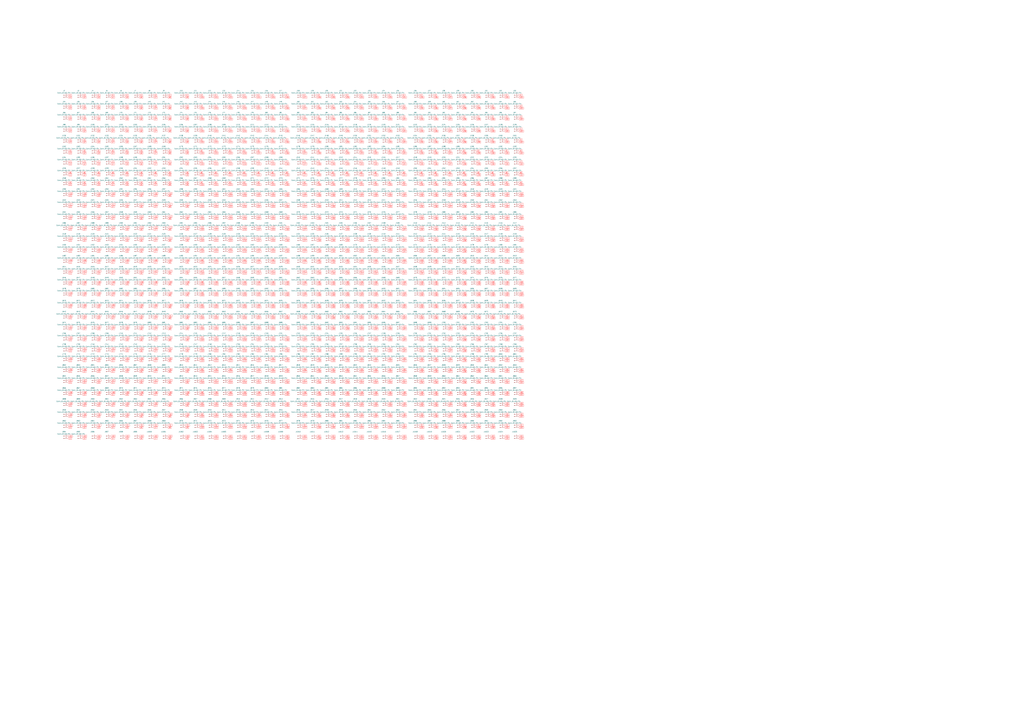
<source format=kicad_sch>
(kicad_sch (version 20231120) (generator "eeschema") (generator_version "8.0")
  (paper "A0")
  (junction (at -29.21 19.05))
  (junction (at -29.21 194.31))
  (junction (at -29.21 21.59))
  (junction (at -29.21 191.77))
  (no_connect (at -52.07 21.59))
  (no_connect (at -52.07 19.05))
  (wire (pts (xy -29.21 21.59) (xy -29.21 24.13)))
  (wire (pts (xy -29.21 189.23) (xy -29.21 191.77)))
  (wire (pts (xy -29.21 19.05) (xy -29.21 21.59)))
  (wire (pts (xy -29.21 191.77) (xy -29.21 194.31)))
  (global_label "r28" (shape input) (at 367.03 455.93 0) (property "Intersheetrefs" "${INTERSHEET_REFS}" (effects (hide yes))))
  (global_label "r1" (shape input) (at 449.58 110.49 0) (property "Intersheetrefs" "${INTERSHEET_REFS}" (effects (hide yes))))
  (global_label "r8" (shape input) (at 194.31 200.66 0) (property "Intersheetrefs" "${INTERSHEET_REFS}" (effects (hide yes))))
  (global_label "c5" (shape input) (at 144.78 279.4 0) (property "Intersheetrefs" "${INTERSHEET_REFS}" (effects (hide yes))))
  (global_label "c9" (shape input) (at 214.63 382.27 0) (property "Intersheetrefs" "${INTERSHEET_REFS}" (effects (hide yes))))
  (global_label "r14" (shape input) (at 144.78 276.86 0) (property "Intersheetrefs" "${INTERSHEET_REFS}" (effects (hide yes))))
  (global_label "c2" (shape input) (at 95.25 125.73 0) (property "Intersheetrefs" "${INTERSHEET_REFS}" (effects (hide yes))))
  (global_label "c19" (shape input) (at 383.54 279.4 0) (property "Intersheetrefs" "${INTERSHEET_REFS}" (effects (hide yes))))
  (global_label "r22" (shape input) (at 486.41 379.73 0) (property "Intersheetrefs" "${INTERSHEET_REFS}" (effects (hide yes))))
  (global_label "r1" (shape input) (at 95.25 110.49 0) (property "Intersheetrefs" "${INTERSHEET_REFS}" (effects (hide yes))))
  (global_label "r24" (shape input) (at 601.98 405.13 0) (property "Intersheetrefs" "${INTERSHEET_REFS}" (effects (hide yes))))
  (global_label "r14" (shape input) (at 111.76 276.86 0) (property "Intersheetrefs" "${INTERSHEET_REFS}" (effects (hide yes))))
  (global_label "r20" (shape input) (at 231.14 354.33 0) (property "Intersheetrefs" "${INTERSHEET_REFS}" (effects (hide yes))))
  (global_label "c27" (shape input) (at 519.43 254 0) (property "Intersheetrefs" "${INTERSHEET_REFS}" (effects (hide yes))))
  (global_label "r13" (shape input) (at 144.78 264.16 0) (property "Intersheetrefs" "${INTERSHEET_REFS}" (effects (hide yes))))
  (global_label "r12" (shape input) (at 78.74 251.46 0) (property "Intersheetrefs" "${INTERSHEET_REFS}" (effects (hide yes))))
  (global_label "r8" (shape input) (at 280.67 200.66 0) (property "Intersheetrefs" "${INTERSHEET_REFS}" (effects (hide yes))))
  (global_label "r7" (shape input) (at 144.78 187.96 0) (property "Intersheetrefs" "${INTERSHEET_REFS}" (effects (hide yes))))
  (global_label "r32" (shape input) (at 585.47 506.73 0) (property "Intersheetrefs" "${INTERSHEET_REFS}" (effects (hide yes))))
  (global_label "c17" (shape input) (at 350.52 227.33 0) (property "Intersheetrefs" "${INTERSHEET_REFS}" (effects (hide yes))))
  (global_label "c20" (shape input) (at 400.05 369.57 0) (property "Intersheetrefs" "${INTERSHEET_REFS}" (effects (hide yes))))
  (global_label "c1" (shape input) (at 78.74 292.1 0) (property "Intersheetrefs" "${INTERSHEET_REFS}" (effects (hide yes))))
  (global_label "c11" (shape input) (at 247.65 304.8 0) (property "Intersheetrefs" "${INTERSHEET_REFS}" (effects (hide yes))))
  (global_label "c24" (shape input) (at 466.09 382.27 0) (property "Intersheetrefs" "${INTERSHEET_REFS}" (effects (hide yes))))
  (global_label "c11" (shape input) (at 247.65 214.63 0) (property "Intersheetrefs" "${INTERSHEET_REFS}" (effects (hide yes))))
  (global_label "r4" (shape input) (at 330.2 149.86 0) (property "Intersheetrefs" "${INTERSHEET_REFS}" (effects (hide yes))))
  (global_label "c4" (shape input) (at 128.27 419.1 0) (property "Intersheetrefs" "${INTERSHEET_REFS}" (effects (hide yes))))
  (global_label "r13" (shape input) (at 231.14 264.16 0) (property "Intersheetrefs" "${INTERSHEET_REFS}" (effects (hide yes))))
  (global_label "r15" (shape input) (at 214.63 289.56 0) (property "Intersheetrefs" "${INTERSHEET_REFS}" (effects (hide yes))))
  (global_label "r17" (shape input) (at 111.76 314.96 0) (property "Intersheetrefs" "${INTERSHEET_REFS}" (effects (hide yes))))
  (global_label "c22" (shape input) (at 433.07 356.87 0) (property "Intersheetrefs" "${INTERSHEET_REFS}" (effects (hide yes))))
  (global_label "r22" (shape input) (at 247.65 379.73 0) (property "Intersheetrefs" "${INTERSHEET_REFS}" (effects (hide yes))))
  (global_label "c23" (shape input) (at 449.58 407.67 0) (property "Intersheetrefs" "${INTERSHEET_REFS}" (effects (hide yes))))
  (global_label "c32" (shape input) (at 601.98 394.97 0) (property "Intersheetrefs" "${INTERSHEET_REFS}" (effects (hide yes))))
  (global_label "c8" (shape input) (at 194.31 419.1 0) (property "Intersheetrefs" "${INTERSHEET_REFS}" (effects (hide yes))))
  (global_label "c30" (shape input) (at 568.96 292.1 0) (property "Intersheetrefs" "${INTERSHEET_REFS}" (effects (hide yes))))
  (global_label "c23" (shape input) (at 449.58 382.27 0) (property "Intersheetrefs" "${INTERSHEET_REFS}" (effects (hide yes))))
  (global_label "r7" (shape input) (at 367.03 187.96 0) (property "Intersheetrefs" "${INTERSHEET_REFS}" (effects (hide yes))))
  (global_label "c6" (shape input) (at 161.29 304.8 0) (property "Intersheetrefs" "${INTERSHEET_REFS}" (effects (hide yes))))
  (global_label "c8" (shape input) (at 194.31 458.47 0) (property "Intersheetrefs" "${INTERSHEET_REFS}" (effects (hide yes))))
  (global_label "r28" (shape input) (at 568.96 455.93 0) (property "Intersheetrefs" "${INTERSHEET_REFS}" (effects (hide yes))))
  (global_label "c17" (shape input) (at 350.52 240.03 0) (property "Intersheetrefs" "${INTERSHEET_REFS}" (effects (hide yes))))
  (global_label "c18" (shape input) (at 367.03 419.1 0) (property "Intersheetrefs" "${INTERSHEET_REFS}" (effects (hide yes))))
  (global_label "r24" (shape input) (at 449.58 405.13 0) (property "Intersheetrefs" "${INTERSHEET_REFS}" (effects (hide yes))))
  (global_label "r26" (shape input) (at 568.96 429.26 0) (property "Intersheetrefs" "${INTERSHEET_REFS}" (effects (hide yes))))
  (global_label "r21" (shape input) (at 350.52 367.03 0) (property "Intersheetrefs" "${INTERSHEET_REFS}" (effects (hide yes))))
  (global_label "c27" (shape input) (at 519.43 266.7 0) (property "Intersheetrefs" "${INTERSHEET_REFS}" (effects (hide yes))))
  (global_label "c1" (shape input) (at 78.74 394.97 0) (property "Intersheetrefs" "${INTERSHEET_REFS}" (effects (hide yes))))
  (global_label "r3" (shape input) (at 350.52 135.89 0) (property "Intersheetrefs" "${INTERSHEET_REFS}" (effects (hide yes))))
  (global_label "r5" (shape input) (at 95.25 162.56 0) (property "Intersheetrefs" "${INTERSHEET_REFS}" (effects (hide yes))))
  (global_label "c4" (shape input) (at 128.27 304.8 0) (property "Intersheetrefs" "${INTERSHEET_REFS}" (effects (hide yes))))
  (global_label "c11" (shape input) (at 247.65 125.73 0) (property "Intersheetrefs" "${INTERSHEET_REFS}" (effects (hide yes))))
  (global_label "c14" (shape input) (at 297.18 240.03 0) (property "Intersheetrefs" "${INTERSHEET_REFS}" (effects (hide yes))))
  (global_label "r6" (shape input) (at 535.94 175.26 0) (property "Intersheetrefs" "${INTERSHEET_REFS}" (effects (hide yes))))
  (global_label "r22" (shape input) (at 78.74 379.73 0) (property "Intersheetrefs" "${INTERSHEET_REFS}" (effects (hide yes))))
  (global_label "c13" (shape input) (at 280.67 304.8 0) (property "Intersheetrefs" "${INTERSHEET_REFS}" (effects (hide yes))))
  (global_label "c25" (shape input) (at 486.41 254 0) (property "Intersheetrefs" "${INTERSHEET_REFS}" (effects (hide yes))))
  (global_label "c13" (shape input) (at 280.67 203.2 0) (property "Intersheetrefs" "${INTERSHEET_REFS}" (effects (hide yes))))
  (global_label "c22" (shape input) (at 433.07 496.57 0) (property "Intersheetrefs" "${INTERSHEET_REFS}" (effects (hide yes))))
  (global_label "c7" (shape input) (at 177.8 113.03 0) (property "Intersheetrefs" "${INTERSHEET_REFS}" (effects (hide yes))))
  (global_label "r6" (shape input) (at 297.18 175.26 0) (property "Intersheetrefs" "${INTERSHEET_REFS}" (effects (hide yes))))
  (global_label "c22" (shape input) (at 433.07 509.27 0) (property "Intersheetrefs" "${INTERSHEET_REFS}" (effects (hide yes))))
  (global_label "r3" (shape input) (at 367.03 135.89 0) (property "Intersheetrefs" "${INTERSHEET_REFS}" (effects (hide yes))))
  (global_label "r11" (shape input) (at 231.14 237.49 0) (property "Intersheetrefs" "${INTERSHEET_REFS}" (effects (hide yes))))
  (global_label "r9" (shape input) (at 568.96 212.09 0) (property "Intersheetrefs" "${INTERSHEET_REFS}" (effects (hide yes))))
  (global_label "c31" (shape input) (at 585.47 203.2 0) (property "Intersheetrefs" "${INTERSHEET_REFS}" (effects (hide yes))))
  (global_label "c20" (shape input) (at 400.05 356.87 0) (property "Intersheetrefs" "${INTERSHEET_REFS}" (effects (hide yes))))
  (global_label "c23" (shape input) (at 449.58 496.57 0) (property "Intersheetrefs" "${INTERSHEET_REFS}" (effects (hide yes))))
  (global_label "c30" (shape input) (at 568.96 304.8 0) (property "Intersheetrefs" "${INTERSHEET_REFS}" (effects (hide yes))))
  (global_label "r5" (shape input) (at 161.29 162.56 0) (property "Intersheetrefs" "${INTERSHEET_REFS}" (effects (hide yes))))
  (global_label "r18" (shape input) (at 601.98 327.66 0) (property "Intersheetrefs" "${INTERSHEET_REFS}" (effects (hide yes))))
  (global_label "c12" (shape input) (at -29.21 77.47 0) (property "Intersheetrefs" "${INTERSHEET_REFS}" (effects (hide yes))))
  (global_label "c5" (shape input) (at 144.78 304.8 0) (property "Intersheetrefs" "${INTERSHEET_REFS}" (effects (hide yes))))
  (global_label "r14" (shape input) (at 383.54 276.86 0) (property "Intersheetrefs" "${INTERSHEET_REFS}" (effects (hide yes))))
  (global_label "c20" (shape input) (at 400.05 227.33 0) (property "Intersheetrefs" "${INTERSHEET_REFS}" (effects (hide yes))))
  (global_label "c4" (shape input) (at 128.27 125.73 0) (property "Intersheetrefs" "${INTERSHEET_REFS}" (effects (hide yes))))
  (global_label "c5" (shape input) (at 144.78 458.47 0) (property "Intersheetrefs" "${INTERSHEET_REFS}" (effects (hide yes))))
  (global_label "c14" (shape input) (at 297.18 419.1 0) (property "Intersheetrefs" "${INTERSHEET_REFS}" (effects (hide yes))))
  (global_label "c18" (shape input) (at 367.03 496.57 0) (property "Intersheetrefs" "${INTERSHEET_REFS}" (effects (hide yes))))
  (global_label "c10" (shape input) (at 231.14 292.1 0) (property "Intersheetrefs" "${INTERSHEET_REFS}" (effects (hide yes))))
  (global_label "r10" (shape input) (at 111.76 224.79 0) (property "Intersheetrefs" "${INTERSHEET_REFS}" (effects (hide yes))))
  (global_label "c6" (shape input) (at 161.29 431.8 0) (property "Intersheetrefs" "${INTERSHEET_REFS}" (effects (hide yes))))
  (global_label "c13" (shape input) (at 280.67 382.27 0) (property "Intersheetrefs" "${INTERSHEET_REFS}" (effects (hide yes))))
  (global_label "c4" (shape input) (at 128.27 356.87 0) (property "Intersheetrefs" "${INTERSHEET_REFS}" (effects (hide yes))))
  (global_label "r9" (shape input) (at 416.56 212.09 0) (property "Intersheetrefs" "${INTERSHEET_REFS}" (effects (hide yes))))
  (global_label "c8" (shape input) (at 194.31 203.2 0) (property "Intersheetrefs" "${INTERSHEET_REFS}" (effects (hide yes))))
  (global_label "c13" (shape input) (at 280.67 394.97 0) (property "Intersheetrefs" "${INTERSHEET_REFS}" (effects (hide yes))))
  (global_label "c5" (shape input) (at 144.78 266.7 0) (property "Intersheetrefs" "${INTERSHEET_REFS}" (effects (hide yes))))
  (global_label "c23" (shape input) (at 449.58 113.03 0) (property "Intersheetrefs" "${INTERSHEET_REFS}" (effects (hide yes))))
  (global_label "c11" (shape input) (at 247.65 266.7 0) (property "Intersheetrefs" "${INTERSHEET_REFS}" (effects (hide yes))))
  (global_label "c6" (shape input) (at 161.29 254 0) (property "Intersheetrefs" "${INTERSHEET_REFS}" (effects (hide yes))))
  (global_label "r7" (shape input) (at 161.29 187.96 0) (property "Intersheetrefs" "${INTERSHEET_REFS}" (effects (hide yes))))
  (global_label "r21" (shape input) (at 416.56 367.03 0) (property "Intersheetrefs" "${INTERSHEET_REFS}" (effects (hide yes))))
  (global_label "c20" (shape input) (at 400.05 203.2 0) (property "Intersheetrefs" "${INTERSHEET_REFS}" (effects (hide yes))))
  (global_label "r21" (shape input) (at 486.41 367.03 0) (property "Intersheetrefs" "${INTERSHEET_REFS}" (effects (hide yes))))
  (global_label "c9" (shape input) (at 214.63 240.03 0) (property "Intersheetrefs" "${INTERSHEET_REFS}" (effects (hide yes))))
  (global_label "c11" (shape input) (at 247.65 165.1 0) (property "Intersheetrefs" "${INTERSHEET_REFS}" (effects (hide yes))))
  (global_label "r15" (shape input) (at 400.05 289.56 0) (property "Intersheetrefs" "${INTERSHEET_REFS}" (effects (hide yes))))
  (global_label "c3" (shape input) (at 111.76 471.17 0) (property "Intersheetrefs" "${INTERSHEET_REFS}" (effects (hide yes))))
  (global_label "c23" (shape input) (at 449.58 317.5 0) (property "Intersheetrefs" "${INTERSHEET_REFS}" (effects (hide yes))))
  (global_label "r26" (shape input) (at 247.65 429.26 0) (property "Intersheetrefs" "${INTERSHEET_REFS}" (effects (hide yes))))
  (global_label "c10" (shape input) (at 231.14 369.57 0) (property "Intersheetrefs" "${INTERSHEET_REFS}" (effects (hide yes))))
  (global_label "r22" (shape input) (at 264.16 379.73 0) (property "Intersheetrefs" "${INTERSHEET_REFS}" (effects (hide yes))))
  (global_label "r10" (shape input) (at 535.94 224.79 0) (property "Intersheetrefs" "${INTERSHEET_REFS}" (effects (hide yes))))
  (global_label "r5" (shape input) (at 466.09 162.56 0) (property "Intersheetrefs" "${INTERSHEET_REFS}" (effects (hide yes))))
  (global_label "r19" (shape input) (at 144.78 340.36 0) (property "Intersheetrefs" "${INTERSHEET_REFS}" (effects (hide yes))))
  (global_label "r12" (shape input) (at 313.69 251.46 0) (property "Intersheetrefs" "${INTERSHEET_REFS}" (effects (hide yes))))
  (global_label "r23" (shape input) (at 231.14 392.43 0) (property "Intersheetrefs" "${INTERSHEET_REFS}" (effects (hide yes))))
  (global_label "c11" (shape input) (at 247.65 431.8 0) (property "Intersheetrefs" "${INTERSHEET_REFS}" (effects (hide yes))))
  (global_label "c27" (shape input) (at -29.21 39.37 0) (property "Intersheetrefs" "${INTERSHEET_REFS}" (effects (hide yes))))
  (global_label "c8" (shape input) (at 194.31 266.7 0) (property "Intersheetrefs" "${INTERSHEET_REFS}" (effects (hide yes))))
  (global_label "r5" (shape input) (at 350.52 162.56 0) (property "Intersheetrefs" "${INTERSHEET_REFS}" (effects (hide yes))))
  (global_label "r27" (shape input) (at 264.16 441.96 0) (property "Intersheetrefs" "${INTERSHEET_REFS}" (effects (hide yes))))
  (global_label "r26" (shape input) (at 466.09 429.26 0) (property "Intersheetrefs" "${INTERSHEET_REFS}" (effects (hide yes))))
  (global_label "c24" (shape input) (at 466.09 227.33 0) (property "Intersheetrefs" "${INTERSHEET_REFS}" (effects (hide yes))))
  (global_label "c26" (shape input) (at 502.92 113.03 0) (property "Intersheetrefs" "${INTERSHEET_REFS}" (effects (hide yes))))
  (global_label "r16" (shape input) (at 95.25 302.26 0) (property "Intersheetrefs" "${INTERSHEET_REFS}" (effects (hide yes))))
  (global_label "r17" (shape input) (at 231.14 314.96 0) (property "Intersheetrefs" "${INTERSHEET_REFS}" (effects (hide yes))))
  (global_label "r16" (shape input) (at 535.94 302.26 0) (property "Intersheetrefs" "${INTERSHEET_REFS}" (effects (hide yes))))
  (global_label "r4" (shape input) (at 383.54 149.86 0) (property "Intersheetrefs" "${INTERSHEET_REFS}" (effects (hide yes))))
  (global_label "r30" (shape input) (at 601.98 481.33 0) (property "Intersheetrefs" "${INTERSHEET_REFS}" (effects (hide yes))))
  (global_label "r7" (shape input) (at 400.05 187.96 0) (property "Intersheetrefs" "${INTERSHEET_REFS}" (effects (hide yes))))
  (global_label "r32" (shape input) (at 313.69 506.73 0) (property "Intersheetrefs" "${INTERSHEET_REFS}" (effects (hide yes))))
  (global_label "c32" (shape input) (at 601.98 240.03 0) (property "Intersheetrefs" "${INTERSHEET_REFS}" (effects (hide yes))))
  (global_label "c7" (shape input) (at 177.8 471.17 0) (property "Intersheetrefs" "${INTERSHEET_REFS}" (effects (hide yes))))
  (global_label "c10" (shape input) (at 231.14 419.1 0) (property "Intersheetrefs" "${INTERSHEET_REFS}" (effects (hide yes))))
  (global_label "r18" (shape input) (at 400.05 327.66 0) (property "Intersheetrefs" "${INTERSHEET_REFS}" (effects (hide yes))))
  (global_label "r4" (shape input) (at 177.8 149.86 0) (property "Intersheetrefs" "${INTERSHEET_REFS}" (effects (hide yes))))
  (global_label "c12" (shape input) (at 264.16 152.4 0) (property "Intersheetrefs" "${INTERSHEET_REFS}" (effects (hide yes))))
  (global_label "c14" (shape input) (at 297.18 177.8 0) (property "Intersheetrefs" "${INTERSHEET_REFS}" (effects (hide yes))))
  (global_label "c10" (shape input) (at 231.14 458.47 0) (property "Intersheetrefs" "${INTERSHEET_REFS}" (effects (hide yes))))
  (global_label "r15" (shape input) (at 247.65 289.56 0) (property "Intersheetrefs" "${INTERSHEET_REFS}" (effects (hide yes))))
  (global_label "r3" (shape input) (at 95.25 135.89 0) (property "Intersheetrefs" "${INTERSHEET_REFS}" (effects (hide yes))))
  (global_label "c17" (shape input) (at 350.52 292.1 0) (property "Intersheetrefs" "${INTERSHEET_REFS}" (effects (hide yes))))
  (global_label "r15" (shape input) (at 416.56 289.56 0) (property "Intersheetrefs" "${INTERSHEET_REFS}" (effects (hide yes))))
  (global_label "r11" (shape input) (at 247.65 237.49 0) (property "Intersheetrefs" "${INTERSHEET_REFS}" (effects (hide yes))))
  (global_label "r26" (shape input) (at 416.56 429.26 0) (property "Intersheetrefs" "${INTERSHEET_REFS}" (effects (hide yes))))
  (global_label "r13" (shape input) (at 552.45 264.16 0) (property "Intersheetrefs" "${INTERSHEET_REFS}" (effects (hide yes))))
  (global_label "c4" (shape input) (at 128.27 266.7 0) (property "Intersheetrefs" "${INTERSHEET_REFS}" (effects (hide yes))))
  (global_label "r11" (shape input) (at 466.09 237.49 0) (property "Intersheetrefs" "${INTERSHEET_REFS}" (effects (hide yes))))
  (global_label "r5" (shape input) (at 416.56 162.56 0) (property "Intersheetrefs" "${INTERSHEET_REFS}" (effects (hide yes))))
  (global_label "c9" (shape input) (at 214.63 177.8 0) (property "Intersheetrefs" "${INTERSHEET_REFS}" (effects (hide yes))))
  (global_label "r29" (shape input) (at 433.07 468.63 0) (property "Intersheetrefs" "${INTERSHEET_REFS}" (effects (hide yes))))
  (global_label "r29" (shape input) (at 519.43 468.63 0) (property "Intersheetrefs" "${INTERSHEET_REFS}" (effects (hide yes))))
  (global_label "c24" (shape input) (at 466.09 509.27 0) (property "Intersheetrefs" "${INTERSHEET_REFS}" (effects (hide yes))))
  (global_label "r9" (shape input) (at 78.74 212.09 0) (property "Intersheetrefs" "${INTERSHEET_REFS}" (effects (hide yes))))
  (global_label "r12" (shape input) (at 264.16 251.46 0) (property "Intersheetrefs" "${INTERSHEET_REFS}" (effects (hide yes))))
  (global_label "r3" (shape input) (at 297.18 135.89 0) (property "Intersheetrefs" "${INTERSHEET_REFS}" (effects (hide yes))))
  (global_label "r5" (shape input) (at 280.67 162.56 0) (property "Intersheetrefs" "${INTERSHEET_REFS}" (effects (hide yes))))
  (global_label "c19" (shape input) (at 383.54 509.27 0) (property "Intersheetrefs" "${INTERSHEET_REFS}" (effects (hide yes))))
  (global_label "c31" (shape input) (at 585.47 431.8 0) (property "Intersheetrefs" "${INTERSHEET_REFS}" (effects (hide yes))))
  (global_label "r7" (shape input) (at 416.56 187.96 0) (property "Intersheetrefs" "${INTERSHEET_REFS}" (effects (hide yes))))
  (global_label "r5" (shape input) (at 535.94 162.56 0) (property "Intersheetrefs" "${INTERSHEET_REFS}" (effects (hide yes))))
  (global_label "c16" (shape input) (at 330.2 152.4 0) (property "Intersheetrefs" "${INTERSHEET_REFS}" (effects (hide yes))))
  (global_label "r14" (shape input) (at 297.18 276.86 0) (property "Intersheetrefs" "${INTERSHEET_REFS}" (effects (hide yes))))
  (global_label "r22" (shape input) (at 449.58 379.73 0) (property "Intersheetrefs" "${INTERSHEET_REFS}" (effects (hide yes))))
  (global_label "c6" (shape input) (at 161.29 483.87 0) (property "Intersheetrefs" "${INTERSHEET_REFS}" (effects (hide yes))))
  (global_label "c30" (shape input) (at 568.96 330.2 0) (property "Intersheetrefs" "${INTERSHEET_REFS}" (effects (hide yes))))
  (global_label "r8" (shape input) (at 128.27 200.66 0) (property "Intersheetrefs" "${INTERSHEET_REFS}" (effects (hide yes))))
  (global_label "r4" (shape input) (at 350.52 149.86 0) (property "Intersheetrefs" "${INTERSHEET_REFS}" (effects (hide yes))))
  (global_label "c1" (shape input) (at 78.74 279.4 0) (property "Intersheetrefs" "${INTERSHEET_REFS}" (effects (hide yes))))
  (global_label "r7" (shape input) (at 585.47 187.96 0) (property "Intersheetrefs" "${INTERSHEET_REFS}" (effects (hide yes))))
  (global_label "c3" (shape input) (at 111.76 227.33 0) (property "Intersheetrefs" "${INTERSHEET_REFS}" (effects (hide yes))))
  (global_label "c3" (shape input) (at 111.76 444.5 0) (property "Intersheetrefs" "${INTERSHEET_REFS}" (effects (hide yes))))
  (global_label "r10" (shape input) (at 367.03 224.79 0) (property "Intersheetrefs" "${INTERSHEET_REFS}" (effects (hide yes))))
  (global_label "r13" (shape input) (at 264.16 264.16 0) (property "Intersheetrefs" "${INTERSHEET_REFS}" (effects (hide yes))))
  (global_label "c25" (shape input) (at 486.41 279.4 0) (property "Intersheetrefs" "${INTERSHEET_REFS}" (effects (hide yes))))
  (global_label "r27" (shape input) (at 466.09 441.96 0) (property "Intersheetrefs" "${INTERSHEET_REFS}" (effects (hide yes))))
  (global_label "c1" (shape input) (at 78.74 227.33 0) (property "Intersheetrefs" "${INTERSHEET_REFS}" (effects (hide yes))))
  (global_label "r3" (shape input) (at 585.47 135.89 0) (property "Intersheetrefs" "${INTERSHEET_REFS}" (effects (hide yes))))
  (global_label "r30" (shape input) (at 568.96 481.33 0) (property "Intersheetrefs" "${INTERSHEET_REFS}" (effects (hide yes))))
  (global_label "c26" (shape input) (at 502.92 254 0) (property "Intersheetrefs" "${INTERSHEET_REFS}" (effects (hide yes))))
  (global_label "c26" (shape input) (at 502.92 496.57 0) (property "Intersheetrefs" "${INTERSHEET_REFS}" (effects (hide yes))))
  (global_label "r4" (shape input) (at 568.96 149.86 0) (property "Intersheetrefs" "${INTERSHEET_REFS}" (effects (hide yes))))
  (global_label "r5" (shape input) (at 367.03 162.56 0) (property "Intersheetrefs" "${INTERSHEET_REFS}" (effects (hide yes))))
  (global_label "c15" (shape input) (at 313.69 165.1 0) (property "Intersheetrefs" "${INTERSHEET_REFS}" (effects (hide yes))))
  (global_label "r9" (shape input) (at 231.14 212.09 0) (property "Intersheetrefs" "${INTERSHEET_REFS}" (effects (hide yes))))
  (global_label "r17" (shape input) (at 502.92 314.96 0) (property "Intersheetrefs" "${INTERSHEET_REFS}" (effects (hide yes))))
  (global_label "c16" (shape input) (at 330.2 431.8 0) (property "Intersheetrefs" "${INTERSHEET_REFS}" (effects (hide yes))))
  (global_label "c17" (shape input) (at 350.52 254 0) (property "Intersheetrefs" "${INTERSHEET_REFS}" (effects (hide yes))))
  (global_label "r15" (shape input) (at -29.21 151.13 0) (property "Intersheetrefs" "${INTERSHEET_REFS}" (effects (hide yes))))
  (global_label "c24" (shape input) (at 466.09 113.03 0) (property "Intersheetrefs" "${INTERSHEET_REFS}" (effects (hide yes))))
  (global_label "r7" (shape input) (at 519.43 187.96 0) (property "Intersheetrefs" "${INTERSHEET_REFS}" (effects (hide yes))))
  (global_label "c30" (shape input) (at -29.21 31.75 0) (property "Intersheetrefs" "${INTERSHEET_REFS}" (effects (hide yes))))
  (global_label "r31" (shape input) (at 350.52 494.03 0) (property "Intersheetrefs" "${INTERSHEET_REFS}" (effects (hide yes))))
  (global_label "c19" (shape input) (at 383.54 113.03 0) (property "Intersheetrefs" "${INTERSHEET_REFS}" (effects (hide yes))))
  (global_label "c14" (shape input) (at 297.18 266.7 0) (property "Intersheetrefs" "${INTERSHEET_REFS}" (effects (hide yes))))
  (global_label "r23" (shape input) (at 111.76 392.43 0) (property "Intersheetrefs" "${INTERSHEET_REFS}" (effects (hide yes))))
  (global_label "r12" (shape input) (at 367.03 251.46 0) (property "Intersheetrefs" "${INTERSHEET_REFS}" (effects (hide yes))))
  (global_label "r12" (shape input) (at 194.31 251.46 0) (property "Intersheetrefs" "${INTERSHEET_REFS}" (effects (hide yes))))
  (global_label "r12" (shape input) (at 297.18 251.46 0) (property "Intersheetrefs" "${INTERSHEET_REFS}" (effects (hide yes))))
  (global_label "r19" (shape input) (at 161.29 340.36 0) (property "Intersheetrefs" "${INTERSHEET_REFS}" (effects (hide yes))))
  (global_label "r31" (shape input) (at 194.31 494.03 0) (property "Intersheetrefs" "${INTERSHEET_REFS}" (effects (hide yes))))
  (global_label "c17" (shape input) (at 350.52 458.47 0) (property "Intersheetrefs" "${INTERSHEET_REFS}" (effects (hide yes))))
  (global_label "c14" (shape input) (at 297.18 292.1 0) (property "Intersheetrefs" "${INTERSHEET_REFS}" (effects (hide yes))))
  (global_label "c26" (shape input) (at 502.92 125.73 0) (property "Intersheetrefs" "${INTERSHEET_REFS}" (effects (hide yes))))
  (global_label "r24" (shape input) (at 416.56 405.13 0) (property "Intersheetrefs" "${INTERSHEET_REFS}" (effects (hide yes))))
  (global_label "c2" (shape input) (at 95.25 407.67 0) (property "Intersheetrefs" "${INTERSHEET_REFS}" (effects (hide yes))))
  (global_label "c14" (shape input) (at 297.18 279.4 0) (property "Intersheetrefs" "${INTERSHEET_REFS}" (effects (hide yes))))
  (global_label "c4" (shape input) (at 128.27 292.1 0) (property "Intersheetrefs" "${INTERSHEET_REFS}" (effects (hide yes))))
  (global_label "c20" (shape input) (at 400.05 496.57 0) (property "Intersheetrefs" "${INTERSHEET_REFS}" (effects (hide yes))))
  (global_label "r4" (shape input) (at 144.78 149.86 0) (property "Intersheetrefs" "${INTERSHEET_REFS}" (effects (hide yes))))
  (global_label "r16" (shape input) (at 264.16 302.26 0) (property "Intersheetrefs" "${INTERSHEET_REFS}" (effects (hide yes))))
  (global_label "r2" (shape input) (at 552.45 123.19 0) (property "Intersheetrefs" "${INTERSHEET_REFS}" (effects (hide yes))))
  (global_label "r23" (shape input) (at 519.43 392.43 0) (property "Intersheetrefs" "${INTERSHEET_REFS}" (effects (hide yes))))
  (global_label "c5" (shape input) (at 144.78 165.1 0) (property "Intersheetrefs" "${INTERSHEET_REFS}" (effects (hide yes))))
  (global_label "r10" (shape input) (at 519.43 224.79 0) (property "Intersheetrefs" "${INTERSHEET_REFS}" (effects (hide yes))))
  (global_label "c28" (shape input) (at 535.94 369.57 0) (property "Intersheetrefs" "${INTERSHEET_REFS}" (effects (hide yes))))
  (global_label "c17" (shape input) (at 350.52 419.1 0) (property "Intersheetrefs" "${INTERSHEET_REFS}" (effects (hide yes))))
  (global_label "c30" (shape input) (at 568.96 177.8 0) (property "Intersheetrefs" "${INTERSHEET_REFS}" (effects (hide yes))))
  (global_label "c12" (shape input) (at 264.16 509.27 0) (property "Intersheetrefs" "${INTERSHEET_REFS}" (effects (hide yes))))
  (global_label "r5" (shape input) (at 313.69 162.56 0) (property "Intersheetrefs" "${INTERSHEET_REFS}" (effects (hide yes))))
  (global_label "c27" (shape input) (at 519.43 227.33 0) (property "Intersheetrefs" "${INTERSHEET_REFS}" (effects (hide yes))))
  (global_label "c11" (shape input) (at -29.21 80.01 0) (property "Intersheetrefs" "${INTERSHEET_REFS}" (effects (hide yes))))
  (global_label "c30" (shape input) (at 568.96 165.1 0) (property "Intersheetrefs" "${INTERSHEET_REFS}" (effects (hide yes))))
  (global_label "r31" (shape input) (at 568.96 494.03 0) (property "Intersheetrefs" "${INTERSHEET_REFS}" (effects (hide yes))))
  (global_label "c11" (shape input) (at 247.65 407.67 0) (property "Intersheetrefs" "${INTERSHEET_REFS}" (effects (hide yes))))
  (global_label "c23" (shape input) (at 449.58 190.5 0) (property "Intersheetrefs" "${INTERSHEET_REFS}" (effects (hide yes))))
  (global_label "r8" (shape input) (at 449.58 200.66 0) (property "Intersheetrefs" "${INTERSHEET_REFS}" (effects (hide yes))))
  (global_label "c25" (shape input) (at 486.41 496.57 0) (property "Intersheetrefs" "${INTERSHEET_REFS}" (effects (hide yes))))
  (global_label "c10" (shape input) (at 231.14 203.2 0) (property "Intersheetrefs" "${INTERSHEET_REFS}" (effects (hide yes))))
  (global_label "r6" (shape input) (at 601.98 175.26 0) (property "Intersheetrefs" "${INTERSHEET_REFS}" (effects (hide yes))))
  (global_label "c5" (shape input) (at 144.78 113.03 0) (property "Intersheetrefs" "${INTERSHEET_REFS}" (effects (hide yes))))
  (global_label "c25" (shape input) (at 486.41 330.2 0) (property "Intersheetrefs" "${INTERSHEET_REFS}" (effects (hide yes))))
  (global_label "c29" (shape input) (at 552.45 138.43 0) (property "Intersheetrefs" "${INTERSHEET_REFS}" (effects (hide yes))))
  (global_label "r22" (shape input) (at 330.2 379.73 0) (property "Intersheetrefs" "${INTERSHEET_REFS}" (effects (hide yes))))
  (global_label "c24" (shape input) (at 466.09 496.57 0) (property "Intersheetrefs" "${INTERSHEET_REFS}" (effects (hide yes))))
  (global_label "r22" (shape input) (at 601.98 379.73 0) (property "Intersheetrefs" "${INTERSHEET_REFS}" (effects (hide yes))))
  (global_label "r28" (shape input) (at -29.21 118.11 0) (property "Intersheetrefs" "${INTERSHEET_REFS}" (effects (hide yes))))
  (global_label "r7" (shape input) (at 194.31 187.96 0) (property "Intersheetrefs" "${INTERSHEET_REFS}" (effects (hide yes))))
  (global_label "r20" (shape input) (at 568.96 354.33 0) (property "Intersheetrefs" "${INTERSHEET_REFS}" (effects (hide yes))))
  (global_label "r13" (shape input) (at 313.69 264.16 0) (property "Intersheetrefs" "${INTERSHEET_REFS}" (effects (hide yes))))
  (global_label "c29" (shape input) (at 552.45 317.5 0) (property "Intersheetrefs" "${INTERSHEET_REFS}" (effects (hide yes))))
  (global_label "c6" (shape input) (at 161.29 279.4 0) (property "Intersheetrefs" "${INTERSHEET_REFS}" (effects (hide yes))))
  (global_label "c13" (shape input) (at 280.67 330.2 0) (property "Intersheetrefs" "${INTERSHEET_REFS}" (effects (hide yes))))
  (global_label "r3" (shape input) (at 568.96 135.89 0) (property "Intersheetrefs" "${INTERSHEET_REFS}" (effects (hide yes))))
  (global_label "c31" (shape input) (at 585.47 458.47 0) (property "Intersheetrefs" "${INTERSHEET_REFS}" (effects (hide yes))))
  (global_label "c5" (shape input) (at 144.78 240.03 0) (property "Intersheetrefs" "${INTERSHEET_REFS}" (effects (hide yes))))
  (global_label "r32" (shape input) (at 519.43 506.73 0) (property "Intersheetrefs" "${INTERSHEET_REFS}" (effects (hide yes))))
  (global_label "r19" (shape input) (at 231.14 340.36 0) (property "Intersheetrefs" "${INTERSHEET_REFS}" (effects (hide yes))))
  (global_label "r26" (shape input) (at 535.94 429.26 0) (property "Intersheetrefs" "${INTERSHEET_REFS}" (effects (hide yes))))
  (global_label "c27" (shape input) (at 519.43 496.57 0) (property "Intersheetrefs" "${INTERSHEET_REFS}" (effects (hide yes))))
  (global_label "r20" (shape input) (at 297.18 354.33 0) (property "Intersheetrefs" "${INTERSHEET_REFS}" (effects (hide yes))))
  (global_label "r7" (shape input) (at 128.27 187.96 0) (property "Intersheetrefs" "${INTERSHEET_REFS}" (effects (hide yes))))
  (global_label "r2" (shape input) (at 601.98 123.19 0) (property "Intersheetrefs" "${INTERSHEET_REFS}" (effects (hide yes))))
  (global_label "r2" (shape input) (at 144.78 123.19 0) (property "Intersheetrefs" "${INTERSHEET_REFS}" (effects (hide yes))))
  (global_label "c16" (shape input) (at 330.2 177.8 0) (property "Intersheetrefs" "${INTERSHEET_REFS}" (effects (hide yes))))
  (global_label "r24" (shape input) (at 568.96 405.13 0) (property "Intersheetrefs" "${INTERSHEET_REFS}" (effects (hide yes))))
  (global_label "r10" (shape input) (at 486.41 224.79 0) (property "Intersheetrefs" "${INTERSHEET_REFS}" (effects (hide yes))))
  (global_label "c21" (shape input) (at 416.56 190.5 0) (property "Intersheetrefs" "${INTERSHEET_REFS}" (effects (hide yes))))
  (global_label "c3" (shape input) (at 111.76 317.5 0) (property "Intersheetrefs" "${INTERSHEET_REFS}" (effects (hide yes))))
  (global_label "r11" (shape input) (at 433.07 237.49 0) (property "Intersheetrefs" "${INTERSHEET_REFS}" (effects (hide yes))))
  (global_label "c30" (shape input) (at 568.96 152.4 0) (property "Intersheetrefs" "${INTERSHEET_REFS}" (effects (hide yes))))
  (global_label "r29" (shape input) (at 585.47 468.63 0) (property "Intersheetrefs" "${INTERSHEET_REFS}" (effects (hide yes))))
  (global_label "c12" (shape input) (at 264.16 240.03 0) (property "Intersheetrefs" "${INTERSHEET_REFS}" (effects (hide yes))))
  (global_label "c12" (shape input) (at 264.16 369.57 0) (property "Intersheetrefs" "${INTERSHEET_REFS}" (effects (hide yes))))
  (global_label "r11" (shape input) (at 264.16 237.49 0) (property "Intersheetrefs" "${INTERSHEET_REFS}" (effects (hide yes))))
  (global_label "c23" (shape input) (at 449.58 394.97 0) (property "Intersheetrefs" "${INTERSHEET_REFS}" (effects (hide yes))))
  (global_label "c27" (shape input) (at 519.43 240.03 0) (property "Intersheetrefs" "${INTERSHEET_REFS}" (effects (hide yes))))
  (global_label "c21" (shape input) (at 416.56 356.87 0) (property "Intersheetrefs" "${INTERSHEET_REFS}" (effects (hide yes))))
  (global_label "r28" (shape input) (at 247.65 455.93 0) (property "Intersheetrefs" "${INTERSHEET_REFS}" (effects (hide yes))))
  (global_label "c21" (shape input) (at 416.56 165.1 0) (property "Intersheetrefs" "${INTERSHEET_REFS}" (effects (hide yes))))
  (global_label "c31" (shape input) (at 585.47 254 0) (property "Intersheetrefs" "${INTERSHEET_REFS}" (effects (hide yes))))
  (global_label "r17" (shape input) (at 161.29 314.96 0) (property "Intersheetrefs" "${INTERSHEET_REFS}" (effects (hide yes))))
  (global_label "r9" (shape input) (at 519.43 212.09 0) (property "Intersheetrefs" "${INTERSHEET_REFS}" (effects (hide yes))))
  (global_label "c18" (shape input) (at 367.03 394.97 0) (property "Intersheetrefs" "${INTERSHEET_REFS}" (effects (hide yes))))
  (global_label "r10" (shape input) (at 78.74 224.79 0) (property "Intersheetrefs" "${INTERSHEET_REFS}" (effects (hide yes))))
  (global_label "c21" (shape input) (at 416.56 419.1 0) (property "Intersheetrefs" "${INTERSHEET_REFS}" (effects (hide yes))))
  (global_label "r1" (shape input) (at 502.92 110.49 0) (property "Intersheetrefs" "${INTERSHEET_REFS}" (effects (hide yes))))
  (global_label "c19" (shape input) (at 383.54 431.8 0) (property "Intersheetrefs" "${INTERSHEET_REFS}" (effects (hide yes))))
  (global_label "c29" (shape input) (at 552.45 266.7 0) (property "Intersheetrefs" "${INTERSHEET_REFS}" (effects (hide yes))))
  (global_label "c14" (shape input) (at 297.18 317.5 0) (property "Intersheetrefs" "${INTERSHEET_REFS}" (effects (hide yes))))
  (global_label "c31" (shape input) (at 585.47 342.9 0) (property "Intersheetrefs" "${INTERSHEET_REFS}" (effects (hide yes))))
  (global_label "c15" (shape input) (at 313.69 279.4 0) (property "Intersheetrefs" "${INTERSHEET_REFS}" (effects (hide yes))))
  (global_label "r29" (shape input) (at 350.52 468.63 0) (property "Intersheetrefs" "${INTERSHEET_REFS}" (effects (hide yes))))
  (global_label "r7" (shape input) (at 552.45 187.96 0) (property "Intersheetrefs" "${INTERSHEET_REFS}" (effects (hide yes))))
  (global_label "r10" (shape input) (at 280.67 224.79 0) (property "Intersheetrefs" "${INTERSHEET_REFS}" (effects (hide yes))))
  (global_label "r15" (shape input) (at 128.27 289.56 0) (property "Intersheetrefs" "${INTERSHEET_REFS}" (effects (hide yes))))
  (global_label "r19" (shape input) (at 128.27 340.36 0) (property "Intersheetrefs" "${INTERSHEET_REFS}" (effects (hide yes))))
  (global_label "r23" (shape input) (at 194.31 392.43 0) (property "Intersheetrefs" "${INTERSHEET_REFS}" (effects (hide yes))))
  (global_label "r16" (shape input) (at 601.98 302.26 0) (property "Intersheetrefs" "${INTERSHEET_REFS}" (effects (hide yes))))
  (global_label "c21" (shape input) (at 416.56 240.03 0) (property "Intersheetrefs" "${INTERSHEET_REFS}" (effects (hide yes))))
  (global_label "r17" (shape input) (at 280.67 314.96 0) (property "Intersheetrefs" "${INTERSHEET_REFS}" (effects (hide yes))))
  (global_label "c24" (shape input) (at 466.09 240.03 0) (property "Intersheetrefs" "${INTERSHEET_REFS}" (effects (hide yes))))
  (global_label "c23" (shape input) (at 449.58 304.8 0) (property "Intersheetrefs" "${INTERSHEET_REFS}" (effects (hide yes))))
  (global_label "r13" (shape input) (at 367.03 264.16 0) (property "Intersheetrefs" "${INTERSHEET_REFS}" (effects (hide yes))))
  (global_label "c17" (shape input) (at 350.52 483.87 0) (property "Intersheetrefs" "${INTERSHEET_REFS}" (effects (hide yes))))
  (global_label "r17" (shape input) (at 144.78 314.96 0) (property "Intersheetrefs" "${INTERSHEET_REFS}" (effects (hide yes))))
  (global_label "c5" (shape input) (at 144.78 369.57 0) (property "Intersheetrefs" "${INTERSHEET_REFS}" (effects (hide yes))))
  (global_label "c6" (shape input) (at 161.29 152.4 0) (property "Intersheetrefs" "${INTERSHEET_REFS}" (effects (hide yes))))
  (global_label "r10" (shape input) (at 313.69 224.79 0) (property "Intersheetrefs" "${INTERSHEET_REFS}" (effects (hide yes))))
  (global_label "c21" (shape input) (at 416.56 509.27 0) (property "Intersheetrefs" "${INTERSHEET_REFS}" (effects (hide yes))))
  (global_label "c17" (shape input) (at 350.52 509.27 0) (property "Intersheetrefs" "${INTERSHEET_REFS}" (effects (hide yes))))
  (global_label "c8" (shape input) (at 194.31 152.4 0) (property "Intersheetrefs" "${INTERSHEET_REFS}" (effects (hide yes))))
  (global_label "c13" (shape input) (at 280.67 254 0) (property "Intersheetrefs" "${INTERSHEET_REFS}" (effects (hide yes))))
  (global_label "r19" (shape input) (at 111.76 340.36 0) (property "Intersheetrefs" "${INTERSHEET_REFS}" (effects (hide yes))))
  (global_label "c10" (shape input) (at 231.14 356.87 0) (property "Intersheetrefs" "${INTERSHEET_REFS}" (effects (hide yes))))
  (global_label "c27" (shape input) (at 519.43 369.57 0) (property "Intersheetrefs" "${INTERSHEET_REFS}" (effects (hide yes))))
  (global_label "c29" (shape input) (at 552.45 419.1 0) (property "Intersheetrefs" "${INTERSHEET_REFS}" (effects (hide yes))))
  (global_label "c21" (shape input) (at 416.56 431.8 0) (property "Intersheetrefs" "${INTERSHEET_REFS}" (effects (hide yes))))
  (global_label "c10" (shape input) (at 231.14 279.4 0) (property "Intersheetrefs" "${INTERSHEET_REFS}" (effects (hide yes))))
  (global_label "c8" (shape input) (at 194.31 190.5 0) (property "Intersheetrefs" "${INTERSHEET_REFS}" (effects (hide yes))))
  (global_label "c6" (shape input) (at 161.29 214.63 0) (property "Intersheetrefs" "${INTERSHEET_REFS}" (effects (hide yes))))
  (global_label "c9" (shape input) (at 214.63 254 0) (property "Intersheetrefs" "${INTERSHEET_REFS}" (effects (hide yes))))
  (global_label "r9" (shape input) (at 535.94 212.09 0) (property "Intersheetrefs" "${INTERSHEET_REFS}" (effects (hide yes))))
  (global_label "r19" (shape input) (at 297.18 340.36 0) (property "Intersheetrefs" "${INTERSHEET_REFS}" (effects (hide yes))))
  (global_label "r22" (shape input) (at 161.29 379.73 0) (property "Intersheetrefs" "${INTERSHEET_REFS}" (effects (hide yes))))
  (global_label "r31" (shape input) (at 519.43 494.03 0) (property "Intersheetrefs" "${INTERSHEET_REFS}" (effects (hide yes))))
  (global_label "r25" (shape input) (at 519.43 416.56 0) (property "Intersheetrefs" "${INTERSHEET_REFS}" (effects (hide yes))))
  (global_label "r27" (shape input) (at 585.47 441.96 0) (property "Intersheetrefs" "${INTERSHEET_REFS}" (effects (hide yes))))
  (global_label "r1" (shape input) (at 78.74 110.49 0) (property "Intersheetrefs" "${INTERSHEET_REFS}" (effects (hide yes))))
  (global_label "r14" (shape input) (at 367.03 276.86 0) (property "Intersheetrefs" "${INTERSHEET_REFS}" (effects (hide yes))))
  (global_label "r2" (shape input) (at 519.43 123.19 0) (property "Intersheetrefs" "${INTERSHEET_REFS}" (effects (hide yes))))
  (global_label "r29" (shape input) (at 177.8 468.63 0) (property "Intersheetrefs" "${INTERSHEET_REFS}" (effects (hide yes))))
  (global_label "c24" (shape input) (at 466.09 330.2 0) (property "Intersheetrefs" "${INTERSHEET_REFS}" (effects (hide yes))))
  (global_label "c27" (shape input) (at 519.43 509.27 0) (property "Intersheetrefs" "${INTERSHEET_REFS}" (effects (hide yes))))
  (global_label "c17" (shape input) (at 350.52 342.9 0) (property "Intersheetrefs" "${INTERSHEET_REFS}" (effects (hide yes))))
  (global_label "c6" (shape input) (at 161.29 266.7 0) (property "Intersheetrefs" "${INTERSHEET_REFS}" (effects (hide yes))))
  (global_label "r25" (shape input) (at 128.27 416.56 0) (property "Intersheetrefs" "${INTERSHEET_REFS}" (effects (hide yes))))
  (global_label "r27" (shape input) (at 519.43 441.96 0) (property "Intersheetrefs" "${INTERSHEET_REFS}" (effects (hide yes))))
  (global_label "r12" (shape input) (at 144.78 251.46 0) (property "Intersheetrefs" "${INTERSHEET_REFS}" (effects (hide yes))))
  (global_label "c20" (shape input) (at 400.05 431.8 0) (property "Intersheetrefs" "${INTERSHEET_REFS}" (effects (hide yes))))
  (global_label "r29" (shape input) (at 486.41 468.63 0) (property "Intersheetrefs" "${INTERSHEET_REFS}" (effects (hide yes))))
  (global_label "c10" (shape input) (at 231.14 113.03 0) (property "Intersheetrefs" "${INTERSHEET_REFS}" (effects (hide yes))))
  (global_label "r15" (shape input) (at 585.47 289.56 0) (property "Intersheetrefs" "${INTERSHEET_REFS}" (effects (hide yes))))
  (global_label "c5" (shape input) (at 144.78 227.33 0) (property "Intersheetrefs" "${INTERSHEET_REFS}" (effects (hide yes))))
  (global_label "r3" (shape input) (at 433.07 135.89 0) (property "Intersheetrefs" "${INTERSHEET_REFS}" (effects (hide yes))))
  (global_label "r6" (shape input) (at 585.47 175.26 0) (property "Intersheetrefs" "${INTERSHEET_REFS}" (effects (hide yes))))
  (global_label "c24" (shape input) (at 466.09 152.4 0) (property "Intersheetrefs" "${INTERSHEET_REFS}" (effects (hide yes))))
  (global_label "c30" (shape input) (at 568.96 444.5 0) (property "Intersheetrefs" "${INTERSHEET_REFS}" (effects (hide yes))))
  (global_label "c12" (shape input) (at 264.16 394.97 0) (property "Intersheetrefs" "${INTERSHEET_REFS}" (effects (hide yes))))
  (global_label "c6" (shape input) (at 161.29 458.47 0) (property "Intersheetrefs" "${INTERSHEET_REFS}" (effects (hide yes))))
  (global_label "c27" (shape input) (at 519.43 444.5 0) (property "Intersheetrefs" "${INTERSHEET_REFS}" (effects (hide yes))))
  (global_label "c11" (shape input) (at 247.65 382.27 0) (property "Intersheetrefs" "${INTERSHEET_REFS}" (effects (hide yes))))
  (global_label "c15" (shape input) (at 313.69 407.67 0) (property "Intersheetrefs" "${INTERSHEET_REFS}" (effects (hide yes))))
  (global_label "r24" (shape input) (at 367.03 405.13 0) (property "Intersheetrefs" "${INTERSHEET_REFS}" (effects (hide yes))))
  (global_label "r32" (shape input) (at 128.27 506.73 0) (property "Intersheetrefs" "${INTERSHEET_REFS}" (effects (hide yes))))
  (global_label "r23" (shape input) (at 330.2 392.43 0) (property "Intersheetrefs" "${INTERSHEET_REFS}" (effects (hide yes))))
  (global_label "c25" (shape input) (at 486.41 138.43 0) (property "Intersheetrefs" "${INTERSHEET_REFS}" (effects (hide yes))))
  (global_label "r14" (shape input) (at 568.96 276.86 0) (property "Intersheetrefs" "${INTERSHEET_REFS}" (effects (hide yes))))
  (global_label "r25" (shape input) (at 297.18 416.56 0) (property "Intersheetrefs" "${INTERSHEET_REFS}" (effects (hide yes))))
  (global_label "c29" (shape input) (at -29.21 34.29 0) (property "Intersheetrefs" "${INTERSHEET_REFS}" (effects (hide yes))))
  (global_label "r3" (shape input) (at 330.2 135.89 0) (property "Intersheetrefs" "${INTERSHEET_REFS}" (effects (hide yes))))
  (global_label "r4" (shape input) (at 585.47 149.86 0) (property "Intersheetrefs" "${INTERSHEET_REFS}" (effects (hide yes))))
  (global_label "c26" (shape input) (at 502.92 304.8 0) (property "Intersheetrefs" "${INTERSHEET_REFS}" (effects (hide yes))))
  (global_label "r16" (shape input) (at 449.58 302.26 0) (property "Intersheetrefs" "${INTERSHEET_REFS}" (effects (hide yes))))
  (global_label "c18" (shape input) (at 367.03 138.43 0) (property "Intersheetrefs" "${INTERSHEET_REFS}" (effects (hide yes))))
  (global_label "r21" (shape input) (at 502.92 367.03 0) (property "Intersheetrefs" "${INTERSHEET_REFS}" (effects (hide yes))))
  (global_label "r28" (shape input) (at 177.8 455.93 0) (property "Intersheetrefs" "${INTERSHEET_REFS}" (effects (hide yes))))
  (global_label "c20" (shape input) (at 400.05 240.03 0) (property "Intersheetrefs" "${INTERSHEET_REFS}" (effects (hide yes))))
  (global_label "r29" (shape input) (at 280.67 468.63 0) (property "Intersheetrefs" "${INTERSHEET_REFS}" (effects (hide yes))))
  (global_label "c2" (shape input) (at 95.25 254 0) (property "Intersheetrefs" "${INTERSHEET_REFS}" (effects (hide yes))))
  (global_label "r6" (shape input) (at 247.65 175.26 0) (property "Intersheetrefs" "${INTERSHEET_REFS}" (effects (hide yes))))
  (global_label "c28" (shape input) (at 535.94 431.8 0) (property "Intersheetrefs" "${INTERSHEET_REFS}" (effects (hide yes))))
  (global_label "c25" (shape input) (at 486.41 458.47 0) (property "Intersheetrefs" "${INTERSHEET_REFS}" (effects (hide yes))))
  (global_label "r22" (shape input) (at 297.18 379.73 0) (property "Intersheetrefs" "${INTERSHEET_REFS}" (effects (hide yes))))
  (global_label "c25" (shape input) (at 486.41 407.67 0) (property "Intersheetrefs" "${INTERSHEET_REFS}" (effects (hide yes))))
  (global_label "c10" (shape input) (at 231.14 177.8 0) (property "Intersheetrefs" "${INTERSHEET_REFS}" (effects (hide yes))))
  (global_label "c11" (shape input) (at 247.65 419.1 0) (property "Intersheetrefs" "${INTERSHEET_REFS}" (effects (hide yes))))
  (global_label "c18" (shape input) (at 367.03 483.87 0) (property "Intersheetrefs" "${INTERSHEET_REFS}" (effects (hide yes))))
  (global_label "r1" (shape input) (at 177.8 110.49 0) (property "Intersheetrefs" "${INTERSHEET_REFS}" (effects (hide yes))))
  (global_label "r14" (shape input) (at 128.27 276.86 0) (property "Intersheetrefs" "${INTERSHEET_REFS}" (effects (hide yes))))
  (global_label "r18" (shape input) (at 486.41 327.66 0) (property "Intersheetrefs" "${INTERSHEET_REFS}" (effects (hide yes))))
  (global_label "r12" (shape input) (at 433.07 251.46 0) (property "Intersheetrefs" "${INTERSHEET_REFS}" (effects (hide yes))))
  (global_label "c3" (shape input) (at 111.76 407.67 0) (property "Intersheetrefs" "${INTERSHEET_REFS}" (effects (hide yes))))
  (global_label "r23" (shape input) (at 350.52 392.43 0) (property "Intersheetrefs" "${INTERSHEET_REFS}" (effects (hide yes))))
  (global_label "r24" (shape input) (at 519.43 405.13 0) (property "Intersheetrefs" "${INTERSHEET_REFS}" (effects (hide yes))))
  (global_label "c32" (shape input) (at 601.98 431.8 0) (property "Intersheetrefs" "${INTERSHEET_REFS}" (effects (hide yes))))
  (global_label "r16" (shape input) (at 568.96 302.26 0) (property "Intersheetrefs" "${INTERSHEET_REFS}" (effects (hide yes))))
  (global_label "r10" (shape input) (at 433.07 224.79 0) (property "Intersheetrefs" "${INTERSHEET_REFS}" (effects (hide yes))))
  (global_label "r5" (shape input) (at 297.18 162.56 0) (property "Intersheetrefs" "${INTERSHEET_REFS}" (effects (hide yes))))
  (global_label "r31" (shape input) (at 78.74 494.03 0) (property "Intersheetrefs" "${INTERSHEET_REFS}" (effects (hide yes))))
  (global_label "r14" (shape input) (at 161.29 276.86 0) (property "Intersheetrefs" "${INTERSHEET_REFS}" (effects (hide yes))))
  (global_label "r1" (shape input) (at 552.45 110.49 0) (property "Intersheetrefs" "${INTERSHEET_REFS}" (effects (hide yes))))
  (global_label "c22" (shape input) (at 433.07 240.03 0) (property "Intersheetrefs" "${INTERSHEET_REFS}" (effects (hide yes))))
  (global_label "c10" (shape input) (at 231.14 407.67 0) (property "Intersheetrefs" "${INTERSHEET_REFS}" (effects (hide yes))))
  (global_label "c1" (shape input) (at 78.74 330.2 0) (property "Intersheetrefs" "${INTERSHEET_REFS}" (effects (hide yes))))
  (global_label "r9" (shape input) (at 280.67 212.09 0) (property "Intersheetrefs" "${INTERSHEET_REFS}" (effects (hide yes))))
  (global_label "c17" (shape input) (at 350.52 394.97 0) (property "Intersheetrefs" "${INTERSHEET_REFS}" (effects (hide yes))))
  (global_label "r22" (shape input) (at -29.21 133.35 0) (property "Intersheetrefs" "${INTERSHEET_REFS}" (effects (hide yes))))
  (global_label "c26" (shape input) (at 502.92 266.7 0) (property "Intersheetrefs" "${INTERSHEET_REFS}" (effects (hide yes))))
  (global_label "c8" (shape input) (at 194.31 227.33 0) (property "Intersheetrefs" "${INTERSHEET_REFS}" (effects (hide yes))))
  (global_label "c16" (shape input) (at 330.2 444.5 0) (property "Intersheetrefs" "${INTERSHEET_REFS}" (effects (hide yes))))
  (global_label "r11" (shape input) (at 111.76 237.49 0) (property "Intersheetrefs" "${INTERSHEET_REFS}" (effects (hide yes))))
  (global_label "c31" (shape input) (at 585.47 496.57 0) (property "Intersheetrefs" "${INTERSHEET_REFS}" (effects (hide yes))))
  (global_label "c3" (shape input) (at 111.76 496.57 0) (property "Intersheetrefs" "${INTERSHEET_REFS}" (effects (hide yes))))
  (global_label "c24" (shape input) (at 466.09 342.9 0) (property "Intersheetrefs" "${INTERSHEET_REFS}" (effects (hide yes))))
  (global_label "r24" (shape input) (at 95.25 405.13 0) (property "Intersheetrefs" "${INTERSHEET_REFS}" (effects (hide yes))))
  (global_label "r4" (shape input) (at 78.74 149.86 0) (property "Intersheetrefs" "${INTERSHEET_REFS}" (effects (hide yes))))
  (global_label "r22" (shape input) (at 144.78 379.73 0) (property "Intersheetrefs" "${INTERSHEET_REFS}" (effects (hide yes))))
  (global_label "r15" (shape input) (at 486.41 289.56 0) (property "Intersheetrefs" "${INTERSHEET_REFS}" (effects (hide yes))))
  (global_label "r27" (shape input) (at 297.18 441.96 0) (property "Intersheetrefs" "${INTERSHEET_REFS}" (effects (hide yes))))
  (global_label "c6" (shape input) (at 161.29 330.2 0) (property "Intersheetrefs" "${INTERSHEET_REFS}" (effects (hide yes))))
  (global_label "r11" (shape input) (at 502.92 237.49 0) (property "Intersheetrefs" "${INTERSHEET_REFS}" (effects (hide yes))))
  (global_label "c7" (shape input) (at 177.8 394.97 0) (property "Intersheetrefs" "${INTERSHEET_REFS}" (effects (hide yes))))
  (global_label "r13" (shape input) (at 519.43 264.16 0) (property "Intersheetrefs" "${INTERSHEET_REFS}" (effects (hide yes))))
  (global_label "c21" (shape input) (at 416.56 227.33 0) (property "Intersheetrefs" "${INTERSHEET_REFS}" (effects (hide yes))))
  (global_label "r28" (shape input) (at 601.98 455.93 0) (property "Intersheetrefs" "${INTERSHEET_REFS}" (effects (hide yes))))
  (global_label "r20" (shape input) (at 95.25 354.33 0) (property "Intersheetrefs" "${INTERSHEET_REFS}" (effects (hide yes))))
  (global_label "r6" (shape input) (at 568.96 175.26 0) (property "Intersheetrefs" "${INTERSHEET_REFS}" (effects (hide yes))))
  (global_label "r6" (shape input) (at 161.29 175.26 0) (property "Intersheetrefs" "${INTERSHEET_REFS}" (effects (hide yes))))
  (global_label "r20" (shape input) (at 214.63 354.33 0) (property "Intersheetrefs" "${INTERSHEET_REFS}" (effects (hide yes))))
  (global_label "c17" (shape input) (at 350.52 356.87 0) (property "Intersheetrefs" "${INTERSHEET_REFS}" (effects (hide yes))))
  (global_label "c12" (shape input) (at 264.16 317.5 0) (property "Intersheetrefs" "${INTERSHEET_REFS}" (effects (hide yes))))
  (global_label "r21" (shape input) (at 400.05 367.03 0) (property "Intersheetrefs" "${INTERSHEET_REFS}" (effects (hide yes))))
  (global_label "c14" (shape input) (at 297.18 496.57 0) (property "Intersheetrefs" "${INTERSHEET_REFS}" (effects (hide yes))))
  (global_label "c28" (shape input) (at 535.94 292.1 0) (property "Intersheetrefs" "${INTERSHEET_REFS}" (effects (hide yes))))
  (global_label "r20" (shape input) (at 144.78 354.33 0) (property "Intersheetrefs" "${INTERSHEET_REFS}" (effects (hide yes))))
  (global_label "r7" (shape input) (at 214.63 187.96 0) (property "Intersheetrefs" "${INTERSHEET_REFS}" (effects (hide yes))))
  (global_label "c6" (shape input) (at 161.29 113.03 0) (property "Intersheetrefs" "${INTERSHEET_REFS}" (effects (hide yes))))
  (global_label "c24" (shape input) (at 466.09 266.7 0) (property "Intersheetrefs" "${INTERSHEET_REFS}" (effects (hide yes))))
  (global_label "c19" (shape input) (at 383.54 382.27 0) (property "Intersheetrefs" "${INTERSHEET_REFS}" (effects (hide yes))))
  (global_label "r20" (shape input) (at 585.47 354.33 0) (property "Intersheetrefs" "${INTERSHEET_REFS}" (effects (hide yes))))
  (global_label "c30" (shape input) (at 568.96 509.27 0) (property "Intersheetrefs" "${INTERSHEET_REFS}" (effects (hide yes))))
  (global_label "c30" (shape input) (at 568.96 419.1 0) (property "Intersheetrefs" "${INTERSHEET_REFS}" (effects (hide yes))))
  (global_label "c25" (shape input) (at 486.41 342.9 0) (property "Intersheetrefs" "${INTERSHEET_REFS}" (effects (hide yes))))
  (global_label "c19" (shape input) (at 383.54 394.97 0) (property "Intersheetrefs" "${INTERSHEET_REFS}" (effects (hide yes))))
  (global_label "r31" (shape input) (at 177.8 494.03 0) (property "Intersheetrefs" "${INTERSHEET_REFS}" (effects (hide yes))))
  (global_label "c12" (shape input) (at 264.16 431.8 0) (property "Intersheetrefs" "${INTERSHEET_REFS}" (effects (hide yes))))
  (global_label "c17" (shape input) (at 350.52 279.4 0) (property "Intersheetrefs" "${INTERSHEET_REFS}" (effects (hide yes))))
  (global_label "c27" (shape input) (at 519.43 190.5 0) (property "Intersheetrefs" "${INTERSHEET_REFS}" (effects (hide yes))))
  (global_label "r10" (shape input) (at 330.2 224.79 0) (property "Intersheetrefs" "${INTERSHEET_REFS}" (effects (hide yes))))
  (global_label "r5" (shape input) (at 264.16 162.56 0) (property "Intersheetrefs" "${INTERSHEET_REFS}" (effects (hide yes))))
  (global_label "c6" (shape input) (at 161.29 369.57 0) (property "Intersheetrefs" "${INTERSHEET_REFS}" (effects (hide yes))))
  (global_label "c3" (shape input) (at 111.76 113.03 0) (property "Intersheetrefs" "${INTERSHEET_REFS}" (effects (hide yes))))
  (global_label "r13" (shape input) (at 433.07 264.16 0) (property "Intersheetrefs" "${INTERSHEET_REFS}" (effects (hide yes))))
  (global_label "r4" (shape input) (at 449.58 149.86 0) (property "Intersheetrefs" "${INTERSHEET_REFS}" (effects (hide yes))))
  (global_label "r31" (shape input) (at 367.03 494.03 0) (property "Intersheetrefs" "${INTERSHEET_REFS}" (effects (hide yes))))
  (global_label "c14" (shape input) (at 297.18 431.8 0) (property "Intersheetrefs" "${INTERSHEET_REFS}" (effects (hide yes))))
  (global_label "r20" (shape input) (at 194.31 354.33 0) (property "Intersheetrefs" "${INTERSHEET_REFS}" (effects (hide yes))))
  (global_label "c9" (shape input) (at 214.63 471.17 0) (property "Intersheetrefs" "${INTERSHEET_REFS}" (effects (hide yes))))
  (global_label "c28" (shape input) (at 535.94 214.63 0) (property "Intersheetrefs" "${INTERSHEET_REFS}" (effects (hide yes))))
  (global_label "c19" (shape input) (at -29.21 59.69 0) (property "Intersheetrefs" "${INTERSHEET_REFS}" (effects (hide yes))))
  (global_label "r17" (shape input) (at 400.05 314.96 0) (property "Intersheetrefs" "${INTERSHEET_REFS}" (effects (hide yes))))
  (global_label "r7" (shape input) (at 383.54 187.96 0) (property "Intersheetrefs" "${INTERSHEET_REFS}" (effects (hide yes))))
  (global_label "r2" (shape input) (at 247.65 123.19 0) (property "Intersheetrefs" "${INTERSHEET_REFS}" (effects (hide yes))))
  (global_label "r18" (shape input) (at 280.67 327.66 0) (property "Intersheetrefs" "${INTERSHEET_REFS}" (effects (hide yes))))
  (global_label "c24" (shape input) (at 466.09 177.8 0) (property "Intersheetrefs" "${INTERSHEET_REFS}" (effects (hide yes))))
  (global_label "c31" (shape input) (at 585.47 394.97 0) (property "Intersheetrefs" "${INTERSHEET_REFS}" (effects (hide yes))))
  (global_label "c14" (shape input) (at 297.18 342.9 0) (property "Intersheetrefs" "${INTERSHEET_REFS}" (effects (hide yes))))
  (global_label "c16" (shape input) (at 330.2 214.63 0) (property "Intersheetrefs" "${INTERSHEET_REFS}" (effects (hide yes))))
  (global_label "c4" (shape input) (at 128.27 203.2 0) (property "Intersheetrefs" "${INTERSHEET_REFS}" (effects (hide yes))))
  (global_label "r21" (shape input) (at 177.8 367.03 0) (property "Intersheetrefs" "${INTERSHEET_REFS}" (effects (hide yes))))
  (global_label "r12" (shape input) (at 466.09 251.46 0) (property "Intersheetrefs" "${INTERSHEET_REFS}" (effects (hide yes))))
  (global_label "c25" (shape input) (at 486.41 152.4 0) (property "Intersheetrefs" "${INTERSHEET_REFS}" (effects (hide yes))))
  (global_label "r17" (shape input) (at 433.07 314.96 0) (property "Intersheetrefs" "${INTERSHEET_REFS}" (effects (hide yes))))
  (global_label "c4" (shape input) (at 128.27 394.97 0) (property "Intersheetrefs" "${INTERSHEET_REFS}" (effects (hide yes))))
  (global_label "r11" (shape input) (at 400.05 237.49 0) (property "Intersheetrefs" "${INTERSHEET_REFS}" (effects (hide yes))))
  (global_label "c3" (shape input) (at 111.76 419.1 0) (property "Intersheetrefs" "${INTERSHEET_REFS}" (effects (hide yes))))
  (global_label "r17" (shape input) (at 264.16 314.96 0) (property "Intersheetrefs" "${INTERSHEET_REFS}" (effects (hide yes))))
  (global_label "c31" (shape input) (at 585.47 292.1 0) (property "Intersheetrefs" "${INTERSHEET_REFS}" (effects (hide yes))))
  (global_label "c30" (shape input) (at 568.96 266.7 0) (property "Intersheetrefs" "${INTERSHEET_REFS}" (effects (hide yes))))
  (global_label "c1" (shape input) (at 78.74 496.57 0) (property "Intersheetrefs" "${INTERSHEET_REFS}" (effects (hide yes))))
  (global_label "c26" (shape input) (at -29.21 41.91 0) (property "Intersheetrefs" "${INTERSHEET_REFS}" (effects (hide yes))))
  (global_label "r18" (shape input) (at -29.21 143.51 0) (property "Intersheetrefs" "${INTERSHEET_REFS}" (effects (hide yes))))
  (global_label "c3" (shape input) (at 111.76 240.03 0) (property "Intersheetrefs" "${INTERSHEET_REFS}" (effects (hide yes))))
  (global_label "r6" (shape input) (at 367.03 175.26 0) (property "Intersheetrefs" "${INTERSHEET_REFS}" (effects (hide yes))))
  (global_label "r16" (shape input) (at 247.65 302.26 0) (property "Intersheetrefs" "${INTERSHEET_REFS}" (effects (hide yes))))
  (global_label "c1" (shape input) (at 78.74 483.87 0) (property "Intersheetrefs" "${INTERSHEET_REFS}" (effects (hide yes))))
  (global_label "r31" (shape input) (at 95.25 494.03 0) (property "Intersheetrefs" "${INTERSHEET_REFS}" (effects (hide yes))))
  (global_label "r32" (shape input) (at 144.78 506.73 0) (property "Intersheetrefs" "${INTERSHEET_REFS}" (effects (hide yes))))
  (global_label "r7" (shape input) (at 535.94 187.96 0) (property "Intersheetrefs" "${INTERSHEET_REFS}" (effects (hide yes))))
  (global_label "c6" (shape input) (at 161.29 496.57 0) (property "Intersheetrefs" "${INTERSHEET_REFS}" (effects (hide yes))))
  (global_label "c18" (shape input) (at 367.03 431.8 0) (property "Intersheetrefs" "${INTERSHEET_REFS}" (effects (hide yes))))
  (global_label "r21" (shape input) (at 568.96 367.03 0) (property "Intersheetrefs" "${INTERSHEET_REFS}" (effects (hide yes))))
  (global_label "r32" (shape input) (at 264.16 506.73 0) (property "Intersheetrefs" "${INTERSHEET_REFS}" (effects (hide yes))))
  (global_label "r21" (shape input) (at 313.69 367.03 0) (property "Intersheetrefs" "${INTERSHEET_REFS}" (effects (hide yes))))
  (global_label "c9" (shape input) (at 214.63 152.4 0) (property "Intersheetrefs" "${INTERSHEET_REFS}" (effects (hide yes))))
  (global_label "r28" (shape input) (at 297.18 455.93 0) (property "Intersheetrefs" "${INTERSHEET_REFS}" (effects (hide yes))))
  (global_label "r18" (shape input) (at 177.8 327.66 0) (property "Intersheetrefs" "${INTERSHEET_REFS}" (effects (hide yes))))
  (global_label "c29" (shape input) (at 552.45 304.8 0) (property "Intersheetrefs" "${INTERSHEET_REFS}" (effects (hide yes))))
  (global_label "c9" (shape input) (at 214.63 279.4 0) (property "Intersheetrefs" "${INTERSHEET_REFS}" (effects (hide yes))))
  (global_label "c14" (shape input) (at 297.18 407.67 0) (property "Intersheetrefs" "${INTERSHEET_REFS}" (effects (hide yes))))
  (global_label "c20" (shape input) (at 400.05 407.67 0) (property "Intersheetrefs" "${INTERSHEET_REFS}" (effects (hide yes))))
  (global_label "r16" (shape input) (at 313.69 302.26 0) (property "Intersheetrefs" "${INTERSHEET_REFS}" (effects (hide yes))))
  (global_label "c27" (shape input) (at 519.43 152.4 0) (property "Intersheetrefs" "${INTERSHEET_REFS}" (effects (hide yes))))
  (global_label "c20" (shape input) (at 400.05 444.5 0) (property "Intersheetrefs" "${INTERSHEET_REFS}" (effects (hide yes))))
  (global_label "r3" (shape input) (at 264.16 135.89 0) (property "Intersheetrefs" "${INTERSHEET_REFS}" (effects (hide yes))))
  (global_label "c17" (shape input) (at 350.52 407.67 0) (property "Intersheetrefs" "${INTERSHEET_REFS}" (effects (hide yes))))
  (global_label "c2" (shape input) (at 95.25 342.9 0) (property "Intersheetrefs" "${INTERSHEET_REFS}" (effects (hide yes))))
  (global_label "r26" (shape input) (at 231.14 429.26 0) (property "Intersheetrefs" "${INTERSHEET_REFS}" (effects (hide yes))))
  (global_label "c9" (shape input) (at 214.63 444.5 0) (property "Intersheetrefs" "${INTERSHEET_REFS}" (effects (hide yes))))
  (global_label "r19" (shape input) (at 416.56 340.36 0) (property "Intersheetrefs" "${INTERSHEET_REFS}" (effects (hide yes))))
  (global_label "c20" (shape input) (at 400.05 254 0) (property "Intersheetrefs" "${INTERSHEET_REFS}" (effects (hide yes))))
  (global_label "r31" (shape input) (at 601.98 494.03 0) (property "Intersheetrefs" "${INTERSHEET_REFS}" (effects (hide yes))))
  (global_label "c4" (shape input) (at 128.27 240.03 0) (property "Intersheetrefs" "${INTERSHEET_REFS}" (effects (hide yes))))
  (global_label "c15" (shape input) (at 313.69 152.4 0) (property "Intersheetrefs" "${INTERSHEET_REFS}" (effects (hide yes))))
  (global_label "r7" (shape input) (at 231.14 187.96 0) (property "Intersheetrefs" "${INTERSHEET_REFS}" (effects (hide yes))))
  (global_label "c32" (shape input) (at 601.98 190.5 0) (property "Intersheetrefs" "${INTERSHEET_REFS}" (effects (hide yes))))
  (global_label "c31" (shape input) (at 585.47 177.8 0) (property "Intersheetrefs" "${INTERSHEET_REFS}" (effects (hide yes))))
  (global_label "r17" (shape input) (at 449.58 314.96 0) (property "Intersheetrefs" "${INTERSHEET_REFS}" (effects (hide yes))))
  (global_label "r29" (shape input) (at 247.65 468.63 0) (property "Intersheetrefs" "${INTERSHEET_REFS}" (effects (hide yes))))
  (global_label "r16" (shape input) (at 400.05 302.26 0) (property "Intersheetrefs" "${INTERSHEET_REFS}" (effects (hide yes))))
  (global_label "c15" (shape input) (at 313.69 342.9 0) (property "Intersheetrefs" "${INTERSHEET_REFS}" (effects (hide yes))))
  (global_label "r24" (shape input) (at 111.76 405.13 0) (property "Intersheetrefs" "${INTERSHEET_REFS}" (effects (hide yes))))
  (global_label "c18" (shape input) (at -29.21 62.23 0) (property "Intersheetrefs" "${INTERSHEET_REFS}" (effects (hide yes))))
  (global_label "c26" (shape input) (at 502.92 509.27 0) (property "Intersheetrefs" "${INTERSHEET_REFS}" (effects (hide yes))))
  (global_label "r22" (shape input) (at 466.09 379.73 0) (property "Intersheetrefs" "${INTERSHEET_REFS}" (effects (hide yes))))
  (global_label "c13" (shape input) (at 280.67 152.4 0) (property "Intersheetrefs" "${INTERSHEET_REFS}" (effects (hide yes))))
  (global_label "r32" (shape input) (at 111.76 506.73 0) (property "Intersheetrefs" "${INTERSHEET_REFS}" (effects (hide yes))))
  (global_label "r18" (shape input) (at 161.29 327.66 0) (property "Intersheetrefs" "${INTERSHEET_REFS}" (effects (hide yes))))
  (global_label "c31" (shape input) (at 585.47 214.63 0) (property "Intersheetrefs" "${INTERSHEET_REFS}" (effects (hide yes))))
  (global_label "c20" (shape input) (at 400.05 177.8 0) (property "Intersheetrefs" "${INTERSHEET_REFS}" (effects (hide yes))))
  (global_label "r24" (shape input) (at 350.52 405.13 0) (property "Intersheetrefs" "${INTERSHEET_REFS}" (effects (hide yes))))
  (global_label "r14" (shape input) (at 502.92 276.86 0) (property "Intersheetrefs" "${INTERSHEET_REFS}" (effects (hide yes))))
  (global_label "c8" (shape input) (at 194.31 407.67 0) (property "Intersheetrefs" "${INTERSHEET_REFS}" (effects (hide yes))))
  (global_label "r23" (shape input) (at 486.41 392.43 0) (property "Intersheetrefs" "${INTERSHEET_REFS}" (effects (hide yes))))
  (global_label "r12" (shape input) (at 330.2 251.46 0) (property "Intersheetrefs" "${INTERSHEET_REFS}" (effects (hide yes))))
  (global_label "c28" (shape input) (at 535.94 266.7 0) (property "Intersheetrefs" "${INTERSHEET_REFS}" (effects (hide yes))))
  (global_label "r20" (shape input) (at 416.56 354.33 0) (property "Intersheetrefs" "${INTERSHEET_REFS}" (effects (hide yes))))
  (global_label "c25" (shape input) (at 486.41 113.03 0) (property "Intersheetrefs" "${INTERSHEET_REFS}" (effects (hide yes))))
  (global_label "c15" (shape input) (at 313.69 317.5 0) (property "Intersheetrefs" "${INTERSHEET_REFS}" (effects (hide yes))))
  (global_label "c7" (shape input) (at 177.8 458.47 0) (property "Intersheetrefs" "${INTERSHEET_REFS}" (effects (hide yes))))
  (global_label "c2" (shape input) (at 95.25 190.5 0) (property "Intersheetrefs" "${INTERSHEET_REFS}" (effects (hide yes))))
  (global_label "r4" (shape input) (at 552.45 149.86 0) (property "Intersheetrefs" "${INTERSHEET_REFS}" (effects (hide yes))))
  (global_label "c21" (shape input) (at 416.56 152.4 0) (property "Intersheetrefs" "${INTERSHEET_REFS}" (effects (hide yes))))
  (global_label "r10" (shape input) (at 297.18 224.79 0) (property "Intersheetrefs" "${INTERSHEET_REFS}" (effects (hide yes))))
  (global_label "r8" (shape input) (at 416.56 200.66 0) (property "Intersheetrefs" "${INTERSHEET_REFS}" (effects (hide yes))))
  (global_label "c15" (shape input) (at 313.69 138.43 0) (property "Intersheetrefs" "${INTERSHEET_REFS}" (effects (hide yes))))
  (global_label "c31" (shape input) (at 585.47 369.57 0) (property "Intersheetrefs" "${INTERSHEET_REFS}" (effects (hide yes))))
  (global_label "c29" (shape input) (at 552.45 342.9 0) (property "Intersheetrefs" "${INTERSHEET_REFS}" (effects (hide yes))))
  (global_label "c24" (shape input) (at 466.09 394.97 0) (property "Intersheetrefs" "${INTERSHEET_REFS}" (effects (hide yes))))
  (global_label "r14" (shape input) (at 194.31 276.86 0) (property "Intersheetrefs" "${INTERSHEET_REFS}" (effects (hide yes))))
  (global_label "c7" (shape input) (at 177.8 330.2 0) (property "Intersheetrefs" "${INTERSHEET_REFS}" (effects (hide yes))))
  (global_label "c12" (shape input) (at 264.16 342.9 0) (property "Intersheetrefs" "${INTERSHEET_REFS}" (effects (hide yes))))
  (global_label "r10" (shape input) (at 383.54 224.79 0) (property "Intersheetrefs" "${INTERSHEET_REFS}" (effects (hide yes))))
  (global_label "r10" (shape input) (at 231.14 224.79 0) (property "Intersheetrefs" "${INTERSHEET_REFS}" (effects (hide yes))))
  (global_label "c22" (shape input) (at 433.07 227.33 0) (property "Intersheetrefs" "${INTERSHEET_REFS}" (effects (hide yes))))
  (global_label "c20" (shape input) (at 400.05 330.2 0) (property "Intersheetrefs" "${INTERSHEET_REFS}" (effects (hide yes))))
  (global_label "r8" (shape input) (at 297.18 200.66 0) (property "Intersheetrefs" "${INTERSHEET_REFS}" (effects (hide yes))))
  (global_label "r32" (shape input) (at 177.8 506.73 0) (property "Intersheetrefs" "${INTERSHEET_REFS}" (effects (hide yes))))
  (global_label "c25" (shape input) (at 486.41 190.5 0) (property "Intersheetrefs" "${INTERSHEET_REFS}" (effects (hide yes))))
  (global_label "c7" (shape input) (at 177.8 254 0) (property "Intersheetrefs" "${INTERSHEET_REFS}" (effects (hide yes))))
  (global_label "c15" (shape input) (at 313.69 431.8 0) (property "Intersheetrefs" "${INTERSHEET_REFS}" (effects (hide yes))))
  (global_label "r17" (shape input) (at 466.09 314.96 0) (property "Intersheetrefs" "${INTERSHEET_REFS}" (effects (hide yes))))
  (global_label "c26" (shape input) (at 502.92 431.8 0) (property "Intersheetrefs" "${INTERSHEET_REFS}" (effects (hide yes))))
  (global_label "c11" (shape input) (at 247.65 317.5 0) (property "Intersheetrefs" "${INTERSHEET_REFS}" (effects (hide yes))))
  (global_label "r21" (shape input) (at 78.74 367.03 0) (property "Intersheetrefs" "${INTERSHEET_REFS}" (effects (hide yes))))
  (global_label "c32" (shape input) (at 601.98 330.2 0) (property "Intersheetrefs" "${INTERSHEET_REFS}" (effects (hide yes))))
  (global_label "c27" (shape input) (at 519.43 330.2 0) (property "Intersheetrefs" "${INTERSHEET_REFS}" (effects (hide yes))))
  (global_label "c4" (shape input) (at 128.27 227.33 0) (property "Intersheetrefs" "${INTERSHEET_REFS}" (effects (hide yes))))
  (global_label "r9" (shape input) (at 313.69 212.09 0) (property "Intersheetrefs" "${INTERSHEET_REFS}" (effects (hide yes))))
  (global_label "r28" (shape input) (at 433.07 455.93 0) (property "Intersheetrefs" "${INTERSHEET_REFS}" (effects (hide yes))))
  (global_label "c15" (shape input) (at 313.69 394.97 0) (property "Intersheetrefs" "${INTERSHEET_REFS}" (effects (hide yes))))
  (global_label "c10" (shape input) (at 231.14 317.5 0) (property "Intersheetrefs" "${INTERSHEET_REFS}" (effects (hide yes))))
  (global_label "c14" (shape input) (at 297.18 304.8 0) (property "Intersheetrefs" "${INTERSHEET_REFS}" (effects (hide yes))))
  (global_label "r15" (shape input) (at 264.16 289.56 0) (property "Intersheetrefs" "${INTERSHEET_REFS}" (effects (hide yes))))
  (global_label "r29" (shape input) (at 330.2 468.63 0) (property "Intersheetrefs" "${INTERSHEET_REFS}" (effects (hide yes))))
  (global_label "r23" (shape input) (at 466.09 392.43 0) (property "Intersheetrefs" "${INTERSHEET_REFS}" (effects (hide yes))))
  (global_label "c16" (shape input) (at 330.2 240.03 0) (property "Intersheetrefs" "${INTERSHEET_REFS}" (effects (hide yes))))
  (global_label "r6" (shape input) (at 313.69 175.26 0) (property "Intersheetrefs" "${INTERSHEET_REFS}" (effects (hide yes))))
  (global_label "r3" (shape input) (at 194.31 135.89 0) (property "Intersheetrefs" "${INTERSHEET_REFS}" (effects (hide yes))))
  (global_label "c9" (shape input) (at 214.63 165.1 0) (property "Intersheetrefs" "${INTERSHEET_REFS}" (effects (hide yes))))
  (global_label "r13" (shape input) (at 177.8 264.16 0) (property "Intersheetrefs" "${INTERSHEET_REFS}" (effects (hide yes))))
  (global_label "r20" (shape input) (at 350.52 354.33 0) (property "Intersheetrefs" "${INTERSHEET_REFS}" (effects (hide yes))))
  (global_label "c6" (shape input) (at 161.29 292.1 0) (property "Intersheetrefs" "${INTERSHEET_REFS}" (effects (hide yes))))
  (global_label "r12" (shape input) (at 214.63 251.46 0) (property "Intersheetrefs" "${INTERSHEET_REFS}" (effects (hide yes))))
  (global_label "c1" (shape input) (at 78.74 240.03 0) (property "Intersheetrefs" "${INTERSHEET_REFS}" (effects (hide yes))))
  (global_label "r28" (shape input) (at 128.27 455.93 0) (property "Intersheetrefs" "${INTERSHEET_REFS}" (effects (hide yes))))
  (global_label "c28" (shape input) (at 535.94 471.17 0) (property "Intersheetrefs" "${INTERSHEET_REFS}" (effects (hide yes))))
  (global_label "r6" (shape input) (at 466.09 175.26 0) (property "Intersheetrefs" "${INTERSHEET_REFS}" (effects (hide yes))))
  (global_label "c4" (shape input) (at 128.27 483.87 0) (property "Intersheetrefs" "${INTERSHEET_REFS}" (effects (hide yes))))
  (global_label "c20" (shape input) (at 400.05 125.73 0) (property "Intersheetrefs" "${INTERSHEET_REFS}" (effects (hide yes))))
  (global_label "c18" (shape input) (at 367.03 266.7 0) (property "Intersheetrefs" "${INTERSHEET_REFS}" (effects (hide yes))))
  (global_label "r2" (shape input) (at 111.76 123.19 0) (property "Intersheetrefs" "${INTERSHEET_REFS}" (effects (hide yes))))
  (global_label "r32" (shape input) (at 466.09 506.73 0) (property "Intersheetrefs" "${INTERSHEET_REFS}" (effects (hide yes))))
  (global_label "r29" (shape input) (at 78.74 468.63 0) (property "Intersheetrefs" "${INTERSHEET_REFS}" (effects (hide yes))))
  (global_label "r2" (shape input) (at 128.27 123.19 0) (property "Intersheetrefs" "${INTERSHEET_REFS}" (effects (hide yes))))
  (global_label "c7" (shape input) (at 177.8 279.4 0) (property "Intersheetrefs" "${INTERSHEET_REFS}" (effects (hide yes))))
  (global_label "c28" (shape input) (at 535.94 190.5 0) (property "Intersheetrefs" "${INTERSHEET_REFS}" (effects (hide yes))))
  (global_label "c12" (shape input) (at 264.16 254 0) (property "Intersheetrefs" "${INTERSHEET_REFS}" (effects (hide yes))))
  (global_label "c10" (shape input) (at 231.14 496.57 0) (property "Intersheetrefs" "${INTERSHEET_REFS}" (effects (hide yes))))
  (global_label "c9" (shape input) (at 214.63 419.1 0) (property "Intersheetrefs" "${INTERSHEET_REFS}" (effects (hide yes))))
  (global_label "r32" (shape input) (at 280.67 506.73 0) (property "Intersheetrefs" "${INTERSHEET_REFS}" (effects (hide yes))))
  (global_label "r6" (shape input) (at 383.54 175.26 0) (property "Intersheetrefs" "${INTERSHEET_REFS}" (effects (hide yes))))
  (global_label "c23" (shape input) (at 449.58 444.5 0) (property "Intersheetrefs" "${INTERSHEET_REFS}" (effects (hide yes))))
  (global_label "c31" (shape input) (at 585.47 317.5 0) (property "Intersheetrefs" "${INTERSHEET_REFS}" (effects (hide yes))))
  (global_label "c22" (shape input) (at 433.07 458.47 0) (property "Intersheetrefs" "${INTERSHEET_REFS}" (effects (hide yes))))
  (global_label "c27" (shape input) (at 519.43 292.1 0) (property "Intersheetrefs" "${INTERSHEET_REFS}" (effects (hide yes))))
  (global_label "r10" (shape input) (at 194.31 224.79 0) (property "Intersheetrefs" "${INTERSHEET_REFS}" (effects (hide yes))))
  (global_label "c16" (shape input) (at 330.2 394.97 0) (property "Intersheetrefs" "${INTERSHEET_REFS}" (effects (hide yes))))
  (global_label "c6" (shape input) (at 161.29 190.5 0) (property "Intersheetrefs" "${INTERSHEET_REFS}" (effects (hide yes))))
  (global_label "r21" (shape input) (at 128.27 367.03 0) (property "Intersheetrefs" "${INTERSHEET_REFS}" (effects (hide yes))))
  (global_label "c32" (shape input) (at 601.98 279.4 0) (property "Intersheetrefs" "${INTERSHEET_REFS}" (effects (hide yes))))
  (global_label "c24" (shape input) (at 466.09 304.8 0) (property "Intersheetrefs" "${INTERSHEET_REFS}" (effects (hide yes))))
  (global_label "c2" (shape input) (at 95.25 113.03 0) (property "Intersheetrefs" "${INTERSHEET_REFS}" (effects (hide yes))))
  (global_label "c29" (shape input) (at 552.45 431.8 0) (property "Intersheetrefs" "${INTERSHEET_REFS}" (effects (hide yes))))
  (global_label "c10" (shape input) (at 231.14 330.2 0) (property "Intersheetrefs" "${INTERSHEET_REFS}" (effects (hide yes))))
  (global_label "c4" (shape input) (at 128.27 431.8 0) (property "Intersheetrefs" "${INTERSHEET_REFS}" (effects (hide yes))))
  (global_label "c25" (shape input) (at 486.41 214.63 0) (property "Intersheetrefs" "${INTERSHEET_REFS}" (effects (hide yes))))
  (global_label "c18" (shape input) (at 367.03 342.9 0) (property "Intersheetrefs" "${INTERSHEET_REFS}" (effects (hide yes))))
  (global_label "r22" (shape input) (at 416.56 379.73 0) (property "Intersheetrefs" "${INTERSHEET_REFS}" (effects (hide yes))))
  (global_label "r4" (shape input) (at 313.69 149.86 0) (property "Intersheetrefs" "${INTERSHEET_REFS}" (effects (hide yes))))
  (global_label "r19" (shape input) (at 535.94 340.36 0) (property "Intersheetrefs" "${INTERSHEET_REFS}" (effects (hide yes))))
  (global_label "c24" (shape input) (at -29.21 46.99 0) (property "Intersheetrefs" "${INTERSHEET_REFS}" (effects (hide yes))))
  (global_label "r17" (shape input) (at 330.2 314.96 0) (property "Intersheetrefs" "${INTERSHEET_REFS}" (effects (hide yes))))
  (global_label "c22" (shape input) (at 433.07 394.97 0) (property "Intersheetrefs" "${INTERSHEET_REFS}" (effects (hide yes))))
  (global_label "r5" (shape input) (at 383.54 162.56 0) (property "Intersheetrefs" "${INTERSHEET_REFS}" (effects (hide yes))))
  (global_label "r28" (shape input) (at 95.25 455.93 0) (property "Intersheetrefs" "${INTERSHEET_REFS}" (effects (hide yes))))
  (global_label "c28" (shape input) (at 535.94 138.43 0) (property "Intersheetrefs" "${INTERSHEET_REFS}" (effects (hide yes))))
  (global_label "c14" (shape input) (at 297.18 458.47 0) (property "Intersheetrefs" "${INTERSHEET_REFS}" (effects (hide yes))))
  (global_label "c5" (shape input) (at 144.78 292.1 0) (property "Intersheetrefs" "${INTERSHEET_REFS}" (effects (hide yes))))
  (global_label "r21" (shape input) (at 535.94 367.03 0) (property "Intersheetrefs" "${INTERSHEET_REFS}" (effects (hide yes))))
  (global_label "r16" (shape input) (at 350.52 302.26 0) (property "Intersheetrefs" "${INTERSHEET_REFS}" (effects (hide yes))))
  (global_label "r7" (shape input) (at 78.74 187.96 0) (property "Intersheetrefs" "${INTERSHEET_REFS}" (effects (hide yes))))
  (global_label "r28" (shape input) (at 214.63 455.93 0) (property "Intersheetrefs" "${INTERSHEET_REFS}" (effects (hide yes))))
  (global_label "r22" (shape input) (at 194.31 379.73 0) (property "Intersheetrefs" "${INTERSHEET_REFS}" (effects (hide yes))))
  (global_label "c22" (shape input) (at 433.07 342.9 0) (property "Intersheetrefs" "${INTERSHEET_REFS}" (effects (hide yes))))
  (global_label "r14" (shape input) (at 350.52 276.86 0) (property "Intersheetrefs" "${INTERSHEET_REFS}" (effects (hide yes))))
  (global_label "r2" (shape input) (at 466.09 123.19 0) (property "Intersheetrefs" "${INTERSHEET_REFS}" (effects (hide yes))))
  (global_label "r28" (shape input) (at 400.05 455.93 0) (property "Intersheetrefs" "${INTERSHEET_REFS}" (effects (hide yes))))
  (global_label "c1" (shape input) (at 78.74 254 0) (property "Intersheetrefs" "${INTERSHEET_REFS}" (effects (hide yes))))
  (global_label "r20" (shape input) (at 161.29 354.33 0) (property "Intersheetrefs" "${INTERSHEET_REFS}" (effects (hide yes))))
  (global_label "c27" (shape input) (at 519.43 483.87 0) (property "Intersheetrefs" "${INTERSHEET_REFS}" (effects (hide yes))))
  (global_label "c31" (shape input) (at 585.47 382.27 0) (property "Intersheetrefs" "${INTERSHEET_REFS}" (effects (hide yes))))
  (global_label "c28" (shape input) (at 535.94 509.27 0) (property "Intersheetrefs" "${INTERSHEET_REFS}" (effects (hide yes))))
  (global_label "r27" (shape input) (at 280.67 441.96 0) (property "Intersheetrefs" "${INTERSHEET_REFS}" (effects (hide yes))))
  (global_label "r5" (shape input) (at 247.65 162.56 0) (property "Intersheetrefs" "${INTERSHEET_REFS}" (effects (hide yes))))
  (global_label "r22" (shape input) (at 519.43 379.73 0) (property "Intersheetrefs" "${INTERSHEET_REFS}" (effects (hide yes))))
  (global_label "r3" (shape input) (at 552.45 135.89 0) (property "Intersheetrefs" "${INTERSHEET_REFS}" (effects (hide yes))))
  (global_label "r21" (shape input) (at 264.16 367.03 0) (property "Intersheetrefs" "${INTERSHEET_REFS}" (effects (hide yes))))
  (global_label "c8" (shape input) (at 194.31 496.57 0) (property "Intersheetrefs" "${INTERSHEET_REFS}" (effects (hide yes))))
  (global_label "r1" (shape input) (at 433.07 110.49 0) (property "Intersheetrefs" "${INTERSHEET_REFS}" (effects (hide yes))))
  (global_label "r5" (shape input) (at 585.47 162.56 0) (property "Intersheetrefs" "${INTERSHEET_REFS}" (effects (hide yes))))
  (global_label "r27" (shape input) (at 416.56 441.96 0) (property "Intersheetrefs" "${INTERSHEET_REFS}" (effects (hide yes))))
  (global_label "r27" (shape input) (at 128.27 441.96 0) (property "Intersheetrefs" "${INTERSHEET_REFS}" (effects (hide yes))))
  (global_label "c32" (shape input) (at 601.98 369.57 0) (property "Intersheetrefs" "${INTERSHEET_REFS}" (effects (hide yes))))
  (global_label "r20" (shape input) (at 502.92 354.33 0) (property "Intersheetrefs" "${INTERSHEET_REFS}" (effects (hide yes))))
  (global_label "r25" (shape input) (at 330.2 416.56 0) (property "Intersheetrefs" "${INTERSHEET_REFS}" (effects (hide yes))))
  (global_label "c15" (shape input) (at 313.69 292.1 0) (property "Intersheetrefs" "${INTERSHEET_REFS}" (effects (hide yes))))
  (global_label "r1" (shape input) (at 350.52 110.49 0) (property "Intersheetrefs" "${INTERSHEET_REFS}" (effects (hide yes))))
  (global_label "c14" (shape input) (at 297.18 356.87 0) (property "Intersheetrefs" "${INTERSHEET_REFS}" (effects (hide yes))))
  (global_label "c18" (shape input) (at 367.03 356.87 0) (property "Intersheetrefs" "${INTERSHEET_REFS}" (effects (hide yes))))
  (global_label "c4" (shape input) (at 128.27 382.27 0) (property "Intersheetrefs" "${INTERSHEET_REFS}" (effects (hide yes))))
  (global_label "c29" (shape input) (at 552.45 203.2 0) (property "Intersheetrefs" "${INTERSHEET_REFS}" (effects (hide yes))))
  (global_label "c23" (shape input) (at 449.58 471.17 0) (property "Intersheetrefs" "${INTERSHEET_REFS}" (effects (hide yes))))
  (global_label "c15" (shape input) (at 313.69 240.03 0) (property "Intersheetrefs" "${INTERSHEET_REFS}" (effects (hide yes))))
  (global_label "r20" (shape input) (at 264.16 354.33 0) (property "Intersheetrefs" "${INTERSHEET_REFS}" (effects (hide yes))))
  (global_label "r7" (shape input) (at 466.09 187.96 0) (property "Intersheetrefs" "${INTERSHEET_REFS}" (effects (hide yes))))
  (global_label "r6" (shape input) (at 433.07 175.26 0) (property "Intersheetrefs" "${INTERSHEET_REFS}" (effects (hide yes))))
  (global_label "c13" (shape input) (at 280.67 458.47 0) (property "Intersheetrefs" "${INTERSHEET_REFS}" (effects (hide yes))))
  (global_label "r8" (shape input) (at 350.52 200.66 0) (property "Intersheetrefs" "${INTERSHEET_REFS}" (effects (hide yes))))
  (global_label "r16" (shape input) (at 161.29 302.26 0) (property "Intersheetrefs" "${INTERSHEET_REFS}" (effects (hide yes))))
  (global_label "r2" (shape input) (at 502.92 123.19 0) (property "Intersheetrefs" "${INTERSHEET_REFS}" (effects (hide yes))))
  (global_label "c26" (shape input) (at 502.92 419.1 0) (property "Intersheetrefs" "${INTERSHEET_REFS}" (effects (hide yes))))
  (global_label "c17" (shape input) (at 350.52 496.57 0) (property "Intersheetrefs" "${INTERSHEET_REFS}" (effects (hide yes))))
  (global_label "r9" (shape input) (at 161.29 212.09 0) (property "Intersheetrefs" "${INTERSHEET_REFS}" (effects (hide yes))))
  (global_label "c16" (shape input) (at -29.21 67.31 0) (property "Intersheetrefs" "${INTERSHEET_REFS}" (effects (hide yes))))
  (global_label "c8" (shape input) (at 194.31 292.1 0) (property "Intersheetrefs" "${INTERSHEET_REFS}" (effects (hide yes))))
  (global_label "r30" (shape input) (at 95.25 481.33 0) (property "Intersheetrefs" "${INTERSHEET_REFS}" (effects (hide yes))))
  (global_label "c8" (shape input) (at 194.31 369.57 0) (property "Intersheetrefs" "${INTERSHEET_REFS}" (effects (hide yes))))
  (global_label "r21" (shape input) (at 247.65 367.03 0) (property "Intersheetrefs" "${INTERSHEET_REFS}" (effects (hide yes))))
  (global_label "r24" (shape input) (at 297.18 405.13 0) (property "Intersheetrefs" "${INTERSHEET_REFS}" (effects (hide yes))))
  (global_label "r1" (shape input) (at 231.14 110.49 0) (property "Intersheetrefs" "${INTERSHEET_REFS}" (effects (hide yes))))
  (global_label "c5" (shape input) (at 144.78 471.17 0) (property "Intersheetrefs" "${INTERSHEET_REFS}" (effects (hide yes))))
  (global_label "r5" (shape input) (at 128.27 162.56 0) (property "Intersheetrefs" "${INTERSHEET_REFS}" (effects (hide yes))))
  (global_label "r8" (shape input) (at 383.54 200.66 0) (property "Intersheetrefs" "${INTERSHEET_REFS}" (effects (hide yes))))
  (global_label "r1" (shape input) (at 601.98 110.49 0) (property "Intersheetrefs" "${INTERSHEET_REFS}" (effects (hide yes))))
  (global_label "r26" (shape input) (at 449.58 429.26 0) (property "Intersheetrefs" "${INTERSHEET_REFS}" (effects (hide yes))))
  (global_label "r3" (shape input) (at 519.43 135.89 0) (property "Intersheetrefs" "${INTERSHEET_REFS}" (effects (hide yes))))
  (global_label "r12" (shape input) (at 383.54 251.46 0) (property "Intersheetrefs" "${INTERSHEET_REFS}" (effects (hide yes))))
  (global_label "r27" (shape input) (at 231.14 441.96 0) (property "Intersheetrefs" "${INTERSHEET_REFS}" (effects (hide yes))))
  (global_label "c7" (shape input) (at 177.8 509.27 0) (property "Intersheetrefs" "${INTERSHEET_REFS}" (effects (hide yes))))
  (global_label "c20" (shape input) (at 400.05 292.1 0) (property "Intersheetrefs" "${INTERSHEET_REFS}" (effects (hide yes))))
  (global_label "c7" (shape input) (at -29.21 90.17 0) (property "Intersheetrefs" "${INTERSHEET_REFS}" (effects (hide yes))))
  (global_label "r6" (shape input) (at 502.92 175.26 0) (property "Intersheetrefs" "${INTERSHEET_REFS}" (effects (hide yes))))
  (global_label "c19" (shape input) (at 383.54 125.73 0) (property "Intersheetrefs" "${INTERSHEET_REFS}" (effects (hide yes))))
  (global_label "c21" (shape input) (at 416.56 407.67 0) (property "Intersheetrefs" "${INTERSHEET_REFS}" (effects (hide yes))))
  (global_label "r32" (shape input) (at 231.14 506.73 0) (property "Intersheetrefs" "${INTERSHEET_REFS}" (effects (hide yes))))
  (global_label "r27" (shape input) (at 194.31 441.96 0) (property "Intersheetrefs" "${INTERSHEET_REFS}" (effects (hide yes))))
  (global_label "r32" (shape input) (at 161.29 506.73 0) (property "Intersheetrefs" "${INTERSHEET_REFS}" (effects (hide yes))))
  (global_label "c14" (shape input) (at 297.18 152.4 0) (property "Intersheetrefs" "${INTERSHEET_REFS}" (effects (hide yes))))
  (global_label "c23" (shape input) (at 449.58 483.87 0) (property "Intersheetrefs" "${INTERSHEET_REFS}" (effects (hide yes))))
  (global_label "c1" (shape input) (at 78.74 165.1 0) (property "Intersheetrefs" "${INTERSHEET_REFS}" (effects (hide yes))))
  (global_label "c20" (shape input) (at 400.05 342.9 0) (property "Intersheetrefs" "${INTERSHEET_REFS}" (effects (hide yes))))
  (global_label "c1" (shape input) (at 78.74 266.7 0) (property "Intersheetrefs" "${INTERSHEET_REFS}" (effects (hide yes))))
  (global_label "c28" (shape input) (at 535.94 419.1 0) (property "Intersheetrefs" "${INTERSHEET_REFS}" (effects (hide yes))))
  (global_label "c21" (shape input) (at 416.56 138.43 0) (property "Intersheetrefs" "${INTERSHEET_REFS}" (effects (hide yes))))
  (global_label "c19" (shape input) (at 383.54 138.43 0) (property "Intersheetrefs" "${INTERSHEET_REFS}" (effects (hide yes))))
  (global_label "r6" (shape input) (at 400.05 175.26 0) (property "Intersheetrefs" "${INTERSHEET_REFS}" (effects (hide yes))))
  (global_label "r26" (shape input) (at 552.45 429.26 0) (property "Intersheetrefs" "${INTERSHEET_REFS}" (effects (hide yes))))
  (global_label "r4" (shape input) (at 535.94 149.86 0) (property "Intersheetrefs" "${INTERSHEET_REFS}" (effects (hide yes))))
  (global_label "r28" (shape input) (at 161.29 455.93 0) (property "Intersheetrefs" "${INTERSHEET_REFS}" (effects (hide yes))))
  (global_label "c1" (shape input) (at 78.74 113.03 0) (property "Intersheetrefs" "${INTERSHEET_REFS}" (effects (hide yes))))
  (global_label "r23" (shape input) (at 585.47 392.43 0) (property "Intersheetrefs" "${INTERSHEET_REFS}" (effects (hide yes))))
  (global_label "r19" (shape input) (at 568.96 340.36 0) (property "Intersheetrefs" "${INTERSHEET_REFS}" (effects (hide yes))))
  (global_label "c8" (shape input) (at 194.31 356.87 0) (property "Intersheetrefs" "${INTERSHEET_REFS}" (effects (hide yes))))
  (global_label "c19" (shape input) (at 383.54 254 0) (property "Intersheetrefs" "${INTERSHEET_REFS}" (effects (hide yes))))
  (global_label "c16" (shape input) (at 330.2 356.87 0) (property "Intersheetrefs" "${INTERSHEET_REFS}" (effects (hide yes))))
  (global_label "r14" (shape input) (at 416.56 276.86 0) (property "Intersheetrefs" "${INTERSHEET_REFS}" (effects (hide yes))))
  (global_label "c24" (shape input) (at 466.09 471.17 0) (property "Intersheetrefs" "${INTERSHEET_REFS}" (effects (hide yes))))
  (global_label "r28" (shape input) (at 416.56 455.93 0) (property "Intersheetrefs" "${INTERSHEET_REFS}" (effects (hide yes))))
  (global_label "r25" (shape input) (at 214.63 416.56 0) (property "Intersheetrefs" "${INTERSHEET_REFS}" (effects (hide yes))))
  (global_label "c20" (shape input) (at 400.05 113.03 0) (property "Intersheetrefs" "${INTERSHEET_REFS}" (effects (hide yes))))
  (global_label "c6" (shape input) (at 161.29 509.27 0) (property "Intersheetrefs" "${INTERSHEET_REFS}" (effects (hide yes))))
  (global_label "r9" (shape input) (at 128.27 212.09 0) (property "Intersheetrefs" "${INTERSHEET_REFS}" (effects (hide yes))))
  (global_label "r11" (shape input) (at 486.41 237.49 0) (property "Intersheetrefs" "${INTERSHEET_REFS}" (effects (hide yes))))
  (global_label "r32" (shape input) (at 449.58 506.73 0) (property "Intersheetrefs" "${INTERSHEET_REFS}" (effects (hide yes))))
  (global_label "r23" (shape input) (at 383.54 392.43 0) (property "Intersheetrefs" "${INTERSHEET_REFS}" (effects (hide yes))))
  (global_label "c7" (shape input) (at 177.8 407.67 0) (property "Intersheetrefs" "${INTERSHEET_REFS}" (effects (hide yes))))
  (global_label "c4" (shape input) (at 128.27 496.57 0) (property "Intersheetrefs" "${INTERSHEET_REFS}" (effects (hide yes))))
  (global_label "c11" (shape input) (at 247.65 330.2 0) (property "Intersheetrefs" "${INTERSHEET_REFS}" (effects (hide yes))))
  (global_label "r28" (shape input) (at 535.94 455.93 0) (property "Intersheetrefs" "${INTERSHEET_REFS}" (effects (hide yes))))
  (global_label "r20" (shape input) (at 247.65 354.33 0) (property "Intersheetrefs" "${INTERSHEET_REFS}" (effects (hide yes))))
  (global_label "r17" (shape input) (at 383.54 314.96 0) (property "Intersheetrefs" "${INTERSHEET_REFS}" (effects (hide yes))))
  (global_label "r11" (shape input) (at 95.25 237.49 0) (property "Intersheetrefs" "${INTERSHEET_REFS}" (effects (hide yes))))
  (global_label "r3" (shape input) (at 161.29 135.89 0) (property "Intersheetrefs" "${INTERSHEET_REFS}" (effects (hide yes))))
  (global_label "c31" (shape input) (at 585.47 227.33 0) (property "Intersheetrefs" "${INTERSHEET_REFS}" (effects (hide yes))))
  (global_label "r25" (shape input) (at 416.56 416.56 0) (property "Intersheetrefs" "${INTERSHEET_REFS}" (effects (hide yes))))
  (global_label "r23" (shape input) (at 400.05 392.43 0) (property "Intersheetrefs" "${INTERSHEET_REFS}" (effects (hide yes))))
  (global_label "c16" (shape input) (at 330.2 125.73 0) (property "Intersheetrefs" "${INTERSHEET_REFS}" (effects (hide yes))))
  (global_label "r14" (shape input) (at 214.63 276.86 0) (property "Intersheetrefs" "${INTERSHEET_REFS}" (effects (hide yes))))
  (global_label "r28" (shape input) (at 350.52 455.93 0) (property "Intersheetrefs" "${INTERSHEET_REFS}" (effects (hide yes))))
  (global_label "r25" (shape input) (at 400.05 416.56 0) (property "Intersheetrefs" "${INTERSHEET_REFS}" (effects (hide yes))))
  (global_label "r2" (shape input) (at 350.52 123.19 0) (property "Intersheetrefs" "${INTERSHEET_REFS}" (effects (hide yes))))
  (global_label "c13" (shape input) (at 280.67 483.87 0) (property "Intersheetrefs" "${INTERSHEET_REFS}" (effects (hide yes))))
  (global_label "c1" (shape input) (at 78.74 509.27 0) (property "Intersheetrefs" "${INTERSHEET_REFS}" (effects (hide yes))))
  (global_label "r11" (shape input) (at 280.67 237.49 0) (property "Intersheetrefs" "${INTERSHEET_REFS}" (effects (hide yes))))
  (global_label "c32" (shape input) (at 601.98 458.47 0) (property "Intersheetrefs" "${INTERSHEET_REFS}" (effects (hide yes))))
  (global_label "r29" (shape input) (at 552.45 468.63 0) (property "Intersheetrefs" "${INTERSHEET_REFS}" (effects (hide yes))))
  (global_label "c32" (shape input) (at 601.98 165.1 0) (property "Intersheetrefs" "${INTERSHEET_REFS}" (effects (hide yes))))
  (global_label "r29" (shape input) (at 400.05 468.63 0) (property "Intersheetrefs" "${INTERSHEET_REFS}" (effects (hide yes))))
  (global_label "c6" (shape input) (at 161.29 203.2 0) (property "Intersheetrefs" "${INTERSHEET_REFS}" (effects (hide yes))))
  (global_label "r7" (shape input) (at 111.76 187.96 0) (property "Intersheetrefs" "${INTERSHEET_REFS}" (effects (hide yes))))
  (global_label "c31" (shape input) (at 585.47 113.03 0) (property "Intersheetrefs" "${INTERSHEET_REFS}" (effects (hide yes))))
  (global_label "r21" (shape input) (at 111.76 367.03 0) (property "Intersheetrefs" "${INTERSHEET_REFS}" (effects (hide yes))))
  (global_label "r30" (shape input) (at 177.8 481.33 0) (property "Intersheetrefs" "${INTERSHEET_REFS}" (effects (hide yes))))
  (global_label "c28" (shape input) (at 535.94 152.4 0) (property "Intersheetrefs" "${INTERSHEET_REFS}" (effects (hide yes))))
  (global_label "c8" (shape input) (at 194.31 240.03 0) (property "Intersheetrefs" "${INTERSHEET_REFS}" (effects (hide yes))))
  (global_label "c16" (shape input) (at 330.2 203.2 0) (property "Intersheetrefs" "${INTERSHEET_REFS}" (effects (hide yes))))
  (global_label "c29" (shape input) (at 552.45 279.4 0) (property "Intersheetrefs" "${INTERSHEET_REFS}" (effects (hide yes))))
  (global_label "c6" (shape input) (at 161.29 394.97 0) (property "Intersheetrefs" "${INTERSHEET_REFS}" (effects (hide yes))))
  (global_label "c14" (shape input) (at 297.18 444.5 0) (property "Intersheetrefs" "${INTERSHEET_REFS}" (effects (hide yes))))
  (global_label "c30" (shape input) (at 568.96 394.97 0) (property "Intersheetrefs" "${INTERSHEET_REFS}" (effects (hide yes))))
  (global_label "r16" (shape input) (at 194.31 302.26 0) (property "Intersheetrefs" "${INTERSHEET_REFS}" (effects (hide yes))))
  (global_label "c23" (shape input) (at 449.58 177.8 0) (property "Intersheetrefs" "${INTERSHEET_REFS}" (effects (hide yes))))
  (global_label "r13" (shape input) (at 383.54 264.16 0) (property "Intersheetrefs" "${INTERSHEET_REFS}" (effects (hide yes))))
  (global_label "r29" (shape input) (at 231.14 468.63 0) (property "Intersheetrefs" "${INTERSHEET_REFS}" (effects (hide yes))))
  (global_label "r5" (shape input) (at 568.96 162.56 0) (property "Intersheetrefs" "${INTERSHEET_REFS}" (effects (hide yes))))
  (global_label "r9" (shape input) (at 449.58 212.09 0) (property "Intersheetrefs" "${INTERSHEET_REFS}" (effects (hide yes))))
  (global_label "c2" (shape input) (at 95.25 138.43 0) (property "Intersheetrefs" "${INTERSHEET_REFS}" (effects (hide yes))))
  (global_label "c13" (shape input) (at 280.67 419.1 0) (property "Intersheetrefs" "${INTERSHEET_REFS}" (effects (hide yes))))
  (global_label "r26" (shape input) (at 433.07 429.26 0) (property "Intersheetrefs" "${INTERSHEET_REFS}" (effects (hide yes))))
  (global_label "r15" (shape input) (at 433.07 289.56 0) (property "Intersheetrefs" "${INTERSHEET_REFS}" (effects (hide yes))))
  (global_label "c14" (shape input) (at -29.21 72.39 0) (property "Intersheetrefs" "${INTERSHEET_REFS}" (effects (hide yes))))
  (global_label "c11" (shape input) (at 247.65 369.57 0) (property "Intersheetrefs" "${INTERSHEET_REFS}" (effects (hide yes))))
  (global_label "r19" (shape input) (at 552.45 340.36 0) (property "Intersheetrefs" "${INTERSHEET_REFS}" (effects (hide yes))))
  (global_label "c29" (shape input) (at 552.45 292.1 0) (property "Intersheetrefs" "${INTERSHEET_REFS}" (effects (hide yes))))
  (global_label "r27" (shape input) (at 78.74 441.96 0) (property "Intersheetrefs" "${INTERSHEET_REFS}" (effects (hide yes))))
  (global_label "r1" (shape input) (at 416.56 110.49 0) (property "Intersheetrefs" "${INTERSHEET_REFS}" (effects (hide yes))))
  (global_label "r11" (shape input) (at 161.29 237.49 0) (property "Intersheetrefs" "${INTERSHEET_REFS}" (effects (hide yes))))
  (global_label "r32" (shape input) (at 535.94 506.73 0) (property "Intersheetrefs" "${INTERSHEET_REFS}" (effects (hide yes))))
  (global_label "c7" (shape input) (at 177.8 356.87 0) (property "Intersheetrefs" "${INTERSHEET_REFS}" (effects (hide yes))))
  (global_label "r21" (shape input) (at 95.25 367.03 0) (property "Intersheetrefs" "${INTERSHEET_REFS}" (effects (hide yes))))
  (global_label "r1" (shape input) (at 214.63 110.49 0) (property "Intersheetrefs" "${INTERSHEET_REFS}" (effects (hide yes))))
  (global_label "c2" (shape input) (at 95.25 292.1 0) (property "Intersheetrefs" "${INTERSHEET_REFS}" (effects (hide yes))))
  (global_label "r9" (shape input) (at 297.18 212.09 0) (property "Intersheetrefs" "${INTERSHEET_REFS}" (effects (hide yes))))
  (global_label "c27" (shape input) (at 519.43 304.8 0) (property "Intersheetrefs" "${INTERSHEET_REFS}" (effects (hide yes))))
  (global_label "r9" (shape input) (at 466.09 212.09 0) (property "Intersheetrefs" "${INTERSHEET_REFS}" (effects (hide yes))))
  (global_label "r15" (shape input) (at 466.09 289.56 0) (property "Intersheetrefs" "${INTERSHEET_REFS}" (effects (hide yes))))
  (global_label "c24" (shape input) (at 466.09 483.87 0) (property "Intersheetrefs" "${INTERSHEET_REFS}" (effects (hide yes))))
  (global_label "r1" (shape input) (at 519.43 110.49 0) (property "Intersheetrefs" "${INTERSHEET_REFS}" (effects (hide yes))))
  (global_label "c24" (shape input) (at 466.09 292.1 0) (property "Intersheetrefs" "${INTERSHEET_REFS}" (effects (hide yes))))
  (global_label "c7" (shape input) (at 177.8 317.5 0) (property "Intersheetrefs" "${INTERSHEET_REFS}" (effects (hide yes))))
  (global_label "c30" (shape input) (at 568.96 279.4 0) (property "Intersheetrefs" "${INTERSHEET_REFS}" (effects (hide yes))))
  (global_label "r28" (shape input) (at 313.69 455.93 0) (property "Intersheetrefs" "${INTERSHEET_REFS}" (effects (hide yes))))
  (global_label "r23" (shape input) (at 552.45 392.43 0) (property "Intersheetrefs" "${INTERSHEET_REFS}" (effects (hide yes))))
  (global_label "r20" (shape input) (at 449.58 354.33 0) (property "Intersheetrefs" "${INTERSHEET_REFS}" (effects (hide yes))))
  (global_label "r26" (shape input) (at 177.8 429.26 0) (property "Intersheetrefs" "${INTERSHEET_REFS}" (effects (hide yes))))
  (global_label "c18" (shape input) (at 367.03 279.4 0) (property "Intersheetrefs" "${INTERSHEET_REFS}" (effects (hide yes))))
  (global_label "r25" (shape input) (at 486.41 416.56 0) (property "Intersheetrefs" "${INTERSHEET_REFS}" (effects (hide yes))))
  (global_label "c24" (shape input) (at 466.09 419.1 0) (property "Intersheetrefs" "${INTERSHEET_REFS}" (effects (hide yes))))
  (global_label "r14" (shape input) (at 433.07 276.86 0) (property "Intersheetrefs" "${INTERSHEET_REFS}" (effects (hide yes))))
  (global_label "r32" (shape input) (at 552.45 506.73 0) (property "Intersheetrefs" "${INTERSHEET_REFS}" (effects (hide yes))))
  (global_label "c26" (shape input) (at 502.92 203.2 0) (property "Intersheetrefs" "${INTERSHEET_REFS}" (effects (hide yes))))
  (global_label "c28" (shape input) (at 535.94 483.87 0) (property "Intersheetrefs" "${INTERSHEET_REFS}" (effects (hide yes))))
  (global_label "r24" (shape input) (at 313.69 405.13 0) (property "Intersheetrefs" "${INTERSHEET_REFS}" (effects (hide yes))))
  (global_label "c22" (shape input) (at 433.07 165.1 0) (property "Intersheetrefs" "${INTERSHEET_REFS}" (effects (hide yes))))
  (global_label "c17" (shape input) (at 350.52 369.57 0) (property "Intersheetrefs" "${INTERSHEET_REFS}" (effects (hide yes))))
  (global_label "r5" (shape input) (at 601.98 162.56 0) (property "Intersheetrefs" "${INTERSHEET_REFS}" (effects (hide yes))))
  (global_label "r25" (shape input) (at 466.09 416.56 0) (property "Intersheetrefs" "${INTERSHEET_REFS}" (effects (hide yes))))
  (global_label "c17" (shape input) (at 350.52 330.2 0) (property "Intersheetrefs" "${INTERSHEET_REFS}" (effects (hide yes))))
  (global_label "r15" (shape input) (at 367.03 289.56 0) (property "Intersheetrefs" "${INTERSHEET_REFS}" (effects (hide yes))))
  (global_label "r6" (shape input) (at 95.25 175.26 0) (property "Intersheetrefs" "${INTERSHEET_REFS}" (effects (hide yes))))
  (global_label "r17" (shape input) (at -29.21 146.05 0) (property "Intersheetrefs" "${INTERSHEET_REFS}" (effects (hide yes))))
  (global_label "c1" (shape input) (at 78.74 203.2 0) (property "Intersheetrefs" "${INTERSHEET_REFS}" (effects (hide yes))))
  (global_label "r12" (shape input) (at 486.41 251.46 0) (property "Intersheetrefs" "${INTERSHEET_REFS}" (effects (hide yes))))
  (global_label "r31" (shape input) (at 502.92 494.03 0) (property "Intersheetrefs" "${INTERSHEET_REFS}" (effects (hide yes))))
  (global_label "c7" (shape input) (at 177.8 369.57 0) (property "Intersheetrefs" "${INTERSHEET_REFS}" (effects (hide yes))))
  (global_label "c17" (shape input) (at 350.52 431.8 0) (property "Intersheetrefs" "${INTERSHEET_REFS}" (effects (hide yes))))
  (global_label "c2" (shape input) (at 95.25 458.47 0) (property "Intersheetrefs" "${INTERSHEET_REFS}" (effects (hide yes))))
  (global_label "c3" (shape input) (at 111.76 190.5 0) (property "Intersheetrefs" "${INTERSHEET_REFS}" (effects (hide yes))))
  (global_label "c10" (shape input) (at 231.14 304.8 0) (property "Intersheetrefs" "${INTERSHEET_REFS}" (effects (hide yes))))
  (global_label "r6" (shape input) (at 519.43 175.26 0) (property "Intersheetrefs" "${INTERSHEET_REFS}" (effects (hide yes))))
  (global_label "r7" (shape input) (at 330.2 187.96 0) (property "Intersheetrefs" "${INTERSHEET_REFS}" (effects (hide yes))))
  (global_label "r2" (shape input) (at 367.03 123.19 0) (property "Intersheetrefs" "${INTERSHEET_REFS}" (effects (hide yes))))
  (global_label "c17" (shape input) (at 350.52 138.43 0) (property "Intersheetrefs" "${INTERSHEET_REFS}" (effects (hide yes))))
  (global_label "c15" (shape input) (at 313.69 444.5 0) (property "Intersheetrefs" "${INTERSHEET_REFS}" (effects (hide yes))))
  (global_label "r30" (shape input) (at 264.16 481.33 0) (property "Intersheetrefs" "${INTERSHEET_REFS}" (effects (hide yes))))
  (global_label "c3" (shape input) (at 111.76 483.87 0) (property "Intersheetrefs" "${INTERSHEET_REFS}" (effects (hide yes))))
  (global_label "c16" (shape input) (at 330.2 342.9 0) (property "Intersheetrefs" "${INTERSHEET_REFS}" (effects (hide yes))))
  (global_label "r19" (shape input) (at 313.69 340.36 0) (property "Intersheetrefs" "${INTERSHEET_REFS}" (effects (hide yes))))
  (global_label "c29" (shape input) (at 552.45 165.1 0) (property "Intersheetrefs" "${INTERSHEET_REFS}" (effects (hide yes))))
  (global_label "c15" (shape input) (at 313.69 419.1 0) (property "Intersheetrefs" "${INTERSHEET_REFS}" (effects (hide yes))))
  (global_label "c25" (shape input) (at 486.41 471.17 0) (property "Intersheetrefs" "${INTERSHEET_REFS}" (effects (hide yes))))
  (global_label "c6" (shape input) (at 161.29 227.33 0) (property "Intersheetrefs" "${INTERSHEET_REFS}" (effects (hide yes))))
  (global_label "c19" (shape input) (at 383.54 203.2 0) (property "Intersheetrefs" "${INTERSHEET_REFS}" (effects (hide yes))))
  (global_label "c25" (shape input) (at 486.41 165.1 0) (property "Intersheetrefs" "${INTERSHEET_REFS}" (effects (hide yes))))
  (global_label "c32" (shape input) (at -29.21 26.67 0) (property "Intersheetrefs" "${INTERSHEET_REFS}" (effects (hide yes))))
  (global_label "r2" (shape input) (at 433.07 123.19 0) (property "Intersheetrefs" "${INTERSHEET_REFS}" (effects (hide yes))))
  (global_label "c32" (shape input) (at 601.98 254 0) (property "Intersheetrefs" "${INTERSHEET_REFS}" (effects (hide yes))))
  (global_label "r17" (shape input) (at 367.03 314.96 0) (property "Intersheetrefs" "${INTERSHEET_REFS}" (effects (hide yes))))
  (global_label "r2" (shape input) (at 400.05 123.19 0) (property "Intersheetrefs" "${INTERSHEET_REFS}" (effects (hide yes))))
  (global_label "c21" (shape input) (at 416.56 266.7 0) (property "Intersheetrefs" "${INTERSHEET_REFS}" (effects (hide yes))))
  (global_label "r9" (shape input) (at 350.52 212.09 0) (property "Intersheetrefs" "${INTERSHEET_REFS}" (effects (hide yes))))
  (global_label "c17" (shape input) (at 350.52 177.8 0) (property "Intersheetrefs" "${INTERSHEET_REFS}" (effects (hide yes))))
  (global_label "r17" (shape input) (at 247.65 314.96 0) (property "Intersheetrefs" "${INTERSHEET_REFS}" (effects (hide yes))))
  (global_label "c11" (shape input) (at 247.65 509.27 0) (property "Intersheetrefs" "${INTERSHEET_REFS}" (effects (hide yes))))
  (global_label "c27" (shape input) (at 519.43 458.47 0) (property "Intersheetrefs" "${INTERSHEET_REFS}" (effects (hide yes))))
  (global_label "c1" (shape input) (at 78.74 369.57 0) (property "Intersheetrefs" "${INTERSHEET_REFS}" (effects (hide yes))))
  (global_label "c20" (shape input) (at 400.05 394.97 0) (property "Intersheetrefs" "${INTERSHEET_REFS}" (effects (hide yes))))
  (global_label "r7" (shape input) (at -29.21 171.45 0) (property "Intersheetrefs" "${INTERSHEET_REFS}" (effects (hide yes))))
  (global_label "r19" (shape input) (at 78.74 340.36 0) (property "Intersheetrefs" "${INTERSHEET_REFS}" (effects (hide yes))))
  (global_label "c5" (shape input) (at 144.78 152.4 0) (property "Intersheetrefs" "${INTERSHEET_REFS}" (effects (hide yes))))
  (global_label "r26" (shape input) (at 367.03 429.26 0) (property "Intersheetrefs" "${INTERSHEET_REFS}" (effects (hide yes))))
  (global_label "r9" (shape input) (at 502.92 212.09 0) (property "Intersheetrefs" "${INTERSHEET_REFS}" (effects (hide yes))))
  (global_label "c20" (shape input) (at 400.05 419.1 0) (property "Intersheetrefs" "${INTERSHEET_REFS}" (effects (hide yes))))
  (global_label "r28" (shape input) (at 231.14 455.93 0) (property "Intersheetrefs" "${INTERSHEET_REFS}" (effects (hide yes))))
  (global_label "r26" (shape input) (at 111.76 429.26 0) (property "Intersheetrefs" "${INTERSHEET_REFS}" (effects (hide yes))))
  (global_label "r7" (shape input) (at 313.69 187.96 0) (property "Intersheetrefs" "${INTERSHEET_REFS}" (effects (hide yes))))
  (global_label "c14" (shape input) (at 297.18 138.43 0) (property "Intersheetrefs" "${INTERSHEET_REFS}" (effects (hide yes))))
  (global_label "c21" (shape input) (at 416.56 394.97 0) (property "Intersheetrefs" "${INTERSHEET_REFS}" (effects (hide yes))))
  (global_label "r32" (shape input) (at 400.05 506.73 0) (property "Intersheetrefs" "${INTERSHEET_REFS}" (effects (hide yes))))
  (global_label "r21" (shape input) (at 601.98 367.03 0) (property "Intersheetrefs" "${INTERSHEET_REFS}" (effects (hide yes))))
  (global_label "c27" (shape input) (at 519.43 203.2 0) (property "Intersheetrefs" "${INTERSHEET_REFS}" (effects (hide yes))))
  (global_label "c21" (shape input) (at 416.56 342.9 0) (property "Intersheetrefs" "${INTERSHEET_REFS}" (effects (hide yes))))
  (global_label "c25" (shape input) (at 486.41 203.2 0) (property "Intersheetrefs" "${INTERSHEET_REFS}" (effects (hide yes))))
  (global_label "c18" (shape input) (at 367.03 113.03 0) (property "Intersheetrefs" "${INTERSHEET_REFS}" (effects (hide yes))))
  (global_label "c26" (shape input) (at 502.92 458.47 0) (property "Intersheetrefs" "${INTERSHEET_REFS}" (effects (hide yes))))
  (global_label "c1" (shape input) (at 78.74 382.27 0) (property "Intersheetrefs" "${INTERSHEET_REFS}" (effects (hide yes))))
  (global_label "r30" (shape input) (at 144.78 481.33 0) (property "Intersheetrefs" "${INTERSHEET_REFS}" (effects (hide yes))))
  (global_label "r23" (shape input) (at 280.67 392.43 0) (property "Intersheetrefs" "${INTERSHEET_REFS}" (effects (hide yes))))
  (global_label "r17" (shape input) (at 214.63 314.96 0) (property "Intersheetrefs" "${INTERSHEET_REFS}" (effects (hide yes))))
  (global_label "c16" (shape input) (at 330.2 407.67 0) (property "Intersheetrefs" "${INTERSHEET_REFS}" (effects (hide yes))))
  (global_label "c28" (shape input) (at 535.94 279.4 0) (property "Intersheetrefs" "${INTERSHEET_REFS}" (effects (hide yes))))
  (global_label "c12" (shape input) (at 264.16 113.03 0) (property "Intersheetrefs" "${INTERSHEET_REFS}" (effects (hide yes))))
  (global_label "c18" (shape input) (at 367.03 458.47 0) (property "Intersheetrefs" "${INTERSHEET_REFS}" (effects (hide yes))))
  (global_label "c11" (shape input) (at 247.65 471.17 0) (property "Intersheetrefs" "${INTERSHEET_REFS}" (effects (hide yes))))
  (global_label "c5" (shape input) (at 144.78 509.27 0) (property "Intersheetrefs" "${INTERSHEET_REFS}" (effects (hide yes))))
  (global_label "r17" (shape input) (at 585.47 314.96 0) (property "Intersheetrefs" "${INTERSHEET_REFS}" (effects (hide yes))))
  (global_label "c14" (shape input) (at 297.18 483.87 0) (property "Intersheetrefs" "${INTERSHEET_REFS}" (effects (hide yes))))
  (global_label "c32" (shape input) (at 601.98 227.33 0) (property "Intersheetrefs" "${INTERSHEET_REFS}" (effects (hide yes))))
  (global_label "r12" (shape input) (at -29.21 158.75 0) (property "Intersheetrefs" "${INTERSHEET_REFS}" (effects (hide yes))))
  (global_label "r9" (shape input) (at 552.45 212.09 0) (property "Intersheetrefs" "${INTERSHEET_REFS}" (effects (hide yes))))
  (global_label "c10" (shape input) (at 231.14 125.73 0) (property "Intersheetrefs" "${INTERSHEET_REFS}" (effects (hide yes))))
  (global_label "c7" (shape input) (at 177.8 138.43 0) (property "Intersheetrefs" "${INTERSHEET_REFS}" (effects (hide yes))))
  (global_label "r28" (shape input) (at 111.76 455.93 0) (property "Intersheetrefs" "${INTERSHEET_REFS}" (effects (hide yes))))
  (global_label "r30" (shape input) (at 552.45 481.33 0) (property "Intersheetrefs" "${INTERSHEET_REFS}" (effects (hide yes))))
  (global_label "c18" (shape input) (at 367.03 509.27 0) (property "Intersheetrefs" "${INTERSHEET_REFS}" (effects (hide yes))))
  (global_label "c3" (shape input) (at 111.76 165.1 0) (property "Intersheetrefs" "${INTERSHEET_REFS}" (effects (hide yes))))
  (global_label "r29" (shape input) (at 194.31 468.63 0) (property "Intersheetrefs" "${INTERSHEET_REFS}" (effects (hide yes))))
  (global_label "r7" (shape input) (at 433.07 187.96 0) (property "Intersheetrefs" "${INTERSHEET_REFS}" (effects (hide yes))))
  (global_label "c13" (shape input) (at 280.67 227.33 0) (property "Intersheetrefs" "${INTERSHEET_REFS}" (effects (hide yes))))
  (global_label "c10" (shape input) (at 231.14 342.9 0) (property "Intersheetrefs" "${INTERSHEET_REFS}" (effects (hide yes))))
  (global_label "c5" (shape input) (at 144.78 394.97 0) (property "Intersheetrefs" "${INTERSHEET_REFS}" (effects (hide yes))))
  (global_label "c22" (shape input) (at 433.07 330.2 0) (property "Intersheetrefs" "${INTERSHEET_REFS}" (effects (hide yes))))
  (global_label "r17" (shape input) (at 486.41 314.96 0) (property "Intersheetrefs" "${INTERSHEET_REFS}" (effects (hide yes))))
  (global_label "c17" (shape input) (at 350.52 471.17 0) (property "Intersheetrefs" "${INTERSHEET_REFS}" (effects (hide yes))))
  (global_label "c12" (shape input) (at 264.16 330.2 0) (property "Intersheetrefs" "${INTERSHEET_REFS}" (effects (hide yes))))
  (global_label "c6" (shape input) (at 161.29 342.9 0) (property "Intersheetrefs" "${INTERSHEET_REFS}" (effects (hide yes))))
  (global_label "r5" (shape input) (at 552.45 162.56 0) (property "Intersheetrefs" "${INTERSHEET_REFS}" (effects (hide yes))))
  (global_label "r23" (shape input) (at -29.21 130.81 0) (property "Intersheetrefs" "${INTERSHEET_REFS}" (effects (hide yes))))
  (global_label "c31" (shape input) (at 585.47 444.5 0) (property "Intersheetrefs" "${INTERSHEET_REFS}" (effects (hide yes))))
  (global_label "r14" (shape input) (at 264.16 276.86 0) (property "Intersheetrefs" "${INTERSHEET_REFS}" (effects (hide yes))))
  (global_label "r2" (shape input) (at 78.74 123.19 0) (property "Intersheetrefs" "${INTERSHEET_REFS}" (effects (hide yes))))
  (global_label "c27" (shape input) (at 519.43 317.5 0) (property "Intersheetrefs" "${INTERSHEET_REFS}" (effects (hide yes))))
  (global_label "r23" (shape input) (at 144.78 392.43 0) (property "Intersheetrefs" "${INTERSHEET_REFS}" (effects (hide yes))))
  (global_label "r7" (shape input) (at 177.8 187.96 0) (property "Intersheetrefs" "${INTERSHEET_REFS}" (effects (hide yes))))
  (global_label "r2" (shape input) (at 313.69 123.19 0) (property "Intersheetrefs" "${INTERSHEET_REFS}" (effects (hide yes))))
  (global_label "r17" (shape input) (at 177.8 314.96 0) (property "Intersheetrefs" "${INTERSHEET_REFS}" (effects (hide yes))))
  (global_label "r5" (shape input) (at 486.41 162.56 0) (property "Intersheetrefs" "${INTERSHEET_REFS}" (effects (hide yes))))
  (global_label "c21" (shape input) (at 416.56 444.5 0) (property "Intersheetrefs" "${INTERSHEET_REFS}" (effects (hide yes))))
  (global_label "r10" (shape input) (at 601.98 224.79 0) (property "Intersheetrefs" "${INTERSHEET_REFS}" (effects (hide yes))))
  (global_label "r7" (shape input) (at 502.92 187.96 0) (property "Intersheetrefs" "${INTERSHEET_REFS}" (effects (hide yes))))
  (global_label "c15" (shape input) (at 313.69 304.8 0) (property "Intersheetrefs" "${INTERSHEET_REFS}" (effects (hide yes))))
  (global_label "r15" (shape input) (at 383.54 289.56 0) (property "Intersheetrefs" "${INTERSHEET_REFS}" (effects (hide yes))))
  (global_label "r13" (shape input) (at 128.27 264.16 0) (property "Intersheetrefs" "${INTERSHEET_REFS}" (effects (hide yes))))
  (global_label "c29" (shape input) (at 552.45 356.87 0) (property "Intersheetrefs" "${INTERSHEET_REFS}" (effects (hide yes))))
  (global_label "c1" (shape input) (at 78.74 190.5 0) (property "Intersheetrefs" "${INTERSHEET_REFS}" (effects (hide yes))))
  (global_label "c24" (shape input) (at 466.09 458.47 0) (property "Intersheetrefs" "${INTERSHEET_REFS}" (effects (hide yes))))
  (global_label "r27" (shape input) (at 433.07 441.96 0) (property "Intersheetrefs" "${INTERSHEET_REFS}" (effects (hide yes))))
  (global_label "r6" (shape input) (at 264.16 175.26 0) (property "Intersheetrefs" "${INTERSHEET_REFS}" (effects (hide yes))))
  (global_label "r5" (shape input) (at 194.31 162.56 0) (property "Intersheetrefs" "${INTERSHEET_REFS}" (effects (hide yes))))
  (global_label "r16" (shape input) (at 552.45 302.26 0) (property "Intersheetrefs" "${INTERSHEET_REFS}" (effects (hide yes))))
  (global_label "c15" (shape input) (at 313.69 369.57 0) (property "Intersheetrefs" "${INTERSHEET_REFS}" (effects (hide yes))))
  (global_label "c15" (shape input) (at 313.69 356.87 0) (property "Intersheetrefs" "${INTERSHEET_REFS}" (effects (hide yes))))
  (global_label "c4" (shape input) (at 128.27 190.5 0) (property "Intersheetrefs" "${INTERSHEET_REFS}" (effects (hide yes))))
  (global_label "c29" (shape input) (at 552.45 190.5 0) (property "Intersheetrefs" "${INTERSHEET_REFS}" (effects (hide yes))))
  (global_label "c8" (shape input) (at 194.31 330.2 0) (property "Intersheetrefs" "${INTERSHEET_REFS}" (effects (hide yes))))
  (global_label "r27" (shape input) (at 486.41 441.96 0) (property "Intersheetrefs" "${INTERSHEET_REFS}" (effects (hide yes))))
  (global_label "c13" (shape input) (at 280.67 165.1 0) (property "Intersheetrefs" "${INTERSHEET_REFS}" (effects (hide yes))))
  (global_label "r1" (shape input) (at -29.21 186.69 0) (property "Intersheetrefs" "${INTERSHEET_REFS}" (effects (hide yes))))
  (global_label "c11" (shape input) (at 247.65 496.57 0) (property "Intersheetrefs" "${INTERSHEET_REFS}" (effects (hide yes))))
  (global_label "c6" (shape input) (at -29.21 92.71 0) (property "Intersheetrefs" "${INTERSHEET_REFS}" (effects (hide yes))))
  (global_label "c9" (shape input) (at -29.21 85.09 0) (property "Intersheetrefs" "${INTERSHEET_REFS}" (effects (hide yes))))
  (global_label "c1" (shape input) (at 78.74 356.87 0) (property "Intersheetrefs" "${INTERSHEET_REFS}" (effects (hide yes))))
  (global_label "c17" (shape input) (at 350.52 382.27 0) (property "Intersheetrefs" "${INTERSHEET_REFS}" (effects (hide yes))))
  (global_label "c26" (shape input) (at 502.92 317.5 0) (property "Intersheetrefs" "${INTERSHEET_REFS}" (effects (hide yes))))
  (global_label "c16" (shape input) (at 330.2 496.57 0) (property "Intersheetrefs" "${INTERSHEET_REFS}" (effects (hide yes))))
  (global_label "r12" (shape input) (at 161.29 251.46 0) (property "Intersheetrefs" "${INTERSHEET_REFS}" (effects (hide yes))))
  (global_label "r9" (shape input) (at 144.78 212.09 0) (property "Intersheetrefs" "${INTERSHEET_REFS}" (effects (hide yes))))
  (global_label "c21" (shape input) (at 416.56 496.57 0) (property "Intersheetrefs" "${INTERSHEET_REFS}" (effects (hide yes))))
  (global_label "c3" (shape input) (at 111.76 177.8 0) (property "Intersheetrefs" "${INTERSHEET_REFS}" (effects (hide yes))))
  (global_label "r29" (shape input) (at 214.63 468.63 0) (property "Intersheetrefs" "${INTERSHEET_REFS}" (effects (hide yes))))
  (global_label "r14" (shape input) (at 585.47 276.86 0) (property "Intersheetrefs" "${INTERSHEET_REFS}" (effects (hide yes))))
  (global_label "c5" (shape input) (at 144.78 483.87 0) (property "Intersheetrefs" "${INTERSHEET_REFS}" (effects (hide yes))))
  (global_label "r4" (shape input) (at 280.67 149.86 0) (property "Intersheetrefs" "${INTERSHEET_REFS}" (effects (hide yes))))
  (global_label "r20" (shape input) (at 128.27 354.33 0) (property "Intersheetrefs" "${INTERSHEET_REFS}" (effects (hide yes))))
  (global_label "c22" (shape input) (at 433.07 266.7 0) (property "Intersheetrefs" "${INTERSHEET_REFS}" (effects (hide yes))))
  (global_label "c1" (shape input) (at 78.74 419.1 0) (property "Intersheetrefs" "${INTERSHEET_REFS}" (effects (hide yes))))
  (global_label "r31" (shape input) (at 214.63 494.03 0) (property "Intersheetrefs" "${INTERSHEET_REFS}" (effects (hide yes))))
  (global_label "c4" (shape input) (at 128.27 407.67 0) (property "Intersheetrefs" "${INTERSHEET_REFS}" (effects (hide yes))))
  (global_label "c29" (shape input) (at 552.45 177.8 0) (property "Intersheetrefs" "${INTERSHEET_REFS}" (effects (hide yes))))
  (global_label "c6" (shape input) (at 161.29 240.03 0) (property "Intersheetrefs" "${INTERSHEET_REFS}" (effects (hide yes))))
  (global_label "c2" (shape input) (at 95.25 509.27 0) (property "Intersheetrefs" "${INTERSHEET_REFS}" (effects (hide yes))))
  (global_label "r26" (shape input) (at 214.63 429.26 0) (property "Intersheetrefs" "${INTERSHEET_REFS}" (effects (hide yes))))
  (global_label "c23" (shape input) (at 449.58 330.2 0) (property "Intersheetrefs" "${INTERSHEET_REFS}" (effects (hide yes))))
  (global_label "r21" (shape input) (at 144.78 367.03 0) (property "Intersheetrefs" "${INTERSHEET_REFS}" (effects (hide yes))))
  (global_label "r2" (shape input) (at 194.31 123.19 0) (property "Intersheetrefs" "${INTERSHEET_REFS}" (effects (hide yes))))
  (global_label "c30" (shape input) (at 568.96 138.43 0) (property "Intersheetrefs" "${INTERSHEET_REFS}" (effects (hide yes))))
  (global_label "r10" (shape input) (at 502.92 224.79 0) (property "Intersheetrefs" "${INTERSHEET_REFS}" (effects (hide yes))))
  (global_label "r11" (shape input) (at 330.2 237.49 0) (property "Intersheetrefs" "${INTERSHEET_REFS}" (effects (hide yes))))
  (global_label "r13" (shape input) (at 161.29 264.16 0) (property "Intersheetrefs" "${INTERSHEET_REFS}" (effects (hide yes))))
  (global_label "c4" (shape input) (at 128.27 214.63 0) (property "Intersheetrefs" "${INTERSHEET_REFS}" (effects (hide yes))))
  (global_label "r8" (shape input) (at 433.07 200.66 0) (property "Intersheetrefs" "${INTERSHEET_REFS}" (effects (hide yes))))
  (global_label "c24" (shape input) (at 466.09 125.73 0) (property "Intersheetrefs" "${INTERSHEET_REFS}" (effects (hide yes))))
  (global_label "r7" (shape input) (at 568.96 187.96 0) (property "Intersheetrefs" "${INTERSHEET_REFS}" (effects (hide yes))))
  (global_label "c19" (shape input) (at 383.54 458.47 0) (property "Intersheetrefs" "${INTERSHEET_REFS}" (effects (hide yes))))
  (global_label "r8" (shape input) (at 585.47 200.66 0) (property "Intersheetrefs" "${INTERSHEET_REFS}" (effects (hide yes))))
  (global_label "r2" (shape input) (at 383.54 123.19 0) (property "Intersheetrefs" "${INTERSHEET_REFS}" (effects (hide yes))))
  (global_label "r14" (shape input) (at 601.98 276.86 0) (property "Intersheetrefs" "${INTERSHEET_REFS}" (effects (hide yes))))
  (global_label "r9" (shape input) (at 601.98 212.09 0) (property "Intersheetrefs" "${INTERSHEET_REFS}" (effects (hide yes))))
  (global_label "c12" (shape input) (at 264.16 138.43 0) (property "Intersheetrefs" "${INTERSHEET_REFS}" (effects (hide yes))))
  (global_label "c4" (shape input) (at 128.27 458.47 0) (property "Intersheetrefs" "${INTERSHEET_REFS}" (effects (hide yes))))
  (global_label "r2" (shape input) (at 568.96 123.19 0) (property "Intersheetrefs" "${INTERSHEET_REFS}" (effects (hide yes))))
  (global_label "c21" (shape input) (at -29.21 54.61 0) (property "Intersheetrefs" "${INTERSHEET_REFS}" (effects (hide yes))))
  (global_label "r8" (shape input) (at 214.63 200.66 0) (property "Intersheetrefs" "${INTERSHEET_REFS}" (effects (hide yes))))
  (global_label "r11" (shape input) (at 144.78 237.49 0) (property "Intersheetrefs" "${INTERSHEET_REFS}" (effects (hide yes))))
  (global_label "r31" (shape input) (at 111.76 494.03 0) (property "Intersheetrefs" "${INTERSHEET_REFS}" (effects (hide yes))))
  (global_label "r29" (shape input) (at 297.18 468.63 0) (property "Intersheetrefs" "${INTERSHEET_REFS}" (effects (hide yes))))
  (global_label "r30" (shape input) (at 585.47 481.33 0) (property "Intersheetrefs" "${INTERSHEET_REFS}" (effects (hide yes))))
  (global_label "c17" (shape input) (at 350.52 113.03 0) (property "Intersheetrefs" "${INTERSHEET_REFS}" (effects (hide yes))))
  (global_label "c23" (shape input) (at 449.58 458.47 0) (property "Intersheetrefs" "${INTERSHEET_REFS}" (effects (hide yes))))
  (global_label "r10" (shape input) (at 161.29 224.79 0) (property "Intersheetrefs" "${INTERSHEET_REFS}" (effects (hide yes))))
  (global_label "c24" (shape input) (at 466.09 279.4 0) (property "Intersheetrefs" "${INTERSHEET_REFS}" (effects (hide yes))))
  (global_label "c7" (shape input) (at 177.8 203.2 0) (property "Intersheetrefs" "${INTERSHEET_REFS}" (effects (hide yes))))
  (global_label "c8" (shape input) (at 194.31 279.4 0) (property "Intersheetrefs" "${INTERSHEET_REFS}" (effects (hide yes))))
  (global_label "c13" (shape input) (at 280.67 356.87 0) (property "Intersheetrefs" "${INTERSHEET_REFS}" (effects (hide yes))))
  (global_label "c32" (shape input) (at 601.98 317.5 0) (property "Intersheetrefs" "${INTERSHEET_REFS}" (effects (hide yes))))
  (global_label "c1" (shape input) (at 78.74 407.67 0) (property "Intersheetrefs" "${INTERSHEET_REFS}" (effects (hide yes))))
  (global_label "r18" (shape input) (at 78.74 327.66 0) (property "Intersheetrefs" "${INTERSHEET_REFS}" (effects (hide yes))))
  (global_label "c17" (shape input) (at 350.52 125.73 0) (property "Intersheetrefs" "${INTERSHEET_REFS}" (effects (hide yes))))
  (global_label "c28" (shape input) (at 535.94 254 0) (property "Intersheetrefs" "${INTERSHEET_REFS}" (effects (hide yes))))
  (global_label "c21" (shape input) (at 416.56 317.5 0) (property "Intersheetrefs" "${INTERSHEET_REFS}" (effects (hide yes))))
  (global_label "c19" (shape input) (at 383.54 330.2 0) (property "Intersheetrefs" "${INTERSHEET_REFS}" (effects (hide yes))))
  (global_label "c17" (shape input) (at 350.52 304.8 0) (property "Intersheetrefs" "${INTERSHEET_REFS}" (effects (hide yes))))
  (global_label "r21" (shape input) (at 585.47 367.03 0) (property "Intersheetrefs" "${INTERSHEET_REFS}" (effects (hide yes))))
  (global_label "c5" (shape input) (at 144.78 342.9 0) (property "Intersheetrefs" "${INTERSHEET_REFS}" (effects (hide yes))))
  (global_label "r9" (shape input) (at 264.16 212.09 0) (property "Intersheetrefs" "${INTERSHEET_REFS}" (effects (hide yes))))
  (global_label "c9" (shape input) (at 214.63 483.87 0) (property "Intersheetrefs" "${INTERSHEET_REFS}" (effects (hide yes))))
  (global_label "c27" (shape input) (at 519.43 113.03 0) (property "Intersheetrefs" "${INTERSHEET_REFS}" (effects (hide yes))))
  (global_label "c29" (shape input) (at 552.45 407.67 0) (property "Intersheetrefs" "${INTERSHEET_REFS}" (effects (hide yes))))
  (global_label "c19" (shape input) (at 383.54 177.8 0) (property "Intersheetrefs" "${INTERSHEET_REFS}" (effects (hide yes))))
  (global_label "c16" (shape input) (at 330.2 419.1 0) (property "Intersheetrefs" "${INTERSHEET_REFS}" (effects (hide yes))))
  (global_label "r27" (shape input) (at 601.98 441.96 0) (property "Intersheetrefs" "${INTERSHEET_REFS}" (effects (hide yes))))
  (global_label "c13" (shape input) (at 280.67 240.03 0) (property "Intersheetrefs" "${INTERSHEET_REFS}" (effects (hide yes))))
  (global_label "c7" (shape input) (at 177.8 177.8 0) (property "Intersheetrefs" "${INTERSHEET_REFS}" (effects (hide yes))))
  (global_label "r30" (shape input) (at 194.31 481.33 0) (property "Intersheetrefs" "${INTERSHEET_REFS}" (effects (hide yes))))
  (global_label "c8" (shape input) (at 194.31 113.03 0) (property "Intersheetrefs" "${INTERSHEET_REFS}" (effects (hide yes))))
  (global_label "c25" (shape input) (at 486.41 382.27 0) (property "Intersheetrefs" "${INTERSHEET_REFS}" (effects (hide yes))))
  (global_label "r28" (shape input) (at 466.09 455.93 0) (property "Intersheetrefs" "${INTERSHEET_REFS}" (effects (hide yes))))
  (global_label "c11" (shape input) (at 247.65 240.03 0) (property "Intersheetrefs" "${INTERSHEET_REFS}" (effects (hide yes))))
  (global_label "c20" (shape input) (at 400.05 190.5 0) (property "Intersheetrefs" "${INTERSHEET_REFS}" (effects (hide yes))))
  (global_label "r8" (shape input) (at 519.43 200.66 0) (property "Intersheetrefs" "${INTERSHEET_REFS}" (effects (hide yes))))
  (global_label "r23" (shape input) (at 264.16 392.43 0) (property "Intersheetrefs" "${INTERSHEET_REFS}" (effects (hide yes))))
  (global_label "r31" (shape input) (at 247.65 494.03 0) (property "Intersheetrefs" "${INTERSHEET_REFS}" (effects (hide yes))))
  (global_label "r8" (shape input) (at 367.03 200.66 0) (property "Intersheetrefs" "${INTERSHEET_REFS}" (effects (hide yes))))
  (global_label "r7" (shape input) (at 297.18 187.96 0) (property "Intersheetrefs" "${INTERSHEET_REFS}" (effects (hide yes))))
  (global_label "c30" (shape input) (at 568.96 496.57 0) (property "Intersheetrefs" "${INTERSHEET_REFS}" (effects (hide yes))))
  (global_label "r7" (shape input) (at 449.58 187.96 0) (property "Intersheetrefs" "${INTERSHEET_REFS}" (effects (hide yes))))
  (global_label "c18" (shape input) (at 367.03 165.1 0) (property "Intersheetrefs" "${INTERSHEET_REFS}" (effects (hide yes))))
  (global_label "c26" (shape input) (at 502.92 407.67 0) (property "Intersheetrefs" "${INTERSHEET_REFS}" (effects (hide yes))))
  (global_label "r19" (shape input) (at 601.98 340.36 0) (property "Intersheetrefs" "${INTERSHEET_REFS}" (effects (hide yes))))
  (global_label "c2" (shape input) (at 95.25 419.1 0) (property "Intersheetrefs" "${INTERSHEET_REFS}" (effects (hide yes))))
  (global_label "r15" (shape input) (at 78.74 289.56 0) (property "Intersheetrefs" "${INTERSHEET_REFS}" (effects (hide yes))))
  (global_label "r25" (shape input) (at 247.65 416.56 0) (property "Intersheetrefs" "${INTERSHEET_REFS}" (effects (hide yes))))
  (global_label "c1" (shape input) (at 78.74 177.8 0) (property "Intersheetrefs" "${INTERSHEET_REFS}" (effects (hide yes))))
  (global_label "c31" (shape input) (at 585.47 240.03 0) (property "Intersheetrefs" "${INTERSHEET_REFS}" (effects (hide yes))))
  (global_label "r4" (shape input) (at 161.29 149.86 0) (property "Intersheetrefs" "${INTERSHEET_REFS}" (effects (hide yes))))
  (global_label "c26" (shape input) (at 502.92 240.03 0) (property "Intersheetrefs" "${INTERSHEET_REFS}" (effects (hide yes))))
  (global_label "c32" (shape input) (at 601.98 342.9 0) (property "Intersheetrefs" "${INTERSHEET_REFS}" (effects (hide yes))))
  (global_label "r25" (shape input) (at 601.98 416.56 0) (property "Intersheetrefs" "${INTERSHEET_REFS}" (effects (hide yes))))
  (global_label "c22" (shape input) (at 433.07 254 0) (property "Intersheetrefs" "${INTERSHEET_REFS}" (effects (hide yes))))
  (global_label "c13" (shape input) (at 280.67 177.8 0) (property "Intersheetrefs" "${INTERSHEET_REFS}" (effects (hide yes))))
  (global_label "r18" (shape input) (at 449.58 327.66 0) (property "Intersheetrefs" "${INTERSHEET_REFS}" (effects (hide yes))))
  (global_label "r4" (shape input) (at 214.63 149.86 0) (property "Intersheetrefs" "${INTERSHEET_REFS}" (effects (hide yes))))
  (global_label "r25" (shape input) (at 111.76 416.56 0) (property "Intersheetrefs" "${INTERSHEET_REFS}" (effects (hide yes))))
  (global_label "c12" (shape input) (at 264.16 227.33 0) (property "Intersheetrefs" "${INTERSHEET_REFS}" (effects (hide yes))))
  (global_label "c4" (shape input) (at 128.27 177.8 0) (property "Intersheetrefs" "${INTERSHEET_REFS}" (effects (hide yes))))
  (global_label "c3" (shape input) (at 111.76 304.8 0) (property "Intersheetrefs" "${INTERSHEET_REFS}" (effects (hide yes))))
  (global_label "r8" (shape input) (at 535.94 200.66 0) (property "Intersheetrefs" "${INTERSHEET_REFS}" (effects (hide yes))))
  (global_label "r12" (shape input) (at 535.94 251.46 0) (property "Intersheetrefs" "${INTERSHEET_REFS}" (effects (hide yes))))
  (global_label "c29" (shape input) (at 552.45 227.33 0) (property "Intersheetrefs" "${INTERSHEET_REFS}" (effects (hide yes))))
  (global_label "r18" (shape input) (at 313.69 327.66 0) (property "Intersheetrefs" "${INTERSHEET_REFS}" (effects (hide yes))))
  (global_label "r32" (shape input) (at 247.65 506.73 0) (property "Intersheetrefs" "${INTERSHEET_REFS}" (effects (hide yes))))
  (global_label "r28" (shape input) (at 144.78 455.93 0) (property "Intersheetrefs" "${INTERSHEET_REFS}" (effects (hide yes))))
  (global_label "r5" (shape input) (at 78.74 162.56 0) (property "Intersheetrefs" "${INTERSHEET_REFS}" (effects (hide yes))))
  (global_label "r23" (shape input) (at 247.65 392.43 0) (property "Intersheetrefs" "${INTERSHEET_REFS}" (effects (hide yes))))
  (global_label "r20" (shape input) (at 177.8 354.33 0) (property "Intersheetrefs" "${INTERSHEET_REFS}" (effects (hide yes))))
  (global_label "r30" (shape input) (at 416.56 481.33 0) (property "Intersheetrefs" "${INTERSHEET_REFS}" (effects (hide yes))))
  (global_label "c30" (shape input) (at 568.96 214.63 0) (property "Intersheetrefs" "${INTERSHEET_REFS}" (effects (hide yes))))
  (global_label "c23" (shape input) (at 449.58 369.57 0) (property "Intersheetrefs" "${INTERSHEET_REFS}" (effects (hide yes))))
  (global_label "r1" (shape input) (at 297.18 110.49 0) (property "Intersheetrefs" "${INTERSHEET_REFS}" (effects (hide yes))))
  (global_label "c11" (shape input) (at 247.65 342.9 0) (property "Intersheetrefs" "${INTERSHEET_REFS}" (effects (hide yes))))
  (global_label "r15" (shape input) (at 519.43 289.56 0) (property "Intersheetrefs" "${INTERSHEET_REFS}" (effects (hide yes))))
  (global_label "r5" (shape input) (at 214.63 162.56 0) (property "Intersheetrefs" "${INTERSHEET_REFS}" (effects (hide yes))))
  (global_label "c19" (shape input) (at 383.54 227.33 0) (property "Intersheetrefs" "${INTERSHEET_REFS}" (effects (hide yes))))
  (global_label "c23" (shape input) (at 449.58 509.27 0) (property "Intersheetrefs" "${INTERSHEET_REFS}" (effects (hide yes))))
  (global_label "c23" (shape input) (at 449.58 342.9 0) (property "Intersheetrefs" "${INTERSHEET_REFS}" (effects (hide yes))))
  (global_label "r32" (shape input) (at 297.18 506.73 0) (property "Intersheetrefs" "${INTERSHEET_REFS}" (effects (hide yes))))
  (global_label "c23" (shape input) (at 449.58 165.1 0) (property "Intersheetrefs" "${INTERSHEET_REFS}" (effects (hide yes))))
  (global_label "c12" (shape input) (at 264.16 190.5 0) (property "Intersheetrefs" "${INTERSHEET_REFS}" (effects (hide yes))))
  (global_label "c22" (shape input) (at 433.07 190.5 0) (property "Intersheetrefs" "${INTERSHEET_REFS}" (effects (hide yes))))
  (global_label "c12" (shape input) (at 264.16 266.7 0) (property "Intersheetrefs" "${INTERSHEET_REFS}" (effects (hide yes))))
  (global_label "r10" (shape input) (at 568.96 224.79 0) (property "Intersheetrefs" "${INTERSHEET_REFS}" (effects (hide yes))))
  (global_label "r24" (shape input) (at 214.63 405.13 0) (property "Intersheetrefs" "${INTERSHEET_REFS}" (effects (hide yes))))
  (global_label "c20" (shape input) (at 400.05 483.87 0) (property "Intersheetrefs" "${INTERSHEET_REFS}" (effects (hide yes))))
  (global_label "r15" (shape input) (at 231.14 289.56 0) (property "Intersheetrefs" "${INTERSHEET_REFS}" (effects (hide yes))))
  (global_label "r18" (shape input) (at 144.78 327.66 0) (property "Intersheetrefs" "${INTERSHEET_REFS}" (effects (hide yes))))
  (global_label "r16" (shape input) (at 433.07 302.26 0) (property "Intersheetrefs" "${INTERSHEET_REFS}" (effects (hide yes))))
  (global_label "r3" (shape input) (at 177.8 135.89 0) (property "Intersheetrefs" "${INTERSHEET_REFS}" (effects (hide yes))))
  (global_label "c15" (shape input) (at 313.69 254 0) (property "Intersheetrefs" "${INTERSHEET_REFS}" (effects (hide yes))))
  (global_label "r18" (shape input) (at 247.65 327.66 0) (property "Intersheetrefs" "${INTERSHEET_REFS}" (effects (hide yes))))
  (global_label "r1" (shape input) (at 585.47 110.49 0) (property "Intersheetrefs" "${INTERSHEET_REFS}" (effects (hide yes))))
  (global_label "c32" (shape input) (at 601.98 419.1 0) (property "Intersheetrefs" "${INTERSHEET_REFS}" (effects (hide yes))))
  (global_label "r16" (shape input) (at 231.14 302.26 0) (property "Intersheetrefs" "${INTERSHEET_REFS}" (effects (hide yes))))
  (global_label "r16" (shape input) (at 78.74 302.26 0) (property "Intersheetrefs" "${INTERSHEET_REFS}" (effects (hide yes))))
  (global_label "c22" (shape input) (at 433.07 177.8 0) (property "Intersheetrefs" "${INTERSHEET_REFS}" (effects (hide yes))))
  (global_label "c24" (shape input) (at 466.09 407.67 0) (property "Intersheetrefs" "${INTERSHEET_REFS}" (effects (hide yes))))
  (global_label "r7" (shape input) (at 280.67 187.96 0) (property "Intersheetrefs" "${INTERSHEET_REFS}" (effects (hide yes))))
  (global_label "r25" (shape input) (at 502.92 416.56 0) (property "Intersheetrefs" "${INTERSHEET_REFS}" (effects (hide yes))))
  (global_label "c32" (shape input) (at 601.98 203.2 0) (property "Intersheetrefs" "${INTERSHEET_REFS}" (effects (hide yes))))
  (global_label "r19" (shape input) (at 214.63 340.36 0) (property "Intersheetrefs" "${INTERSHEET_REFS}" (effects (hide yes))))
  (global_label "r2" (shape input) (at 330.2 123.19 0) (property "Intersheetrefs" "${INTERSHEET_REFS}" (effects (hide yes))))
  (global_label "r6" (shape input) (at 416.56 175.26 0) (property "Intersheetrefs" "${INTERSHEET_REFS}" (effects (hide yes))))
  (global_label "r24" (shape input) (at 247.65 405.13 0) (property "Intersheetrefs" "${INTERSHEET_REFS}" (effects (hide yes))))
  (global_label "c9" (shape input) (at 214.63 509.27 0) (property "Intersheetrefs" "${INTERSHEET_REFS}" (effects (hide yes))))
  (global_label "r19" (shape input) (at 433.07 340.36 0) (property "Intersheetrefs" "${INTERSHEET_REFS}" (effects (hide yes))))
  (global_label "c29" (shape input) (at 552.45 214.63 0) (property "Intersheetrefs" "${INTERSHEET_REFS}" (effects (hide yes))))
  (global_label "r24" (shape input) (at 585.47 405.13 0) (property "Intersheetrefs" "${INTERSHEET_REFS}" (effects (hide yes))))
  (global_label "r26" (shape input) (at 144.78 429.26 0) (property "Intersheetrefs" "${INTERSHEET_REFS}" (effects (hide yes))))
  (global_label "c4" (shape input) (at 128.27 254 0) (property "Intersheetrefs" "${INTERSHEET_REFS}" (effects (hide yes))))
  (global_label "c25" (shape input) (at 486.41 317.5 0) (property "Intersheetrefs" "${INTERSHEET_REFS}" (effects (hide yes))))
  (global_label "r2" (shape input) (at 161.29 123.19 0) (property "Intersheetrefs" "${INTERSHEET_REFS}" (effects (hide yes))))
  (global_label "r22" (shape input) (at 350.52 379.73 0) (property "Intersheetrefs" "${INTERSHEET_REFS}" (effects (hide yes))))
  (global_label "r29" (shape input) (at 144.78 468.63 0) (property "Intersheetrefs" "${INTERSHEET_REFS}" (effects (hide yes))))
  (global_label "r16" (shape input) (at 111.76 302.26 0) (property "Intersheetrefs" "${INTERSHEET_REFS}" (effects (hide yes))))
  (global_label "r28" (shape input) (at 280.67 455.93 0) (property "Intersheetrefs" "${INTERSHEET_REFS}" (effects (hide yes))))
  (global_label "c7" (shape input) (at 177.8 419.1 0) (property "Intersheetrefs" "${INTERSHEET_REFS}" (effects (hide yes))))
  (global_label "r12" (shape input) (at 111.76 251.46 0) (property "Intersheetrefs" "${INTERSHEET_REFS}" (effects (hide yes))))
  (global_label "c32" (shape input) (at 601.98 509.27 0) (property "Intersheetrefs" "${INTERSHEET_REFS}" (effects (hide yes))))
  (global_label "r3" (shape input) (at 466.09 135.89 0) (property "Intersheetrefs" "${INTERSHEET_REFS}" (effects (hide yes))))
  (global_label "c13" (shape input) (at 280.67 342.9 0) (property "Intersheetrefs" "${INTERSHEET_REFS}" (effects (hide yes))))
  (global_label "c9" (shape input) (at 214.63 342.9 0) (property "Intersheetrefs" "${INTERSHEET_REFS}" (effects (hide yes))))
  (global_label "c31" (shape input) (at 585.47 483.87 0) (property "Intersheetrefs" "${INTERSHEET_REFS}" (effects (hide yes))))
  (global_label "r31" (shape input) (at 383.54 494.03 0) (property "Intersheetrefs" "${INTERSHEET_REFS}" (effects (hide yes))))
  (global_label "r29" (shape input) (at 128.27 468.63 0) (property "Intersheetrefs" "${INTERSHEET_REFS}" (effects (hide yes))))
  (global_label "r31" (shape input) (at 297.18 494.03 0) (property "Intersheetrefs" "${INTERSHEET_REFS}" (effects (hide yes))))
  (global_label "c2" (shape input) (at 95.25 483.87 0) (property "Intersheetrefs" "${INTERSHEET_REFS}" (effects (hide yes))))
  (global_label "r26" (shape input) (at 161.29 429.26 0) (property "Intersheetrefs" "${INTERSHEET_REFS}" (effects (hide yes))))
  (global_label "c18" (shape input) (at 367.03 444.5 0) (property "Intersheetrefs" "${INTERSHEET_REFS}" (effects (hide yes))))
  (global_label "r4" (shape input) (at 519.43 149.86 0) (property "Intersheetrefs" "${INTERSHEET_REFS}" (effects (hide yes))))
  (global_label "c6" (shape input) (at 161.29 125.73 0) (property "Intersheetrefs" "${INTERSHEET_REFS}" (effects (hide yes))))
  (global_label "c15" (shape input) (at 313.69 458.47 0) (property "Intersheetrefs" "${INTERSHEET_REFS}" (effects (hide yes))))
  (global_label "c12" (shape input) (at 264.16 356.87 0) (property "Intersheetrefs" "${INTERSHEET_REFS}" (effects (hide yes))))
  (global_label "r20" (shape input) (at 601.98 354.33 0) (property "Intersheetrefs" "${INTERSHEET_REFS}" (effects (hide yes))))
  (global_label "r18" (shape input) (at 350.52 327.66 0) (property "Intersheetrefs" "${INTERSHEET_REFS}" (effects (hide yes))))
  (global_label "c11" (shape input) (at 247.65 292.1 0) (property "Intersheetrefs" "${INTERSHEET_REFS}" (effects (hide yes))))
  (global_label "r12" (shape input) (at 400.05 251.46 0) (property "Intersheetrefs" "${INTERSHEET_REFS}" (effects (hide yes))))
  (global_label "c18" (shape input) (at 367.03 471.17 0) (property "Intersheetrefs" "${INTERSHEET_REFS}" (effects (hide yes))))
  (global_label "r23" (shape input) (at 313.69 392.43 0) (property "Intersheetrefs" "${INTERSHEET_REFS}" (effects (hide yes))))
  (global_label "r9" (shape input) (at 367.03 212.09 0) (property "Intersheetrefs" "${INTERSHEET_REFS}" (effects (hide yes))))
  (global_label "c16" (shape input) (at 330.2 382.27 0) (property "Intersheetrefs" "${INTERSHEET_REFS}" (effects (hide yes))))
  (global_label "c10" (shape input) (at 231.14 254 0) (property "Intersheetrefs" "${INTERSHEET_REFS}" (effects (hide yes))))
  (global_label "c25" (shape input) (at 486.41 394.97 0) (property "Intersheetrefs" "${INTERSHEET_REFS}" (effects (hide yes))))
  (global_label "c27" (shape input) (at 519.43 138.43 0) (property "Intersheetrefs" "${INTERSHEET_REFS}" (effects (hide yes))))
  (global_label "r19" (shape input) (at 585.47 340.36 0) (property "Intersheetrefs" "${INTERSHEET_REFS}" (effects (hide yes))))
  (global_label "c21" (shape input) (at 416.56 203.2 0) (property "Intersheetrefs" "${INTERSHEET_REFS}" (effects (hide yes))))
  (global_label "c32" (shape input) (at 601.98 304.8 0) (property "Intersheetrefs" "${INTERSHEET_REFS}" (effects (hide yes))))
  (global_label "r12" (shape input) (at 231.14 251.46 0) (property "Intersheetrefs" "${INTERSHEET_REFS}" (effects (hide yes))))
  (global_label "c11" (shape input) (at 247.65 203.2 0) (property "Intersheetrefs" "${INTERSHEET_REFS}" (effects (hide yes))))
  (global_label "r10" (shape input) (at 552.45 224.79 0) (property "Intersheetrefs" "${INTERSHEET_REFS}" (effects (hide yes))))
  (global_label "r29" (shape input) (at 111.76 468.63 0) (property "Intersheetrefs" "${INTERSHEET_REFS}" (effects (hide yes))))
  (global_label "r11" (shape input) (at 585.47 237.49 0) (property "Intersheetrefs" "${INTERSHEET_REFS}" (effects (hide yes))))
  (global_label "r13" (shape input) (at 585.47 264.16 0) (property "Intersheetrefs" "${INTERSHEET_REFS}" (effects (hide yes))))
  (global_label "r30" (shape input) (at 231.14 481.33 0) (property "Intersheetrefs" "${INTERSHEET_REFS}" (effects (hide yes))))
  (global_label "r14" (shape input) (at 231.14 276.86 0) (property "Intersheetrefs" "${INTERSHEET_REFS}" (effects (hide yes))))
  (global_label "r21" (shape input) (at 466.09 367.03 0) (property "Intersheetrefs" "${INTERSHEET_REFS}" (effects (hide yes))))
  (global_label "c19" (shape input) (at 383.54 292.1 0) (property "Intersheetrefs" "${INTERSHEET_REFS}" (effects (hide yes))))
  (global_label "c25" (shape input) (at 486.41 356.87 0) (property "Intersheetrefs" "${INTERSHEET_REFS}" (effects (hide yes))))
  (global_label "r4" (shape input) (at 95.25 149.86 0) (property "Intersheetrefs" "${INTERSHEET_REFS}" (effects (hide yes))))
  (global_label "c16" (shape input) (at 330.2 509.27 0) (property "Intersheetrefs" "${INTERSHEET_REFS}" (effects (hide yes))))
  (global_label "r24" (shape input) (at 177.8 405.13 0) (property "Intersheetrefs" "${INTERSHEET_REFS}" (effects (hide yes))))
  (global_label "r21" (shape input) (at -29.21 135.89 0) (property "Intersheetrefs" "${INTERSHEET_REFS}" (effects (hide yes))))
  (global_label "c32" (shape input) (at 601.98 496.57 0) (property "Intersheetrefs" "${INTERSHEET_REFS}" (effects (hide yes))))
  (global_label "r21" (shape input) (at 367.03 367.03 0) (property "Intersheetrefs" "${INTERSHEET_REFS}" (effects (hide yes))))
  (global_label "c18" (shape input) (at 367.03 330.2 0) (property "Intersheetrefs" "${INTERSHEET_REFS}" (effects (hide yes))))
  (global_label "c24" (shape input) (at 466.09 369.57 0) (property "Intersheetrefs" "${INTERSHEET_REFS}" (effects (hide yes))))
  (global_label "r14" (shape input) (at 535.94 276.86 0) (property "Intersheetrefs" "${INTERSHEET_REFS}" (effects (hide yes))))
  (global_label "c32" (shape input) (at 601.98 471.17 0) (property "Intersheetrefs" "${INTERSHEET_REFS}" (effects (hide yes))))
  (global_label "r22" (shape input) (at 231.14 379.73 0) (property "Intersheetrefs" "${INTERSHEET_REFS}" (effects (hide yes))))
  (global_label "c29" (shape input) (at 552.45 369.57 0) (property "Intersheetrefs" "${INTERSHEET_REFS}" (effects (hide yes))))
  (global_label "c22" (shape input) (at 433.07 407.67 0) (property "Intersheetrefs" "${INTERSHEET_REFS}" (effects (hide yes))))
  (global_label "r9" (shape input) (at 400.05 212.09 0) (property "Intersheetrefs" "${INTERSHEET_REFS}" (effects (hide yes))))
  (global_label "c2" (shape input) (at 95.25 496.57 0) (property "Intersheetrefs" "${INTERSHEET_REFS}" (effects (hide yes))))
  (global_label "c20" (shape input) (at 400.05 214.63 0) (property "Intersheetrefs" "${INTERSHEET_REFS}" (effects (hide yes))))
  (global_label "r25" (shape input) (at 552.45 416.56 0) (property "Intersheetrefs" "${INTERSHEET_REFS}" (effects (hide yes))))
  (global_label "c6" (shape input) (at 161.29 138.43 0) (property "Intersheetrefs" "${INTERSHEET_REFS}" (effects (hide yes))))
  (global_label "r31" (shape input) (at 330.2 494.03 0) (property "Intersheetrefs" "${INTERSHEET_REFS}" (effects (hide yes))))
  (global_label "c23" (shape input) (at 449.58 203.2 0) (property "Intersheetrefs" "${INTERSHEET_REFS}" (effects (hide yes))))
  (global_label "c18" (shape input) (at 367.03 304.8 0) (property "Intersheetrefs" "${INTERSHEET_REFS}" (effects (hide yes))))
  (global_label "r2" (shape input) (at 449.58 123.19 0) (property "Intersheetrefs" "${INTERSHEET_REFS}" (effects (hide yes))))
  (global_label "r29" (shape input) (at 449.58 468.63 0) (property "Intersheetrefs" "${INTERSHEET_REFS}" (effects (hide yes))))
  (global_label "c20" (shape input) (at 400.05 317.5 0) (property "Intersheetrefs" "${INTERSHEET_REFS}" (effects (hide yes))))
  (global_label "r16" (shape input) (at 367.03 302.26 0) (property "Intersheetrefs" "${INTERSHEET_REFS}" (effects (hide yes))))
  (global_label "c15" (shape input) (at 313.69 471.17 0) (property "Intersheetrefs" "${INTERSHEET_REFS}" (effects (hide yes))))
  (global_label "r26" (shape input) (at 519.43 429.26 0) (property "Intersheetrefs" "${INTERSHEET_REFS}" (effects (hide yes))))
  (global_label "c30" (shape input) (at 568.96 369.57 0) (property "Intersheetrefs" "${INTERSHEET_REFS}" (effects (hide yes))))
  (global_label "r21" (shape input) (at 280.67 367.03 0) (property "Intersheetrefs" "${INTERSHEET_REFS}" (effects (hide yes))))
  (global_label "r13" (shape input) (at 400.05 264.16 0) (property "Intersheetrefs" "${INTERSHEET_REFS}" (effects (hide yes))))
  (global_label "c3" (shape input) (at 111.76 431.8 0) (property "Intersheetrefs" "${INTERSHEET_REFS}" (effects (hide yes))))
  (global_label "r11" (shape input) (at 568.96 237.49 0) (property "Intersheetrefs" "${INTERSHEET_REFS}" (effects (hide yes))))
  (global_label "c9" (shape input) (at 214.63 356.87 0) (property "Intersheetrefs" "${INTERSHEET_REFS}" (effects (hide yes))))
  (global_label "c17" (shape input) (at 350.52 152.4 0) (property "Intersheetrefs" "${INTERSHEET_REFS}" (effects (hide yes))))
  (global_label "r21" (shape input) (at 161.29 367.03 0) (property "Intersheetrefs" "${INTERSHEET_REFS}" (effects (hide yes))))
  (global_label "r15" (shape input) (at 502.92 289.56 0) (property "Intersheetrefs" "${INTERSHEET_REFS}" (effects (hide yes))))
  (global_label "c26" (shape input) (at 502.92 369.57 0) (property "Intersheetrefs" "${INTERSHEET_REFS}" (effects (hide yes))))
  (global_label "c9" (shape input) (at 214.63 330.2 0) (property "Intersheetrefs" "${INTERSHEET_REFS}" (effects (hide yes))))
  (global_label "r14" (shape input) (at 400.05 276.86 0) (property "Intersheetrefs" "${INTERSHEET_REFS}" (effects (hide yes))))
  (global_label "r24" (shape input) (at 280.67 405.13 0) (property "Intersheetrefs" "${INTERSHEET_REFS}" (effects (hide yes))))
  (global_label "c28" (shape input) (at 535.94 227.33 0) (property "Intersheetrefs" "${INTERSHEET_REFS}" (effects (hide yes))))
  (global_label "c13" (shape input) (at 280.67 407.67 0) (property "Intersheetrefs" "${INTERSHEET_REFS}" (effects (hide yes))))
  (global_label "r4" (shape input) (at 466.09 149.86 0) (property "Intersheetrefs" "${INTERSHEET_REFS}" (effects (hide yes))))
  (global_label "r20" (shape input) (at -29.21 138.43 0) (property "Intersheetrefs" "${INTERSHEET_REFS}" (effects (hide yes))))
  (global_label "r31" (shape input) (at 535.94 494.03 0) (property "Intersheetrefs" "${INTERSHEET_REFS}" (effects (hide yes))))
  (global_label "r2" (shape input) (at 95.25 123.19 0) (property "Intersheetrefs" "${INTERSHEET_REFS}" (effects (hide yes))))
  (global_label "c23" (shape input) (at 449.58 214.63 0) (property "Intersheetrefs" "${INTERSHEET_REFS}" (effects (hide yes))))
  (global_label "r12" (shape input) (at 585.47 251.46 0) (property "Intersheetrefs" "${INTERSHEET_REFS}" (effects (hide yes))))
  (global_label "r30" (shape input) (at 449.58 481.33 0) (property "Intersheetrefs" "${INTERSHEET_REFS}" (effects (hide yes))))
  (global_label "c14" (shape input) (at 297.18 165.1 0) (property "Intersheetrefs" "${INTERSHEET_REFS}" (effects (hide yes))))
  (global_label "r22" (shape input) (at 433.07 379.73 0) (property "Intersheetrefs" "${INTERSHEET_REFS}" (effects (hide yes))))
  (global_label "r11" (shape input) (at 449.58 237.49 0) (property "Intersheetrefs" "${INTERSHEET_REFS}" (effects (hide yes))))
  (global_label "r30" (shape input) (at 519.43 481.33 0) (property "Intersheetrefs" "${INTERSHEET_REFS}" (effects (hide yes))))
  (global_label "r26" (shape input) (at 128.27 429.26 0) (property "Intersheetrefs" "${INTERSHEET_REFS}" (effects (hide yes))))
  (global_label "c25" (shape input) (at 486.41 369.57 0) (property "Intersheetrefs" "${INTERSHEET_REFS}" (effects (hide yes))))
  (global_label "r26" (shape input) (at 297.18 429.26 0) (property "Intersheetrefs" "${INTERSHEET_REFS}" (effects (hide yes))))
  (global_label "c27" (shape input) (at 519.43 471.17 0) (property "Intersheetrefs" "${INTERSHEET_REFS}" (effects (hide yes))))
  (global_label "c26" (shape input) (at 502.92 165.1 0) (property "Intersheetrefs" "${INTERSHEET_REFS}" (effects (hide yes))))
  (global_label "c28" (shape input) (at 535.94 317.5 0) (property "Intersheetrefs" "${INTERSHEET_REFS}" (effects (hide yes))))
  (global_label "c24" (shape input) (at 466.09 254 0) (property "Intersheetrefs" "${INTERSHEET_REFS}" (effects (hide yes))))
  (global_label "c29" (shape input) (at 552.45 254 0) (property "Intersheetrefs" "${INTERSHEET_REFS}" (effects (hide yes))))
  (global_label "r2" (shape input) (at 585.47 123.19 0) (property "Intersheetrefs" "${INTERSHEET_REFS}" (effects (hide yes))))
  (global_label "r18" (shape input) (at 433.07 327.66 0) (property "Intersheetrefs" "${INTERSHEET_REFS}" (effects (hide yes))))
  (global_label "r5" (shape input) (at 433.07 162.56 0) (property "Intersheetrefs" "${INTERSHEET_REFS}" (effects (hide yes))))
  (global_label "r5" (shape input) (at 177.8 162.56 0) (property "Intersheetrefs" "${INTERSHEET_REFS}" (effects (hide yes))))
  (global_label "c5" (shape input) (at 144.78 190.5 0) (property "Intersheetrefs" "${INTERSHEET_REFS}" (effects (hide yes))))
  (global_label "c19" (shape input) (at 383.54 471.17 0) (property "Intersheetrefs" "${INTERSHEET_REFS}" (effects (hide yes))))
  (global_label "r8" (shape input) (at 144.78 200.66 0) (property "Intersheetrefs" "${INTERSHEET_REFS}" (effects (hide yes))))
  (global_label "r31" (shape input) (at 161.29 494.03 0) (property "Intersheetrefs" "${INTERSHEET_REFS}" (effects (hide yes))))
  (global_label "c25" (shape input) (at 486.41 431.8 0) (property "Intersheetrefs" "${INTERSHEET_REFS}" (effects (hide yes))))
  (global_label "r30" (shape input) (at 247.65 481.33 0) (property "Intersheetrefs" "${INTERSHEET_REFS}" (effects (hide yes))))
  (global_label "c8" (shape input) (at 194.31 394.97 0) (property "Intersheetrefs" "${INTERSHEET_REFS}" (effects (hide yes))))
  (global_label "c12" (shape input) (at 264.16 292.1 0) (property "Intersheetrefs" "${INTERSHEET_REFS}" (effects (hide yes))))
  (global_label "r5" (shape input) (at 330.2 162.56 0) (property "Intersheetrefs" "${INTERSHEET_REFS}" (effects (hide yes))))
  (global_label "c20" (shape input) (at 400.05 304.8 0) (property "Intersheetrefs" "${INTERSHEET_REFS}" (effects (hide yes))))
  (global_label "r20" (shape input) (at 313.69 354.33 0) (property "Intersheetrefs" "${INTERSHEET_REFS}" (effects (hide yes))))
  (global_label "c20" (shape input) (at 400.05 509.27 0) (property "Intersheetrefs" "${INTERSHEET_REFS}" (effects (hide yes))))
  (global_label "c10" (shape input) (at 231.14 138.43 0) (property "Intersheetrefs" "${INTERSHEET_REFS}" (effects (hide yes))))
  (global_label "c30" (shape input) (at 568.96 431.8 0) (property "Intersheetrefs" "${INTERSHEET_REFS}" (effects (hide yes))))
  (global_label "c25" (shape input) (at 486.41 125.73 0) (property "Intersheetrefs" "${INTERSHEET_REFS}" (effects (hide yes))))
  (global_label "c18" (shape input) (at 367.03 317.5 0) (property "Intersheetrefs" "${INTERSHEET_REFS}" (effects (hide yes))))
  (global_label "r16" (shape input) (at 486.41 302.26 0) (property "Intersheetrefs" "${INTERSHEET_REFS}" (effects (hide yes))))
  (global_label "r11" (shape input) (at 535.94 237.49 0) (property "Intersheetrefs" "${INTERSHEET_REFS}" (effects (hide yes))))
  (global_label "r14" (shape input) (at 280.67 276.86 0) (property "Intersheetrefs" "${INTERSHEET_REFS}" (effects (hide yes))))
  (global_label "r14" (shape input) (at 519.43 276.86 0) (property "Intersheetrefs" "${INTERSHEET_REFS}" (effects (hide yes))))
  (global_label "r25" (shape input) (at 350.52 416.56 0) (property "Intersheetrefs" "${INTERSHEET_REFS}" (effects (hide yes))))
  (global_label "r27" (shape input) (at 313.69 441.96 0) (property "Intersheetrefs" "${INTERSHEET_REFS}" (effects (hide yes))))
  (global_label "r16" (shape input) (at -29.21 148.59 0) (property "Intersheetrefs" "${INTERSHEET_REFS}" (effects (hide yes))))
  (global_label "c4" (shape input) (at 128.27 317.5 0) (property "Intersheetrefs" "${INTERSHEET_REFS}" (effects (hide yes))))
  (global_label "c8" (shape input) (at 194.31 382.27 0) (property "Intersheetrefs" "${INTERSHEET_REFS}" (effects (hide yes))))
  (global_label "c9" (shape input) (at 214.63 369.57 0) (property "Intersheetrefs" "${INTERSHEET_REFS}" (effects (hide yes))))
  (global_label "r1" (shape input) (at 383.54 110.49 0) (property "Intersheetrefs" "${INTERSHEET_REFS}" (effects (hide yes))))
  (global_label "c30" (shape input) (at 568.96 382.27 0) (property "Intersheetrefs" "${INTERSHEET_REFS}" (effects (hide yes))))
  (global_label "c14" (shape input) (at 297.18 214.63 0) (property "Intersheetrefs" "${INTERSHEET_REFS}" (effects (hide yes))))
  (global_label "c19" (shape input) (at 383.54 356.87 0) (property "Intersheetrefs" "${INTERSHEET_REFS}" (effects (hide yes))))
  (global_label "r4" (shape input) (at 486.41 149.86 0) (property "Intersheetrefs" "${INTERSHEET_REFS}" (effects (hide yes))))
  (global_label "c27" (shape input) (at 519.43 165.1 0) (property "Intersheetrefs" "${INTERSHEET_REFS}" (effects (hide yes))))
  (global_label "c11" (shape input) (at 247.65 254 0) (property "Intersheetrefs" "${INTERSHEET_REFS}" (effects (hide yes))))
  (global_label "r6" (shape input) (at 78.74 175.26 0) (property "Intersheetrefs" "${INTERSHEET_REFS}" (effects (hide yes))))
  (global_label "r23" (shape input) (at 214.63 392.43 0) (property "Intersheetrefs" "${INTERSHEET_REFS}" (effects (hide yes))))
  (global_label "r4" (shape input) (at 194.31 149.86 0) (property "Intersheetrefs" "${INTERSHEET_REFS}" (effects (hide yes))))
  (global_label "c31" (shape input) (at 585.47 125.73 0) (property "Intersheetrefs" "${INTERSHEET_REFS}" (effects (hide yes))))
  (global_label "c19" (shape input) (at 383.54 342.9 0) (property "Intersheetrefs" "${INTERSHEET_REFS}" (effects (hide yes))))
  (global_label "r19" (shape input) (at 519.43 340.36 0) (property "Intersheetrefs" "${INTERSHEET_REFS}" (effects (hide yes))))
  (global_label "c30" (shape input) (at 568.96 356.87 0) (property "Intersheetrefs" "${INTERSHEET_REFS}" (effects (hide yes))))
  (global_label "r31" (shape input) (at 400.05 494.03 0) (property "Intersheetrefs" "${INTERSHEET_REFS}" (effects (hide yes))))
  (global_label "c29" (shape input) (at 552.45 240.03 0) (property "Intersheetrefs" "${INTERSHEET_REFS}" (effects (hide yes))))
  (global_label "r11" (shape input) (at 128.27 237.49 0) (property "Intersheetrefs" "${INTERSHEET_REFS}" (effects (hide yes))))
  (global_label "r29" (shape input) (at 568.96 468.63 0) (property "Intersheetrefs" "${INTERSHEET_REFS}" (effects (hide yes))))
  (global_label "c14" (shape input) (at 297.18 330.2 0) (property "Intersheetrefs" "${INTERSHEET_REFS}" (effects (hide yes))))
  (global_label "c23" (shape input) (at 449.58 266.7 0) (property "Intersheetrefs" "${INTERSHEET_REFS}" (effects (hide yes))))
  (global_label "c16" (shape input) (at 330.2 254 0) (property "Intersheetrefs" "${INTERSHEET_REFS}" (effects (hide yes))))
  (global_label "r26" (shape input) (at 280.67 429.26 0) (property "Intersheetrefs" "${INTERSHEET_REFS}" (effects (hide yes))))
  (global_label "c4" (shape input) (at -29.21 97.79 0) (property "Intersheetrefs" "${INTERSHEET_REFS}" (effects (hide yes))))
  (global_label "c27" (shape input) (at 519.43 279.4 0) (property "Intersheetrefs" "${INTERSHEET_REFS}" (effects (hide yes))))
  (global_label "r1" (shape input) (at 313.69 110.49 0) (property "Intersheetrefs" "${INTERSHEET_REFS}" (effects (hide yes))))
  (global_label "r9" (shape input) (at 383.54 212.09 0) (property "Intersheetrefs" "${INTERSHEET_REFS}" (effects (hide yes))))
  (global_label "c27" (shape input) (at 519.43 419.1 0) (property "Intersheetrefs" "${INTERSHEET_REFS}" (effects (hide yes))))
  (global_label "c2" (shape input) (at 95.25 444.5 0) (property "Intersheetrefs" "${INTERSHEET_REFS}" (effects (hide yes))))
  (global_label "c16" (shape input) (at 330.2 483.87 0) (property "Intersheetrefs" "${INTERSHEET_REFS}" (effects (hide yes))))
  (global_label "c19" (shape input) (at 383.54 483.87 0) (property "Intersheetrefs" "${INTERSHEET_REFS}" (effects (hide yes))))
  (global_label "r30" (shape input) (at 502.92 481.33 0) (property "Intersheetrefs" "${INTERSHEET_REFS}" (effects (hide yes))))
  (global_label "r13" (shape input) (at 111.76 264.16 0) (property "Intersheetrefs" "${INTERSHEET_REFS}" (effects (hide yes))))
  (global_label "c20" (shape input) (at 400.05 458.47 0) (property "Intersheetrefs" "${INTERSHEET_REFS}" (effects (hide yes))))
  (global_label "r22" (shape input) (at 585.47 379.73 0) (property "Intersheetrefs" "${INTERSHEET_REFS}" (effects (hide yes))))
  (global_label "r3" (shape input) (at 144.78 135.89 0) (property "Intersheetrefs" "${INTERSHEET_REFS}" (effects (hide yes))))
  (global_label "c25" (shape input) (at 486.41 444.5 0) (property "Intersheetrefs" "${INTERSHEET_REFS}" (effects (hide yes))))
  (global_label "r30" (shape input) (at 78.74 481.33 0) (property "Intersheetrefs" "${INTERSHEET_REFS}" (effects (hide yes))))
  (global_label "r17" (shape input) (at 297.18 314.96 0) (property "Intersheetrefs" "${INTERSHEET_REFS}" (effects (hide yes))))
  (global_label "r1" (shape input) (at 194.31 110.49 0) (property "Intersheetrefs" "${INTERSHEET_REFS}" (effects (hide yes))))
  (global_label "c2" (shape input) (at 95.25 471.17 0) (property "Intersheetrefs" "${INTERSHEET_REFS}" (effects (hide yes))))
  (global_label "r15" (shape input) (at 568.96 289.56 0) (property "Intersheetrefs" "${INTERSHEET_REFS}" (effects (hide yes))))
  (global_label "r13" (shape input) (at 78.74 264.16 0) (property "Intersheetrefs" "${INTERSHEET_REFS}" (effects (hide yes))))
  (global_label "r3" (shape input) (at 231.14 135.89 0) (property "Intersheetrefs" "${INTERSHEET_REFS}" (effects (hide yes))))
  (global_label "c15" (shape input) (at 313.69 382.27 0) (property "Intersheetrefs" "${INTERSHEET_REFS}" (effects (hide yes))))
  (global_label "r31" (shape input) (at 144.78 494.03 0) (property "Intersheetrefs" "${INTERSHEET_REFS}" (effects (hide yes))))
  (global_label "c1" (shape input) (at 78.74 125.73 0) (property "Intersheetrefs" "${INTERSHEET_REFS}" (effects (hide yes))))
  (global_label "r6" (shape input) (at 177.8 175.26 0) (property "Intersheetrefs" "${INTERSHEET_REFS}" (effects (hide yes))))
  (global_label "c19" (shape input) (at 383.54 407.67 0) (property "Intersheetrefs" "${INTERSHEET_REFS}" (effects (hide yes))))
  (global_label "r22" (shape input) (at 95.25 379.73 0) (property "Intersheetrefs" "${INTERSHEET_REFS}" (effects (hide yes))))
  (global_label "r32" (shape input) (at 486.41 506.73 0) (property "Intersheetrefs" "${INTERSHEET_REFS}" (effects (hide yes))))
  (global_label "c15" (shape input) (at 313.69 125.73 0) (property "Intersheetrefs" "${INTERSHEET_REFS}" (effects (hide yes))))
  (global_label "r18" (shape input) (at 95.25 327.66 0) (property "Intersheetrefs" "${INTERSHEET_REFS}" (effects (hide yes))))
  (global_label "r8" (shape input) (at 486.41 200.66 0) (property "Intersheetrefs" "${INTERSHEET_REFS}" (effects (hide yes))))
  (global_label "r24" (shape input) (at 161.29 405.13 0) (property "Intersheetrefs" "${INTERSHEET_REFS}" (effects (hide yes))))
  (global_label "r16" (shape input) (at 144.78 302.26 0) (property "Intersheetrefs" "${INTERSHEET_REFS}" (effects (hide yes))))
  (global_label "r27" (shape input) (at 350.52 441.96 0) (property "Intersheetrefs" "${INTERSHEET_REFS}" (effects (hide yes))))
  (global_label "r18" (shape input) (at 383.54 327.66 0) (property "Intersheetrefs" "${INTERSHEET_REFS}" (effects (hide yes))))
  (global_label "r10" (shape input) (at 585.47 224.79 0) (property "Intersheetrefs" "${INTERSHEET_REFS}" (effects (hide yes))))
  (global_label "r9" (shape input) (at 486.41 212.09 0) (property "Intersheetrefs" "${INTERSHEET_REFS}" (effects (hide yes))))
  (global_label "c14" (shape input) (at 297.18 254 0) (property "Intersheetrefs" "${INTERSHEET_REFS}" (effects (hide yes))))
  (global_label "c15" (shape input) (at 313.69 483.87 0) (property "Intersheetrefs" "${INTERSHEET_REFS}" (effects (hide yes))))
  (global_label "c7" (shape input) (at 177.8 342.9 0) (property "Intersheetrefs" "${INTERSHEET_REFS}" (effects (hide yes))))
  (global_label "c27" (shape input) (at 519.43 431.8 0) (property "Intersheetrefs" "${INTERSHEET_REFS}" (effects (hide yes))))
  (global_label "c13" (shape input) (at 280.67 190.5 0) (property "Intersheetrefs" "${INTERSHEET_REFS}" (effects (hide yes))))
  (global_label "c22" (shape input) (at 433.07 203.2 0) (property "Intersheetrefs" "${INTERSHEET_REFS}" (effects (hide yes))))
  (global_label "c20" (shape input) (at 400.05 266.7 0) (property "Intersheetrefs" "${INTERSHEET_REFS}" (effects (hide yes))))
  (global_label "c18" (shape input) (at 367.03 190.5 0) (property "Intersheetrefs" "${INTERSHEET_REFS}" (effects (hide yes))))
  (global_label "c7" (shape input) (at 177.8 214.63 0) (property "Intersheetrefs" "${INTERSHEET_REFS}" (effects (hide yes))))
  (global_label "c3" (shape input) (at 111.76 330.2 0) (property "Intersheetrefs" "${INTERSHEET_REFS}" (effects (hide yes))))
  (global_label "r23" (shape input) (at 601.98 392.43 0) (property "Intersheetrefs" "${INTERSHEET_REFS}" (effects (hide yes))))
  (global_label "r20" (shape input) (at 433.07 354.33 0) (property "Intersheetrefs" "${INTERSHEET_REFS}" (effects (hide yes))))
  (global_label "r11" (shape input) (at 297.18 237.49 0) (property "Intersheetrefs" "${INTERSHEET_REFS}" (effects (hide yes))))
  (global_label "c7" (shape input) (at 177.8 382.27 0) (property "Intersheetrefs" "${INTERSHEET_REFS}" (effects (hide yes))))
  (global_label "c27" (shape input) (at 519.43 394.97 0) (property "Intersheetrefs" "${INTERSHEET_REFS}" (effects (hide yes))))
  (global_label "c26" (shape input) (at 502.92 227.33 0) (property "Intersheetrefs" "${INTERSHEET_REFS}" (effects (hide yes))))
  (global_label "c7" (shape input) (at 177.8 125.73 0) (property "Intersheetrefs" "${INTERSHEET_REFS}" (effects (hide yes))))
  (global_label "r21" (shape input) (at 519.43 367.03 0) (property "Intersheetrefs" "${INTERSHEET_REFS}" (effects (hide yes))))
  (global_label "c27" (shape input) (at 519.43 356.87 0) (property "Intersheetrefs" "${INTERSHEET_REFS}" (effects (hide yes))))
  (global_label "c28" (shape input) (at 535.94 113.03 0) (property "Intersheetrefs" "${INTERSHEET_REFS}" (effects (hide yes))))
  (global_label "r21" (shape input) (at 231.14 367.03 0) (property "Intersheetrefs" "${INTERSHEET_REFS}" (effects (hide yes))))
  (global_label "r31" (shape input) (at 552.45 494.03 0) (property "Intersheetrefs" "${INTERSHEET_REFS}" (effects (hide yes))))
  (global_label "c29" (shape input) (at 552.45 496.57 0) (property "Intersheetrefs" "${INTERSHEET_REFS}" (effects (hide yes))))
  (global_label "c9" (shape input) (at 214.63 431.8 0) (property "Intersheetrefs" "${INTERSHEET_REFS}" (effects (hide yes))))
  (global_label "r7" (shape input) (at 95.25 187.96 0) (property "Intersheetrefs" "${INTERSHEET_REFS}" (effects (hide yes))))
  (global_label "r12" (shape input) (at 280.67 251.46 0) (property "Intersheetrefs" "${INTERSHEET_REFS}" (effects (hide yes))))
  (global_label "r15" (shape input) (at 194.31 289.56 0) (property "Intersheetrefs" "${INTERSHEET_REFS}" (effects (hide yes))))
  (global_label "c26" (shape input) (at 502.92 330.2 0) (property "Intersheetrefs" "${INTERSHEET_REFS}" (effects (hide yes))))
  (global_label "r18" (shape input) (at 519.43 327.66 0) (property "Intersheetrefs" "${INTERSHEET_REFS}" (effects (hide yes))))
  (global_label "c16" (shape input) (at 330.2 330.2 0) (property "Intersheetrefs" "${INTERSHEET_REFS}" (effects (hide yes))))
  (global_label "c13" (shape input) (at 280.67 496.57 0) (property "Intersheetrefs" "${INTERSHEET_REFS}" (effects (hide yes))))
  (global_label "c21" (shape input) (at 416.56 177.8 0) (property "Intersheetrefs" "${INTERSHEET_REFS}" (effects (hide yes))))
  (global_label "c25" (shape input) (at 486.41 419.1 0) (property "Intersheetrefs" "${INTERSHEET_REFS}" (effects (hide yes))))
  (global_label "r19" (shape input) (at 350.52 340.36 0) (property "Intersheetrefs" "${INTERSHEET_REFS}" (effects (hide yes))))
  (global_label "c4" (shape input) (at 128.27 138.43 0) (property "Intersheetrefs" "${INTERSHEET_REFS}" (effects (hide yes))))
  (global_label "r18" (shape input) (at 111.76 327.66 0) (property "Intersheetrefs" "${INTERSHEET_REFS}" (effects (hide yes))))
  (global_label "r28" (shape input) (at 449.58 455.93 0) (property "Intersheetrefs" "${INTERSHEET_REFS}" (effects (hide yes))))
  (global_label "c9" (shape input) (at 214.63 394.97 0) (property "Intersheetrefs" "${INTERSHEET_REFS}" (effects (hide yes))))
  (global_label "r10" (shape input) (at 247.65 224.79 0) (property "Intersheetrefs" "${INTERSHEET_REFS}" (effects (hide yes))))
  (global_label "c23" (shape input) (at 449.58 227.33 0) (property "Intersheetrefs" "${INTERSHEET_REFS}" (effects (hide yes))))
  (global_label "c11" (shape input) (at 247.65 177.8 0) (property "Intersheetrefs" "${INTERSHEET_REFS}" (effects (hide yes))))
  (global_label "r27" (shape input) (at -29.21 120.65 0) (property "Intersheetrefs" "${INTERSHEET_REFS}" (effects (hide yes))))
  (global_label "r12" (shape input) (at 552.45 251.46 0) (property "Intersheetrefs" "${INTERSHEET_REFS}" (effects (hide yes))))
  (global_label "c27" (shape input) (at 519.43 382.27 0) (property "Intersheetrefs" "${INTERSHEET_REFS}" (effects (hide yes))))
  (global_label "r2" (shape input) (at 264.16 123.19 0) (property "Intersheetrefs" "${INTERSHEET_REFS}" (effects (hide yes))))
  (global_label "c20" (shape input) (at 400.05 471.17 0) (property "Intersheetrefs" "${INTERSHEET_REFS}" (effects (hide yes))))
  (global_label "r22" (shape input) (at 313.69 379.73 0) (property "Intersheetrefs" "${INTERSHEET_REFS}" (effects (hide yes))))
  (global_label "r29" (shape input) (at 466.09 468.63 0) (property "Intersheetrefs" "${INTERSHEET_REFS}" (effects (hide yes))))
  (global_label "r24" (shape input) (at 552.45 405.13 0) (property "Intersheetrefs" "${INTERSHEET_REFS}" (effects (hide yes))))
  (global_label "c17" (shape input) (at 350.52 165.1 0) (property "Intersheetrefs" "${INTERSHEET_REFS}" (effects (hide yes))))
  (global_label "r21" (shape input) (at 449.58 367.03 0) (property "Intersheetrefs" "${INTERSHEET_REFS}" (effects (hide yes))))
  (global_label "c25" (shape input) (at 486.41 177.8 0) (property "Intersheetrefs" "${INTERSHEET_REFS}" (effects (hide yes))))
  (global_label "r3" (shape input) (at 247.65 135.89 0) (property "Intersheetrefs" "${INTERSHEET_REFS}" (effects (hide yes))))
  (global_label "c28" (shape input) (at 535.94 394.97 0) (property "Intersheetrefs" "${INTERSHEET_REFS}" (effects (hide yes))))
  (global_label "c12" (shape input) (at 264.16 279.4 0) (property "Intersheetrefs" "${INTERSHEET_REFS}" (effects (hide yes))))
  (global_label "r20" (shape input) (at 367.03 354.33 0) (property "Intersheetrefs" "${INTERSHEET_REFS}" (effects (hide yes))))
  (global_label "r9" (shape input) (at 247.65 212.09 0) (property "Intersheetrefs" "${INTERSHEET_REFS}" (effects (hide yes))))
  (global_label "r22" (shape input) (at 383.54 379.73 0) (property "Intersheetrefs" "${INTERSHEET_REFS}" (effects (hide yes))))
  (global_label "c3" (shape input) (at 111.76 356.87 0) (property "Intersheetrefs" "${INTERSHEET_REFS}" (effects (hide yes))))
  (global_label "c3" (shape input) (at 111.76 292.1 0) (property "Intersheetrefs" "${INTERSHEET_REFS}" (effects (hide yes))))
  (global_label "c11" (shape input) (at 247.65 394.97 0) (property "Intersheetrefs" "${INTERSHEET_REFS}" (effects (hide yes))))
  (global_label "c24" (shape input) (at 466.09 444.5 0) (property "Intersheetrefs" "${INTERSHEET_REFS}" (effects (hide yes))))
  (global_label "c8" (shape input) (at 194.31 254 0) (property "Intersheetrefs" "${INTERSHEET_REFS}" (effects (hide yes))))
  (global_label "c22" (shape input) (at 433.07 317.5 0) (property "Intersheetrefs" "${INTERSHEET_REFS}" (effects (hide yes))))
  (global_label "r7" (shape input) (at 601.98 187.96 0) (property "Intersheetrefs" "${INTERSHEET_REFS}" (effects (hide yes))))
  (global_label "r19" (shape input) (at 280.67 340.36 0) (property "Intersheetrefs" "${INTERSHEET_REFS}" (effects (hide yes))))
  (global_label "c28" (shape input) (at 535.94 496.57 0) (property "Intersheetrefs" "${INTERSHEET_REFS}" (effects (hide yes))))
  (global_label "c5" (shape input) (at 144.78 177.8 0) (property "Intersheetrefs" "${INTERSHEET_REFS}" (effects (hide yes))))
  (global_label "r23" (shape input) (at 449.58 392.43 0) (property "Intersheetrefs" "${INTERSHEET_REFS}" (effects (hide yes))))
  (global_label "r26" (shape input) (at 400.05 429.26 0) (property "Intersheetrefs" "${INTERSHEET_REFS}" (effects (hide yes))))
  (global_label "c1" (shape input) (at 78.74 431.8 0) (property "Intersheetrefs" "${INTERSHEET_REFS}" (effects (hide yes))))
  (global_label "r25" (shape input) (at -29.21 125.73 0) (property "Intersheetrefs" "${INTERSHEET_REFS}" (effects (hide yes))))
  (global_label "r17" (shape input) (at 194.31 314.96 0) (property "Intersheetrefs" "${INTERSHEET_REFS}" (effects (hide yes))))
  (global_label "c19" (shape input) (at 383.54 317.5 0) (property "Intersheetrefs" "${INTERSHEET_REFS}" (effects (hide yes))))
  (global_label "r30" (shape input) (at 330.2 481.33 0) (property "Intersheetrefs" "${INTERSHEET_REFS}" (effects (hide yes))))
  (global_label "c17" (shape input) (at 350.52 444.5 0) (property "Intersheetrefs" "${INTERSHEET_REFS}" (effects (hide yes))))
  (global_label "c13" (shape input) (at 280.67 214.63 0) (property "Intersheetrefs" "${INTERSHEET_REFS}" (effects (hide yes))))
  (global_label "c21" (shape input) (at 416.56 304.8 0) (property "Intersheetrefs" "${INTERSHEET_REFS}" (effects (hide yes))))
  (global_label "r24" (shape input) (at 264.16 405.13 0) (property "Intersheetrefs" "${INTERSHEET_REFS}" (effects (hide yes))))
  (global_label "c28" (shape input) (at 535.94 240.03 0) (property "Intersheetrefs" "${INTERSHEET_REFS}" (effects (hide yes))))
  (global_label "r10" (shape input) (at 144.78 224.79 0) (property "Intersheetrefs" "${INTERSHEET_REFS}" (effects (hide yes))))
  (global_label "c15" (shape input) (at 313.69 509.27 0) (property "Intersheetrefs" "${INTERSHEET_REFS}" (effects (hide yes))))
  (global_label "c5" (shape input) (at 144.78 382.27 0) (property "Intersheetrefs" "${INTERSHEET_REFS}" (effects (hide yes))))
  (global_label "c12" (shape input) (at 264.16 419.1 0) (property "Intersheetrefs" "${INTERSHEET_REFS}" (effects (hide yes))))
  (global_label "r27" (shape input) (at 161.29 441.96 0) (property "Intersheetrefs" "${INTERSHEET_REFS}" (effects (hide yes))))
  (global_label "r18" (shape input) (at 552.45 327.66 0) (property "Intersheetrefs" "${INTERSHEET_REFS}" (effects (hide yes))))
  (global_label "c13" (shape input) (at 280.67 292.1 0) (property "Intersheetrefs" "${INTERSHEET_REFS}" (effects (hide yes))))
  (global_label "c8" (shape input) (at 194.31 138.43 0) (property "Intersheetrefs" "${INTERSHEET_REFS}" (effects (hide yes))))
  (global_label "c21" (shape input) (at 416.56 458.47 0) (property "Intersheetrefs" "${INTERSHEET_REFS}" (effects (hide yes))))
  (global_label "r13" (shape input) (at 486.41 264.16 0) (property "Intersheetrefs" "${INTERSHEET_REFS}" (effects (hide yes))))
  (global_label "r31" (shape input) (at 128.27 494.03 0) (property "Intersheetrefs" "${INTERSHEET_REFS}" (effects (hide yes))))
  (global_label "c3" (shape input) (at 111.76 382.27 0) (property "Intersheetrefs" "${INTERSHEET_REFS}" (effects (hide yes))))
  (global_label "r10" (shape input) (at 214.63 224.79 0) (property "Intersheetrefs" "${INTERSHEET_REFS}" (effects (hide yes))))
  (global_label "c9" (shape input) (at 214.63 266.7 0) (property "Intersheetrefs" "${INTERSHEET_REFS}" (effects (hide yes))))
  (global_label "c20" (shape input) (at 400.05 138.43 0) (property "Intersheetrefs" "${INTERSHEET_REFS}" (effects (hide yes))))
  (global_label "c8" (shape input) (at 194.31 177.8 0) (property "Intersheetrefs" "${INTERSHEET_REFS}" (effects (hide yes))))
  (global_label "r10" (shape input) (at -29.21 163.83 0) (property "Intersheetrefs" "${INTERSHEET_REFS}" (effects (hide yes))))
  (global_label "c11" (shape input) (at 247.65 458.47 0) (property "Intersheetrefs" "${INTERSHEET_REFS}" (effects (hide yes))))
  (global_label "c2" (shape input) (at 95.25 266.7 0) (property "Intersheetrefs" "${INTERSHEET_REFS}" (effects (hide yes))))
  (global_label "c28" (shape input) (at 535.94 342.9 0) (property "Intersheetrefs" "${INTERSHEET_REFS}" (effects (hide yes))))
  (global_label "r11" (shape input) (at 78.74 237.49 0) (property "Intersheetrefs" "${INTERSHEET_REFS}" (effects (hide yes))))
  (global_label "c15" (shape input) (at 313.69 330.2 0) (property "Intersheetrefs" "${INTERSHEET_REFS}" (effects (hide yes))))
  (global_label "r31" (shape input) (at -29.21 110.49 0) (property "Intersheetrefs" "${INTERSHEET_REFS}" (effects (hide yes))))
  (global_label "r15" (shape input) (at 297.18 289.56 0) (property "Intersheetrefs" "${INTERSHEET_REFS}" (effects (hide yes))))
  (global_label "c4" (shape input) (at 128.27 330.2 0) (property "Intersheetrefs" "${INTERSHEET_REFS}" (effects (hide yes))))
  (global_label "c19" (shape input) (at 383.54 304.8 0) (property "Intersheetrefs" "${INTERSHEET_REFS}" (effects (hide yes))))
  (global_label "r9" (shape input) (at 111.76 212.09 0) (property "Intersheetrefs" "${INTERSHEET_REFS}" (effects (hide yes))))
  (global_label "c6" (shape input) (at 161.29 382.27 0) (property "Intersheetrefs" "${INTERSHEET_REFS}" (effects (hide yes))))
  (global_label "r12" (shape input) (at 601.98 251.46 0) (property "Intersheetrefs" "${INTERSHEET_REFS}" (effects (hide yes))))
  (global_label "r3" (shape input) (at 601.98 135.89 0) (property "Intersheetrefs" "${INTERSHEET_REFS}" (effects (hide yes))))
  (global_label "c12" (shape input) (at 264.16 458.47 0) (property "Intersheetrefs" "${INTERSHEET_REFS}" (effects (hide yes))))
  (global_label "c10" (shape input) (at 231.14 227.33 0) (property "Intersheetrefs" "${INTERSHEET_REFS}" (effects (hide yes))))
  (global_label "r21" (shape input) (at 330.2 367.03 0) (property "Intersheetrefs" "${INTERSHEET_REFS}" (effects (hide yes))))
  (global_label "c23" (shape input) (at 449.58 240.03 0) (property "Intersheetrefs" "${INTERSHEET_REFS}" (effects (hide yes))))
  (global_label "c11" (shape input) (at 247.65 227.33 0) (property "Intersheetrefs" "${INTERSHEET_REFS}" (effects (hide yes))))
  (global_label "c9" (shape input) (at 214.63 227.33 0) (property "Intersheetrefs" "${INTERSHEET_REFS}" (effects (hide yes))))
  (global_label "c31" (shape input) (at 585.47 279.4 0) (property "Intersheetrefs" "${INTERSHEET_REFS}" (effects (hide yes))))
  (global_label "r20" (shape input) (at 486.41 354.33 0) (property "Intersheetrefs" "${INTERSHEET_REFS}" (effects (hide yes))))
  (global_label "c22" (shape input) (at 433.07 138.43 0) (property "Intersheetrefs" "${INTERSHEET_REFS}" (effects (hide yes))))
  (global_label "c20" (shape input) (at 400.05 382.27 0) (property "Intersheetrefs" "${INTERSHEET_REFS}" (effects (hide yes))))
  (global_label "r13" (shape input) (at 466.09 264.16 0) (property "Intersheetrefs" "${INTERSHEET_REFS}" (effects (hide yes))))
  (global_label "c7" (shape input) (at 177.8 152.4 0) (property "Intersheetrefs" "${INTERSHEET_REFS}" (effects (hide yes))))
  (global_label "r22" (shape input) (at 367.03 379.73 0) (property "Intersheetrefs" "${INTERSHEET_REFS}" (effects (hide yes))))
  (global_label "c30" (shape input) (at 568.96 458.47 0) (property "Intersheetrefs" "${INTERSHEET_REFS}" (effects (hide yes))))
  (global_label "c28" (shape input) (at 535.94 125.73 0) (property "Intersheetrefs" "${INTERSHEET_REFS}" (effects (hide yes))))
  (global_label "r4" (shape input) (at 400.05 149.86 0) (property "Intersheetrefs" "${INTERSHEET_REFS}" (effects (hide yes))))
  (global_label "c26" (shape input) (at 502.92 483.87 0) (property "Intersheetrefs" "${INTERSHEET_REFS}" (effects (hide yes))))
  (global_label "c29" (shape input) (at 552.45 471.17 0) (property "Intersheetrefs" "${INTERSHEET_REFS}" (effects (hide yes))))
  (global_label "c13" (shape input) (at 280.67 431.8 0) (property "Intersheetrefs" "${INTERSHEET_REFS}" (effects (hide yes))))
  (global_label "c5" (shape input) (at 144.78 356.87 0) (property "Intersheetrefs" "${INTERSHEET_REFS}" (effects (hide yes))))
  (global_label "r22" (shape input) (at 400.05 379.73 0) (property "Intersheetrefs" "${INTERSHEET_REFS}" (effects (hide yes))))
  (global_label "r9" (shape input) (at -29.21 166.37 0) (property "Intersheetrefs" "${INTERSHEET_REFS}" (effects (hide yes))))
  (global_label "c26" (shape input) (at 502.92 279.4 0) (property "Intersheetrefs" "${INTERSHEET_REFS}" (effects (hide yes))))
  (global_label "c7" (shape input) (at 177.8 483.87 0) (property "Intersheetrefs" "${INTERSHEET_REFS}" (effects (hide yes))))
  (global_label "r19" (shape input) (at 330.2 340.36 0) (property "Intersheetrefs" "${INTERSHEET_REFS}" (effects (hide yes))))
  (global_label "c13" (shape input) (at 280.67 317.5 0) (property "Intersheetrefs" "${INTERSHEET_REFS}" (effects (hide yes))))
  (global_label "c5" (shape input) (at 144.78 431.8 0) (property "Intersheetrefs" "${INTERSHEET_REFS}" (effects (hide yes))))
  (global_label "r16" (shape input) (at 585.47 302.26 0) (property "Intersheetrefs" "${INTERSHEET_REFS}" (effects (hide yes))))
  (global_label "r32" (shape input) (at 367.03 506.73 0) (property "Intersheetrefs" "${INTERSHEET_REFS}" (effects (hide yes))))
  (global_label "r5" (shape input) (at 111.76 162.56 0) (property "Intersheetrefs" "${INTERSHEET_REFS}" (effects (hide yes))))
  (global_label "r27" (shape input) (at 214.63 441.96 0) (property "Intersheetrefs" "${INTERSHEET_REFS}" (effects (hide yes))))
  (global_label "r14" (shape input) (at 78.74 276.86 0) (property "Intersheetrefs" "${INTERSHEET_REFS}" (effects (hide yes))))
  (global_label "r10" (shape input) (at 128.27 224.79 0) (property "Intersheetrefs" "${INTERSHEET_REFS}" (effects (hide yes))))
  (global_label "c21" (shape input) (at 416.56 471.17 0) (property "Intersheetrefs" "${INTERSHEET_REFS}" (effects (hide yes))))
  (global_label "r19" (shape input) (at -29.21 140.97 0) (property "Intersheetrefs" "${INTERSHEET_REFS}" (effects (hide yes))))
  (global_label "r2" (shape input) (at -29.21 184.15 0) (property "Intersheetrefs" "${INTERSHEET_REFS}" (effects (hide yes))))
  (global_label "r31" (shape input) (at 313.69 494.03 0) (property "Intersheetrefs" "${INTERSHEET_REFS}" (effects (hide yes))))
  (global_label "r20" (shape input) (at 400.05 354.33 0) (property "Intersheetrefs" "${INTERSHEET_REFS}" (effects (hide yes))))
  (global_label "c6" (shape input) (at 161.29 317.5 0) (property "Intersheetrefs" "${INTERSHEET_REFS}" (effects (hide yes))))
  (global_label "c12" (shape input) (at 264.16 165.1 0) (property "Intersheetrefs" "${INTERSHEET_REFS}" (effects (hide yes))))
  (global_label "r1" (shape input) (at 280.67 110.49 0) (property "Intersheetrefs" "${INTERSHEET_REFS}" (effects (hide yes))))
  (global_label "r27" (shape input) (at 247.65 441.96 0) (property "Intersheetrefs" "${INTERSHEET_REFS}" (effects (hide yes))))
  (global_label "c24" (shape input) (at 466.09 138.43 0) (property "Intersheetrefs" "${INTERSHEET_REFS}" (effects (hide yes))))
  (global_label "c5" (shape input) (at 144.78 496.57 0) (property "Intersheetrefs" "${INTERSHEET_REFS}" (effects (hide yes))))
  (global_label "r20" (shape input) (at 519.43 354.33 0) (property "Intersheetrefs" "${INTERSHEET_REFS}" (effects (hide yes))))
  (global_label "r24" (shape input) (at 502.92 405.13 0) (property "Intersheetrefs" "${INTERSHEET_REFS}" (effects (hide yes))))
  (global_label "c27" (shape input) (at 519.43 125.73 0) (property "Intersheetrefs" "${INTERSHEET_REFS}" (effects (hide yes))))
  (global_label "c30" (shape input) (at 568.96 203.2 0) (property "Intersheetrefs" "${INTERSHEET_REFS}" (effects (hide yes))))
  (global_label "r1" (shape input) (at 400.05 110.49 0) (property "Intersheetrefs" "${INTERSHEET_REFS}" (effects (hide yes))))
  (global_label "r8" (shape input) (at 78.74 200.66 0) (property "Intersheetrefs" "${INTERSHEET_REFS}" (effects (hide yes))))
  (global_label "c31" (shape input) (at 585.47 330.2 0) (property "Intersheetrefs" "${INTERSHEET_REFS}" (effects (hide yes))))
  (global_label "r20" (shape input) (at 466.09 354.33 0) (property "Intersheetrefs" "${INTERSHEET_REFS}" (effects (hide yes))))
  (global_label "c22" (shape input) (at 433.07 214.63 0) (property "Intersheetrefs" "${INTERSHEET_REFS}" (effects (hide yes))))
  (global_label "r20" (shape input) (at 78.74 354.33 0) (property "Intersheetrefs" "${INTERSHEET_REFS}" (effects (hide yes))))
  (global_label "c10" (shape input) (at 231.14 152.4 0) (property "Intersheetrefs" "${INTERSHEET_REFS}" (effects (hide yes))))
  (global_label "c19" (shape input) (at 383.54 214.63 0) (property "Intersheetrefs" "${INTERSHEET_REFS}" (effects (hide yes))))
  (global_label "r11" (shape input) (at 350.52 237.49 0) (property "Intersheetrefs" "${INTERSHEET_REFS}" (effects (hide yes))))
  (global_label "r24" (shape input) (at 383.54 405.13 0) (property "Intersheetrefs" "${INTERSHEET_REFS}" (effects (hide yes))))
  (global_label "r25" (shape input) (at 383.54 416.56 0) (property "Intersheetrefs" "${INTERSHEET_REFS}" (effects (hide yes))))
  (global_label "c18" (shape input) (at 367.03 407.67 0) (property "Intersheetrefs" "${INTERSHEET_REFS}" (effects (hide yes))))
  (global_label "r4" (shape input) (at -29.21 179.07 0) (property "Intersheetrefs" "${INTERSHEET_REFS}" (effects (hide yes))))
  (global_label "c6" (shape input) (at 161.29 165.1 0) (property "Intersheetrefs" "${INTERSHEET_REFS}" (effects (hide yes))))
  (global_label "r27" (shape input) (at 502.92 441.96 0) (property "Intersheetrefs" "${INTERSHEET_REFS}" (effects (hide yes))))
  (global_label "c8" (shape input) (at 194.31 483.87 0) (property "Intersheetrefs" "${INTERSHEET_REFS}" (effects (hide yes))))
  (global_label "r23" (shape input) (at 367.03 392.43 0) (property "Intersheetrefs" "${INTERSHEET_REFS}" (effects (hide yes))))
  (global_label "r6" (shape input) (at 128.27 175.26 0) (property "Intersheetrefs" "${INTERSHEET_REFS}" (effects (hide yes))))
  (global_label "r15" (shape input) (at 95.25 289.56 0) (property "Intersheetrefs" "${INTERSHEET_REFS}" (effects (hide yes))))
  (global_label "r1" (shape input) (at 111.76 110.49 0) (property "Intersheetrefs" "${INTERSHEET_REFS}" (effects (hide yes))))
  (global_label "c19" (shape input) (at 383.54 152.4 0) (property "Intersheetrefs" "${INTERSHEET_REFS}" (effects (hide yes))))
  (global_label "c17" (shape input) (at 350.52 214.63 0) (property "Intersheetrefs" "${INTERSHEET_REFS}" (effects (hide yes))))
  (global_label "r5" (shape input) (at 519.43 162.56 0) (property "Intersheetrefs" "${INTERSHEET_REFS}" (effects (hide yes))))
  (global_label "r32" (shape input) (at 214.63 506.73 0) (property "Intersheetrefs" "${INTERSHEET_REFS}" (effects (hide yes))))
  (global_label "r4" (shape input) (at 601.98 149.86 0) (property "Intersheetrefs" "${INTERSHEET_REFS}" (effects (hide yes))))
  (global_label "c32" (shape input) (at 601.98 266.7 0) (property "Intersheetrefs" "${INTERSHEET_REFS}" (effects (hide yes))))
  (global_label "r8" (shape input) (at 313.69 200.66 0) (property "Intersheetrefs" "${INTERSHEET_REFS}" (effects (hide yes))))
  (global_label "r19" (shape input) (at 383.54 340.36 0) (property "Intersheetrefs" "${INTERSHEET_REFS}" (effects (hide yes))))
  (global_label "c15" (shape input) (at 313.69 266.7 0) (property "Intersheetrefs" "${INTERSHEET_REFS}" (effects (hide yes))))
  (global_label "r3" (shape input) (at 128.27 135.89 0) (property "Intersheetrefs" "${INTERSHEET_REFS}" (effects (hide yes))))
  (global_label "c2" (shape input) (at 95.25 369.57 0) (property "Intersheetrefs" "${INTERSHEET_REFS}" (effects (hide yes))))
  (global_label "r1" (shape input) (at 367.03 110.49 0) (property "Intersheetrefs" "${INTERSHEET_REFS}" (effects (hide yes))))
  (global_label "c32" (shape input) (at 601.98 113.03 0) (property "Intersheetrefs" "${INTERSHEET_REFS}" (effects (hide yes))))
  (global_label "c7" (shape input) (at 177.8 496.57 0) (property "Intersheetrefs" "${INTERSHEET_REFS}" (effects (hide yes))))
  (global_label "c8" (shape input) (at -29.21 87.63 0) (property "Intersheetrefs" "${INTERSHEET_REFS}" (effects (hide yes))))
  (global_label "c25" (shape input) (at 486.41 483.87 0) (property "Intersheetrefs" "${INTERSHEET_REFS}" (effects (hide yes))))
  (global_label "c6" (shape input) (at 161.29 444.5 0) (property "Intersheetrefs" "${INTERSHEET_REFS}" (effects (hide yes))))
  (global_label "r13" (shape input) (at 330.2 264.16 0) (property "Intersheetrefs" "${INTERSHEET_REFS}" (effects (hide yes))))
  (global_label "c18" (shape input) (at 367.03 292.1 0) (property "Intersheetrefs" "${INTERSHEET_REFS}" (effects (hide yes))))
  (global_label "c25" (shape input) (at 486.41 227.33 0) (property "Intersheetrefs" "${INTERSHEET_REFS}" (effects (hide yes))))
  (global_label "c5" (shape input) (at 144.78 203.2 0) (property "Intersheetrefs" "${INTERSHEET_REFS}" (effects (hide yes))))
  (global_label "r9" (shape input) (at 433.07 212.09 0) (property "Intersheetrefs" "${INTERSHEET_REFS}" (effects (hide yes))))
  (global_label "r20" (shape input) (at 280.67 354.33 0) (property "Intersheetrefs" "${INTERSHEET_REFS}" (effects (hide yes))))
  (global_label "c31" (shape input) (at 585.47 419.1 0) (property "Intersheetrefs" "${INTERSHEET_REFS}" (effects (hide yes))))
  (global_label "c12" (shape input) (at 264.16 471.17 0) (property "Intersheetrefs" "${INTERSHEET_REFS}" (effects (hide yes))))
  (global_label "r11" (shape input) (at 367.03 237.49 0) (property "Intersheetrefs" "${INTERSHEET_REFS}" (effects (hide yes))))
  (global_label "c31" (shape input) (at 585.47 304.8 0) (property "Intersheetrefs" "${INTERSHEET_REFS}" (effects (hide yes))))
  (global_label "r4" (shape input) (at 433.07 149.86 0) (property "Intersheetrefs" "${INTERSHEET_REFS}" (effects (hide yes))))
  (global_label "r30" (shape input) (at 280.67 481.33 0) (property "Intersheetrefs" "${INTERSHEET_REFS}" (effects (hide yes))))
  (global_label "r18" (shape input) (at 535.94 327.66 0) (property "Intersheetrefs" "${INTERSHEET_REFS}" (effects (hide yes))))
  (global_label "r8" (shape input) (at 568.96 200.66 0) (property "Intersheetrefs" "${INTERSHEET_REFS}" (effects (hide yes))))
  (global_label "r6" (shape input) (at 111.76 175.26 0) (property "Intersheetrefs" "${INTERSHEET_REFS}" (effects (hide yes))))
  (global_label "c1" (shape input) (at 78.74 138.43 0) (property "Intersheetrefs" "${INTERSHEET_REFS}" (effects (hide yes))))
  (global_label "c17" (shape input) (at 350.52 266.7 0) (property "Intersheetrefs" "${INTERSHEET_REFS}" (effects (hide yes))))
  (global_label "c26" (shape input) (at 502.92 471.17 0) (property "Intersheetrefs" "${INTERSHEET_REFS}" (effects (hide yes))))
  (global_label "c28" (shape input) (at 535.94 203.2 0) (property "Intersheetrefs" "${INTERSHEET_REFS}" (effects (hide yes))))
  (global_label "r11" (shape input) (at 552.45 237.49 0) (property "Intersheetrefs" "${INTERSHEET_REFS}" (effects (hide yes))))
  (global_label "c2" (shape input) (at 95.25 382.27 0) (property "Intersheetrefs" "${INTERSHEET_REFS}" (effects (hide yes))))
  (global_label "c21" (shape input) (at 416.56 113.03 0) (property "Intersheetrefs" "${INTERSHEET_REFS}" (effects (hide yes))))
  (global_label "c9" (shape input) (at 214.63 125.73 0) (property "Intersheetrefs" "${INTERSHEET_REFS}" (effects (hide yes))))
  (global_label "r14" (shape input) (at 449.58 276.86 0) (property "Intersheetrefs" "${INTERSHEET_REFS}" (effects (hide yes))))
  (global_label "c14" (shape input) (at 297.18 203.2 0) (property "Intersheetrefs" "${INTERSHEET_REFS}" (effects (hide yes))))
  (global_label "r16" (shape input) (at 519.43 302.26 0) (property "Intersheetrefs" "${INTERSHEET_REFS}" (effects (hide yes))))
  (global_label "c8" (shape input) (at 194.31 509.27 0) (property "Intersheetrefs" "${INTERSHEET_REFS}" (effects (hide yes))))
  (global_label "r24" (shape input) (at 231.14 405.13 0) (property "Intersheetrefs" "${INTERSHEET_REFS}" (effects (hide yes))))
  (global_label "r18" (shape input) (at 466.09 327.66 0) (property "Intersheetrefs" "${INTERSHEET_REFS}" (effects (hide yes))))
  (global_label "r27" (shape input) (at 330.2 441.96 0) (property "Intersheetrefs" "${INTERSHEET_REFS}" (effects (hide yes))))
  (global_label "c22" (shape input) (at 433.07 419.1 0) (property "Intersheetrefs" "${INTERSHEET_REFS}" (effects (hide yes))))
  (global_label "r16" (shape input) (at 280.67 302.26 0) (property "Intersheetrefs" "${INTERSHEET_REFS}" (effects (hide yes))))
  (global_label "r11" (shape input) (at 416.56 237.49 0) (property "Intersheetrefs" "${INTERSHEET_REFS}" (effects (hide yes))))
  (global_label "r29" (shape input) (at 95.25 468.63 0) (property "Intersheetrefs" "${INTERSHEET_REFS}" (effects (hide yes))))
  (global_label "r6" (shape input) (at 214.63 175.26 0) (property "Intersheetrefs" "${INTERSHEET_REFS}" (effects (hide yes))))
  (global_label "r2" (shape input) (at 486.41 123.19 0) (property "Intersheetrefs" "${INTERSHEET_REFS}" (effects (hide yes))))
  (global_label "c4" (shape input) (at 128.27 444.5 0) (property "Intersheetrefs" "${INTERSHEET_REFS}" (effects (hide yes))))
  (global_label "r13" (shape input) (at -29.21 156.21 0) (property "Intersheetrefs" "${INTERSHEET_REFS}" (effects (hide yes))))
  (global_label "r20" (shape input) (at 552.45 354.33 0) (property "Intersheetrefs" "${INTERSHEET_REFS}" (effects (hide yes))))
  (global_label "c26" (shape input) (at 502.92 444.5 0) (property "Intersheetrefs" "${INTERSHEET_REFS}" (effects (hide yes))))
  (global_label "c3" (shape input) (at 111.76 254 0) (property "Intersheetrefs" "${INTERSHEET_REFS}" (effects (hide yes))))
  (global_label "r10" (shape input) (at 466.09 224.79 0) (property "Intersheetrefs" "${INTERSHEET_REFS}" (effects (hide yes))))
  (global_label "c23" (shape input) (at 449.58 292.1 0) (property "Intersheetrefs" "${INTERSHEET_REFS}" (effects (hide yes))))
  (global_label "c32" (shape input) (at 601.98 292.1 0) (property "Intersheetrefs" "${INTERSHEET_REFS}" (effects (hide yes))))
  (global_label "r3" (shape input) (at 111.76 135.89 0) (property "Intersheetrefs" "${INTERSHEET_REFS}" (effects (hide yes))))
  (global_label "r8" (shape input) (at 95.25 200.66 0) (property "Intersheetrefs" "${INTERSHEET_REFS}" (effects (hide yes))))
  (global_label "c9" (shape input) (at 214.63 113.03 0) (property "Intersheetrefs" "${INTERSHEET_REFS}" (effects (hide yes))))
  (global_label "r18" (shape input) (at 502.92 327.66 0) (property "Intersheetrefs" "${INTERSHEET_REFS}" (effects (hide yes))))
  (global_label "c9" (shape input) (at 214.63 214.63 0) (property "Intersheetrefs" "${INTERSHEET_REFS}" (effects (hide yes))))
  (global_label "c13" (shape input) (at 280.67 138.43 0) (property "Intersheetrefs" "${INTERSHEET_REFS}" (effects (hide yes))))
  (global_label "r27" (shape input) (at 535.94 441.96 0) (property "Intersheetrefs" "${INTERSHEET_REFS}" (effects (hide yes))))
  (global_label "r4" (shape input) (at 247.65 149.86 0) (property "Intersheetrefs" "${INTERSHEET_REFS}" (effects (hide yes))))
  (global_label "r32" (shape input) (at 568.96 506.73 0) (property "Intersheetrefs" "${INTERSHEET_REFS}" (effects (hide yes))))
  (global_label "r17" (shape input) (at 601.98 314.96 0) (property "Intersheetrefs" "${INTERSHEET_REFS}" (effects (hide yes))))
  (global_label "r7" (shape input) (at 350.52 187.96 0) (property "Intersheetrefs" "${INTERSHEET_REFS}" (effects (hide yes))))
  (global_label "r13" (shape input) (at 280.67 264.16 0) (property "Intersheetrefs" "${INTERSHEET_REFS}" (effects (hide yes))))
  (global_label "c2" (shape input) (at 95.25 356.87 0) (property "Intersheetrefs" "${INTERSHEET_REFS}" (effects (hide yes))))
  (global_label "c30" (shape input) (at 568.96 317.5 0) (property "Intersheetrefs" "${INTERSHEET_REFS}" (effects (hide yes))))
  (global_label "c2" (shape input) (at 95.25 431.8 0) (property "Intersheetrefs" "${INTERSHEET_REFS}" (effects (hide yes))))
  (global_label "r23" (shape input) (at 502.92 392.43 0) (property "Intersheetrefs" "${INTERSHEET_REFS}" (effects (hide yes))))
  (global_label "r32" (shape input) (at 433.07 506.73 0) (property "Intersheetrefs" "${INTERSHEET_REFS}" (effects (hide yes))))
  (global_label "r9" (shape input) (at 177.8 212.09 0) (property "Intersheetrefs" "${INTERSHEET_REFS}" (effects (hide yes))))
  (global_label "c5" (shape input) (at 144.78 138.43 0) (property "Intersheetrefs" "${INTERSHEET_REFS}" (effects (hide yes))))
  (global_label "r25" (shape input) (at 433.07 416.56 0) (property "Intersheetrefs" "${INTERSHEET_REFS}" (effects (hide yes))))
  (global_label "c10" (shape input) (at 231.14 382.27 0) (property "Intersheetrefs" "${INTERSHEET_REFS}" (effects (hide yes))))
  (global_label "r19" (shape input) (at 177.8 340.36 0) (property "Intersheetrefs" "${INTERSHEET_REFS}" (effects (hide yes))))
  (global_label "c13" (shape input) (at 280.67 125.73 0) (property "Intersheetrefs" "${INTERSHEET_REFS}" (effects (hide yes))))
  (global_label "c1" (shape input) (at 78.74 317.5 0) (property "Intersheetrefs" "${INTERSHEET_REFS}" (effects (hide yes))))
  (global_label "r9" (shape input) (at 585.47 212.09 0) (property "Intersheetrefs" "${INTERSHEET_REFS}" (effects (hide yes))))
  (global_label "r3" (shape input) (at 214.63 135.89 0) (property "Intersheetrefs" "${INTERSHEET_REFS}" (effects (hide yes))))
  (global_label "c13" (shape input) (at 280.67 509.27 0) (property "Intersheetrefs" "${INTERSHEET_REFS}" (effects (hide yes))))
  (global_label "r30" (shape input) (at 313.69 481.33 0) (property "Intersheetrefs" "${INTERSHEET_REFS}" (effects (hide yes))))
  (global_label "c3" (shape input) (at -29.21 100.33 0) (property "Intersheetrefs" "${INTERSHEET_REFS}" (effects (hide yes))))
  (global_label "c22" (shape input) (at -29.21 52.07 0) (property "Intersheetrefs" "${INTERSHEET_REFS}" (effects (hide yes))))
  (global_label "r24" (shape input) (at 535.94 405.13 0) (property "Intersheetrefs" "${INTERSHEET_REFS}" (effects (hide yes))))
  (global_label "c3" (shape input) (at 111.76 203.2 0) (property "Intersheetrefs" "${INTERSHEET_REFS}" (effects (hide yes))))
  (global_label "r9" (shape input) (at 95.25 212.09 0) (property "Intersheetrefs" "${INTERSHEET_REFS}" (effects (hide yes))))
  (global_label "r24" (shape input) (at 78.74 405.13 0) (property "Intersheetrefs" "${INTERSHEET_REFS}" (effects (hide yes))))
  (global_label "c19" (shape input) (at 383.54 165.1 0) (property "Intersheetrefs" "${INTERSHEET_REFS}" (effects (hide yes))))
  (global_label "r1" (shape input) (at 144.78 110.49 0) (property "Intersheetrefs" "${INTERSHEET_REFS}" (effects (hide yes))))
  (global_label "r12" (shape input) (at 128.27 251.46 0) (property "Intersheetrefs" "${INTERSHEET_REFS}" (effects (hide yes))))
  (global_label "r5" (shape input) (at 502.92 162.56 0) (property "Intersheetrefs" "${INTERSHEET_REFS}" (effects (hide yes))))
  (global_label "r19" (shape input) (at 502.92 340.36 0) (property "Intersheetrefs" "${INTERSHEET_REFS}" (effects (hide yes))))
  (global_label "r24" (shape input) (at 144.78 405.13 0) (property "Intersheetrefs" "${INTERSHEET_REFS}" (effects (hide yes))))
  (global_label "c25" (shape input) (at -29.21 44.45 0) (property "Intersheetrefs" "${INTERSHEET_REFS}" (effects (hide yes))))
  (global_label "r20" (shape input) (at 535.94 354.33 0) (property "Intersheetrefs" "${INTERSHEET_REFS}" (effects (hide yes))))
  (global_label "c23" (shape input) (at 449.58 356.87 0) (property "Intersheetrefs" "${INTERSHEET_REFS}" (effects (hide yes))))
  (global_label "r32" (shape input) (at 78.74 506.73 0) (property "Intersheetrefs" "${INTERSHEET_REFS}" (effects (hide yes))))
  (global_label "r23" (shape input) (at 177.8 392.43 0) (property "Intersheetrefs" "${INTERSHEET_REFS}" (effects (hide yes))))
  (global_label "r16" (shape input) (at 502.92 302.26 0) (property "Intersheetrefs" "${INTERSHEET_REFS}" (effects (hide yes))))
  (global_label "r21" (shape input) (at 433.07 367.03 0) (property "Intersheetrefs" "${INTERSHEET_REFS}" (effects (hide yes))))
  (global_label "r26" (shape input) (at 601.98 429.26 0) (property "Intersheetrefs" "${INTERSHEET_REFS}" (effects (hide yes))))
  (global_label "r4" (shape input) (at 416.56 149.86 0) (property "Intersheetrefs" "${INTERSHEET_REFS}" (effects (hide yes))))
  (global_label "r26" (shape input) (at 502.92 429.26 0) (property "Intersheetrefs" "${INTERSHEET_REFS}" (effects (hide yes))))
  (global_label "r29" (shape input) (at 313.69 468.63 0) (property "Intersheetrefs" "${INTERSHEET_REFS}" (effects (hide yes))))
  (global_label "r26" (shape input) (at -29.21 123.19 0) (property "Intersheetrefs" "${INTERSHEET_REFS}" (effects (hide yes))))
  (global_label "r27" (shape input) (at 449.58 441.96 0) (property "Intersheetrefs" "${INTERSHEET_REFS}" (effects (hide yes))))
  (global_label "r29" (shape input) (at 161.29 468.63 0) (property "Intersheetrefs" "${INTERSHEET_REFS}" (effects (hide yes))))
  (global_label "r12" (shape input) (at 519.43 251.46 0) (property "Intersheetrefs" "${INTERSHEET_REFS}" (effects (hide yes))))
  (global_label "c13" (shape input) (at 280.67 444.5 0) (property "Intersheetrefs" "${INTERSHEET_REFS}" (effects (hide yes))))
  (global_label "c29" (shape input) (at 552.45 444.5 0) (property "Intersheetrefs" "${INTERSHEET_REFS}" (effects (hide yes))))
  (global_label "c10" (shape input) (at 231.14 240.03 0) (property "Intersheetrefs" "${INTERSHEET_REFS}" (effects (hide yes))))
  (global_label "r1" (shape input) (at 161.29 110.49 0) (property "Intersheetrefs" "${INTERSHEET_REFS}" (effects (hide yes))))
  (global_label "c22" (shape input) (at 433.07 369.57 0) (property "Intersheetrefs" "${INTERSHEET_REFS}" (effects (hide yes))))
  (global_label "r13" (shape input) (at 535.94 264.16 0) (property "Intersheetrefs" "${INTERSHEET_REFS}" (effects (hide yes))))
  (global_label "c10" (shape input) (at 231.14 483.87 0) (property "Intersheetrefs" "${INTERSHEET_REFS}" (effects (hide yes))))
  (global_label "r30" (shape input) (at 535.94 481.33 0) (property "Intersheetrefs" "${INTERSHEET_REFS}" (effects (hide yes))))
  (global_label "r31" (shape input) (at 264.16 494.03 0) (property "Intersheetrefs" "${INTERSHEET_REFS}" (effects (hide yes))))
  (global_label "c24" (shape input) (at 466.09 190.5 0) (property "Intersheetrefs" "${INTERSHEET_REFS}" (effects (hide yes))))
  (global_label "r18" (shape input) (at 128.27 327.66 0) (property "Intersheetrefs" "${INTERSHEET_REFS}" (effects (hide yes))))
  (global_label "r1" (shape input) (at 247.65 110.49 0) (property "Intersheetrefs" "${INTERSHEET_REFS}" (effects (hide yes))))
  (global_label "c8" (shape input) (at 194.31 214.63 0) (property "Intersheetrefs" "${INTERSHEET_REFS}" (effects (hide yes))))
  (global_label "r19" (shape input) (at 194.31 340.36 0) (property "Intersheetrefs" "${INTERSHEET_REFS}" (effects (hide yes))))
  (global_label "c14" (shape input) (at 297.18 509.27 0) (property "Intersheetrefs" "${INTERSHEET_REFS}" (effects (hide yes))))
  (global_label "r24" (shape input) (at -29.21 128.27 0) (property "Intersheetrefs" "${INTERSHEET_REFS}" (effects (hide yes))))
  (global_label "c12" (shape input) (at 264.16 214.63 0) (property "Intersheetrefs" "${INTERSHEET_REFS}" (effects (hide yes))))
  (global_label "r26" (shape input) (at 264.16 429.26 0) (property "Intersheetrefs" "${INTERSHEET_REFS}" (effects (hide yes))))
  (global_label "r14" (shape input) (at 486.41 276.86 0) (property "Intersheetrefs" "${INTERSHEET_REFS}" (effects (hide yes))))
  (global_label "c11" (shape input) (at 247.65 152.4 0) (property "Intersheetrefs" "${INTERSHEET_REFS}" (effects (hide yes))))
  (global_label "c15" (shape input) (at 313.69 203.2 0) (property "Intersheetrefs" "${INTERSHEET_REFS}" (effects (hide yes))))
  (global_label "c11" (shape input) (at 247.65 113.03 0) (property "Intersheetrefs" "${INTERSHEET_REFS}" (effects (hide yes))))
  (global_label "r9" (shape input) (at 330.2 212.09 0) (property "Intersheetrefs" "${INTERSHEET_REFS}" (effects (hide yes))))
  (global_label "r13" (shape input) (at 214.63 264.16 0) (property "Intersheetrefs" "${INTERSHEET_REFS}" (effects (hide yes))))
  (global_label "c12" (shape input) (at 264.16 382.27 0) (property "Intersheetrefs" "${INTERSHEET_REFS}" (effects (hide yes))))
  (global_label "r17" (shape input) (at 519.43 314.96 0) (property "Intersheetrefs" "${INTERSHEET_REFS}" (effects (hide yes))))
  (global_label "c22" (shape input) (at 433.07 444.5 0) (property "Intersheetrefs" "${INTERSHEET_REFS}" (effects (hide yes))))
  (global_label "r14" (shape input) (at -29.21 153.67 0) (property "Intersheetrefs" "${INTERSHEET_REFS}" (effects (hide yes))))
  (global_label "c7" (shape input) (at 177.8 444.5 0) (property "Intersheetrefs" "${INTERSHEET_REFS}" (effects (hide yes))))
  (global_label "c10" (shape input) (at -29.21 82.55 0) (property "Intersheetrefs" "${INTERSHEET_REFS}" (effects (hide yes))))
  (global_label "r32" (shape input) (at 601.98 506.73 0) (property "Intersheetrefs" "${INTERSHEET_REFS}" (effects (hide yes))))
  (global_label "r3" (shape input) (at 486.41 135.89 0) (property "Intersheetrefs" "${INTERSHEET_REFS}" (effects (hide yes))))
  (global_label "r12" (shape input) (at 350.52 251.46 0) (property "Intersheetrefs" "${INTERSHEET_REFS}" (effects (hide yes))))
  (global_label "c4" (shape input) (at 128.27 509.27 0) (property "Intersheetrefs" "${INTERSHEET_REFS}" (effects (hide yes))))
  (global_label "r18" (shape input) (at 585.47 327.66 0) (property "Intersheetrefs" "${INTERSHEET_REFS}" (effects (hide yes))))
  (global_label "c19" (shape input) (at 383.54 419.1 0) (property "Intersheetrefs" "${INTERSHEET_REFS}" (effects (hide yes))))
  (global_label "r30" (shape input) (at 128.27 481.33 0) (property "Intersheetrefs" "${INTERSHEET_REFS}" (effects (hide yes))))
  (global_label "c16" (shape input) (at 330.2 471.17 0) (property "Intersheetrefs" "${INTERSHEET_REFS}" (effects (hide yes))))
  (global_label "r10" (shape input) (at 400.05 224.79 0) (property "Intersheetrefs" "${INTERSHEET_REFS}" (effects (hide yes))))
  (global_label "r21" (shape input) (at 297.18 367.03 0) (property "Intersheetrefs" "${INTERSHEET_REFS}" (effects (hide yes))))
  (global_label "r24" (shape input) (at 466.09 405.13 0) (property "Intersheetrefs" "${INTERSHEET_REFS}" (effects (hide yes))))
  (global_label "c21" (shape input) (at 416.56 279.4 0) (property "Intersheetrefs" "${INTERSHEET_REFS}" (effects (hide yes))))
  (global_label "r3" (shape input) (at 280.67 135.89 0) (property "Intersheetrefs" "${INTERSHEET_REFS}" (effects (hide yes))))
  (global_label "r25" (shape input) (at 585.47 416.56 0) (property "Intersheetrefs" "${INTERSHEET_REFS}" (effects (hide yes))))
  (global_label "c25" (shape input) (at 486.41 266.7 0) (property "Intersheetrefs" "${INTERSHEET_REFS}" (effects (hide yes))))
  (global_label "c21" (shape input) (at 416.56 254 0) (property "Intersheetrefs" "${INTERSHEET_REFS}" (effects (hide yes))))
  (global_label "c30" (shape input) (at 568.96 125.73 0) (property "Intersheetrefs" "${INTERSHEET_REFS}" (effects (hide yes))))
  (global_label "r4" (shape input) (at 231.14 149.86 0) (property "Intersheetrefs" "${INTERSHEET_REFS}" (effects (hide yes))))
  (global_label "c7" (shape input) (at 177.8 304.8 0) (property "Intersheetrefs" "${INTERSHEET_REFS}" (effects (hide yes))))
  (global_label "r25" (shape input) (at 95.25 416.56 0) (property "Intersheetrefs" "${INTERSHEET_REFS}" (effects (hide yes))))
  (global_label "r15" (shape input) (at 313.69 289.56 0) (property "Intersheetrefs" "${INTERSHEET_REFS}" (effects (hide yes))))
  (global_label "r11" (shape input) (at 313.69 237.49 0) (property "Intersheetrefs" "${INTERSHEET_REFS}" (effects (hide yes))))
  (global_label "r13" (shape input) (at 95.25 264.16 0) (property "Intersheetrefs" "${INTERSHEET_REFS}" (effects (hide yes))))
  (global_label "c32" (shape input) (at 601.98 152.4 0) (property "Intersheetrefs" "${INTERSHEET_REFS}" (effects (hide yes))))
  (global_label "r23" (shape input) (at 568.96 392.43 0) (property "Intersheetrefs" "${INTERSHEET_REFS}" (effects (hide yes))))
  (global_label "r3" (shape input) (at 535.94 135.89 0) (property "Intersheetrefs" "${INTERSHEET_REFS}" (effects (hide yes))))
  (global_label "c18" (shape input) (at 367.03 254 0) (property "Intersheetrefs" "${INTERSHEET_REFS}" (effects (hide yes))))
  (global_label "c22" (shape input) (at 433.07 483.87 0) (property "Intersheetrefs" "${INTERSHEET_REFS}" (effects (hide yes))))
  (global_label "c23" (shape input) (at 449.58 254 0) (property "Intersheetrefs" "${INTERSHEET_REFS}" (effects (hide yes))))
  (global_label "c28" (shape input) (at 535.94 165.1 0) (property "Intersheetrefs" "${INTERSHEET_REFS}" (effects (hide yes))))
  (global_label "r21" (shape input) (at 214.63 367.03 0) (property "Intersheetrefs" "${INTERSHEET_REFS}" (effects (hide yes))))
  (global_label "c25" (shape input) (at 486.41 509.27 0) (property "Intersheetrefs" "${INTERSHEET_REFS}" (effects (hide yes))))
  (global_label "c10" (shape input) (at 231.14 394.97 0) (property "Intersheetrefs" "${INTERSHEET_REFS}" (effects (hide yes))))
  (global_label "r19" (shape input) (at 367.03 340.36 0) (property "Intersheetrefs" "${INTERSHEET_REFS}" (effects (hide yes))))
  (global_label "r23" (shape input) (at 95.25 392.43 0) (property "Intersheetrefs" "${INTERSHEET_REFS}" (effects (hide yes))))
  (global_label "c11" (shape input) (at 247.65 483.87 0) (property "Intersheetrefs" "${INTERSHEET_REFS}" (effects (hide yes))))
  (global_label "c25" (shape input) (at 486.41 304.8 0) (property "Intersheetrefs" "${INTERSHEET_REFS}" (effects (hide yes))))
  (global_label "c31" (shape input) (at 585.47 152.4 0) (property "Intersheetrefs" "${INTERSHEET_REFS}" (effects (hide yes))))
  (global_label "c22" (shape input) (at 433.07 304.8 0) (property "Intersheetrefs" "${INTERSHEET_REFS}" (effects (hide yes))))
  (global_label "r31" (shape input) (at 280.67 494.03 0) (property "Intersheetrefs" "${INTERSHEET_REFS}" (effects (hide yes))))
  (global_label "r6" (shape input) (at 449.58 175.26 0) (property "Intersheetrefs" "${INTERSHEET_REFS}" (effects (hide yes))))
  (global_label "r26" (shape input) (at 585.47 429.26 0) (property "Intersheetrefs" "${INTERSHEET_REFS}" (effects (hide yes))))
  (global_label "c12" (shape input) (at 264.16 177.8 0) (property "Intersheetrefs" "${INTERSHEET_REFS}" (effects (hide yes))))
  (global_label "r18" (shape input) (at 297.18 327.66 0) (property "Intersheetrefs" "${INTERSHEET_REFS}" (effects (hide yes))))
  (global_label "c11" (shape input) (at 247.65 138.43 0) (property "Intersheetrefs" "${INTERSHEET_REFS}" (effects (hide yes))))
  (global_label "r25" (shape input) (at 177.8 416.56 0) (property "Intersheetrefs" "${INTERSHEET_REFS}" (effects (hide yes))))
  (global_label "c20" (shape input) (at 400.05 279.4 0) (property "Intersheetrefs" "${INTERSHEET_REFS}" (effects (hide yes))))
  (global_label "r5" (shape input) (at 144.78 162.56 0) (property "Intersheetrefs" "${INTERSHEET_REFS}" (effects (hide yes))))
  (global_label "r18" (shape input) (at 330.2 327.66 0) (property "Intersheetrefs" "${INTERSHEET_REFS}" (effects (hide yes))))
  (global_label "c3" (shape input) (at 111.76 214.63 0) (property "Intersheetrefs" "${INTERSHEET_REFS}" (effects (hide yes))))
  (global_label "r10" (shape input) (at 95.25 224.79 0) (property "Intersheetrefs" "${INTERSHEET_REFS}" (effects (hide yes))))
  (global_label "c4" (shape input) (at 128.27 113.03 0) (property "Intersheetrefs" "${INTERSHEET_REFS}" (effects (hide yes))))
  (global_label "r29" (shape input) (at 383.54 468.63 0) (property "Intersheetrefs" "${INTERSHEET_REFS}" (effects (hide yes))))
  (global_label "r10" (shape input) (at 449.58 224.79 0) (property "Intersheetrefs" "${INTERSHEET_REFS}" (effects (hide yes))))
  (global_label "c12" (shape input) (at 264.16 203.2 0) (property "Intersheetrefs" "${INTERSHEET_REFS}" (effects (hide yes))))
  (global_label "c26" (shape input) (at 502.92 138.43 0) (property "Intersheetrefs" "${INTERSHEET_REFS}" (effects (hide yes))))
  (global_label "c16" (shape input) (at 330.2 458.47 0) (property "Intersheetrefs" "${INTERSHEET_REFS}" (effects (hide yes))))
  (global_label "r13" (shape input) (at 297.18 264.16 0) (property "Intersheetrefs" "${INTERSHEET_REFS}" (effects (hide yes))))
  (global_label "r3" (shape input) (at 78.74 135.89 0) (property "Intersheetrefs" "${INTERSHEET_REFS}" (effects (hide yes))))
  (global_label "r28" (shape input) (at 330.2 455.93 0) (property "Intersheetrefs" "${INTERSHEET_REFS}" (effects (hide yes))))
  (global_label "c5" (shape input) (at 144.78 330.2 0) (property "Intersheetrefs" "${INTERSHEET_REFS}" (effects (hide yes))))
  (global_label "c2" (shape input) (at 95.25 177.8 0) (property "Intersheetrefs" "${INTERSHEET_REFS}" (effects (hide yes))))
  (global_label "c22" (shape input) (at 433.07 152.4 0) (property "Intersheetrefs" "${INTERSHEET_REFS}" (effects (hide yes))))
  (global_label "r19" (shape input) (at 486.41 340.36 0) (property "Intersheetrefs" "${INTERSHEET_REFS}" (effects (hide yes))))
  (global_label "r14" (shape input) (at 313.69 276.86 0) (property "Intersheetrefs" "${INTERSHEET_REFS}" (effects (hide yes))))
  (global_label "c18" (shape input) (at 367.03 152.4 0) (property "Intersheetrefs" "${INTERSHEET_REFS}" (effects (hide yes))))
  (global_label "c1" (shape input) (at 78.74 458.47 0) (property "Intersheetrefs" "${INTERSHEET_REFS}" (effects (hide yes))))
  (global_label "c1" (shape input) (at -29.21 105.41 0) (property "Intersheetrefs" "${INTERSHEET_REFS}" (effects (hide yes))))
  (global_label "c29" (shape input) (at 552.45 382.27 0) (property "Intersheetrefs" "${INTERSHEET_REFS}" (effects (hide yes))))
  (global_label "c7" (shape input) (at 177.8 266.7 0) (property "Intersheetrefs" "${INTERSHEET_REFS}" (effects (hide yes))))
  (global_label "c31" (shape input) (at 585.47 266.7 0) (property "Intersheetrefs" "${INTERSHEET_REFS}" (effects (hide yes))))
  (global_label "c30" (shape input) (at 568.96 407.67 0) (property "Intersheetrefs" "${INTERSHEET_REFS}" (effects (hide yes))))
  (global_label "r32" (shape input) (at 95.25 506.73 0) (property "Intersheetrefs" "${INTERSHEET_REFS}" (effects (hide yes))))
  (global_label "c10" (shape input) (at 231.14 444.5 0) (property "Intersheetrefs" "${INTERSHEET_REFS}" (effects (hide yes))))
  (global_label "c24" (shape input) (at 466.09 431.8 0) (property "Intersheetrefs" "${INTERSHEET_REFS}" (effects (hide yes))))
  (global_label "r10" (shape input) (at 264.16 224.79 0) (property "Intersheetrefs" "${INTERSHEET_REFS}" (effects (hide yes))))
  (global_label "r26" (shape input) (at 313.69 429.26 0) (property "Intersheetrefs" "${INTERSHEET_REFS}" (effects (hide yes))))
  (global_label "r30" (shape input) (at 297.18 481.33 0) (property "Intersheetrefs" "${INTERSHEET_REFS}" (effects (hide yes))))
  (global_label "r31" (shape input) (at 231.14 494.03 0) (property "Intersheetrefs" "${INTERSHEET_REFS}" (effects (hide yes))))
  (global_label "r23" (shape input) (at 78.74 392.43 0) (property "Intersheetrefs" "${INTERSHEET_REFS}" (effects (hide yes))))
  (global_label "c28" (shape input) (at 535.94 458.47 0) (property "Intersheetrefs" "${INTERSHEET_REFS}" (effects (hide yes))))
  (global_label "r14" (shape input) (at 177.8 276.86 0) (property "Intersheetrefs" "${INTERSHEET_REFS}" (effects (hide yes))))
  (global_label "c12" (shape input) (at 264.16 125.73 0) (property "Intersheetrefs" "${INTERSHEET_REFS}" (effects (hide yes))))
  (global_label "c26" (shape input) (at 502.92 177.8 0) (property "Intersheetrefs" "${INTERSHEET_REFS}" (effects (hide yes))))
  (global_label "r24" (shape input) (at 194.31 405.13 0) (property "Intersheetrefs" "${INTERSHEET_REFS}" (effects (hide yes))))
  (global_label "r25" (shape input) (at 144.78 416.56 0) (property "Intersheetrefs" "${INTERSHEET_REFS}" (effects (hide yes))))
  (global_label "r24" (shape input) (at 433.07 405.13 0) (property "Intersheetrefs" "${INTERSHEET_REFS}" (effects (hide yes))))
  (global_label "c14" (shape input) (at 297.18 382.27 0) (property "Intersheetrefs" "${INTERSHEET_REFS}" (effects (hide yes))))
  (global_label "r18" (shape input) (at 416.56 327.66 0) (property "Intersheetrefs" "${INTERSHEET_REFS}" (effects (hide yes))))
  (global_label "r22" (shape input) (at 280.67 379.73 0) (property "Intersheetrefs" "${INTERSHEET_REFS}" (effects (hide yes))))
  (global_label "c16" (shape input) (at 330.2 279.4 0) (property "Intersheetrefs" "${INTERSHEET_REFS}" (effects (hide yes))))
  (global_label "c2" (shape input) (at 95.25 304.8 0) (property "Intersheetrefs" "${INTERSHEET_REFS}" (effects (hide yes))))
  (global_label "c23" (shape input) (at 449.58 431.8 0) (property "Intersheetrefs" "${INTERSHEET_REFS}" (effects (hide yes))))
  (global_label "c31" (shape input) (at 585.47 471.17 0) (property "Intersheetrefs" "${INTERSHEET_REFS}" (effects (hide yes))))
  (global_label "c32" (shape input) (at 601.98 125.73 0) (property "Intersheetrefs" "${INTERSHEET_REFS}" (effects (hide yes))))
  (global_label "c1" (shape input) (at 78.74 152.4 0) (property "Intersheetrefs" "${INTERSHEET_REFS}" (effects (hide yes))))
  (global_label "r27" (shape input) (at 111.76 441.96 0) (property "Intersheetrefs" "${INTERSHEET_REFS}" (effects (hide yes))))
  (global_label "c31" (shape input) (at 585.47 407.67 0) (property "Intersheetrefs" "${INTERSHEET_REFS}" (effects (hide yes))))
  (global_label "c22" (shape input) (at 433.07 292.1 0) (property "Intersheetrefs" "${INTERSHEET_REFS}" (effects (hide yes))))
  (global_label "c3" (shape input) (at 111.76 342.9 0) (property "Intersheetrefs" "${INTERSHEET_REFS}" (effects (hide yes))))
  (global_label "c14" (shape input) (at 297.18 190.5 0) (property "Intersheetrefs" "${INTERSHEET_REFS}" (effects (hide yes))))
  (global_label "c30" (shape input) (at 568.96 483.87 0) (property "Intersheetrefs" "${INTERSHEET_REFS}" (effects (hide yes))))
  (global_label "r19" (shape input) (at 247.65 340.36 0) (property "Intersheetrefs" "${INTERSHEET_REFS}" (effects (hide yes))))
  (global_label "c2" (shape input) (at 95.25 214.63 0) (property "Intersheetrefs" "${INTERSHEET_REFS}" (effects (hide yes))))
  (global_label "r15" (shape input) (at 552.45 289.56 0) (property "Intersheetrefs" "${INTERSHEET_REFS}" (effects (hide yes))))
  (global_label "r11" (shape input) (at 194.31 237.49 0) (property "Intersheetrefs" "${INTERSHEET_REFS}" (effects (hide yes))))
  (global_label "c16" (shape input) (at 330.2 113.03 0) (property "Intersheetrefs" "${INTERSHEET_REFS}" (effects (hide yes))))
  (global_label "r15" (shape input) (at 449.58 289.56 0) (property "Intersheetrefs" "${INTERSHEET_REFS}" (effects (hide yes))))
  (global_label "c12" (shape input) (at 264.16 407.67 0) (property "Intersheetrefs" "${INTERSHEET_REFS}" (effects (hide yes))))
  (global_label "r22" (shape input) (at 177.8 379.73 0) (property "Intersheetrefs" "${INTERSHEET_REFS}" (effects (hide yes))))
  (global_label "c7" (shape input) (at 177.8 165.1 0) (property "Intersheetrefs" "${INTERSHEET_REFS}" (effects (hide yes))))
  (global_label "r29" (shape input) (at 367.03 468.63 0) (property "Intersheetrefs" "${INTERSHEET_REFS}" (effects (hide yes))))
  (global_label "r17" (shape input) (at 78.74 314.96 0) (property "Intersheetrefs" "${INTERSHEET_REFS}" (effects (hide yes))))
  (global_label "r22" (shape input) (at 535.94 379.73 0) (property "Intersheetrefs" "${INTERSHEET_REFS}" (effects (hide yes))))
  (global_label "r12" (shape input) (at 416.56 251.46 0) (property "Intersheetrefs" "${INTERSHEET_REFS}" (effects (hide yes))))
  (global_label "r22" (shape input) (at 214.63 379.73 0) (property "Intersheetrefs" "${INTERSHEET_REFS}" (effects (hide yes))))
  (global_label "r27" (shape input) (at 383.54 441.96 0) (property "Intersheetrefs" "${INTERSHEET_REFS}" (effects (hide yes))))
  (global_label "r12" (shape input) (at 502.92 251.46 0) (property "Intersheetrefs" "${INTERSHEET_REFS}" (effects (hide yes))))
  (global_label "c13" (shape input) (at 280.67 471.17 0) (property "Intersheetrefs" "${INTERSHEET_REFS}" (effects (hide yes))))
  (global_label "r7" (shape input) (at 486.41 187.96 0) (property "Intersheetrefs" "${INTERSHEET_REFS}" (effects (hide yes))))
  (global_label "r3" (shape input) (at 416.56 135.89 0) (property "Intersheetrefs" "${INTERSHEET_REFS}" (effects (hide yes))))
  (global_label "c15" (shape input) (at 313.69 496.57 0) (property "Intersheetrefs" "${INTERSHEET_REFS}" (effects (hide yes))))
  (global_label "r27" (shape input) (at 177.8 441.96 0) (property "Intersheetrefs" "${INTERSHEET_REFS}" (effects (hide yes))))
  (global_label "r29" (shape input) (at 416.56 468.63 0) (property "Intersheetrefs" "${INTERSHEET_REFS}" (effects (hide yes))))
  (global_label "r11" (shape input) (at 601.98 237.49 0) (property "Intersheetrefs" "${INTERSHEET_REFS}" (effects (hide yes))))
  (global_label "c31" (shape input) (at -29.21 29.21 0) (property "Intersheetrefs" "${INTERSHEET_REFS}" (effects (hide yes))))
  (global_label "r31" (shape input) (at 585.47 494.03 0) (property "Intersheetrefs" "${INTERSHEET_REFS}" (effects (hide yes))))
  (global_label "r12" (shape input) (at 449.58 251.46 0) (property "Intersheetrefs" "${INTERSHEET_REFS}" (effects (hide yes))))
  (global_label "c8" (shape input) (at 194.31 444.5 0) (property "Intersheetrefs" "${INTERSHEET_REFS}" (effects (hide yes))))
  (global_label "r20" (shape input) (at 330.2 354.33 0) (property "Intersheetrefs" "${INTERSHEET_REFS}" (effects (hide yes))))
  (global_label "r23" (shape input) (at 161.29 392.43 0) (property "Intersheetrefs" "${INTERSHEET_REFS}" (effects (hide yes))))
  (global_label "c10" (shape input) (at 231.14 214.63 0) (property "Intersheetrefs" "${INTERSHEET_REFS}" (effects (hide yes))))
  (global_label "r6" (shape input) (at 194.31 175.26 0) (property "Intersheetrefs" "${INTERSHEET_REFS}" (effects (hide yes))))
  (global_label "c1" (shape input) (at 78.74 304.8 0) (property "Intersheetrefs" "${INTERSHEET_REFS}" (effects (hide yes))))
  (global_label "c29" (shape input) (at 552.45 152.4 0) (property "Intersheetrefs" "${INTERSHEET_REFS}" (effects (hide yes))))
  (global_label "c4" (shape input) (at 128.27 471.17 0) (property "Intersheetrefs" "${INTERSHEET_REFS}" (effects (hide yes))))
  (global_label "c4" (shape input) (at 128.27 279.4 0) (property "Intersheetrefs" "${INTERSHEET_REFS}" (effects (hide yes))))
  (global_label "r17" (shape input) (at 568.96 314.96 0) (property "Intersheetrefs" "${INTERSHEET_REFS}" (effects (hide yes))))
  (global_label "r24" (shape input) (at 486.41 405.13 0) (property "Intersheetrefs" "${INTERSHEET_REFS}" (effects (hide yes))))
  (global_label "r26" (shape input) (at 330.2 429.26 0) (property "Intersheetrefs" "${INTERSHEET_REFS}" (effects (hide yes))))
  (global_label "c21" (shape input) (at 416.56 292.1 0) (property "Intersheetrefs" "${INTERSHEET_REFS}" (effects (hide yes))))
  (global_label "r27" (shape input) (at 95.25 441.96 0) (property "Intersheetrefs" "${INTERSHEET_REFS}" (effects (hide yes))))
  (global_label "r26" (shape input) (at 350.52 429.26 0) (property "Intersheetrefs" "${INTERSHEET_REFS}" (effects (hide yes))))
  (global_label "r22" (shape input) (at 111.76 379.73 0) (property "Intersheetrefs" "${INTERSHEET_REFS}" (effects (hide yes))))
  (global_label "r17" (shape input) (at 313.69 314.96 0) (property "Intersheetrefs" "${INTERSHEET_REFS}" (effects (hide yes))))
  (global_label "c27" (shape input) (at 519.43 342.9 0) (property "Intersheetrefs" "${INTERSHEET_REFS}" (effects (hide yes))))
  (global_label "r14" (shape input) (at 247.65 276.86 0) (property "Intersheetrefs" "${INTERSHEET_REFS}" (effects (hide yes))))
  (global_label "c32" (shape input) (at 601.98 444.5 0) (property "Intersheetrefs" "${INTERSHEET_REFS}" (effects (hide yes))))
  (global_label "r20" (shape input) (at 111.76 354.33 0) (property "Intersheetrefs" "${INTERSHEET_REFS}" (effects (hide yes))))
  (global_label "c5" (shape input) (at 144.78 444.5 0) (property "Intersheetrefs" "${INTERSHEET_REFS}" (effects (hide yes))))
  (global_label "r24" (shape input) (at 128.27 405.13 0) (property "Intersheetrefs" "${INTERSHEET_REFS}" (effects (hide yes))))
  (global_label "c31" (shape input) (at 585.47 509.27 0) (property "Intersheetrefs" "${INTERSHEET_REFS}" (effects (hide yes))))
  (global_label "c26" (shape input) (at 502.92 342.9 0) (property "Intersheetrefs" "${INTERSHEET_REFS}" (effects (hide yes))))
  (global_label "c21" (shape input) (at 416.56 369.57 0) (property "Intersheetrefs" "${INTERSHEET_REFS}" (effects (hide yes))))
  (global_label "c19" (shape input) (at 383.54 190.5 0) (property "Intersheetrefs" "${INTERSHEET_REFS}" (effects (hide yes))))
  (global_label "r1" (shape input) (at 466.09 110.49 0) (property "Intersheetrefs" "${INTERSHEET_REFS}" (effects (hide yes))))
  (global_label "r12" (shape input) (at 568.96 251.46 0) (property "Intersheetrefs" "${INTERSHEET_REFS}" (effects (hide yes))))
  (global_label "c6" (shape input) (at 161.29 407.67 0) (property "Intersheetrefs" "${INTERSHEET_REFS}" (effects (hide yes))))
  (global_label "r5" (shape input) (at 400.05 162.56 0) (property "Intersheetrefs" "${INTERSHEET_REFS}" (effects (hide yes))))
  (global_label "c16" (shape input) (at 330.2 292.1 0) (property "Intersheetrefs" "${INTERSHEET_REFS}" (effects (hide yes))))
  (global_label "c14" (shape input) (at 297.18 113.03 0) (property "Intersheetrefs" "${INTERSHEET_REFS}" (effects (hide yes))))
  (global_label "r17" (shape input) (at 552.45 314.96 0) (property "Intersheetrefs" "${INTERSHEET_REFS}" (effects (hide yes))))
  (global_label "r3" (shape input) (at 502.92 135.89 0) (property "Intersheetrefs" "${INTERSHEET_REFS}" (effects (hide yes))))
  (global_label "c28" (shape input) (at 535.94 356.87 0) (property "Intersheetrefs" "${INTERSHEET_REFS}" (effects (hide yes))))
  (global_label "r15" (shape input) (at 535.94 289.56 0) (property "Intersheetrefs" "${INTERSHEET_REFS}" (effects (hide yes))))
  (global_label "r5" (shape input) (at 449.58 162.56 0) (property "Intersheetrefs" "${INTERSHEET_REFS}" (effects (hide yes))))
  (global_label "r16" (shape input) (at 177.8 302.26 0) (property "Intersheetrefs" "${INTERSHEET_REFS}" (effects (hide yes))))
  (global_label "c30" (shape input) (at 568.96 240.03 0) (property "Intersheetrefs" "${INTERSHEET_REFS}" (effects (hide yes))))
  (global_label "r25" (shape input) (at 161.29 416.56 0) (property "Intersheetrefs" "${INTERSHEET_REFS}" (effects (hide yes))))
  (global_label "c8" (shape input) (at 194.31 125.73 0) (property "Intersheetrefs" "${INTERSHEET_REFS}" (effects (hide yes))))
  (global_label "c15" (shape input) (at 313.69 190.5 0) (property "Intersheetrefs" "${INTERSHEET_REFS}" (effects (hide yes))))
  (global_label "r32" (shape input) (at 502.92 506.73 0) (property "Intersheetrefs" "${INTERSHEET_REFS}" (effects (hide yes))))
  (global_label "r14" (shape input) (at 552.45 276.86 0) (property "Intersheetrefs" "${INTERSHEET_REFS}" (effects (hide yes))))
  (global_label "r26" (shape input) (at 194.31 429.26 0) (property "Intersheetrefs" "${INTERSHEET_REFS}" (effects (hide yes))))
  (global_label "c28" (shape input) (at 535.94 330.2 0) (property "Intersheetrefs" "${INTERSHEET_REFS}" (effects (hide yes))))
  (global_label "r16" (shape input) (at 297.18 302.26 0) (property "Intersheetrefs" "${INTERSHEET_REFS}" (effects (hide yes))))
  (global_label "c26" (shape input) (at 502.92 382.27 0) (property "Intersheetrefs" "${INTERSHEET_REFS}" (effects (hide yes))))
  (global_label "r25" (shape input) (at 280.67 416.56 0) (property "Intersheetrefs" "${INTERSHEET_REFS}" (effects (hide yes))))
  (global_label "c7" (shape input) (at 177.8 190.5 0) (property "Intersheetrefs" "${INTERSHEET_REFS}" (effects (hide yes))))
  (global_label "r8" (shape input) (at 466.09 200.66 0) (property "Intersheetrefs" "${INTERSHEET_REFS}" (effects (hide yes))))
  (global_label "r18" (shape input) (at 264.16 327.66 0) (property "Intersheetrefs" "${INTERSHEET_REFS}" (effects (hide yes))))
  (global_label "r31" (shape input) (at 416.56 494.03 0) (property "Intersheetrefs" "${INTERSHEET_REFS}" (effects (hide yes))))
  (global_label "c8" (shape input) (at 194.31 471.17 0) (property "Intersheetrefs" "${INTERSHEET_REFS}" (effects (hide yes))))
  (global_label "c30" (shape input) (at 568.96 113.03 0) (property "Intersheetrefs" "${INTERSHEET_REFS}" (effects (hide yes))))
  (global_label "r2" (shape input) (at 280.67 123.19 0) (property "Intersheetrefs" "${INTERSHEET_REFS}" (effects (hide yes))))
  (global_label "r16" (shape input) (at 383.54 302.26 0) (property "Intersheetrefs" "${INTERSHEET_REFS}" (effects (hide yes))))
  (global_label "r22" (shape input) (at 502.92 379.73 0) (property "Intersheetrefs" "${INTERSHEET_REFS}" (effects (hide yes))))
  (global_label "r32" (shape input) (at 350.52 506.73 0) (property "Intersheetrefs" "${INTERSHEET_REFS}" (effects (hide yes))))
  (global_label "r28" (shape input) (at 194.31 455.93 0) (property "Intersheetrefs" "${INTERSHEET_REFS}" (effects (hide yes))))
  (global_label "r16" (shape input) (at 128.27 302.26 0) (property "Intersheetrefs" "${INTERSHEET_REFS}" (effects (hide yes))))
  (global_label "c18" (shape input) (at 367.03 203.2 0) (property "Intersheetrefs" "${INTERSHEET_REFS}" (effects (hide yes))))
  (global_label "c2" (shape input) (at 95.25 240.03 0) (property "Intersheetrefs" "${INTERSHEET_REFS}" (effects (hide yes))))
  (global_label "r3" (shape input) (at 383.54 135.89 0) (property "Intersheetrefs" "${INTERSHEET_REFS}" (effects (hide yes))))
  (global_label "r25" (shape input) (at 449.58 416.56 0) (property "Intersheetrefs" "${INTERSHEET_REFS}" (effects (hide yes))))
  (global_label "r26" (shape input) (at 383.54 429.26 0) (property "Intersheetrefs" "${INTERSHEET_REFS}" (effects (hide yes))))
  (global_label "c3" (shape input) (at 111.76 266.7 0) (property "Intersheetrefs" "${INTERSHEET_REFS}" (effects (hide yes))))
  (global_label "c2" (shape input) (at 95.25 317.5 0) (property "Intersheetrefs" "${INTERSHEET_REFS}" (effects (hide yes))))
  (global_label "c15" (shape input) (at -29.21 69.85 0) (property "Intersheetrefs" "${INTERSHEET_REFS}" (effects (hide yes))))
  (global_label "r18" (shape input) (at 231.14 327.66 0) (property "Intersheetrefs" "${INTERSHEET_REFS}" (effects (hide yes))))
  (global_label "r25" (shape input) (at 264.16 416.56 0) (property "Intersheetrefs" "${INTERSHEET_REFS}" (effects (hide yes))))
  (global_label "r6" (shape input) (at 350.52 175.26 0) (property "Intersheetrefs" "${INTERSHEET_REFS}" (effects (hide yes))))
  (global_label "r12" (shape input) (at 95.25 251.46 0) (property "Intersheetrefs" "${INTERSHEET_REFS}" (effects (hide yes))))
  (global_label "r9" (shape input) (at 214.63 212.09 0) (property "Intersheetrefs" "${INTERSHEET_REFS}" (effects (hide yes))))
  (global_label "c6" (shape input) (at 161.29 177.8 0) (property "Intersheetrefs" "${INTERSHEET_REFS}" (effects (hide yes))))
  (global_label "r21" (shape input) (at 194.31 367.03 0) (property "Intersheetrefs" "${INTERSHEET_REFS}" (effects (hide yes))))
  (global_label "c17" (shape input) (at -29.21 64.77 0) (property "Intersheetrefs" "${INTERSHEET_REFS}" (effects (hide yes))))
  (global_label "c8" (shape input) (at 194.31 317.5 0) (property "Intersheetrefs" "${INTERSHEET_REFS}" (effects (hide yes))))
  (global_label "r13" (shape input) (at 449.58 264.16 0) (property "Intersheetrefs" "${INTERSHEET_REFS}" (effects (hide yes))))
  (global_label "r8" (shape input) (at 330.2 200.66 0) (property "Intersheetrefs" "${INTERSHEET_REFS}" (effects (hide yes))))
  (global_label "r6" (shape input) (at 231.14 175.26 0) (property "Intersheetrefs" "${INTERSHEET_REFS}" (effects (hide yes))))
  (global_label "r15" (shape input) (at 601.98 289.56 0) (property "Intersheetrefs" "${INTERSHEET_REFS}" (effects (hide yes))))
  (global_label "r8" (shape input) (at 400.05 200.66 0) (property "Intersheetrefs" "${INTERSHEET_REFS}" (effects (hide yes))))
  (global_label "c10" (shape input) (at 231.14 266.7 0) (property "Intersheetrefs" "${INTERSHEET_REFS}" (effects (hide yes))))
  (global_label "c25" (shape input) (at 486.41 292.1 0) (property "Intersheetrefs" "${INTERSHEET_REFS}" (effects (hide yes))))
  (global_label "c29" (shape input) (at 552.45 330.2 0) (property "Intersheetrefs" "${INTERSHEET_REFS}" (effects (hide yes))))
  (global_label "r1" (shape input) (at 330.2 110.49 0) (property "Intersheetrefs" "${INTERSHEET_REFS}" (effects (hide yes))))
  (global_label "c2" (shape input) (at 95.25 203.2 0) (property "Intersheetrefs" "${INTERSHEET_REFS}" (effects (hide yes))))
  (global_label "r17" (shape input) (at 128.27 314.96 0) (property "Intersheetrefs" "${INTERSHEET_REFS}" (effects (hide yes))))
  (global_label "r1" (shape input) (at 535.94 110.49 0) (property "Intersheetrefs" "${INTERSHEET_REFS}" (effects (hide yes))))
  (global_label "c26" (shape input) (at 502.92 356.87 0) (property "Intersheetrefs" "${INTERSHEET_REFS}" (effects (hide yes))))
  (global_label "r4" (shape input) (at 128.27 149.86 0) (property "Intersheetrefs" "${INTERSHEET_REFS}" (effects (hide yes))))
  (global_label "c22" (shape input) (at 433.07 279.4 0) (property "Intersheetrefs" "${INTERSHEET_REFS}" (effects (hide yes))))
  (global_label "r10" (shape input) (at 416.56 224.79 0) (property "Intersheetrefs" "${INTERSHEET_REFS}" (effects (hide yes))))
  (global_label "r6" (shape input) (at 486.41 175.26 0) (property "Intersheetrefs" "${INTERSHEET_REFS}" (effects (hide yes))))
  (global_label "r30" (shape input) (at 161.29 481.33 0) (property "Intersheetrefs" "${INTERSHEET_REFS}" (effects (hide yes))))
  (global_label "c3" (shape input) (at 111.76 394.97 0) (property "Intersheetrefs" "${INTERSHEET_REFS}" (effects (hide yes))))
  (global_label "c16" (shape input) (at 330.2 190.5 0) (property "Intersheetrefs" "${INTERSHEET_REFS}" (effects (hide yes))))
  (global_label "r9" (shape input) (at 194.31 212.09 0) (property "Intersheetrefs" "${INTERSHEET_REFS}" (effects (hide yes))))
  (global_label "r27" (shape input) (at 367.03 441.96 0) (property "Intersheetrefs" "${INTERSHEET_REFS}" (effects (hide yes))))
  (global_label "r11" (shape input) (at 177.8 237.49 0) (property "Intersheetrefs" "${INTERSHEET_REFS}" (effects (hide yes))))
  (global_label "c13" (shape input) (at 280.67 369.57 0) (property "Intersheetrefs" "${INTERSHEET_REFS}" (effects (hide yes))))
  (global_label "r4" (shape input) (at 297.18 149.86 0) (property "Intersheetrefs" "${INTERSHEET_REFS}" (effects (hide yes))))
  (global_label "c14" (shape input) (at 297.18 125.73 0) (property "Intersheetrefs" "${INTERSHEET_REFS}" (effects (hide yes))))
  (global_label "r6" (shape input) (at 144.78 175.26 0) (property "Intersheetrefs" "${INTERSHEET_REFS}" (effects (hide yes))))
  (global_label "r4" (shape input) (at 367.03 149.86 0) (property "Intersheetrefs" "${INTERSHEET_REFS}" (effects (hide yes))))
  (global_label "c24" (shape input) (at 466.09 356.87 0) (property "Intersheetrefs" "${INTERSHEET_REFS}" (effects (hide yes))))
  (global_label "c18" (shape input) (at 367.03 369.57 0) (property "Intersheetrefs" "${INTERSHEET_REFS}" (effects (hide yes))))
  (global_label "r13" (shape input) (at 350.52 264.16 0) (property "Intersheetrefs" "${INTERSHEET_REFS}" (effects (hide yes))))
  (global_label "r31" (shape input) (at 486.41 494.03 0) (property "Intersheetrefs" "${INTERSHEET_REFS}" (effects (hide yes))))
  (global_label "c13" (shape input) (at 280.67 266.7 0) (property "Intersheetrefs" "${INTERSHEET_REFS}" (effects (hide yes))))
  (global_label "r21" (shape input) (at 552.45 367.03 0) (property "Intersheetrefs" "${INTERSHEET_REFS}" (effects (hide yes))))
  (global_label "c10" (shape input) (at 231.14 471.17 0) (property "Intersheetrefs" "${INTERSHEET_REFS}" (effects (hide yes))))
  (global_label "c19" (shape input) (at 383.54 496.57 0) (property "Intersheetrefs" "${INTERSHEET_REFS}" (effects (hide yes))))
  (global_label "r15" (shape input) (at 161.29 289.56 0) (property "Intersheetrefs" "${INTERSHEET_REFS}" (effects (hide yes))))
  (global_label "c19" (shape input) (at 383.54 444.5 0) (property "Intersheetrefs" "${INTERSHEET_REFS}" (effects (hide yes))))
  (global_label "c18" (shape input) (at 367.03 177.8 0) (property "Intersheetrefs" "${INTERSHEET_REFS}" (effects (hide yes))))
  (global_label "c9" (shape input) (at 214.63 458.47 0) (property "Intersheetrefs" "${INTERSHEET_REFS}" (effects (hide yes))))
  (global_label "r3" (shape input) (at 400.05 135.89 0) (property "Intersheetrefs" "${INTERSHEET_REFS}" (effects (hide yes))))
  (global_label "r21" (shape input) (at 383.54 367.03 0) (property "Intersheetrefs" "${INTERSHEET_REFS}" (effects (hide yes))))
  (global_label "c32" (shape input) (at 601.98 177.8 0) (property "Intersheetrefs" "${INTERSHEET_REFS}" (effects (hide yes))))
  (global_label "c28" (shape input) (at 535.94 304.8 0) (property "Intersheetrefs" "${INTERSHEET_REFS}" (effects (hide yes))))
  (global_label "c22" (shape input) (at 433.07 125.73 0) (property "Intersheetrefs" "${INTERSHEET_REFS}" (effects (hide yes))))
  (global_label "c5" (shape input) (at 144.78 254 0) (property "Intersheetrefs" "${INTERSHEET_REFS}" (effects (hide yes))))
  (global_label "c30" (shape input) (at 568.96 227.33 0) (property "Intersheetrefs" "${INTERSHEET_REFS}" (effects (hide yes))))
  (global_label "r4" (shape input) (at 502.92 149.86 0) (property "Intersheetrefs" "${INTERSHEET_REFS}" (effects (hide yes))))
  (global_label "c5" (shape input) (at 144.78 419.1 0) (property "Intersheetrefs" "${INTERSHEET_REFS}" (effects (hide yes))))
  (global_label "c9" (shape input) (at 214.63 203.2 0) (property "Intersheetrefs" "${INTERSHEET_REFS}" (effects (hide yes))))
  (global_label "c32" (shape input) (at 601.98 483.87 0) (property "Intersheetrefs" "${INTERSHEET_REFS}" (effects (hide yes))))
  (global_label "r16" (shape input) (at 416.56 302.26 0) (property "Intersheetrefs" "${INTERSHEET_REFS}" (effects (hide yes))))
  (global_label "c31" (shape input) (at 585.47 356.87 0) (property "Intersheetrefs" "${INTERSHEET_REFS}" (effects (hide yes))))
  (global_label "r31" (shape input) (at 433.07 494.03 0) (property "Intersheetrefs" "${INTERSHEET_REFS}" (effects (hide yes))))
  (global_label "r2" (shape input) (at 535.94 123.19 0) (property "Intersheetrefs" "${INTERSHEET_REFS}" (effects (hide yes))))
  (global_label "r24" (shape input) (at 400.05 405.13 0) (property "Intersheetrefs" "${INTERSHEET_REFS}" (effects (hide yes))))
  (global_label "c31" (shape input) (at 585.47 165.1 0) (property "Intersheetrefs" "${INTERSHEET_REFS}" (effects (hide yes))))
  (global_label "c1" (shape input) (at 78.74 214.63 0) (property "Intersheetrefs" "${INTERSHEET_REFS}" (effects (hide yes))))
  (global_label "r30" (shape input) (at 486.41 481.33 0) (property "Intersheetrefs" "${INTERSHEET_REFS}" (effects (hide yes))))
  (global_label "c21" (shape input) (at 416.56 483.87 0) (property "Intersheetrefs" "${INTERSHEET_REFS}" (effects (hide yes))))
  (global_label "c24" (shape input) (at 466.09 203.2 0) (property "Intersheetrefs" "${INTERSHEET_REFS}" (effects (hide yes))))
  (global_label "c18" (shape input) (at 367.03 227.33 0) (property "Intersheetrefs" "${INTERSHEET_REFS}" (effects (hide yes))))
  (global_label "c8" (shape input) (at 194.31 431.8 0) (property "Intersheetrefs" "${INTERSHEET_REFS}" (effects (hide yes))))
  (global_label "r31" (shape input) (at 466.09 494.03 0) (property "Intersheetrefs" "${INTERSHEET_REFS}" (effects (hide yes))))
  (global_label "c21" (shape input) (at 416.56 382.27 0) (property "Intersheetrefs" "${INTERSHEET_REFS}" (effects (hide yes))))
  (global_label "r11" (shape input) (at 383.54 237.49 0) (property "Intersheetrefs" "${INTERSHEET_REFS}" (effects (hide yes))))
  (global_label "c30" (shape input) (at 568.96 254 0) (property "Intersheetrefs" "${INTERSHEET_REFS}" (effects (hide yes))))
  (global_label "c2" (shape input) (at 95.25 394.97 0) (property "Intersheetrefs" "${INTERSHEET_REFS}" (effects (hide yes))))
  (global_label "c5" (shape input) (at -29.21 95.25 0) (property "Intersheetrefs" "${INTERSHEET_REFS}" (effects (hide yes))))
  (global_label "r8" (shape input) (at 161.29 200.66 0) (property "Intersheetrefs" "${INTERSHEET_REFS}" (effects (hide yes))))
  (global_label "c6" (shape input) (at 161.29 356.87 0) (property "Intersheetrefs" "${INTERSHEET_REFS}" (effects (hide yes))))
  (global_label "c3" (shape input) (at 111.76 369.57 0) (property "Intersheetrefs" "${INTERSHEET_REFS}" (effects (hide yes))))
  (global_label "c11" (shape input) (at 247.65 279.4 0) (property "Intersheetrefs" "${INTERSHEET_REFS}" (effects (hide yes))))
  (global_label "r11" (shape input) (at 214.63 237.49 0) (property "Intersheetrefs" "${INTERSHEET_REFS}" (effects (hide yes))))
  (global_label "c12" (shape input) (at 264.16 444.5 0) (property "Intersheetrefs" "${INTERSHEET_REFS}" (effects (hide yes))))
  (global_label "r8" (shape input) (at 502.92 200.66 0) (property "Intersheetrefs" "${INTERSHEET_REFS}" (effects (hide yes))))
  (global_label "r12" (shape input) (at 247.65 251.46 0) (property "Intersheetrefs" "${INTERSHEET_REFS}" (effects (hide yes))))
  (global_label "r3" (shape input) (at 313.69 135.89 0) (property "Intersheetrefs" "${INTERSHEET_REFS}" (effects (hide yes))))
  (global_label "r19" (shape input) (at 400.05 340.36 0) (property "Intersheetrefs" "${INTERSHEET_REFS}" (effects (hide yes))))
  (global_label "r3" (shape input) (at -29.21 181.61 0) (property "Intersheetrefs" "${INTERSHEET_REFS}" (effects (hide yes))))
  (global_label "r1" (shape input) (at 568.96 110.49 0) (property "Intersheetrefs" "${INTERSHEET_REFS}" (effects (hide yes))))
  (global_label "r29" (shape input) (at 601.98 468.63 0) (property "Intersheetrefs" "${INTERSHEET_REFS}" (effects (hide yes))))
  (global_label "c9" (shape input) (at 214.63 496.57 0) (property "Intersheetrefs" "${INTERSHEET_REFS}" (effects (hide yes))))
  (global_label "c9" (shape input) (at 214.63 292.1 0) (property "Intersheetrefs" "${INTERSHEET_REFS}" (effects (hide yes))))
  (global_label "c18" (shape input) (at 367.03 240.03 0) (property "Intersheetrefs" "${INTERSHEET_REFS}" (effects (hide yes))))
  (global_label "r25" (shape input) (at 535.94 416.56 0) (property "Intersheetrefs" "${INTERSHEET_REFS}" (effects (hide yes))))
  (global_label "r17" (shape input) (at 350.52 314.96 0) (property "Intersheetrefs" "${INTERSHEET_REFS}" (effects (hide yes))))
  (global_label "c2" (shape input) (at 95.25 165.1 0) (property "Intersheetrefs" "${INTERSHEET_REFS}" (effects (hide yes))))
  (global_label "c9" (shape input) (at 214.63 190.5 0) (property "Intersheetrefs" "${INTERSHEET_REFS}" (effects (hide yes))))
  (global_label "c9" (shape input) (at 214.63 304.8 0) (property "Intersheetrefs" "${INTERSHEET_REFS}" (effects (hide yes))))
  (global_label "r30" (shape input) (at 466.09 481.33 0) (property "Intersheetrefs" "${INTERSHEET_REFS}" (effects (hide yes))))
  (global_label "r17" (shape input) (at 95.25 314.96 0) (property "Intersheetrefs" "${INTERSHEET_REFS}" (effects (hide yes))))
  (global_label "c20" (shape input) (at 400.05 152.4 0) (property "Intersheetrefs" "${INTERSHEET_REFS}" (effects (hide yes))))
  (global_label "c23" (shape input) (at 449.58 279.4 0) (property "Intersheetrefs" "${INTERSHEET_REFS}" (effects (hide yes))))
  (global_label "c23" (shape input) (at -29.21 49.53 0) (property "Intersheetrefs" "${INTERSHEET_REFS}" (effects (hide yes))))
  (global_label "c32" (shape input) (at 601.98 407.67 0) (property "Intersheetrefs" "${INTERSHEET_REFS}" (effects (hide yes))))
  (global_label "r19" (shape input) (at 466.09 340.36 0) (property "Intersheetrefs" "${INTERSHEET_REFS}" (effects (hide yes))))
  (global_label "r8" (shape input) (at 231.14 200.66 0) (property "Intersheetrefs" "${INTERSHEET_REFS}" (effects (hide yes))))
  (global_label "c4" (shape input) (at 128.27 152.4 0) (property "Intersheetrefs" "${INTERSHEET_REFS}" (effects (hide yes))))
  (global_label "r32" (shape input) (at 194.31 506.73 0) (property "Intersheetrefs" "${INTERSHEET_REFS}" (effects (hide yes))))
  (global_label "c32" (shape input) (at 601.98 382.27 0) (property "Intersheetrefs" "${INTERSHEET_REFS}" (effects (hide yes))))
  (global_label "r29" (shape input) (at 502.92 468.63 0) (property "Intersheetrefs" "${INTERSHEET_REFS}" (effects (hide yes))))
  (global_label "c22" (shape input) (at 433.07 113.03 0) (property "Intersheetrefs" "${INTERSHEET_REFS}" (effects (hide yes))))
  (global_label "r13" (shape input) (at 247.65 264.16 0) (property "Intersheetrefs" "${INTERSHEET_REFS}" (effects (hide yes))))
  (global_label "r28" (shape input) (at 502.92 455.93 0) (property "Intersheetrefs" "${INTERSHEET_REFS}" (effects (hide yes))))
  (global_label "r30" (shape input) (at 111.76 481.33 0) (property "Intersheetrefs" "${INTERSHEET_REFS}" (effects (hide yes))))
  (global_label "c16" (shape input) (at 330.2 266.7 0) (property "Intersheetrefs" "${INTERSHEET_REFS}" (effects (hide yes))))
  (global_label "c8" (shape input) (at 194.31 342.9 0) (property "Intersheetrefs" "${INTERSHEET_REFS}" (effects (hide yes))))
  (global_label "c29" (shape input) (at 552.45 113.03 0) (property "Intersheetrefs" "${INTERSHEET_REFS}" (effects (hide yes))))
  (global_label "r26" (shape input) (at 486.41 429.26 0) (property "Intersheetrefs" "${INTERSHEET_REFS}" (effects (hide yes))))
  (global_label "c6" (shape input) (at 161.29 471.17 0) (property "Intersheetrefs" "${INTERSHEET_REFS}" (effects (hide yes))))
  (global_label "r2" (shape input) (at 297.18 123.19 0) (property "Intersheetrefs" "${INTERSHEET_REFS}" (effects (hide yes))))
  (global_label "r30" (shape input) (at 214.63 481.33 0) (property "Intersheetrefs" "${INTERSHEET_REFS}" (effects (hide yes))))
  (global_label "r27" (shape input) (at 400.05 441.96 0) (property "Intersheetrefs" "${INTERSHEET_REFS}" (effects (hide yes))))
  (global_label "c28" (shape input) (at 535.94 444.5 0) (property "Intersheetrefs" "${INTERSHEET_REFS}" (effects (hide yes))))
  (global_label "c14" (shape input) (at 297.18 369.57 0) (property "Intersheetrefs" "${INTERSHEET_REFS}" (effects (hide yes))))
  (global_label "c16" (shape input) (at 330.2 304.8 0) (property "Intersheetrefs" "${INTERSHEET_REFS}" (effects (hide yes))))
  (global_label "c24" (shape input) (at 466.09 317.5 0) (property "Intersheetrefs" "${INTERSHEET_REFS}" (effects (hide yes))))
  (global_label "c16" (shape input) (at 330.2 227.33 0) (property "Intersheetrefs" "${INTERSHEET_REFS}" (effects (hide yes))))
  (global_label "r1" (shape input) (at 264.16 110.49 0) (property "Intersheetrefs" "${INTERSHEET_REFS}" (effects (hide yes))))
  (global_label "r25" (shape input) (at 313.69 416.56 0) (property "Intersheetrefs" "${INTERSHEET_REFS}" (effects (hide yes))))
  (global_label "r8" (shape input) (at 111.76 200.66 0) (property "Intersheetrefs" "${INTERSHEET_REFS}" (effects (hide yes))))
  (global_label "r28" (shape input) (at 264.16 455.93 0) (property "Intersheetrefs" "${INTERSHEET_REFS}" (effects (hide yes))))
  (global_label "c14" (shape input) (at 297.18 394.97 0) (property "Intersheetrefs" "${INTERSHEET_REFS}" (effects (hide yes))))
  (global_label "r1" (shape input) (at 486.41 110.49 0) (property "Intersheetrefs" "${INTERSHEET_REFS}" (effects (hide yes))))
  (global_label "c4" (shape input) (at 128.27 342.9 0) (property "Intersheetrefs" "${INTERSHEET_REFS}" (effects (hide yes))))
  (global_label "r15" (shape input) (at 330.2 289.56 0) (property "Intersheetrefs" "${INTERSHEET_REFS}" (effects (hide yes))))
  (global_label "c18" (shape input) (at 367.03 125.73 0) (property "Intersheetrefs" "${INTERSHEET_REFS}" (effects (hide yes))))
  (global_label "r1" (shape input) (at 128.27 110.49 0) (property "Intersheetrefs" "${INTERSHEET_REFS}" (effects (hide yes))))
  (global_label "c18" (shape input) (at 367.03 382.27 0) (property "Intersheetrefs" "${INTERSHEET_REFS}" (effects (hide yes))))
  (global_label "r29" (shape input) (at -29.21 115.57 0) (property "Intersheetrefs" "${INTERSHEET_REFS}" (effects (hide yes))))
  (global_label "r31" (shape input) (at 449.58 494.03 0) (property "Intersheetrefs" "${INTERSHEET_REFS}" (effects (hide yes))))
  (global_label "r30" (shape input) (at 433.07 481.33 0) (property "Intersheetrefs" "${INTERSHEET_REFS}" (effects (hide yes))))
  (global_label "c8" (shape input) (at 194.31 165.1 0) (property "Intersheetrefs" "${INTERSHEET_REFS}" (effects (hide yes))))
  (global_label "r11" (shape input) (at 519.43 237.49 0) (property "Intersheetrefs" "${INTERSHEET_REFS}" (effects (hide yes))))
  (global_label "r6" (shape input) (at -29.21 173.99 0) (property "Intersheetrefs" "${INTERSHEET_REFS}" (effects (hide yes))))
  (global_label "c15" (shape input) (at 313.69 227.33 0) (property "Intersheetrefs" "${INTERSHEET_REFS}" (effects (hide yes))))
  (global_label "c30" (shape input) (at 568.96 190.5 0) (property "Intersheetrefs" "${INTERSHEET_REFS}" (effects (hide yes))))
  (global_label "c26" (shape input) (at 502.92 214.63 0) (property "Intersheetrefs" "${INTERSHEET_REFS}" (effects (hide yes))))
  (global_label "r29" (shape input) (at 264.16 468.63 0) (property "Intersheetrefs" "${INTERSHEET_REFS}" (effects (hide yes))))
  (global_label "c29" (shape input) (at 552.45 483.87 0) (property "Intersheetrefs" "${INTERSHEET_REFS}" (effects (hide yes))))
  (global_label "c29" (shape input) (at 552.45 458.47 0) (property "Intersheetrefs" "${INTERSHEET_REFS}" (effects (hide yes))))
  (global_label "c1" (shape input) (at 78.74 471.17 0) (property "Intersheetrefs" "${INTERSHEET_REFS}" (effects (hide yes))))
  (global_label "r28" (shape input) (at 383.54 455.93 0) (property "Intersheetrefs" "${INTERSHEET_REFS}" (effects (hide yes))))
  (global_label "r17" (shape input) (at 535.94 314.96 0) (property "Intersheetrefs" "${INTERSHEET_REFS}" (effects (hide yes))))
  (global_label "c4" (shape input) (at 128.27 165.1 0) (property "Intersheetrefs" "${INTERSHEET_REFS}" (effects (hide yes))))
  (global_label "c7" (shape input) (at 177.8 240.03 0) (property "Intersheetrefs" "${INTERSHEET_REFS}" (effects (hide yes))))
  (global_label "c31" (shape input) (at 585.47 190.5 0) (property "Intersheetrefs" "${INTERSHEET_REFS}" (effects (hide yes))))
  (global_label "r17" (shape input) (at 416.56 314.96 0) (property "Intersheetrefs" "${INTERSHEET_REFS}" (effects (hide yes))))
  (global_label "r8" (shape input) (at 177.8 200.66 0) (property "Intersheetrefs" "${INTERSHEET_REFS}" (effects (hide yes))))
  (global_label "r15" (shape input) (at 350.52 289.56 0) (property "Intersheetrefs" "${INTERSHEET_REFS}" (effects (hide yes))))
  (global_label "c16" (shape input) (at 330.2 138.43 0) (property "Intersheetrefs" "${INTERSHEET_REFS}" (effects (hide yes))))
  (global_label "c3" (shape input) (at 111.76 125.73 0) (property "Intersheetrefs" "${INTERSHEET_REFS}" (effects (hide yes))))
  (global_label "r28" (shape input) (at 486.41 455.93 0) (property "Intersheetrefs" "${INTERSHEET_REFS}" (effects (hide yes))))
  (global_label "r18" (shape input) (at 214.63 327.66 0) (property "Intersheetrefs" "${INTERSHEET_REFS}" (effects (hide yes))))
  (global_label "c24" (shape input) (at 466.09 165.1 0) (property "Intersheetrefs" "${INTERSHEET_REFS}" (effects (hide yes))))
  (global_label "r22" (shape input) (at 568.96 379.73 0) (property "Intersheetrefs" "${INTERSHEET_REFS}" (effects (hide yes))))
  (global_label "r30" (shape input) (at 383.54 481.33 0) (property "Intersheetrefs" "${INTERSHEET_REFS}" (effects (hide yes))))
  (global_label "c28" (shape input) (at 535.94 177.8 0) (property "Intersheetrefs" "${INTERSHEET_REFS}" (effects (hide yes))))
  (global_label "r32" (shape input) (at 383.54 506.73 0) (property "Intersheetrefs" "${INTERSHEET_REFS}" (effects (hide yes))))
  (global_label "c24" (shape input) (at 466.09 214.63 0) (property "Intersheetrefs" "${INTERSHEET_REFS}" (effects (hide yes))))
  (global_label "r13" (shape input) (at 568.96 264.16 0) (property "Intersheetrefs" "${INTERSHEET_REFS}" (effects (hide yes))))
  (global_label "r2" (shape input) (at 231.14 123.19 0) (property "Intersheetrefs" "${INTERSHEET_REFS}" (effects (hide yes))))
  (global_label "c21" (shape input) (at 416.56 214.63 0) (property "Intersheetrefs" "${INTERSHEET_REFS}" (effects (hide yes))))
  (global_label "c27" (shape input) (at 519.43 214.63 0) (property "Intersheetrefs" "${INTERSHEET_REFS}" (effects (hide yes))))
  (global_label "r24" (shape input) (at 330.2 405.13 0) (property "Intersheetrefs" "${INTERSHEET_REFS}" (effects (hide yes))))
  (global_label "c28" (shape input) (at 535.94 407.67 0) (property "Intersheetrefs" "${INTERSHEET_REFS}" (effects (hide yes))))
  (global_label "c27" (shape input) (at 519.43 177.8 0) (property "Intersheetrefs" "${INTERSHEET_REFS}" (effects (hide yes))))
  (global_label "c11" (shape input) (at 247.65 190.5 0) (property "Intersheetrefs" "${INTERSHEET_REFS}" (effects (hide yes))))
  (global_label "c15" (shape input) (at 313.69 177.8 0) (property "Intersheetrefs" "${INTERSHEET_REFS}" (effects (hide yes))))
  (global_label "r25" (shape input) (at 568.96 416.56 0) (property "Intersheetrefs" "${INTERSHEET_REFS}" (effects (hide yes))))
  (global_label "r18" (shape input) (at 367.03 327.66 0) (property "Intersheetrefs" "${INTERSHEET_REFS}" (effects (hide yes))))
  (global_label "r6" (shape input) (at 330.2 175.26 0) (property "Intersheetrefs" "${INTERSHEET_REFS}" (effects (hide yes))))
  (global_label "r28" (shape input) (at 78.74 455.93 0) (property "Intersheetrefs" "${INTERSHEET_REFS}" (effects (hide yes))))
  (global_label "c11" (shape input) (at 247.65 356.87 0) (property "Intersheetrefs" "${INTERSHEET_REFS}" (effects (hide yes))))
  (global_label "c14" (shape input) (at 297.18 227.33 0) (property "Intersheetrefs" "${INTERSHEET_REFS}" (effects (hide yes))))
  (global_label "c7" (shape input) (at 177.8 431.8 0) (property "Intersheetrefs" "${INTERSHEET_REFS}" (effects (hide yes))))
  (global_label "r4" (shape input) (at 264.16 149.86 0) (property "Intersheetrefs" "${INTERSHEET_REFS}" (effects (hide yes))))
  (global_label "r23" (shape input) (at 433.07 392.43 0) (property "Intersheetrefs" "${INTERSHEET_REFS}" (effects (hide yes))))
  (global_label "r30" (shape input) (at 350.52 481.33 0) (property "Intersheetrefs" "${INTERSHEET_REFS}" (effects (hide yes))))
  (global_label "c15" (shape input) (at 313.69 113.03 0) (property "Intersheetrefs" "${INTERSHEET_REFS}" (effects (hide yes))))
  (global_label "c16" (shape input) (at 330.2 369.57 0) (property "Intersheetrefs" "${INTERSHEET_REFS}" (effects (hide yes))))
  (global_label "r14" (shape input) (at 95.25 276.86 0) (property "Intersheetrefs" "${INTERSHEET_REFS}" (effects (hide yes))))
  (global_label "c7" (shape input) (at 177.8 227.33 0) (property "Intersheetrefs" "${INTERSHEET_REFS}" (effects (hide yes))))
  (global_label "c8" (shape input) (at 194.31 304.8 0) (property "Intersheetrefs" "${INTERSHEET_REFS}" (effects (hide yes))))
  (global_label "c2" (shape input) (at 95.25 279.4 0) (property "Intersheetrefs" "${INTERSHEET_REFS}" (effects (hide yes))))
  (global_label "c13" (shape input) (at 280.67 113.03 0) (property "Intersheetrefs" "${INTERSHEET_REFS}" (effects (hide yes))))
  (global_label "r27" (shape input) (at 144.78 441.96 0) (property "Intersheetrefs" "${INTERSHEET_REFS}" (effects (hide yes))))
  (global_label "c21" (shape input) (at 416.56 125.73 0) (property "Intersheetrefs" "${INTERSHEET_REFS}" (effects (hide yes))))
  (global_label "r18" (shape input) (at 568.96 327.66 0) (property "Intersheetrefs" "${INTERSHEET_REFS}" (effects (hide yes))))
  (global_label "c10" (shape input) (at 231.14 431.8 0) (property "Intersheetrefs" "${INTERSHEET_REFS}" (effects (hide yes))))
  (global_label "c19" (shape input) (at 383.54 240.03 0) (property "Intersheetrefs" "${INTERSHEET_REFS}" (effects (hide yes))))
  (global_label "r11" (shape input) (at -29.21 161.29 0) (property "Intersheetrefs" "${INTERSHEET_REFS}" (effects (hide yes))))
  (global_label "c23" (shape input) (at 449.58 125.73 0) (property "Intersheetrefs" "${INTERSHEET_REFS}" (effects (hide yes))))
  (global_label "c32" (shape input) (at 601.98 138.43 0) (property "Intersheetrefs" "${INTERSHEET_REFS}" (effects (hide yes))))
  (global_label "r10" (shape input) (at 350.52 224.79 0) (property "Intersheetrefs" "${INTERSHEET_REFS}" (effects (hide yes))))
  (global_label "r23" (shape input) (at 297.18 392.43 0) (property "Intersheetrefs" "${INTERSHEET_REFS}" (effects (hide yes))))
  (global_label "r3" (shape input) (at 449.58 135.89 0) (property "Intersheetrefs" "${INTERSHEET_REFS}" (effects (hide yes))))
  (global_label "c16" (shape input) (at 330.2 165.1 0) (property "Intersheetrefs" "${INTERSHEET_REFS}" (effects (hide yes))))
  (global_label "r26" (shape input) (at 78.74 429.26 0) (property "Intersheetrefs" "${INTERSHEET_REFS}" (effects (hide yes))))
  (global_label "c23" (shape input) (at 449.58 419.1 0) (property "Intersheetrefs" "${INTERSHEET_REFS}" (effects (hide yes))))
  (global_label "r28" (shape input) (at 552.45 455.93 0) (property "Intersheetrefs" "${INTERSHEET_REFS}" (effects (hide yes))))
  (global_label "r29" (shape input) (at 535.94 468.63 0) (property "Intersheetrefs" "${INTERSHEET_REFS}" (effects (hide yes))))
  (global_label "c19" (shape input) (at 383.54 369.57 0) (property "Intersheetrefs" "${INTERSHEET_REFS}" (effects (hide yes))))
  (global_label "r15" (shape input) (at 280.67 289.56 0) (property "Intersheetrefs" "${INTERSHEET_REFS}" (effects (hide yes))))
  (global_label "c32" (shape input) (at 601.98 214.63 0) (property "Intersheetrefs" "${INTERSHEET_REFS}" (effects (hide yes))))
  (global_label "c9" (shape input) (at 214.63 317.5 0) (property "Intersheetrefs" "${INTERSHEET_REFS}" (effects (hide yes))))
  (global_label "c20" (shape input) (at 400.05 165.1 0) (property "Intersheetrefs" "${INTERSHEET_REFS}" (effects (hide yes))))
  (global_label "c3" (shape input) (at 111.76 458.47 0) (property "Intersheetrefs" "${INTERSHEET_REFS}" (effects (hide yes))))
  (global_label "r23" (shape input) (at 535.94 392.43 0) (property "Intersheetrefs" "${INTERSHEET_REFS}" (effects (hide yes))))
  (global_label "c2" (shape input) (at 95.25 152.4 0) (property "Intersheetrefs" "${INTERSHEET_REFS}" (effects (hide yes))))
  (global_label "r16" (shape input) (at 466.09 302.26 0) (property "Intersheetrefs" "${INTERSHEET_REFS}" (effects (hide yes))))
  (global_label "c29" (shape input) (at 552.45 125.73 0) (property "Intersheetrefs" "${INTERSHEET_REFS}" (effects (hide yes))))
  (global_label "c10" (shape input) (at 231.14 509.27 0) (property "Intersheetrefs" "${INTERSHEET_REFS}" (effects (hide yes))))
  (global_label "r19" (shape input) (at 95.25 340.36 0) (property "Intersheetrefs" "${INTERSHEET_REFS}" (effects (hide yes))))
  (global_label "r30" (shape input) (at 400.05 481.33 0) (property "Intersheetrefs" "${INTERSHEET_REFS}" (effects (hide yes))))
  (global_label "r25" (shape input) (at 231.14 416.56 0) (property "Intersheetrefs" "${INTERSHEET_REFS}" (effects (hide yes))))
  (global_label "c29" (shape input) (at 552.45 509.27 0) (property "Intersheetrefs" "${INTERSHEET_REFS}" (effects (hide yes))))
  (global_label "c13" (shape input) (at 280.67 279.4 0) (property "Intersheetrefs" "${INTERSHEET_REFS}" (effects (hide yes))))
  (global_label "c22" (shape input) (at 433.07 382.27 0) (property "Intersheetrefs" "${INTERSHEET_REFS}" (effects (hide yes))))
  (global_label "r8" (shape input) (at 247.65 200.66 0) (property "Intersheetrefs" "${INTERSHEET_REFS}" (effects (hide yes))))
  (global_label "c21" (shape input) (at 416.56 330.2 0) (property "Intersheetrefs" "${INTERSHEET_REFS}" (effects (hide yes))))
  (global_label "c6" (shape input) (at 161.29 419.1 0) (property "Intersheetrefs" "${INTERSHEET_REFS}" (effects (hide yes))))
  (global_label "c12" (shape input) (at 264.16 304.8 0) (property "Intersheetrefs" "${INTERSHEET_REFS}" (effects (hide yes))))
  (global_label "r5" (shape input) (at 231.14 162.56 0) (property "Intersheetrefs" "${INTERSHEET_REFS}" (effects (hide yes))))
  (global_label "r16" (shape input) (at 330.2 302.26 0) (property "Intersheetrefs" "${INTERSHEET_REFS}" (effects (hide yes))))
  (global_label "r30" (shape input) (at -29.21 113.03 0) (property "Intersheetrefs" "${INTERSHEET_REFS}" (effects (hide yes))))
  (global_label "c17" (shape input) (at 350.52 190.5 0) (property "Intersheetrefs" "${INTERSHEET_REFS}" (effects (hide yes))))
  (global_label "r8" (shape input) (at 264.16 200.66 0) (property "Intersheetrefs" "${INTERSHEET_REFS}" (effects (hide yes))))
  (global_label "r32" (shape input) (at 330.2 506.73 0) (property "Intersheetrefs" "${INTERSHEET_REFS}" (effects (hide yes))))
  (global_label "c19" (shape input) (at 383.54 266.7 0) (property "Intersheetrefs" "${INTERSHEET_REFS}" (effects (hide yes))))
  (global_label "c3" (shape input) (at 111.76 509.27 0) (property "Intersheetrefs" "${INTERSHEET_REFS}" (effects (hide yes))))
  (global_label "c2" (shape input) (at 95.25 330.2 0) (property "Intersheetrefs" "${INTERSHEET_REFS}" (effects (hide yes))))
  (global_label "c5" (shape input) (at 144.78 317.5 0) (property "Intersheetrefs" "${INTERSHEET_REFS}" (effects (hide yes))))
  (global_label "c10" (shape input) (at 231.14 190.5 0) (property "Intersheetrefs" "${INTERSHEET_REFS}" (effects (hide yes))))
  (global_label "c9" (shape input) (at 214.63 138.43 0) (property "Intersheetrefs" "${INTERSHEET_REFS}" (effects (hide yes))))
  (global_label "c13" (shape input) (at -29.21 74.93 0) (property "Intersheetrefs" "${INTERSHEET_REFS}" (effects (hide yes))))
  (global_label "c25" (shape input) (at 486.41 240.03 0) (property "Intersheetrefs" "${INTERSHEET_REFS}" (effects (hide yes))))
  (global_label "r15" (shape input) (at 177.8 289.56 0) (property "Intersheetrefs" "${INTERSHEET_REFS}" (effects (hide yes))))
  (global_label "r7" (shape input) (at 247.65 187.96 0) (property "Intersheetrefs" "${INTERSHEET_REFS}" (effects (hide yes))))
  (global_label "c26" (shape input) (at 502.92 152.4 0) (property "Intersheetrefs" "${INTERSHEET_REFS}" (effects (hide yes))))
  (global_label "r23" (shape input) (at 128.27 392.43 0) (property "Intersheetrefs" "${INTERSHEET_REFS}" (effects (hide yes))))
  (global_label "r2" (shape input) (at 177.8 123.19 0) (property "Intersheetrefs" "${INTERSHEET_REFS}" (effects (hide yes))))
  (global_label "c28" (shape input) (at -29.21 36.83 0) (property "Intersheetrefs" "${INTERSHEET_REFS}" (effects (hide yes))))
  (global_label "c28" (shape input) (at 535.94 382.27 0) (property "Intersheetrefs" "${INTERSHEET_REFS}" (effects (hide yes))))
  (global_label "c17" (shape input) (at 350.52 317.5 0) (property "Intersheetrefs" "${INTERSHEET_REFS}" (effects (hide yes))))
  (global_label "c16" (shape input) (at 330.2 317.5 0) (property "Intersheetrefs" "${INTERSHEET_REFS}" (effects (hide yes))))
  (global_label "r16" (shape input) (at 214.63 302.26 0) (property "Intersheetrefs" "${INTERSHEET_REFS}" (effects (hide yes))))
  (global_label "c20" (shape input) (at -29.21 57.15 0) (property "Intersheetrefs" "${INTERSHEET_REFS}" (effects (hide yes))))
  (global_label "c23" (shape input) (at 449.58 152.4 0) (property "Intersheetrefs" "${INTERSHEET_REFS}" (effects (hide yes))))
  (global_label "c30" (shape input) (at 568.96 471.17 0) (property "Intersheetrefs" "${INTERSHEET_REFS}" (effects (hide yes))))
  (global_label "r10" (shape input) (at 177.8 224.79 0) (property "Intersheetrefs" "${INTERSHEET_REFS}" (effects (hide yes))))
  (global_label "r28" (shape input) (at 585.47 455.93 0) (property "Intersheetrefs" "${INTERSHEET_REFS}" (effects (hide yes))))
  (global_label "r8" (shape input) (at 601.98 200.66 0) (property "Intersheetrefs" "${INTERSHEET_REFS}" (effects (hide yes))))
  (global_label "c26" (shape input) (at 502.92 190.5 0) (property "Intersheetrefs" "${INTERSHEET_REFS}" (effects (hide yes))))
  (global_label "c22" (shape input) (at 433.07 471.17 0) (property "Intersheetrefs" "${INTERSHEET_REFS}" (effects (hide yes))))
  (global_label "r19" (shape input) (at 449.58 340.36 0) (property "Intersheetrefs" "${INTERSHEET_REFS}" (effects (hide yes))))
  (global_label "r20" (shape input) (at 383.54 354.33 0) (property "Intersheetrefs" "${INTERSHEET_REFS}" (effects (hide yes))))
  (global_label "c26" (shape input) (at 502.92 292.1 0) (property "Intersheetrefs" "${INTERSHEET_REFS}" (effects (hide yes))))
  (global_label "c10" (shape input) (at 231.14 165.1 0) (property "Intersheetrefs" "${INTERSHEET_REFS}" (effects (hide yes))))
  (global_label "r28" (shape input) (at 519.43 455.93 0) (property "Intersheetrefs" "${INTERSHEET_REFS}" (effects (hide yes))))
  (global_label "c4" (shape input) (at 128.27 369.57 0) (property "Intersheetrefs" "${INTERSHEET_REFS}" (effects (hide yes))))
  (global_label "r14" (shape input) (at 466.09 276.86 0) (property "Intersheetrefs" "${INTERSHEET_REFS}" (effects (hide yes))))
  (global_label "r2" (shape input) (at 416.56 123.19 0) (property "Intersheetrefs" "${INTERSHEET_REFS}" (effects (hide yes))))
  (global_label "c26" (shape input) (at 502.92 394.97 0) (property "Intersheetrefs" "${INTERSHEET_REFS}" (effects (hide yes))))
  (global_label "r25" (shape input) (at 367.03 416.56 0) (property "Intersheetrefs" "${INTERSHEET_REFS}" (effects (hide yes))))
  (global_label "r26" (shape input) (at 95.25 429.26 0) (property "Intersheetrefs" "${INTERSHEET_REFS}" (effects (hide yes))))
  (global_label "c18" (shape input) (at 367.03 214.63 0) (property "Intersheetrefs" "${INTERSHEET_REFS}" (effects (hide yes))))
  (global_label "r13" (shape input) (at 601.98 264.16 0) (property "Intersheetrefs" "${INTERSHEET_REFS}" (effects (hide yes))))
  (global_label "c1" (shape input) (at 78.74 342.9 0) (property "Intersheetrefs" "${INTERSHEET_REFS}" (effects (hide yes))))
  (global_label "c11" (shape input) (at 247.65 444.5 0) (property "Intersheetrefs" "${INTERSHEET_REFS}" (effects (hide yes))))
  (global_label "c27" (shape input) (at 519.43 407.67 0) (property "Intersheetrefs" "${INTERSHEET_REFS}" (effects (hide yes))))
  (global_label "c5" (shape input) (at 144.78 407.67 0) (property "Intersheetrefs" "${INTERSHEET_REFS}" (effects (hide yes))))
  (global_label "c7" (shape input) (at 177.8 292.1 0) (property "Intersheetrefs" "${INTERSHEET_REFS}" (effects (hide yes))))
  (global_label "r6" (shape input) (at 552.45 175.26 0) (property "Intersheetrefs" "${INTERSHEET_REFS}" (effects (hide yes))))
  (global_label "r7" (shape input) (at 264.16 187.96 0) (property "Intersheetrefs" "${INTERSHEET_REFS}" (effects (hide yes))))
  (global_label "r19" (shape input) (at 264.16 340.36 0) (property "Intersheetrefs" "${INTERSHEET_REFS}" (effects (hide yes))))
  (global_label "r13" (shape input) (at 194.31 264.16 0) (property "Intersheetrefs" "${INTERSHEET_REFS}" (effects (hide yes))))
  (global_label "c2" (shape input) (at 95.25 227.33 0) (property "Intersheetrefs" "${INTERSHEET_REFS}" (effects (hide yes))))
  (global_label "r14" (shape input) (at 330.2 276.86 0) (property "Intersheetrefs" "${INTERSHEET_REFS}" (effects (hide yes))))
  (global_label "r12" (shape input) (at 177.8 251.46 0) (property "Intersheetrefs" "${INTERSHEET_REFS}" (effects (hide yes))))
  (global_label "c17" (shape input) (at 350.52 203.2 0) (property "Intersheetrefs" "${INTERSHEET_REFS}" (effects (hide yes))))
  (global_label "r27" (shape input) (at 568.96 441.96 0) (property "Intersheetrefs" "${INTERSHEET_REFS}" (effects (hide yes))))
  (global_label "r32" (shape input) (at 416.56 506.73 0) (property "Intersheetrefs" "${INTERSHEET_REFS}" (effects (hide yes))))
  (global_label "c12" (shape input) (at 264.16 483.87 0) (property "Intersheetrefs" "${INTERSHEET_REFS}" (effects (hide yes))))
  (global_label "c3" (shape input) (at 111.76 152.4 0) (property "Intersheetrefs" "${INTERSHEET_REFS}" (effects (hide yes))))
  (global_label "r23" (shape input) (at 416.56 392.43 0) (property "Intersheetrefs" "${INTERSHEET_REFS}" (effects (hide yes))))
  (global_label "r2" (shape input) (at 214.63 123.19 0) (property "Intersheetrefs" "${INTERSHEET_REFS}" (effects (hide yes))))
  (global_label "c2" (shape input) (at -29.21 102.87 0) (property "Intersheetrefs" "${INTERSHEET_REFS}" (effects (hide yes))))
  (global_label "c3" (shape input) (at 111.76 138.43 0) (property "Intersheetrefs" "${INTERSHEET_REFS}" (effects (hide yes))))
  (global_label "c14" (shape input) (at 297.18 471.17 0) (property "Intersheetrefs" "${INTERSHEET_REFS}" (effects (hide yes))))
  (global_label "c3" (shape input) (at 111.76 279.4 0) (property "Intersheetrefs" "${INTERSHEET_REFS}" (effects (hide yes))))
  (global_label "c23" (shape input) (at 449.58 138.43 0) (property "Intersheetrefs" "${INTERSHEET_REFS}" (effects (hide yes))))
  (global_label "r6" (shape input) (at 280.67 175.26 0) (property "Intersheetrefs" "${INTERSHEET_REFS}" (effects (hide yes))))
  (global_label "c29" (shape input) (at 552.45 394.97 0) (property "Intersheetrefs" "${INTERSHEET_REFS}" (effects (hide yes))))
  (global_label "r5" (shape input) (at -29.21 176.53 0) (property "Intersheetrefs" "${INTERSHEET_REFS}" (effects (hide yes))))
  (global_label "r25" (shape input) (at 194.31 416.56 0) (property "Intersheetrefs" "${INTERSHEET_REFS}" (effects (hide yes))))
  (global_label "c15" (shape input) (at 313.69 214.63 0) (property "Intersheetrefs" "${INTERSHEET_REFS}" (effects (hide yes))))
  (global_label "r8" (shape input) (at 552.45 200.66 0) (property "Intersheetrefs" "${INTERSHEET_REFS}" (effects (hide yes))))
  (global_label "r30" (shape input) (at 367.03 481.33 0) (property "Intersheetrefs" "${INTERSHEET_REFS}" (effects (hide yes))))
  (global_label "c30" (shape input) (at 568.96 342.9 0) (property "Intersheetrefs" "${INTERSHEET_REFS}" (effects (hide yes))))
  (global_label "r15" (shape input) (at 144.78 289.56 0) (property "Intersheetrefs" "${INTERSHEET_REFS}" (effects (hide yes))))
  (global_label "r22" (shape input) (at 128.27 379.73 0) (property "Intersheetrefs" "${INTERSHEET_REFS}" (effects (hide yes))))
  (global_label "r13" (shape input) (at 502.92 264.16 0) (property "Intersheetrefs" "${INTERSHEET_REFS}" (effects (hide yes))))
  (global_label "r22" (shape input) (at 552.45 379.73 0) (property "Intersheetrefs" "${INTERSHEET_REFS}" (effects (hide yes))))
  (global_label "c31" (shape input) (at 585.47 138.43 0) (property "Intersheetrefs" "${INTERSHEET_REFS}" (effects (hide yes))))
  (global_label "r8" (shape input) (at -29.21 168.91 0) (property "Intersheetrefs" "${INTERSHEET_REFS}" (effects (hide yes))))
  (global_label "r15" (shape input) (at 111.76 289.56 0) (property "Intersheetrefs" "${INTERSHEET_REFS}" (effects (hide yes))))
  (global_label "r32" (shape input) (at -29.21 107.95 0) (property "Intersheetrefs" "${INTERSHEET_REFS}" (effects (hide yes))))
  (global_label "c5" (shape input) (at 144.78 214.63 0) (property "Intersheetrefs" "${INTERSHEET_REFS}" (effects (hide yes))))
  (global_label "r25" (shape input) (at 78.74 416.56 0) (property "Intersheetrefs" "${INTERSHEET_REFS}" (effects (hide yes))))
  (global_label "r18" (shape input) (at 194.31 327.66 0) (property "Intersheetrefs" "${INTERSHEET_REFS}" (effects (hide yes))))
  (global_label "c12" (shape input) (at 264.16 496.57 0) (property "Intersheetrefs" "${INTERSHEET_REFS}" (effects (hide yes))))
  (global_label "c1" (shape input) (at 78.74 444.5 0) (property "Intersheetrefs" "${INTERSHEET_REFS}" (effects (hide yes))))
  (global_label "r13" (shape input) (at 416.56 264.16 0) (property "Intersheetrefs" "${INTERSHEET_REFS}" (effects (hide yes))))
  (global_label "c9" (shape input) (at 214.63 407.67 0) (property "Intersheetrefs" "${INTERSHEET_REFS}" (effects (hide yes))))
  (global_label "c5" (shape input) (at 144.78 125.73 0) (property "Intersheetrefs" "${INTERSHEET_REFS}" (effects (hide yes))))
  (global_label "r4" (shape input) (at 111.76 149.86 0) (property "Intersheetrefs" "${INTERSHEET_REFS}" (effects (hide yes))))
  (global_label "r27" (shape input) (at 552.45 441.96 0) (property "Intersheetrefs" "${INTERSHEET_REFS}" (effects (hide yes))))
  (global_label "c22" (shape input) (at 433.07 431.8 0) (property "Intersheetrefs" "${INTERSHEET_REFS}" (effects (hide yes))))
  (global_label "c32" (shape input) (at 601.98 356.87 0) (property "Intersheetrefs" "${INTERSHEET_REFS}" (effects (hide yes))))
  (symbol (lib_id "Connector:Conn_01x02_Pin") (at 123.19 110.49 0) (unit 1)
    (property "Reference" "J5" (at 123.825 105.41 0))
    (property "Value" "Conn_01x02_Pin" (at 123.825 107.95 0))
    (property "Footprint" "KiCAD Library:sensor_4.375mmx4.375mm" (effects (hide yes)))
    (property "Description" "Generic connector, single row, 01x02, script generated" (effects (hide yes)))
  )
  (symbol (lib_id "Connector:Conn_01x02_Pin") (at 172.72 135.89 0) (unit 1)
    (property "Reference" "J72" (at 173.355 130.81 0))
    (property "Value" "Conn_01x02_Pin" (at 173.355 133.35 0))
    (property "Footprint" "KiCAD Library:sensor_4.375mmx4.375mm" (effects (hide yes)))
    (property "Description" "Generic connector, single row, 01x02, script generated" (effects (hide yes)))
  )
  (symbol (lib_id "Connector:Conn_01x02_Pin") (at 242.57 224.79 0) (unit 1)
    (property "Reference" "J300" (at 243.205 219.71 0))
    (property "Value" "Conn_01x02_Pin" (at 243.205 222.25 0))
    (property "Footprint" "KiCAD Library:sensor_4.375mmx4.375mm" (effects (hide yes)))
    (property "Description" "Generic connector, single row, 01x02, script generated" (effects (hide yes)))
  )
  (symbol (lib_id "Connector:Conn_01x02_Pin") (at 378.46 135.89 0) (unit 1)
    (property "Reference" "J84" (at 379.095 130.81 0))
    (property "Value" "Conn_01x02_Pin" (at 379.095 133.35 0))
    (property "Footprint" "KiCAD Library:sensor_4.375mmx4.375mm" (effects (hide yes)))
    (property "Description" "Generic connector, single row, 01x02, script generated" (effects (hide yes)))
  )
  (symbol (lib_id "Connector:Conn_01x02_Pin") (at 461.01 340.36 0) (unit 1)
    (property "Reference" "J601" (at 461.645 335.28 0))
    (property "Value" "Conn_01x02_Pin" (at 461.645 337.82 0))
    (property "Footprint" "KiCAD Library:sensor_4.375mmx4.375mm" (effects (hide yes)))
    (property "Description" "Generic connector, single row, 01x02, script generated" (effects (hide yes)))
  )
  (symbol (lib_id "Connector:Conn_01x02_Pin") (at 563.88 251.46 0) (unit 1)
    (property "Reference" "J383" (at 564.515 246.38 0))
    (property "Value" "Conn_01x02_Pin" (at 564.515 248.92 0))
    (property "Footprint" "KiCAD Library:sensor_4.375mmx4.375mm" (effects (hide yes)))
    (property "Description" "Generic connector, single row, 01x02, script generated" (effects (hide yes)))
  )
  (symbol (lib_id "Connector:Conn_01x02_Pin") (at 292.1 264.16 0) (unit 1)
    (property "Reference" "J399" (at 292.735 259.08 0))
    (property "Value" "Conn_01x02_Pin" (at 291.592 261.874 0))
    (property "Footprint" "KiCAD Library:sensor_4.375mmx4.375mm" (effects (hide yes)))
    (property "Description" "Generic connector, single row, 01x02, script generated" (effects (hide yes)))
  )
  (symbol (lib_id "Connector:Conn_01x02_Pin") (at 308.61 494.03 0) (unit 1)
    (property "Reference" "J976" (at 309.245 488.95 0))
    (property "Value" "Conn_01x02_Pin" (at 309.245 491.49 0))
    (property "Footprint" "KiCAD Library:sensor_4.375mmx4.375mm" (effects (hide yes)))
    (property "Description" "Generic connector, single row, 01x02, script generated" (effects (hide yes)))
  )
  (symbol (lib_id "Connector:Conn_01x02_Pin") (at 139.7 506.73 0) (unit 1)
    (property "Reference" "J998" (at 140.335 501.65 0))
    (property "Value" "Conn_01x02_Pin" (effects (hide yes)))
    (property "Footprint" "KiCAD Library:sensor_4.375mmx4.375mm" (effects (hide yes)))
    (property "Description" "Generic connector, single row, 01x02, script generated" (effects (hide yes)))
  )
  (symbol (lib_id "Connector:Conn_01x02_Pin") (at 461.01 224.79 0) (unit 1)
    (property "Reference" "J313" (at 461.645 219.71 0))
    (property "Value" "Conn_01x02_Pin" (at 461.645 222.25 0))
    (property "Footprint" "KiCAD Library:sensor_4.375mmx4.375mm" (effects (hide yes)))
    (property "Description" "Generic connector, single row, 01x02, script generated" (effects (hide yes)))
  )
  (symbol (lib_id "Connector:Conn_01x02_Pin") (at 259.08 354.33 0) (unit 1)
    (property "Reference" "J621" (at 259.715 349.25 0))
    (property "Value" "Conn_01x02_Pin" (at 259.715 351.79 0))
    (property "Footprint" "KiCAD Library:sensor_4.375mmx4.375mm" (effects (hide yes)))
    (property "Description" "Generic connector, single row, 01x02, script generated" (effects (hide yes)))
  )
  (symbol (lib_id "Connector:Conn_01x02_Pin") (at 275.59 455.93 0) (unit 1)
    (property "Reference" "J878" (at 276.225 450.85 0))
    (property "Value" "Conn_01x02_Pin" (at 276.225 453.39 0))
    (property "Footprint" "KiCAD Library:sensor_4.375mmx4.375mm" (effects (hide yes)))
    (property "Description" "Generic connector, single row, 01x02, script generated" (effects (hide yes)))
  )
  (symbol (lib_id "Connector:Conn_01x02_Pin") (at 427.99 200.66 0) (unit 1)
    (property "Reference" "J247" (at 428.625 195.58 0))
    (property "Value" "Conn_01x02_Pin" (at 428.625 198.12 0))
    (property "Footprint" "KiCAD Library:sensor_4.375mmx4.375mm" (effects (hide yes)))
    (property "Description" "Generic connector, single row, 01x02, script generated" (effects (hide yes)))
  )
  (symbol (lib_id "Connector:Conn_01x02_Pin") (at 325.12 441.96 0) (unit 1)
    (property "Reference" "J849" (at 325.755 436.88 0))
    (property "Value" "Conn_01x02_Pin" (at 325.755 439.42 0))
    (property "Footprint" "KiCAD Library:sensor_4.375mmx4.375mm" (effects (hide yes)))
    (property "Description" "Generic connector, single row, 01x02, script generated" (effects (hide yes)))
  )
  (symbol (lib_id "Connector:Conn_01x02_Pin") (at 547.37 149.86 0) (unit 1)
    (property "Reference" "J126" (at 548.005 144.78 0))
    (property "Value" "Conn_01x02_Pin" (at 548.005 147.32 0))
    (property "Footprint" "KiCAD Library:sensor_4.375mmx4.375mm" (effects (hide yes)))
    (property "Description" "Generic connector, single row, 01x02, script generated" (effects (hide yes)))
  )
  (symbol (lib_id "Connector:Conn_01x02_Pin") (at 308.61 276.86 0) (unit 1)
    (property "Reference" "J432" (at 309.245 271.78 0))
    (property "Value" "Conn_01x02_Pin" (at 309.245 274.32 0))
    (property "Footprint" "KiCAD Library:sensor_4.375mmx4.375mm" (effects (hide yes)))
    (property "Description" "Generic connector, single row, 01x02, script generated" (effects (hide yes)))
  )
  (symbol (lib_id "Connector:Conn_01x02_Pin") (at 308.61 327.66 0) (unit 1)
    (property "Reference" "J560" (at 309.245 322.58 0))
    (property "Value" "Conn_01x02_Pin" (at 309.245 325.12 0))
    (property "Footprint" "KiCAD Library:sensor_4.375mmx4.375mm" (effects (hide yes)))
    (property "Description" "Generic connector, single row, 01x02, script generated" (effects (hide yes)))
  )
  (symbol (lib_id "Connector:Conn_01x02_Pin") (at 427.99 135.89 0) (unit 1)
    (property "Reference" "J87" (at 428.625 130.81 0))
    (property "Value" "Conn_01x02_Pin" (at 428.625 133.35 0))
    (property "Footprint" "KiCAD Library:sensor_4.375mmx4.375mm" (effects (hide yes)))
    (property "Description" "Generic connector, single row, 01x02, script generated" (effects (hide yes)))
  )
  (symbol (lib_id "Connector:Conn_01x02_Pin") (at 123.19 224.79 0) (unit 1)
    (property "Reference" "J293" (at 123.825 219.71 0))
    (property "Value" "Conn_01x02_Pin" (at 123.825 222.25 0))
    (property "Footprint" "KiCAD Library:sensor_4.375mmx4.375mm" (effects (hide yes)))
    (property "Description" "Generic connector, single row, 01x02, script generated" (effects (hide yes)))
  )
  (symbol (lib_id "Connector:Conn_01x02_Pin") (at 411.48 327.66 0) (unit 1)
    (property "Reference" "J566" (at 412.115 322.58 0))
    (property "Value" "Conn_01x02_Pin" (at 412.115 325.12 0))
    (property "Footprint" "KiCAD Library:sensor_4.375mmx4.375mm" (effects (hide yes)))
    (property "Description" "Generic connector, single row, 01x02, script generated" (effects (hide yes)))
  )
  (symbol (lib_id "Connector:Conn_01x02_Pin") (at 226.06 135.89 0) (unit 1)
    (property "Reference" "J75" (at 226.695 130.81 0))
    (property "Value" "Conn_01x02_Pin" (at 226.695 133.35 0))
    (property "Footprint" "KiCAD Library:sensor_4.375mmx4.375mm" (effects (hide yes)))
    (property "Description" "Generic connector, single row, 01x02, script generated" (effects (hide yes)))
  )
  (symbol (lib_id "Connector:Conn_01x02_Pin") (at 226.06 264.16 0) (unit 1)
    (property "Reference" "J395" (at 226.695 259.08 0))
    (property "Value" "Conn_01x02_Pin" (at 225.552 261.874 0))
    (property "Footprint" "KiCAD Library:sensor_4.375mmx4.375mm" (effects (hide yes)))
    (property "Description" "Generic connector, single row, 01x02, script generated" (effects (hide yes)))
  )
  (symbol (lib_id "Connector:Conn_01x02_Pin") (at 563.88 416.56 0) (unit 1)
    (property "Reference" "J799" (at 564.515 411.48 0))
    (property "Value" "Conn_01x02_Pin" (at 564.515 414.02 0))
    (property "Footprint" "KiCAD Library:sensor_4.375mmx4.375mm" (effects (hide yes)))
    (property "Description" "Generic connector, single row, 01x02, script generated" (effects (hide yes)))
  )
  (symbol (lib_id "Connector:Conn_01x02_Pin") (at 325.12 405.13 0) (unit 1)
    (property "Reference" "J753" (at 325.755 400.05 0))
    (property "Value" "Conn_01x02_Pin" (at 325.755 402.59 0))
    (property "Footprint" "KiCAD Library:sensor_4.375mmx4.375mm" (effects (hide yes)))
    (property "Description" "Generic connector, single row, 01x02, script generated" (effects (hide yes)))
  )
  (symbol (lib_id "Connector:Conn_01x02_Pin") (at 444.5 237.49 0) (unit 1)
    (property "Reference" "J344" (at 445.135 232.41 0))
    (property "Value" "Conn_01x02_Pin" (at 445.135 234.95 0))
    (property "Footprint" "KiCAD Library:sensor_4.375mmx4.375mm" (effects (hide yes)))
    (property "Description" "Generic connector, single row, 01x02, script generated" (effects (hide yes)))
  )
  (symbol (lib_id "Connector:Conn_01x02_Pin") (at 345.44 354.33 0) (unit 1)
    (property "Reference" "J626" (at 346.075 349.25 0))
    (property "Value" "Conn_01x02_Pin" (at 346.075 351.79 0))
    (property "Footprint" "KiCAD Library:sensor_4.375mmx4.375mm" (effects (hide yes)))
    (property "Description" "Generic connector, single row, 01x02, script generated" (effects (hide yes)))
  )
  (symbol (lib_id "Connector:Conn_01x02_Pin") (at 242.57 468.63 0) (unit 1)
    (property "Reference" "J908" (at 243.205 463.55 0))
    (property "Value" "Conn_01x02_Pin" (at 242.062 466.344 0))
    (property "Footprint" "KiCAD Library:sensor_4.375mmx4.375mm" (effects (hide yes)))
    (property "Description" "Generic connector, single row, 01x02, script generated" (effects (hide yes)))
  )
  (symbol (lib_id "Connector:Conn_01x02_Pin") (at 242.57 314.96 0) (unit 1)
    (property "Reference" "J524" (at 243.205 309.88 0))
    (property "Value" "Conn_01x02_Pin" (at 243.205 312.42 0))
    (property "Footprint" "KiCAD Library:sensor_4.375mmx4.375mm" (effects (hide yes)))
    (property "Description" "Generic connector, single row, 01x02, script generated" (effects (hide yes)))
  )
  (symbol (lib_id "Connector:Conn_01x02_Pin") (at 497.84 392.43 0) (unit 1)
    (property "Reference" "J731" (at 498.475 387.35 0))
    (property "Value" "Conn_01x02_Pin" (at 498.475 389.89 0))
    (property "Footprint" "KiCAD Library:sensor_4.375mmx4.375mm" (effects (hide yes)))
    (property "Description" "Generic connector, single row, 01x02, script generated" (effects (hide yes)))
  )
  (symbol (lib_id "Connector:Conn_01x02_Pin") (at 189.23 110.49 0) (unit 1)
    (property "Reference" "J9" (at 189.865 105.41 0))
    (property "Value" "Conn_01x02_Pin" (at 189.865 107.95 0))
    (property "Footprint" "KiCAD Library:sensor_4.375mmx4.375mm" (effects (hide yes)))
    (property "Description" "Generic connector, single row, 01x02, script generated" (effects (hide yes)))
  )
  (symbol (lib_id "Connector:Conn_01x02_Pin") (at 123.19 175.26 0) (unit 1)
    (property "Reference" "J165" (at 123.825 170.18 0))
    (property "Value" "Conn_01x02_Pin" (at 123.825 172.72 0))
    (property "Footprint" "KiCAD Library:sensor_4.375mmx4.375mm" (effects (hide yes)))
    (property "Description" "Generic connector, single row, 01x02, script generated" (effects (hide yes)))
  )
  (symbol (lib_id "Connector:Conn_01x02_Pin") (at 242.57 237.49 0) (unit 1)
    (property "Reference" "J332" (at 243.205 232.41 0))
    (property "Value" "Conn_01x02_Pin" (at 243.205 234.95 0))
    (property "Footprint" "KiCAD Library:sensor_4.375mmx4.375mm" (effects (hide yes)))
    (property "Description" "Generic connector, single row, 01x02, script generated" (effects (hide yes)))
  )
  (symbol (lib_id "Connector:Conn_01x02_Pin") (at 547.37 416.56 0) (unit 1)
    (property "Reference" "J798" (at 548.005 411.48 0))
    (property "Value" "Conn_01x02_Pin" (at 548.005 414.02 0))
    (property "Footprint" "KiCAD Library:sensor_4.375mmx4.375mm" (effects (hide yes)))
    (property "Description" "Generic connector, single row, 01x02, script generated" (effects (hide yes)))
  )
  (symbol (lib_id "Connector:Conn_01x02_Pin") (at 226.06 289.56 0) (unit 1)
    (property "Reference" "J459" (at 226.695 284.48 0))
    (property "Value" "Conn_01x02_Pin" (at 226.695 287.02 0))
    (property "Footprint" "KiCAD Library:sensor_4.375mmx4.375mm" (effects (hide yes)))
    (property "Description" "Generic connector, single row, 01x02, script generated" (effects (hide yes)))
  )
  (symbol (lib_id "Connector:Conn_01x02_Pin") (at 139.7 289.56 0) (unit 1)
    (property "Reference" "J454" (at 140.335 284.48 0))
    (property "Value" "Conn_01x02_Pin" (at 140.335 287.02 0))
    (property "Footprint" "KiCAD Library:sensor_4.375mmx4.375mm" (effects (hide yes)))
    (property "Description" "Generic connector, single row, 01x02, script generated" (effects (hide yes)))
  )
  (symbol (lib_id "Connector:Conn_01x02_Pin") (at 411.48 405.13 0) (unit 1)
    (property "Reference" "J758" (at 412.115 400.05 0))
    (property "Value" "Conn_01x02_Pin" (at 412.115 402.59 0))
    (property "Footprint" "KiCAD Library:sensor_4.375mmx4.375mm" (effects (hide yes)))
    (property "Description" "Generic connector, single row, 01x02, script generated" (effects (hide yes)))
  )
  (symbol (lib_id "Connector:Conn_01x02_Pin") (at 189.23 340.36 0) (unit 1)
    (property "Reference" "J585" (at 189.865 335.28 0))
    (property "Value" "Conn_01x02_Pin" (at 189.865 337.82 0))
    (property "Footprint" "KiCAD Library:sensor_4.375mmx4.375mm" (effects (hide yes)))
    (property "Description" "Generic connector, single row, 01x02, script generated" (effects (hide yes)))
  )
  (symbol (lib_id "Connector:Conn_01x02_Pin") (at 444.5 314.96 0) (unit 1)
    (property "Reference" "J536" (at 445.135 309.88 0))
    (property "Value" "Conn_01x02_Pin" (at 445.135 312.42 0))
    (property "Footprint" "KiCAD Library:sensor_4.375mmx4.375mm" (effects (hide yes)))
    (property "Description" "Generic connector, single row, 01x02, script generated" (effects (hide yes)))
  )
  (symbol (lib_id "Connector:Conn_01x02_Pin") (at 596.9 340.36 0) (unit 1)
    (property "Reference" "J609" (at 597.535 335.28 0))
    (property "Value" "Conn_01x02_Pin" (at 597.535 337.82 0))
    (property "Footprint" "KiCAD Library:sensor_4.375mmx4.375mm" (effects (hide yes)))
    (property "Description" "Generic connector, single row, 01x02, script generated" (effects (hide yes)))
  )
  (symbol (lib_id "Connector:Conn_01x02_Pin") (at 73.66 123.19 0) (unit 1)
    (property "Reference" "J34" (at 74.295 118.11 0))
    (property "Value" "Conn_01x02_Pin" (at 74.295 120.65 0))
    (property "Footprint" "KiCAD Library:sensor_4.375mmx4.375mm" (effects (hide yes)))
    (property "Description" "Generic connector, single row, 01x02, script generated" (effects (hide yes)))
  )
  (symbol (lib_id "Connector:Conn_01x02_Pin") (at 123.19 367.03 0) (unit 1)
    (property "Reference" "J645" (at 123.825 361.95 0))
    (property "Value" "Conn_01x02_Pin" (at 122.682 364.744 0))
    (property "Footprint" "KiCAD Library:sensor_4.375mmx4.375mm" (effects (hide yes)))
    (property "Description" "Generic connector, single row, 01x02, script generated" (effects (hide yes)))
  )
  (symbol (lib_id "Connector:Conn_01x02_Pin") (at 378.46 392.43 0) (unit 1)
    (property "Reference" "J724" (at 379.095 387.35 0))
    (property "Value" "Conn_01x02_Pin" (at 379.095 389.89 0))
    (property "Footprint" "KiCAD Library:sensor_4.375mmx4.375mm" (effects (hide yes)))
    (property "Description" "Generic connector, single row, 01x02, script generated" (effects (hide yes)))
  )
  (symbol (lib_id "Connector:Conn_01x02_Pin") (at 411.48 481.33 0) (unit 1)
    (property "Reference" "J950" (at 412.115 476.25 0))
    (property "Value" "Conn_01x02_Pin" (at 412.115 478.79 0))
    (property "Footprint" "KiCAD Library:sensor_4.375mmx4.375mm" (effects (hide yes)))
    (property "Description" "Generic connector, single row, 01x02, script generated" (effects (hide yes)))
  )
  (symbol (lib_id "Connector:Conn_01x02_Pin") (at 123.19 416.56 0) (unit 1)
    (property "Reference" "J773" (at 123.825 411.48 0))
    (property "Value" "Conn_01x02_Pin" (at 123.825 414.02 0))
    (property "Footprint" "KiCAD Library:sensor_4.375mmx4.375mm" (effects (hide yes)))
    (property "Description" "Generic connector, single row, 01x02, script generated" (effects (hide yes)))
  )
  (symbol (lib_id "Connector:Conn_01x02_Pin") (at 444.5 187.96 0) (unit 1)
    (property "Reference" "J216" (at 445.135 182.88 0))
    (property "Value" "Conn_01x02_Pin" (at 445.135 185.42 0))
    (property "Footprint" "KiCAD Library:sensor_4.375mmx4.375mm" (effects (hide yes)))
    (property "Description" "Generic connector, single row, 01x02, script generated" (effects (hide yes)))
  )
  (symbol (lib_id "Connector:Conn_01x02_Pin") (at 123.19 494.03 0) (unit 1)
    (property "Reference" "J965" (at 123.825 488.95 0))
    (property "Value" "Conn_01x02_Pin" (at 123.825 491.49 0))
    (property "Footprint" "KiCAD Library:sensor_4.375mmx4.375mm" (effects (hide yes)))
    (property "Description" "Generic connector, single row, 01x02, script generated" (effects (hide yes)))
  )
  (symbol (lib_id "Connector:Conn_01x02_Pin") (at 514.35 354.33 0) (unit 1)
    (property "Reference" "J636" (at 514.985 349.25 0))
    (property "Value" "Conn_01x02_Pin" (at 514.985 351.79 0))
    (property "Footprint" "KiCAD Library:sensor_4.375mmx4.375mm" (effects (hide yes)))
    (property "Description" "Generic connector, single row, 01x02, script generated" (effects (hide yes)))
  )
  (symbol (lib_id "Connector:Conn_01x02_Pin") (at 596.9 494.03 0) (unit 1)
    (property "Reference" "J993" (at 597.535 488.95 0))
    (property "Value" "Conn_01x02_Pin" (at 597.535 491.49 0))
    (property "Footprint" "KiCAD Library:sensor_4.375mmx4.375mm" (effects (hide yes)))
    (property "Description" "Generic connector, single row, 01x02, script generated" (effects (hide yes)))
  )
  (symbol (lib_id "Connector:Conn_01x02_Pin") (at 514.35 379.73 0) (unit 1)
    (property "Reference" "J700" (at 514.985 374.65 0))
    (property "Value" "Conn_01x02_Pin" (at 514.985 377.19 0))
    (property "Footprint" "KiCAD Library:sensor_4.375mmx4.375mm" (effects (hide yes)))
    (property "Description" "Generic connector, single row, 01x02, script generated" (effects (hide yes)))
  )
  (symbol (lib_id "Connector:Conn_01x02_Pin") (at 156.21 416.56 0) (unit 1)
    (property "Reference" "J775" (at 156.845 411.48 0))
    (property "Value" "Conn_01x02_Pin" (at 156.845 414.02 0))
    (property "Footprint" "KiCAD Library:sensor_4.375mmx4.375mm" (effects (hide yes)))
    (property "Description" "Generic connector, single row, 01x02, script generated" (effects (hide yes)))
  )
  (symbol (lib_id "Connector:Conn_01x02_Pin") (at 90.17 162.56 0) (unit 1)
    (property "Reference" "J131" (at 90.805 157.48 0))
    (property "Value" "Conn_01x02_Pin" (at 89.662 160.274 0))
    (property "Footprint" "KiCAD Library:sensor_4.375mmx4.375mm" (effects (hide yes)))
    (property "Description" "Generic connector, single row, 01x02, script generated" (effects (hide yes)))
  )
  (symbol (lib_id "Connector:Conn_01x02_Pin") (at 73.66 379.73 0) (unit 1)
    (property "Reference" "J674" (at 74.295 374.65 0))
    (property "Value" "Conn_01x02_Pin" (at 74.295 377.19 0))
    (property "Footprint" "KiCAD Library:sensor_4.375mmx4.375mm" (effects (hide yes)))
    (property "Description" "Generic connector, single row, 01x02, script generated" (effects (hide yes)))
  )
  (symbol (lib_id "Connector:Conn_01x02_Pin") (at 209.55 481.33 0) (unit 1)
    (property "Reference" "J938" (at 210.185 476.25 0))
    (property "Value" "Conn_01x02_Pin" (at 210.185 478.79 0))
    (property "Footprint" "KiCAD Library:sensor_4.375mmx4.375mm" (effects (hide yes)))
    (property "Description" "Generic connector, single row, 01x02, script generated" (effects (hide yes)))
  )
  (symbol (lib_id "Connector:Conn_01x02_Pin") (at 345.44 224.79 0) (unit 1)
    (property "Reference" "J306" (at 346.075 219.71 0))
    (property "Value" "Conn_01x02_Pin" (at 346.075 222.25 0))
    (property "Footprint" "KiCAD Library:sensor_4.375mmx4.375mm" (effects (hide yes)))
    (property "Description" "Generic connector, single row, 01x02, script generated" (effects (hide yes)))
  )
  (symbol (lib_id "Connector:Conn_01x02_Pin") (at 73.66 392.43 0) (unit 1)
    (property "Reference" "J706" (at 74.295 387.35 0))
    (property "Value" "Conn_01x02_Pin" (at 74.295 389.89 0))
    (property "Footprint" "KiCAD Library:sensor_4.375mmx4.375mm" (effects (hide yes)))
    (property "Description" "Generic connector, single row, 01x02, script generated" (effects (hide yes)))
  )
  (symbol (lib_id "Connector:Conn_01x02_Pin") (at 563.88 302.26 0) (unit 1)
    (property "Reference" "J511" (at 564.515 297.18 0))
    (property "Value" "Conn_01x02_Pin" (at 564.515 299.72 0))
    (property "Footprint" "KiCAD Library:sensor_4.375mmx4.375mm" (effects (hide yes)))
    (property "Description" "Generic connector, single row, 01x02, script generated" (effects (hide yes)))
  )
  (symbol (lib_id "Connector:Conn_01x02_Pin") (at 530.86 481.33 0) (unit 1)
    (property "Reference" "J957" (at 531.495 476.25 0))
    (property "Value" "Conn_01x02_Pin" (at 531.495 478.79 0))
    (property "Footprint" "KiCAD Library:sensor_4.375mmx4.375mm" (effects (hide yes)))
    (property "Description" "Generic connector, single row, 01x02, script generated" (effects (hide yes)))
  )
  (symbol (lib_id "Connector:Conn_01x02_Pin") (at 514.35 327.66 0) (unit 1)
    (property "Reference" "J572" (at 514.985 322.58 0))
    (property "Value" "Conn_01x02_Pin" (at 514.985 325.12 0))
    (property "Footprint" "KiCAD Library:sensor_4.375mmx4.375mm" (effects (hide yes)))
    (property "Description" "Generic connector, single row, 01x02, script generated" (effects (hide yes)))
  )
  (symbol (lib_id "Connector:Conn_01x02_Pin") (at 242.57 251.46 0) (unit 1)
    (property "Reference" "J364" (at 243.205 246.38 0))
    (property "Value" "Conn_01x02_Pin" (at 243.205 248.92 0))
    (property "Footprint" "KiCAD Library:sensor_4.375mmx4.375mm" (effects (hide yes)))
    (property "Description" "Generic connector, single row, 01x02, script generated" (effects (hide yes)))
  )
  (symbol (lib_id "Connector:Conn_01x02_Pin") (at 411.48 251.46 0) (unit 1)
    (property "Reference" "J374" (at 412.115 246.38 0))
    (property "Value" "Conn_01x02_Pin" (at 412.115 248.92 0))
    (property "Footprint" "KiCAD Library:sensor_4.375mmx4.375mm" (effects (hide yes)))
    (property "Description" "Generic connector, single row, 01x02, script generated" (effects (hide yes)))
  )
  (symbol (lib_id "Connector:Conn_01x02_Pin") (at 411.48 416.56 0) (unit 1)
    (property "Reference" "J790" (at 412.115 411.48 0))
    (property "Value" "Conn_01x02_Pin" (at 412.115 414.02 0))
    (property "Footprint" "KiCAD Library:sensor_4.375mmx4.375mm" (effects (hide yes)))
    (property "Description" "Generic connector, single row, 01x02, script generated" (effects (hide yes)))
  )
  (symbol (lib_id "Connector:Conn_01x02_Pin") (at 73.66 429.26 0) (unit 1)
    (property "Reference" "J802" (at 74.295 424.18 0))
    (property "Value" "Conn_01x02_Pin" (at 74.295 426.72 0))
    (property "Footprint" "KiCAD Library:sensor_4.375mmx4.375mm" (effects (hide yes)))
    (property "Description" "Generic connector, single row, 01x02, script generated" (effects (hide yes)))
  )
  (symbol (lib_id "Connector:Conn_01x02_Pin") (at 308.61 367.03 0) (unit 1)
    (property "Reference" "J656" (at 309.245 361.95 0))
    (property "Value" "Conn_01x02_Pin" (at 308.102 364.744 0))
    (property "Footprint" "KiCAD Library:sensor_4.375mmx4.375mm" (effects (hide yes)))
    (property "Description" "Generic connector, single row, 01x02, script generated" (effects (hide yes)))
  )
  (symbol (lib_id "Connector:Conn_01x02_Pin") (at 563.88 468.63 0) (unit 1)
    (property "Reference" "J927" (at 564.515 463.55 0))
    (property "Value" "Conn_01x02_Pin" (at 563.372 466.344 0))
    (property "Footprint" "KiCAD Library:sensor_4.375mmx4.375mm" (effects (hide yes)))
    (property "Description" "Generic connector, single row, 01x02, script generated" (effects (hide yes)))
  )
  (symbol (lib_id "Connector:Conn_01x02_Pin") (at 514.35 110.49 0) (unit 1)
    (property "Reference" "J28" (at 514.985 105.41 0))
    (property "Value" "Conn_01x02_Pin" (at 514.985 107.95 0))
    (property "Footprint" "KiCAD Library:sensor_4.375mmx4.375mm" (effects (hide yes)))
    (property "Description" "Generic connector, single row, 01x02, script generated" (effects (hide yes)))
  )
  (symbol (lib_id "Connector:Conn_01x02_Pin") (at 139.7 468.63 0) (unit 1)
    (property "Reference" "J902" (at 140.335 463.55 0))
    (property "Value" "Conn_01x02_Pin" (at 139.192 466.344 0))
    (property "Footprint" "KiCAD Library:sensor_4.375mmx4.375mm" (effects (hide yes)))
    (property "Description" "Generic connector, single row, 01x02, script generated" (effects (hide yes)))
  )
  (symbol (lib_id "Connector:Conn_01x02_Pin") (at 394.97 481.33 0) (unit 1)
    (property "Reference" "J949" (at 395.605 476.25 0))
    (property "Value" "Conn_01x02_Pin" (at 395.605 478.79 0))
    (property "Footprint" "KiCAD Library:sensor_4.375mmx4.375mm" (effects (hide yes)))
    (property "Description" "Generic connector, single row, 01x02, script generated" (effects (hide yes)))
  )
  (symbol (lib_id "Connector:Conn_01x02_Pin") (at 411.48 264.16 0) (unit 1)
    (property "Reference" "J406" (at 412.115 259.08 0))
    (property "Value" "Conn_01x02_Pin" (at 410.972 261.874 0))
    (property "Footprint" "KiCAD Library:sensor_4.375mmx4.375mm" (effects (hide yes)))
    (property "Description" "Generic connector, single row, 01x02, script generated" (effects (hide yes)))
  )
  (symbol (lib_id "Connector:Conn_01x02_Pin") (at 580.39 135.89 0) (unit 1)
    (property "Reference" "J96" (at 581.025 130.81 0))
    (property "Value" "Conn_01x02_Pin" (at 581.025 133.35 0))
    (property "Footprint" "KiCAD Library:sensor_4.375mmx4.375mm" (effects (hide yes)))
    (property "Description" "Generic connector, single row, 01x02, script generated" (effects (hide yes)))
  )
  (symbol (lib_id "Connector:Conn_01x02_Pin") (at 361.95 340.36 0) (unit 1)
    (property "Reference" "J595" (at 362.585 335.28 0))
    (property "Value" "Conn_01x02_Pin" (at 362.585 337.82 0))
    (property "Footprint" "KiCAD Library:sensor_4.375mmx4.375mm" (effects (hide yes)))
    (property "Description" "Generic connector, single row, 01x02, script generated" (effects (hide yes)))
  )
  (symbol (lib_id "Connector:Conn_01x02_Pin") (at 139.7 175.26 0) (unit 1)
    (property "Reference" "J166" (at 140.335 170.18 0))
    (property "Value" "Conn_01x02_Pin" (at 140.335 172.72 0))
    (property "Footprint" "KiCAD Library:sensor_4.375mmx4.375mm" (effects (hide yes)))
    (property "Description" "Generic connector, single row, 01x02, script generated" (effects (hide yes)))
  )
  (symbol (lib_id "Connector:Conn_01x02_Pin") (at 275.59 175.26 0) (unit 1)
    (property "Reference" "J174" (at 276.225 170.18 0))
    (property "Value" "Conn_01x02_Pin" (at 276.225 172.72 0))
    (property "Footprint" "KiCAD Library:sensor_4.375mmx4.375mm" (effects (hide yes)))
    (property "Description" "Generic connector, single row, 01x02, script generated" (effects (hide yes)))
  )
  (symbol (lib_id "Connector:Conn_01x02_Pin") (at 139.7 314.96 0) (unit 1)
    (property "Reference" "J518" (at 140.335 309.88 0))
    (property "Value" "Conn_01x02_Pin" (at 140.335 312.42 0))
    (property "Footprint" "KiCAD Library:sensor_4.375mmx4.375mm" (effects (hide yes)))
    (property "Description" "Generic connector, single row, 01x02, script generated" (effects (hide yes)))
  )
  (symbol (lib_id "Connector:Conn_01x02_Pin") (at 444.5 392.43 0) (unit 1)
    (property "Reference" "J728" (at 445.135 387.35 0))
    (property "Value" "Conn_01x02_Pin" (at 445.135 389.89 0))
    (property "Footprint" "KiCAD Library:sensor_4.375mmx4.375mm" (effects (hide yes)))
    (property "Description" "Generic connector, single row, 01x02, script generated" (effects (hide yes)))
  )
  (symbol (lib_id "Connector:Conn_01x02_Pin") (at 444.5 405.13 0) (unit 1)
    (property "Reference" "J760" (at 445.135 400.05 0))
    (property "Value" "Conn_01x02_Pin" (at 445.135 402.59 0))
    (property "Footprint" "KiCAD Library:sensor_4.375mmx4.375mm" (effects (hide yes)))
    (property "Description" "Generic connector, single row, 01x02, script generated" (effects (hide yes)))
  )
  (symbol (lib_id "Connector:Conn_01x02_Pin") (at 139.7 251.46 0) (unit 1)
    (property "Reference" "J358" (at 140.335 246.38 0))
    (property "Value" "Conn_01x02_Pin" (at 140.335 248.92 0))
    (property "Footprint" "KiCAD Library:sensor_4.375mmx4.375mm" (effects (hide yes)))
    (property "Description" "Generic connector, single row, 01x02, script generated" (effects (hide yes)))
  )
  (symbol (lib_id "Connector:Conn_01x02_Pin") (at 411.48 175.26 0) (unit 1)
    (property "Reference" "J182" (at 412.115 170.18 0))
    (property "Value" "Conn_01x02_Pin" (at 412.115 172.72 0))
    (property "Footprint" "KiCAD Library:sensor_4.375mmx4.375mm" (effects (hide yes)))
    (property "Description" "Generic connector, single row, 01x02, script generated" (effects (hide yes)))
  )
  (symbol (lib_id "Connector:Conn_01x02_Pin") (at 226.06 468.63 0) (unit 1)
    (property "Reference" "J907" (at 226.695 463.55 0))
    (property "Value" "Conn_01x02_Pin" (at 225.552 466.344 0))
    (property "Footprint" "KiCAD Library:sensor_4.375mmx4.375mm" (effects (hide yes)))
    (property "Description" "Generic connector, single row, 01x02, script generated" (effects (hide yes)))
  )
  (symbol (lib_id "Connector:Conn_01x02_Pin") (at 497.84 441.96 0) (unit 1)
    (property "Reference" "J859" (at 498.475 436.88 0))
    (property "Value" "Conn_01x02_Pin" (at 498.475 439.42 0))
    (property "Footprint" "KiCAD Library:sensor_4.375mmx4.375mm" (effects (hide yes)))
    (property "Description" "Generic connector, single row, 01x02, script generated" (effects (hide yes)))
  )
  (symbol (lib_id "Connector:Conn_01x02_Pin") (at 73.66 416.56 0) (unit 1)
    (property "Reference" "J770" (at 74.295 411.48 0))
    (property "Value" "Conn_01x02_Pin" (at 74.295 414.02 0))
    (property "Footprint" "KiCAD Library:sensor_4.375mmx4.375mm" (effects (hide yes)))
    (property "Description" "Generic connector, single row, 01x02, script generated" (effects (hide yes)))
  )
  (symbol (lib_id "Connector:Conn_01x02_Pin") (at 547.37 441.96 0) (unit 1)
    (property "Reference" "J862" (at 548.005 436.88 0))
    (property "Value" "Conn_01x02_Pin" (at 548.005 439.42 0))
    (property "Footprint" "KiCAD Library:sensor_4.375mmx4.375mm" (effects (hide yes)))
    (property "Description" "Generic connector, single row, 01x02, script generated" (effects (hide yes)))
  )
  (symbol (lib_id "Connector:Conn_01x02_Pin") (at 156.21 149.86 0) (unit 1)
    (property "Reference" "J103" (at 156.845 144.78 0))
    (property "Value" "Conn_01x02_Pin" (at 156.845 147.32 0))
    (property "Footprint" "KiCAD Library:sensor_4.375mmx4.375mm" (effects (hide yes)))
    (property "Description" "Generic connector, single row, 01x02, script generated" (effects (hide yes)))
  )
  (symbol (lib_id "Connector:Conn_01x02_Pin") (at 242.57 302.26 0) (unit 1)
    (property "Reference" "J492" (at 243.205 297.18 0))
    (property "Value" "Conn_01x02_Pin" (at 243.205 299.72 0))
    (property "Footprint" "KiCAD Library:sensor_4.375mmx4.375mm" (effects (hide yes)))
    (property "Description" "Generic connector, single row, 01x02, script generated" (effects (hide yes)))
  )
  (symbol (lib_id "Connector:Conn_01x02_Pin") (at 497.84 506.73 0) (unit 1)
    (property "Reference" "J1019" (at 498.475 501.65 0))
    (property "Value" "Conn_01x02_Pin" (effects (hide yes)))
    (property "Footprint" "KiCAD Library:sensor_4.375mmx4.375mm" (effects (hide yes)))
    (property "Description" "Generic connector, single row, 01x02, script generated" (effects (hide yes)))
  )
  (symbol (lib_id "Connector:Conn_01x02_Pin") (at 427.99 367.03 0) (unit 1)
    (property "Reference" "J663" (at 428.625 361.95 0))
    (property "Value" "Conn_01x02_Pin" (at 427.482 364.744 0))
    (property "Footprint" "KiCAD Library:sensor_4.375mmx4.375mm" (effects (hide yes)))
    (property "Description" "Generic connector, single row, 01x02, script generated" (effects (hide yes)))
  )
  (symbol (lib_id "Connector:Conn_01x02_Pin") (at 394.97 314.96 0) (unit 1)
    (property "Reference" "J533" (at 395.605 309.88 0))
    (property "Value" "Conn_01x02_Pin" (at 395.605 312.42 0))
    (property "Footprint" "KiCAD Library:sensor_4.375mmx4.375mm" (effects (hide yes)))
    (property "Description" "Generic connector, single row, 01x02, script generated" (effects (hide yes)))
  )
  (symbol (lib_id "Connector:Conn_01x02_Pin") (at 90.17 379.73 0) (unit 1)
    (property "Reference" "J675" (at 90.805 374.65 0))
    (property "Value" "Conn_01x02_Pin" (at 90.805 377.19 0))
    (property "Footprint" "KiCAD Library:sensor_4.375mmx4.375mm" (effects (hide yes)))
    (property "Description" "Generic connector, single row, 01x02, script generated" (effects (hide yes)))
  )
  (symbol (lib_id "Connector:Conn_01x02_Pin") (at 189.23 224.79 0) (unit 1)
    (property "Reference" "J297" (at 189.865 219.71 0))
    (property "Value" "Conn_01x02_Pin" (at 189.865 222.25 0))
    (property "Footprint" "KiCAD Library:sensor_4.375mmx4.375mm" (effects (hide yes)))
    (property "Description" "Generic connector, single row, 01x02, script generated" (effects (hide yes)))
  )
  (symbol (lib_id "Connector:Conn_01x02_Pin") (at 411.48 135.89 0) (unit 1)
    (property "Reference" "J86" (at 412.115 130.81 0))
    (property "Value" "Conn_01x02_Pin" (at 412.115 133.35 0))
    (property "Footprint" "KiCAD Library:sensor_4.375mmx4.375mm" (effects (hide yes)))
    (property "Description" "Generic connector, single row, 01x02, script generated" (effects (hide yes)))
  )
  (symbol (lib_id "Connector:Conn_01x02_Pin") (at 530.86 354.33 0) (unit 1)
    (property "Reference" "J637" (at 531.495 349.25 0))
    (property "Value" "Conn_01x02_Pin" (at 531.495 351.79 0))
    (property "Footprint" "KiCAD Library:sensor_4.375mmx4.375mm" (effects (hide yes)))
    (property "Description" "Generic connector, single row, 01x02, script generated" (effects (hide yes)))
  )
  (symbol (lib_id "Connector:Conn_01x02_Pin") (at 461.01 237.49 0) (unit 1)
    (property "Reference" "J345" (at 461.645 232.41 0))
    (property "Value" "Conn_01x02_Pin" (at 461.645 234.95 0))
    (property "Footprint" "KiCAD Library:sensor_4.375mmx4.375mm" (effects (hide yes)))
    (property "Description" "Generic connector, single row, 01x02, script generated" (effects (hide yes)))
  )
  (symbol (lib_id "Connector:Conn_01x02_Pin") (at 106.68 416.56 0) (unit 1)
    (property "Reference" "J772" (at 107.315 411.48 0))
    (property "Value" "Conn_01x02_Pin" (at 107.315 414.02 0))
    (property "Footprint" "KiCAD Library:sensor_4.375mmx4.375mm" (effects (hide yes)))
    (property "Description" "Generic connector, single row, 01x02, script generated" (effects (hide yes)))
  )
  (symbol (lib_id "Connector:Conn_01x02_Pin") (at 106.68 110.49 0) (unit 1)
    (property "Reference" "J4" (at 107.315 105.41 0))
    (property "Value" "Conn_01x02_Pin" (at 107.315 107.95 0))
    (property "Footprint" "KiCAD Library:sensor_4.375mmx4.375mm" (effects (hide yes)))
    (property "Description" "Generic connector, single row, 01x02, script generated" (effects (hide yes)))
  )
  (symbol (lib_id "Connector:Conn_01x02_Pin") (at 378.46 367.03 0) (unit 1)
    (property "Reference" "J660" (at 379.095 361.95 0))
    (property "Value" "Conn_01x02_Pin" (at 377.952 364.744 0))
    (property "Footprint" "KiCAD Library:sensor_4.375mmx4.375mm" (effects (hide yes)))
    (property "Description" "Generic connector, single row, 01x02, script generated" (effects (hide yes)))
  )
  (symbol (lib_id "Connector:Conn_01x02_Pin") (at 394.97 135.89 0) (unit 1)
    (property "Reference" "J85" (at 395.605 130.81 0))
    (property "Value" "Conn_01x02_Pin" (at 395.605 133.35 0))
    (property "Footprint" "KiCAD Library:sensor_4.375mmx4.375mm" (effects (hide yes)))
    (property "Description" "Generic connector, single row, 01x02, script generated" (effects (hide yes)))
  )
  (symbol (lib_id "Connector:Conn_01x02_Pin") (at 427.99 149.86 0) (unit 1)
    (property "Reference" "J119" (at 428.625 144.78 0))
    (property "Value" "Conn_01x02_Pin" (at 428.625 147.32 0))
    (property "Footprint" "KiCAD Library:sensor_4.375mmx4.375mm" (effects (hide yes)))
    (property "Description" "Generic connector, single row, 01x02, script generated" (effects (hide yes)))
  )
  (symbol (lib_id "Connector:Conn_01x02_Pin") (at 530.86 264.16 0) (unit 1)
    (property "Reference" "J413" (at 531.495 259.08 0))
    (property "Value" "Conn_01x02_Pin" (at 530.352 261.874 0))
    (property "Footprint" "KiCAD Library:sensor_4.375mmx4.375mm" (effects (hide yes)))
    (property "Description" "Generic connector, single row, 01x02, script generated" (effects (hide yes)))
  )
  (symbol (lib_id "Connector:Conn_01x02_Pin") (at 90.17 187.96 0) (unit 1)
    (property "Reference" "J195" (at 90.805 182.88 0))
    (property "Value" "Conn_01x02_Pin" (at 90.805 185.42 0))
    (property "Footprint" "KiCAD Library:sensor_4.375mmx4.375mm" (effects (hide yes)))
    (property "Description" "Generic connector, single row, 01x02, script generated" (effects (hide yes)))
  )
  (symbol (lib_id "Connector:Conn_01x02_Pin") (at 444.5 224.79 0) (unit 1)
    (property "Reference" "J312" (at 445.135 219.71 0))
    (property "Value" "Conn_01x02_Pin" (at 445.135 222.25 0))
    (property "Footprint" "KiCAD Library:sensor_4.375mmx4.375mm" (effects (hide yes)))
    (property "Description" "Generic connector, single row, 01x02, script generated" (effects (hide yes)))
  )
  (symbol (lib_id "Connector:Conn_01x02_Pin") (at 292.1 276.86 0) (unit 1)
    (property "Reference" "J431" (at 292.735 271.78 0))
    (property "Value" "Conn_01x02_Pin" (at 292.735 274.32 0))
    (property "Footprint" "KiCAD Library:sensor_4.375mmx4.375mm" (effects (hide yes)))
    (property "Description" "Generic connector, single row, 01x02, script generated" (effects (hide yes)))
  )
  (symbol (lib_id "Connector:Conn_01x02_Pin") (at 275.59 481.33 0) (unit 1)
    (property "Reference" "J942" (at 276.225 476.25 0))
    (property "Value" "Conn_01x02_Pin" (at 276.225 478.79 0))
    (property "Footprint" "KiCAD Library:sensor_4.375mmx4.375mm" (effects (hide yes)))
    (property "Description" "Generic connector, single row, 01x02, script generated" (effects (hide yes)))
  )
  (symbol (lib_id "Connector:Conn_01x02_Pin") (at 90.17 110.49 0) (unit 1)
    (property "Reference" "J3" (at 90.805 105.41 0))
    (property "Value" "Conn_01x02_Pin" (at 90.805 107.95 0))
    (property "Footprint" "KiCAD Library:sensor_4.375mmx4.375mm" (effects (hide yes)))
    (property "Description" "Generic connector, single row, 01x02, script generated" (effects (hide yes)))
  )
  (symbol (lib_id "Connector:Conn_01x02_Pin") (at 481.33 200.66 0) (unit 1)
    (property "Reference" "J250" (at 481.965 195.58 0))
    (property "Value" "Conn_01x02_Pin" (at 481.965 198.12 0))
    (property "Footprint" "KiCAD Library:sensor_4.375mmx4.375mm" (effects (hide yes)))
    (property "Description" "Generic connector, single row, 01x02, script generated" (effects (hide yes)))
  )
  (symbol (lib_id "Connector:Conn_01x02_Pin") (at 73.66 468.63 0) (unit 1)
    (property "Reference" "J898" (at 74.295 463.55 0))
    (property "Value" "Conn_01x02_Pin" (at 73.152 466.344 0))
    (property "Footprint" "KiCAD Library:sensor_4.375mmx4.375mm" (effects (hide yes)))
    (property "Description" "Generic connector, single row, 01x02, script generated" (effects (hide yes)))
  )
  (symbol (lib_id "Connector:Conn_01x02_Pin") (at 90.17 481.33 0) (unit 1)
    (property "Reference" "J931" (at 90.805 476.25 0))
    (property "Value" "Conn_01x02_Pin" (at 90.805 478.79 0))
    (property "Footprint" "KiCAD Library:sensor_4.375mmx4.375mm" (effects (hide yes)))
    (property "Description" "Generic connector, single row, 01x02, script generated" (effects (hide yes)))
  )
  (symbol (lib_id "Connector:Conn_01x02_Pin") (at 172.72 200.66 0) (unit 1)
    (property "Reference" "J232" (at 173.355 195.58 0))
    (property "Value" "Conn_01x02_Pin" (at 173.355 198.12 0))
    (property "Footprint" "KiCAD Library:sensor_4.375mmx4.375mm" (effects (hide yes)))
    (property "Description" "Generic connector, single row, 01x02, script generated" (effects (hide yes)))
  )
  (symbol (lib_id "Connector:Conn_01x02_Pin") (at 596.9 379.73 0) (unit 1)
    (property "Reference" "J705" (at 597.535 374.65 0))
    (property "Value" "Conn_01x02_Pin" (at 597.535 377.19 0))
    (property "Footprint" "KiCAD Library:sensor_4.375mmx4.375mm" (effects (hide yes)))
    (property "Description" "Generic connector, single row, 01x02, script generated" (effects (hide yes)))
  )
  (symbol (lib_id "Connector:Conn_01x02_Pin") (at 156.21 224.79 0) (unit 1)
    (property "Reference" "J295" (at 156.845 219.71 0))
    (property "Value" "Conn_01x02_Pin" (at 156.845 222.25 0))
    (property "Footprint" "KiCAD Library:sensor_4.375mmx4.375mm" (effects (hide yes)))
    (property "Description" "Generic connector, single row, 01x02, script generated" (effects (hide yes)))
  )
  (symbol (lib_id "Connector:Conn_01x02_Pin") (at 345.44 379.73 0) (unit 1)
    (property "Reference" "J690" (at 346.075 374.65 0))
    (property "Value" "Conn_01x02_Pin" (at 346.075 377.19 0))
    (property "Footprint" "KiCAD Library:sensor_4.375mmx4.375mm" (effects (hide yes)))
    (property "Description" "Generic connector, single row, 01x02, script generated" (effects (hide yes)))
  )
  (symbol (lib_id "Connector:Conn_01x02_Pin") (at 189.23 237.49 0) (unit 1)
    (property "Reference" "J329" (at 189.865 232.41 0))
    (property "Value" "Conn_01x02_Pin" (at 189.865 234.95 0))
    (property "Footprint" "KiCAD Library:sensor_4.375mmx4.375mm" (effects (hide yes)))
    (property "Description" "Generic connector, single row, 01x02, script generated" (effects (hide yes)))
  )
  (symbol (lib_id "Connector:Conn_01x02_Pin") (at 172.72 314.96 0) (unit 1)
    (property "Reference" "J520" (at 173.355 309.88 0))
    (property "Value" "Conn_01x02_Pin" (at 173.355 312.42 0))
    (property "Footprint" "KiCAD Library:sensor_4.375mmx4.375mm" (effects (hide yes)))
    (property "Description" "Generic connector, single row, 01x02, script generated" (effects (hide yes)))
  )
  (symbol (lib_id "Connector:Conn_01x02_Pin") (at 259.08 379.73 0) (unit 1)
    (property "Reference" "J685" (at 259.715 374.65 0))
    (property "Value" "Conn_01x02_Pin" (at 259.715 377.19 0))
    (property "Footprint" "KiCAD Library:sensor_4.375mmx4.375mm" (effects (hide yes)))
    (property "Description" "Generic connector, single row, 01x02, script generated" (effects (hide yes)))
  )
  (symbol (lib_id "Connector:Conn_01x02_Pin") (at 514.35 224.79 0) (unit 1)
    (property "Reference" "J316" (at 514.985 219.71 0))
    (property "Value" "Conn_01x02_Pin" (at 514.985 222.25 0))
    (property "Footprint" "KiCAD Library:sensor_4.375mmx4.375mm" (effects (hide yes)))
    (property "Description" "Generic connector, single row, 01x02, script generated" (effects (hide yes)))
  )
  (symbol (lib_id "Connector:Conn_01x02_Pin") (at 209.55 289.56 0) (unit 1)
    (property "Reference" "J458" (at 210.185 284.48 0))
    (property "Value" "Conn_01x02_Pin" (at 210.185 287.02 0))
    (property "Footprint" "KiCAD Library:sensor_4.375mmx4.375mm" (effects (hide yes)))
    (property "Description" "Generic connector, single row, 01x02, script generated" (effects (hide yes)))
  )
  (symbol (lib_id "Connector:Conn_01x02_Pin") (at 580.39 187.96 0) (unit 1)
    (property "Reference" "J224" (at 581.025 182.88 0))
    (property "Value" "Conn_01x02_Pin" (at 581.025 185.42 0))
    (property "Footprint" "KiCAD Library:sensor_4.375mmx4.375mm" (effects (hide yes)))
    (property "Description" "Generic connector, single row, 01x02, script generated" (effects (hide yes)))
  )
  (symbol (lib_id "Connector:Conn_01x02_Pin") (at 325.12 149.86 0) (unit 1)
    (property "Reference" "J113" (at 325.755 144.78 0))
    (property "Value" "Conn_01x02_Pin" (at 325.755 147.32 0))
    (property "Footprint" "KiCAD Library:sensor_4.375mmx4.375mm" (effects (hide yes)))
    (property "Description" "Generic connector, single row, 01x02, script generated" (effects (hide yes)))
  )
  (symbol (lib_id "Connector:Conn_01x02_Pin") (at 275.59 162.56 0) (unit 1)
    (property "Reference" "J142" (at 276.225 157.48 0))
    (property "Value" "Conn_01x02_Pin" (at 275.082 160.274 0))
    (property "Footprint" "KiCAD Library:sensor_4.375mmx4.375mm" (effects (hide yes)))
    (property "Description" "Generic connector, single row, 01x02, script generated" (effects (hide yes)))
  )
  (symbol (lib_id "Connector:Conn_01x02_Pin") (at 596.9 162.56 0) (unit 1)
    (property "Reference" "J161" (at 597.535 157.48 0))
    (property "Value" "Conn_01x02_Pin" (at 596.392 160.274 0))
    (property "Footprint" "KiCAD Library:sensor_4.375mmx4.375mm" (effects (hide yes)))
    (property "Description" "Generic connector, single row, 01x02, script generated" (effects (hide yes)))
  )
  (symbol (lib_id "Connector:Conn_01x02_Pin") (at 444.5 468.63 0) (unit 1)
    (property "Reference" "J920" (at 445.135 463.55 0))
    (property "Value" "Conn_01x02_Pin" (at 443.992 466.344 0))
    (property "Footprint" "KiCAD Library:sensor_4.375mmx4.375mm" (effects (hide yes)))
    (property "Description" "Generic connector, single row, 01x02, script generated" (effects (hide yes)))
  )
  (symbol (lib_id "Connector:Conn_01x02_Pin") (at 481.33 314.96 0) (unit 1)
    (property "Reference" "J538" (at 481.965 309.88 0))
    (property "Value" "Conn_01x02_Pin" (at 481.965 312.42 0))
    (property "Footprint" "KiCAD Library:sensor_4.375mmx4.375mm" (effects (hide yes)))
    (property "Description" "Generic connector, single row, 01x02, script generated" (effects (hide yes)))
  )
  (symbol (lib_id "Connector:Conn_01x02_Pin") (at 172.72 441.96 0) (unit 1)
    (property "Reference" "J840" (at 173.355 436.88 0))
    (property "Value" "Conn_01x02_Pin" (at 173.355 439.42 0))
    (property "Footprint" "KiCAD Library:sensor_4.375mmx4.375mm" (effects (hide yes)))
    (property "Description" "Generic connector, single row, 01x02, script generated" (effects (hide yes)))
  )
  (symbol (lib_id "Connector:Conn_01x02_Pin") (at 411.48 441.96 0) (unit 1)
    (property "Reference" "J854" (at 412.115 436.88 0))
    (property "Value" "Conn_01x02_Pin" (at 412.115 439.42 0))
    (property "Footprint" "KiCAD Library:sensor_4.375mmx4.375mm" (effects (hide yes)))
    (property "Description" "Generic connector, single row, 01x02, script generated" (effects (hide yes)))
  )
  (symbol (lib_id "Connector:Conn_01x02_Pin") (at 139.7 237.49 0) (unit 1)
    (property "Reference" "J326" (at 140.335 232.41 0))
    (property "Value" "Conn_01x02_Pin" (at 140.335 234.95 0))
    (property "Footprint" "KiCAD Library:sensor_4.375mmx4.375mm" (effects (hide yes)))
    (property "Description" "Generic connector, single row, 01x02, script generated" (effects (hide yes)))
  )
  (symbol (lib_id "Connector:Conn_01x02_Pin") (at 106.68 123.19 0) (unit 1)
    (property "Reference" "J36" (at 107.315 118.11 0))
    (property "Value" "Conn_01x02_Pin" (at 107.315 120.65 0))
    (property "Footprint" "KiCAD Library:sensor_4.375mmx4.375mm" (effects (hide yes)))
    (property "Description" "Generic connector, single row, 01x02, script generated" (effects (hide yes)))
  )
  (symbol (lib_id "Connector:Conn_01x02_Pin") (at 596.9 289.56 0) (unit 1)
    (property "Reference" "J481" (at 597.535 284.48 0))
    (property "Value" "Conn_01x02_Pin" (at 597.535 287.02 0))
    (property "Footprint" "KiCAD Library:sensor_4.375mmx4.375mm" (effects (hide yes)))
    (property "Description" "Generic connector, single row, 01x02, script generated" (effects (hide yes)))
  )
  (symbol (lib_id "Connector:Conn_01x02_Pin") (at 427.99 379.73 0) (unit 1)
    (property "Reference" "J695" (at 428.625 374.65 0))
    (property "Value" "Conn_01x02_Pin" (at 428.625 377.19 0))
    (property "Footprint" "KiCAD Library:sensor_4.375mmx4.375mm" (effects (hide yes)))
    (property "Description" "Generic connector, single row, 01x02, script generated" (effects (hide yes)))
  )
  (symbol (lib_id "Connector:Conn_01x02_Pin") (at 226.06 200.66 0) (unit 1)
    (property "Reference" "J235" (at 226.695 195.58 0))
    (property "Value" "Conn_01x02_Pin" (at 226.695 198.12 0))
    (property "Footprint" "KiCAD Library:sensor_4.375mmx4.375mm" (effects (hide yes)))
    (property "Description" "Generic connector, single row, 01x02, script generated" (effects (hide yes)))
  )
  (symbol (lib_id "Connector:Conn_01x02_Pin") (at 209.55 175.26 0) (unit 1)
    (property "Reference" "J170" (at 210.185 170.18 0))
    (property "Value" "Conn_01x02_Pin" (at 210.185 172.72 0))
    (property "Footprint" "KiCAD Library:sensor_4.375mmx4.375mm" (effects (hide yes)))
    (property "Description" "Generic connector, single row, 01x02, script generated" (effects (hide yes)))
  )
  (symbol (lib_id "Connector:Conn_01x02_Pin") (at 497.84 251.46 0) (unit 1)
    (property "Reference" "J379" (at 498.475 246.38 0))
    (property "Value" "Conn_01x02_Pin" (at 498.475 248.92 0))
    (property "Footprint" "KiCAD Library:sensor_4.375mmx4.375mm" (effects (hide yes)))
    (property "Description" "Generic connector, single row, 01x02, script generated" (effects (hide yes)))
  )
  (symbol (lib_id "Connector:Conn_01x02_Pin") (at 325.12 135.89 0) (unit 1)
    (property "Reference" "J81" (at 325.755 130.81 0))
    (property "Value" "Conn_01x02_Pin" (at 325.755 133.35 0))
    (property "Footprint" "KiCAD Library:sensor_4.375mmx4.375mm" (effects (hide yes)))
    (property "Description" "Generic connector, single row, 01x02, script generated" (effects (hide yes)))
  )
  (symbol (lib_id "Connector:Conn_01x02_Pin") (at 226.06 237.49 0) (unit 1)
    (property "Reference" "J331" (at 226.695 232.41 0))
    (property "Value" "Conn_01x02_Pin" (at 226.695 234.95 0))
    (property "Footprint" "KiCAD Library:sensor_4.375mmx4.375mm" (effects (hide yes)))
    (property "Description" "Generic connector, single row, 01x02, script generated" (effects (hide yes)))
  )
  (symbol (lib_id "Connector:Conn_01x02_Pin") (at 242.57 494.03 0) (unit 1)
    (property "Reference" "J972" (at 243.205 488.95 0))
    (property "Value" "Conn_01x02_Pin" (at 243.205 491.49 0))
    (property "Footprint" "KiCAD Library:sensor_4.375mmx4.375mm" (effects (hide yes)))
    (property "Description" "Generic connector, single row, 01x02, script generated" (effects (hide yes)))
  )
  (symbol (lib_id "Connector:Conn_01x02_Pin") (at 345.44 416.56 0) (unit 1)
    (property "Reference" "J786" (at 346.075 411.48 0))
    (property "Value" "Conn_01x02_Pin" (at 346.075 414.02 0))
    (property "Footprint" "KiCAD Library:sensor_4.375mmx4.375mm" (effects (hide yes)))
    (property "Description" "Generic connector, single row, 01x02, script generated" (effects (hide yes)))
  )
  (symbol (lib_id "Connector:Conn_01x02_Pin") (at 361.95 392.43 0) (unit 1)
    (property "Reference" "J723" (at 362.585 387.35 0))
    (property "Value" "Conn_01x02_Pin" (at 362.585 389.89 0))
    (property "Footprint" "KiCAD Library:sensor_4.375mmx4.375mm" (effects (hide yes)))
    (property "Description" "Generic connector, single row, 01x02, script generated" (effects (hide yes)))
  )
  (symbol (lib_id "Connector:Conn_01x02_Pin") (at 106.68 354.33 0) (unit 1)
    (property "Reference" "J612" (at 107.315 349.25 0))
    (property "Value" "Conn_01x02_Pin" (at 107.315 351.79 0))
    (property "Footprint" "KiCAD Library:sensor_4.375mmx4.375mm" (effects (hide yes)))
    (property "Description" "Generic connector, single row, 01x02, script generated" (effects (hide yes)))
  )
  (symbol (lib_id "Connector:Conn_01x02_Pin") (at 427.99 429.26 0) (unit 1)
    (property "Reference" "J823" (at 428.625 424.18 0))
    (property "Value" "Conn_01x02_Pin" (at 428.625 426.72 0))
    (property "Footprint" "KiCAD Library:sensor_4.375mmx4.375mm" (effects (hide yes)))
    (property "Description" "Generic connector, single row, 01x02, script generated" (effects (hide yes)))
  )
  (symbol (lib_id "Connector:Conn_01x02_Pin") (at 461.01 264.16 0) (unit 1)
    (property "Reference" "J409" (at 461.645 259.08 0))
    (property "Value" "Conn_01x02_Pin" (at 460.502 261.874 0))
    (property "Footprint" "KiCAD Library:sensor_4.375mmx4.375mm" (effects (hide yes)))
    (property "Description" "Generic connector, single row, 01x02, script generated" (effects (hide yes)))
  )
  (symbol (lib_id "Connector:Conn_01x02_Pin") (at 514.35 481.33 0) (unit 1)
    (property "Reference" "J956" (at 514.985 476.25 0))
    (property "Value" "Conn_01x02_Pin" (at 514.985 478.79 0))
    (property "Footprint" "KiCAD Library:sensor_4.375mmx4.375mm" (effects (hide yes)))
    (property "Description" "Generic connector, single row, 01x02, script generated" (effects (hide yes)))
  )
  (symbol (lib_id "Connector:Conn_01x02_Pin") (at 580.39 251.46 0) (unit 1)
    (property "Reference" "J384" (at 581.025 246.38 0))
    (property "Value" "Conn_01x02_Pin" (at 581.025 248.92 0))
    (property "Footprint" "KiCAD Library:sensor_4.375mmx4.375mm" (effects (hide yes)))
    (property "Description" "Generic connector, single row, 01x02, script generated" (effects (hide yes)))
  )
  (symbol (lib_id "Connector:Conn_01x02_Pin") (at 90.17 340.36 0) (unit 1)
    (property "Reference" "J579" (at 90.805 335.28 0))
    (property "Value" "Conn_01x02_Pin" (at 90.805 337.82 0))
    (property "Footprint" "KiCAD Library:sensor_4.375mmx4.375mm" (effects (hide yes)))
    (property "Description" "Generic connector, single row, 01x02, script generated" (effects (hide yes)))
  )
  (symbol (lib_id "Connector:Conn_01x02_Pin") (at 325.12 429.26 0) (unit 1)
    (property "Reference" "J817" (at 325.755 424.18 0))
    (property "Value" "Conn_01x02_Pin" (at 325.755 426.72 0))
    (property "Footprint" "KiCAD Library:sensor_4.375mmx4.375mm" (effects (hide yes)))
    (property "Description" "Generic connector, single row, 01x02, script generated" (effects (hide yes)))
  )
  (symbol (lib_id "Connector:Conn_01x02_Pin") (at 497.84 429.26 0) (unit 1)
    (property "Reference" "J827" (at 498.475 424.18 0))
    (property "Value" "Conn_01x02_Pin" (at 498.475 426.72 0))
    (property "Footprint" "KiCAD Library:sensor_4.375mmx4.375mm" (effects (hide yes)))
    (property "Description" "Generic connector, single row, 01x02, script generated" (effects (hide yes)))
  )
  (symbol (lib_id "Connector:Conn_01x02_Pin") (at 242.57 289.56 0) (unit 1)
    (property "Reference" "J460" (at 243.205 284.48 0))
    (property "Value" "Conn_01x02_Pin" (at 243.205 287.02 0))
    (property "Footprint" "KiCAD Library:sensor_4.375mmx4.375mm" (effects (hide yes)))
    (property "Description" "Generic connector, single row, 01x02, script generated" (effects (hide yes)))
  )
  (symbol (lib_id "Connector:Conn_01x02_Pin") (at 242.57 455.93 0) (unit 1)
    (property "Reference" "J876" (at 243.205 450.85 0))
    (property "Value" "Conn_01x02_Pin" (at 243.205 453.39 0))
    (property "Footprint" "KiCAD Library:sensor_4.375mmx4.375mm" (effects (hide yes)))
    (property "Description" "Generic connector, single row, 01x02, script generated" (effects (hide yes)))
  )
  (symbol (lib_id "Connector:Conn_01x02_Pin") (at 259.08 251.46 0) (unit 1)
    (property "Reference" "J365" (at 259.715 246.38 0))
    (property "Value" "Conn_01x02_Pin" (at 259.715 248.92 0))
    (property "Footprint" "KiCAD Library:sensor_4.375mmx4.375mm" (effects (hide yes)))
    (property "Description" "Generic connector, single row, 01x02, script generated" (effects (hide yes)))
  )
  (symbol (lib_id "Connector:Conn_01x02_Pin") (at 139.7 379.73 0) (unit 1)
    (property "Reference" "J678" (at 140.335 374.65 0))
    (property "Value" "Conn_01x02_Pin" (at 140.335 377.19 0))
    (property "Footprint" "KiCAD Library:sensor_4.375mmx4.375mm" (effects (hide yes)))
    (property "Description" "Generic connector, single row, 01x02, script generated" (effects (hide yes)))
  )
  (symbol (lib_id "Connector:Conn_01x02_Pin") (at 292.1 314.96 0) (unit 1)
    (property "Reference" "J527" (at 292.735 309.88 0))
    (property "Value" "Conn_01x02_Pin" (at 292.735 312.42 0))
    (property "Footprint" "KiCAD Library:sensor_4.375mmx4.375mm" (effects (hide yes)))
    (property "Description" "Generic connector, single row, 01x02, script generated" (effects (hide yes)))
  )
  (symbol (lib_id "Connector:Conn_01x02_Pin") (at 481.33 354.33 0) (unit 1)
    (property "Reference" "J634" (at 481.965 349.25 0))
    (property "Value" "Conn_01x02_Pin" (at 481.965 351.79 0))
    (property "Footprint" "KiCAD Library:sensor_4.375mmx4.375mm" (effects (hide yes)))
    (property "Description" "Generic connector, single row, 01x02, script generated" (effects (hide yes)))
  )
  (symbol (lib_id "Connector:Conn_01x02_Pin") (at 514.35 149.86 0) (unit 1)
    (property "Reference" "J124" (at 514.985 144.78 0))
    (property "Value" "Conn_01x02_Pin" (at 514.985 147.32 0))
    (property "Footprint" "KiCAD Library:sensor_4.375mmx4.375mm" (effects (hide yes)))
    (property "Description" "Generic connector, single row, 01x02, script generated" (effects (hide yes)))
  )
  (symbol (lib_id "Connector:Conn_01x02_Pin") (at 580.39 340.36 0) (unit 1)
    (property "Reference" "J608" (at 581.025 335.28 0))
    (property "Value" "Conn_01x02_Pin" (at 581.025 337.82 0))
    (property "Footprint" "KiCAD Library:sensor_4.375mmx4.375mm" (effects (hide yes)))
    (property "Description" "Generic connector, single row, 01x02, script generated" (effects (hide yes)))
  )
  (symbol (lib_id "Connector:Conn_01x02_Pin") (at 361.95 224.79 0) (unit 1)
    (property "Reference" "J307" (at 362.585 219.71 0))
    (property "Value" "Conn_01x02_Pin" (at 362.585 222.25 0))
    (property "Footprint" "KiCAD Library:sensor_4.375mmx4.375mm" (effects (hide yes)))
    (property "Description" "Generic connector, single row, 01x02, script generated" (effects (hide yes)))
  )
  (symbol (lib_id "Connector:Conn_01x02_Pin") (at 497.84 416.56 0) (unit 1)
    (property "Reference" "J795" (at 498.475 411.48 0))
    (property "Value" "Conn_01x02_Pin" (at 498.475 414.02 0))
    (property "Footprint" "KiCAD Library:sensor_4.375mmx4.375mm" (effects (hide yes)))
    (property "Description" "Generic connector, single row, 01x02, script generated" (effects (hide yes)))
  )
  (symbol (lib_id "Connector:Conn_01x02_Pin") (at 172.72 494.03 0) (unit 1)
    (property "Reference" "J968" (at 173.355 488.95 0))
    (property "Value" "Conn_01x02_Pin" (at 173.355 491.49 0))
    (property "Footprint" "KiCAD Library:sensor_4.375mmx4.375mm" (effects (hide yes)))
    (property "Description" "Generic connector, single row, 01x02, script generated" (effects (hide yes)))
  )
  (symbol (lib_id "Connector:Conn_01x02_Pin") (at 242.57 405.13 0) (unit 1)
    (property "Reference" "J748" (at 243.205 400.05 0))
    (property "Value" "Conn_01x02_Pin" (at 243.205 402.59 0))
    (property "Footprint" "KiCAD Library:sensor_4.375mmx4.375mm" (effects (hide yes)))
    (property "Description" "Generic connector, single row, 01x02, script generated" (effects (hide yes)))
  )
  (symbol (lib_id "Connector:Conn_01x02_Pin") (at 461.01 392.43 0) (unit 1)
    (property "Reference" "J729" (at 461.645 387.35 0))
    (property "Value" "Conn_01x02_Pin" (at 461.645 389.89 0))
    (property "Footprint" "KiCAD Library:sensor_4.375mmx4.375mm" (effects (hide yes)))
    (property "Description" "Generic connector, single row, 01x02, script generated" (effects (hide yes)))
  )
  (symbol (lib_id "Connector:Conn_01x02_Pin") (at 345.44 212.09 0) (unit 1)
    (property "Reference" "J274" (at 346.075 207.01 0))
    (property "Value" "Conn_01x02_Pin" (at 346.075 209.55 0))
    (property "Footprint" "KiCAD Library:sensor_4.375mmx4.375mm" (effects (hide yes)))
    (property "Description" "Generic connector, single row, 01x02, script generated" (effects (hide yes)))
  )
  (symbol (lib_id "Connector:Conn_01x02_Pin") (at 106.68 224.79 0) (unit 1)
    (property "Reference" "J292" (at 107.315 219.71 0))
    (property "Value" "Conn_01x02_Pin" (at 107.315 222.25 0))
    (property "Footprint" "KiCAD Library:sensor_4.375mmx4.375mm" (effects (hide yes)))
    (property "Description" "Generic connector, single row, 01x02, script generated" (effects (hide yes)))
  )
  (symbol (lib_id "Connector:Conn_01x02_Pin") (at 481.33 123.19 0) (unit 1)
    (property "Reference" "J58" (at 481.965 118.11 0))
    (property "Value" "Conn_01x02_Pin" (at 481.965 120.65 0))
    (property "Footprint" "KiCAD Library:sensor_4.375mmx4.375mm" (effects (hide yes)))
    (property "Description" "Generic connector, single row, 01x02, script generated" (effects (hide yes)))
  )
  (symbol (lib_id "Connector:Conn_01x02_Pin") (at 73.66 212.09 0) (unit 1)
    (property "Reference" "J258" (at 74.295 207.01 0))
    (property "Value" "Conn_01x02_Pin" (at 74.295 209.55 0))
    (property "Footprint" "KiCAD Library:sensor_4.375mmx4.375mm" (effects (hide yes)))
    (property "Description" "Generic connector, single row, 01x02, script generated" (effects (hide yes)))
  )
  (symbol (lib_id "Connector:Conn_01x02_Pin") (at 292.1 468.63 0) (unit 1)
    (property "Reference" "J911" (at 292.735 463.55 0))
    (property "Value" "Conn_01x02_Pin" (at 291.592 466.344 0))
    (property "Footprint" "KiCAD Library:sensor_4.375mmx4.375mm" (effects (hide yes)))
    (property "Description" "Generic connector, single row, 01x02, script generated" (effects (hide yes)))
  )
  (symbol (lib_id "Connector:Conn_01x02_Pin") (at 427.99 455.93 0) (unit 1)
    (property "Reference" "J887" (at 428.625 450.85 0))
    (property "Value" "Conn_01x02_Pin" (at 428.625 453.39 0))
    (property "Footprint" "KiCAD Library:sensor_4.375mmx4.375mm" (effects (hide yes)))
    (property "Description" "Generic connector, single row, 01x02, script generated" (effects (hide yes)))
  )
  (symbol (lib_id "Connector:Conn_01x02_Pin") (at 514.35 175.26 0) (unit 1)
    (property "Reference" "J188" (at 514.985 170.18 0))
    (property "Value" "Conn_01x02_Pin" (at 514.985 172.72 0))
    (property "Footprint" "KiCAD Library:sensor_4.375mmx4.375mm" (effects (hide yes)))
    (property "Description" "Generic connector, single row, 01x02, script generated" (effects (hide yes)))
  )
  (symbol (lib_id "Connector:Conn_01x02_Pin") (at 378.46 224.79 0) (unit 1)
    (property "Reference" "J308" (at 379.095 219.71 0))
    (property "Value" "Conn_01x02_Pin" (at 379.095 222.25 0))
    (property "Footprint" "KiCAD Library:sensor_4.375mmx4.375mm" (effects (hide yes)))
    (property "Description" "Generic connector, single row, 01x02, script generated" (effects (hide yes)))
  )
  (symbol (lib_id "Connector:Conn_01x02_Pin") (at 596.9 264.16 0) (unit 1)
    (property "Reference" "J417" (at 597.535 259.08 0))
    (property "Value" "Conn_01x02_Pin" (at 596.392 261.874 0))
    (property "Footprint" "KiCAD Library:sensor_4.375mmx4.375mm" (effects (hide yes)))
    (property "Description" "Generic connector, single row, 01x02, script generated" (effects (hide yes)))
  )
  (symbol (lib_id "Connector:Conn_01x02_Pin") (at 123.19 405.13 0) (unit 1)
    (property "Reference" "J741" (at 123.825 400.05 0))
    (property "Value" "Conn_01x02_Pin" (at 123.825 402.59 0))
    (property "Footprint" "KiCAD Library:sensor_4.375mmx4.375mm" (effects (hide yes)))
    (property "Description" "Generic connector, single row, 01x02, script generated" (effects (hide yes)))
  )
  (symbol (lib_id "Connector:Conn_01x02_Pin") (at 106.68 429.26 0) (unit 1)
    (property "Reference" "J804" (at 107.315 424.18 0))
    (property "Value" "Conn_01x02_Pin" (at 107.315 426.72 0))
    (property "Footprint" "KiCAD Library:sensor_4.375mmx4.375mm" (effects (hide yes)))
    (property "Description" "Generic connector, single row, 01x02, script generated" (effects (hide yes)))
  )
  (symbol (lib_id "Connector:Conn_01x02_Pin") (at 563.88 314.96 0) (unit 1)
    (property "Reference" "J543" (at 564.515 309.88 0))
    (property "Value" "Conn_01x02_Pin" (at 564.515 312.42 0))
    (property "Footprint" "KiCAD Library:sensor_4.375mmx4.375mm" (effects (hide yes)))
    (property "Description" "Generic connector, single row, 01x02, script generated" (effects (hide yes)))
  )
  (symbol (lib_id "Connector:Conn_01x02_Pin") (at 378.46 405.13 0) (unit 1)
    (property "Reference" "J756" (at 379.095 400.05 0))
    (property "Value" "Conn_01x02_Pin" (at 379.095 402.59 0))
    (property "Footprint" "KiCAD Library:sensor_4.375mmx4.375mm" (effects (hide yes)))
    (property "Description" "Generic connector, single row, 01x02, script generated" (effects (hide yes)))
  )
  (symbol (lib_id "Connector:Conn_01x02_Pin") (at 156.21 187.96 0) (unit 1)
    (property "Reference" "J199" (at 156.845 182.88 0))
    (property "Value" "Conn_01x02_Pin" (at 156.845 185.42 0))
    (property "Footprint" "KiCAD Library:sensor_4.375mmx4.375mm" (effects (hide yes)))
    (property "Description" "Generic connector, single row, 01x02, script generated" (effects (hide yes)))
  )
  (symbol (lib_id "Connector:Conn_01x02_Pin") (at 427.99 212.09 0) (unit 1)
    (property "Reference" "J279" (at 428.625 207.01 0))
    (property "Value" "Conn_01x02_Pin" (at 428.625 209.55 0))
    (property "Footprint" "KiCAD Library:sensor_4.375mmx4.375mm" (effects (hide yes)))
    (property "Description" "Generic connector, single row, 01x02, script generated" (effects (hide yes)))
  )
  (symbol (lib_id "Connector:Conn_01x02_Pin") (at 292.1 212.09 0) (unit 1)
    (property "Reference" "J271" (at 292.735 207.01 0))
    (property "Value" "Conn_01x02_Pin" (at 292.735 209.55 0))
    (property "Footprint" "KiCAD Library:sensor_4.375mmx4.375mm" (effects (hide yes)))
    (property "Description" "Generic connector, single row, 01x02, script generated" (effects (hide yes)))
  )
  (symbol (lib_id "Connector:Conn_01x02_Pin") (at 394.97 162.56 0) (unit 1)
    (property "Reference" "J149" (at 395.605 157.48 0))
    (property "Value" "Conn_01x02_Pin" (at 394.462 160.274 0))
    (property "Footprint" "KiCAD Library:sensor_4.375mmx4.375mm" (effects (hide yes)))
    (property "Description" "Generic connector, single row, 01x02, script generated" (effects (hide yes)))
  )
  (symbol (lib_id "Connector:Conn_01x02_Pin") (at 444.5 175.26 0) (unit 1)
    (property "Reference" "J184" (at 445.135 170.18 0))
    (property "Value" "Conn_01x02_Pin" (at 445.135 172.72 0))
    (property "Footprint" "KiCAD Library:sensor_4.375mmx4.375mm" (effects (hide yes)))
    (property "Description" "Generic connector, single row, 01x02, script generated" (effects (hide yes)))
  )
  (symbol (lib_id "Connector:Conn_01x02_Pin") (at 481.33 494.03 0) (unit 1)
    (property "Reference" "J986" (at 481.965 488.95 0))
    (property "Value" "Conn_01x02_Pin" (at 481.965 491.49 0))
    (property "Footprint" "KiCAD Library:sensor_4.375mmx4.375mm" (effects (hide yes)))
    (property "Description" "Generic connector, single row, 01x02, script generated" (effects (hide yes)))
  )
  (symbol (lib_id "Connector:Conn_01x02_Pin") (at 189.23 135.89 0) (unit 1)
    (property "Reference" "J73" (at 189.865 130.81 0))
    (property "Value" "Conn_01x02_Pin" (at 189.865 133.35 0))
    (property "Footprint" "KiCAD Library:sensor_4.375mmx4.375mm" (effects (hide yes)))
    (property "Description" "Generic connector, single row, 01x02, script generated" (effects (hide yes)))
  )
  (symbol (lib_id "Connector:Conn_01x02_Pin") (at 514.35 441.96 0) (unit 1)
    (property "Reference" "J860" (at 514.985 436.88 0))
    (property "Value" "Conn_01x02_Pin" (at 514.985 439.42 0))
    (property "Footprint" "KiCAD Library:sensor_4.375mmx4.375mm" (effects (hide yes)))
    (property "Description" "Generic connector, single row, 01x02, script generated" (effects (hide yes)))
  )
  (symbol (lib_id "Connector:Conn_01x02_Pin") (at 259.08 455.93 0) (unit 1)
    (property "Reference" "J877" (at 259.715 450.85 0))
    (property "Value" "Conn_01x02_Pin" (at 259.715 453.39 0))
    (property "Footprint" "KiCAD Library:sensor_4.375mmx4.375mm" (effects (hide yes)))
    (property "Description" "Generic connector, single row, 01x02, script generated" (effects (hide yes)))
  )
  (symbol (lib_id "Connector:Conn_01x02_Pin") (at 514.35 162.56 0) (unit 1)
    (property "Reference" "J156" (at 514.985 157.48 0))
    (property "Value" "Conn_01x02_Pin" (at 513.842 160.274 0))
    (property "Footprint" "KiCAD Library:sensor_4.375mmx4.375mm" (effects (hide yes)))
    (property "Description" "Generic connector, single row, 01x02, script generated" (effects (hide yes)))
  )
  (symbol (lib_id "Connector:Conn_01x02_Pin") (at 378.46 162.56 0) (unit 1)
    (property "Reference" "J148" (at 379.095 157.48 0))
    (property "Value" "Conn_01x02_Pin" (at 377.952 160.274 0))
    (property "Footprint" "KiCAD Library:sensor_4.375mmx4.375mm" (effects (hide yes)))
    (property "Description" "Generic connector, single row, 01x02, script generated" (effects (hide yes)))
  )
  (symbol (lib_id "Connector:Conn_01x02_Pin") (at 497.84 379.73 0) (unit 1)
    (property "Reference" "J699" (at 498.475 374.65 0))
    (property "Value" "Conn_01x02_Pin" (at 498.475 377.19 0))
    (property "Footprint" "KiCAD Library:sensor_4.375mmx4.375mm" (effects (hide yes)))
    (property "Description" "Generic connector, single row, 01x02, script generated" (effects (hide yes)))
  )
  (symbol (lib_id "Connector:Conn_01x02_Pin") (at 73.66 354.33 0) (unit 1)
    (property "Reference" "J610" (at 74.295 349.25 0))
    (property "Value" "Conn_01x02_Pin" (at 74.295 351.79 0))
    (property "Footprint" "KiCAD Library:sensor_4.375mmx4.375mm" (effects (hide yes)))
    (property "Description" "Generic connector, single row, 01x02, script generated" (effects (hide yes)))
  )
  (symbol (lib_id "Connector:Conn_01x02_Pin") (at 106.68 175.26 0) (unit 1)
    (property "Reference" "J164" (at 107.315 170.18 0))
    (property "Value" "Conn_01x02_Pin" (at 107.315 172.72 0))
    (property "Footprint" "KiCAD Library:sensor_4.375mmx4.375mm" (effects (hide yes)))
    (property "Description" "Generic connector, single row, 01x02, script generated" (effects (hide yes)))
  )
  (symbol (lib_id "Connector:Conn_01x02_Pin") (at 259.08 327.66 0) (unit 1)
    (property "Reference" "J557" (at 259.715 322.58 0))
    (property "Value" "Conn_01x02_Pin" (at 259.715 325.12 0))
    (property "Footprint" "KiCAD Library:sensor_4.375mmx4.375mm" (effects (hide yes)))
    (property "Description" "Generic connector, single row, 01x02, script generated" (effects (hide yes)))
  )
  (symbol (lib_id "Connector:Conn_01x02_Pin") (at 530.86 110.49 0) (unit 1)
    (property "Reference" "J29" (at 531.495 105.41 0))
    (property "Value" "Conn_01x02_Pin" (at 531.495 107.95 0))
    (property "Footprint" "KiCAD Library:sensor_4.375mmx4.375mm" (effects (hide yes)))
    (property "Description" "Generic connector, single row, 01x02, script generated" (effects (hide yes)))
  )
  (symbol (lib_id "Connector:Conn_01x02_Pin") (at 361.95 314.96 0) (unit 1)
    (property "Reference" "J531" (at 362.585 309.88 0))
    (property "Value" "Conn_01x02_Pin" (at 362.585 312.42 0))
    (property "Footprint" "KiCAD Library:sensor_4.375mmx4.375mm" (effects (hide yes)))
    (property "Description" "Generic connector, single row, 01x02, script generated" (effects (hide yes)))
  )
  (symbol (lib_id "Connector:Conn_01x02_Pin") (at 123.19 289.56 0) (unit 1)
    (property "Reference" "J453" (at 123.825 284.48 0))
    (property "Value" "Conn_01x02_Pin" (at 123.825 287.02 0))
    (property "Footprint" "KiCAD Library:sensor_4.375mmx4.375mm" (effects (hide yes)))
    (property "Description" "Generic connector, single row, 01x02, script generated" (effects (hide yes)))
  )
  (symbol (lib_id "Connector:Conn_01x02_Pin") (at 259.08 429.26 0) (unit 1)
    (property "Reference" "J813" (at 259.715 424.18 0))
    (property "Value" "Conn_01x02_Pin" (at 259.715 426.72 0))
    (property "Footprint" "KiCAD Library:sensor_4.375mmx4.375mm" (effects (hide yes)))
    (property "Description" "Generic connector, single row, 01x02, script generated" (effects (hide yes)))
  )
  (symbol (lib_id "Connector:Conn_01x02_Pin") (at 106.68 149.86 0) (unit 1)
    (property "Reference" "J100" (at 107.315 144.78 0))
    (property "Value" "Conn_01x02_Pin" (at 107.315 147.32 0))
    (property "Footprint" "KiCAD Library:sensor_4.375mmx4.375mm" (effects (hide yes)))
    (property "Description" "Generic connector, single row, 01x02, script generated" (effects (hide yes)))
  )
  (symbol (lib_id "Connector:Conn_01x02_Pin") (at 580.39 416.56 0) (unit 1)
    (property "Reference" "J800" (at 581.025 411.48 0))
    (property "Value" "Conn_01x02_Pin" (at 581.025 414.02 0))
    (property "Footprint" "KiCAD Library:sensor_4.375mmx4.375mm" (effects (hide yes)))
    (property "Description" "Generic connector, single row, 01x02, script generated" (effects (hide yes)))
  )
  (symbol (lib_id "Connector:Conn_01x02_Pin") (at 106.68 162.56 0) (unit 1)
    (property "Reference" "J132" (at 107.315 157.48 0))
    (property "Value" "Conn_01x02_Pin" (at 106.172 160.274 0))
    (property "Footprint" "KiCAD Library:sensor_4.375mmx4.375mm" (effects (hide yes)))
    (property "Description" "Generic connector, single row, 01x02, script generated" (effects (hide yes)))
  )
  (symbol (lib_id "Connector:Conn_01x02_Pin") (at 209.55 200.66 0) (unit 1)
    (property "Reference" "J234" (at 210.185 195.58 0))
    (property "Value" "Conn_01x02_Pin" (at 210.185 198.12 0))
    (property "Footprint" "KiCAD Library:sensor_4.375mmx4.375mm" (effects (hide yes)))
    (property "Description" "Generic connector, single row, 01x02, script generated" (effects (hide yes)))
  )
  (symbol (lib_id "Connector:Conn_01x02_Pin") (at 189.23 200.66 0) (unit 1)
    (property "Reference" "J233" (at 189.865 195.58 0))
    (property "Value" "Conn_01x02_Pin" (at 189.865 198.12 0))
    (property "Footprint" "KiCAD Library:sensor_4.375mmx4.375mm" (effects (hide yes)))
    (property "Description" "Generic connector, single row, 01x02, script generated" (effects (hide yes)))
  )
  (symbol (lib_id "Connector:Conn_01x02_Pin") (at 73.66 162.56 0) (unit 1)
    (property "Reference" "J130" (at 74.295 157.48 0))
    (property "Value" "Conn_01x02_Pin" (at 73.152 160.274 0))
    (property "Footprint" "KiCAD Library:sensor_4.375mmx4.375mm" (effects (hide yes)))
    (property "Description" "Generic connector, single row, 01x02, script generated" (effects (hide yes)))
  )
  (symbol (lib_id "Connector:Conn_01x02_Pin") (at 427.99 123.19 0) (unit 1)
    (property "Reference" "J55" (at 428.625 118.11 0))
    (property "Value" "Conn_01x02_Pin" (at 428.625 120.65 0))
    (property "Footprint" "KiCAD Library:sensor_4.375mmx4.375mm" (effects (hide yes)))
    (property "Description" "Generic connector, single row, 01x02, script generated" (effects (hide yes)))
  )
  (symbol (lib_id "Connector:Conn_01x02_Pin") (at 292.1 379.73 0) (unit 1)
    (property "Reference" "J687" (at 292.735 374.65 0))
    (property "Value" "Conn_01x02_Pin" (at 292.735 377.19 0))
    (property "Footprint" "KiCAD Library:sensor_4.375mmx4.375mm" (effects (hide yes)))
    (property "Description" "Generic connector, single row, 01x02, script generated" (effects (hide yes)))
  )
  (symbol (lib_id "Connector:Conn_01x02_Pin") (at 394.97 441.96 0) (unit 1)
    (property "Reference" "J853" (at 395.605 436.88 0))
    (property "Value" "Conn_01x02_Pin" (at 395.605 439.42 0))
    (property "Footprint" "KiCAD Library:sensor_4.375mmx4.375mm" (effects (hide yes)))
    (property "Description" "Generic connector, single row, 01x02, script generated" (effects (hide yes)))
  )
  (symbol (lib_id "Connector:Conn_01x02_Pin") (at 209.55 237.49 0) (unit 1)
    (property "Reference" "J330" (at 210.185 232.41 0))
    (property "Value" "Conn_01x02_Pin" (at 210.185 234.95 0))
    (property "Footprint" "KiCAD Library:sensor_4.375mmx4.375mm" (effects (hide yes)))
    (property "Description" "Generic connector, single row, 01x02, script generated" (effects (hide yes)))
  )
  (symbol (lib_id "Connector:Conn_01x02_Pin") (at 308.61 200.66 0) (unit 1)
    (property "Reference" "J240" (at 309.245 195.58 0))
    (property "Value" "Conn_01x02_Pin" (at 309.245 198.12 0))
    (property "Footprint" "KiCAD Library:sensor_4.375mmx4.375mm" (effects (hide yes)))
    (property "Description" "Generic connector, single row, 01x02, script generated" (effects (hide yes)))
  )
  (symbol (lib_id "Connector:Conn_01x02_Pin") (at 361.95 302.26 0) (unit 1)
    (property "Reference" "J499" (at 362.585 297.18 0))
    (property "Value" "Conn_01x02_Pin" (at 362.585 299.72 0))
    (property "Footprint" "KiCAD Library:sensor_4.375mmx4.375mm" (effects (hide yes)))
    (property "Description" "Generic connector, single row, 01x02, script generated" (effects (hide yes)))
  )
  (symbol (lib_id "Connector:Conn_01x02_Pin") (at 242.57 149.86 0) (unit 1)
    (property "Reference" "J108" (at 243.205 144.78 0))
    (property "Value" "Conn_01x02_Pin" (at 243.205 147.32 0))
    (property "Footprint" "KiCAD Library:sensor_4.375mmx4.375mm" (effects (hide yes)))
    (property "Description" "Generic connector, single row, 01x02, script generated" (effects (hide yes)))
  )
  (symbol (lib_id "Connector:Conn_01x02_Pin") (at 156.21 135.89 0) (unit 1)
    (property "Reference" "J71" (at 156.845 130.81 0))
    (property "Value" "Conn_01x02_Pin" (at 156.845 133.35 0))
    (property "Footprint" "KiCAD Library:sensor_4.375mmx4.375mm" (effects (hide yes)))
    (property "Description" "Generic connector, single row, 01x02, script generated" (effects (hide yes)))
  )
  (symbol (lib_id "Connector:Conn_01x02_Pin") (at 497.84 327.66 0) (unit 1)
    (property "Reference" "J571" (at 498.475 322.58 0))
    (property "Value" "Conn_01x02_Pin" (at 498.475 325.12 0))
    (property "Footprint" "KiCAD Library:sensor_4.375mmx4.375mm" (effects (hide yes)))
    (property "Description" "Generic connector, single row, 01x02, script generated" (effects (hide yes)))
  )
  (symbol (lib_id "Connector:Conn_01x02_Pin") (at 580.39 468.63 0) (unit 1)
    (property "Reference" "J928" (at 581.025 463.55 0))
    (property "Value" "Conn_01x02_Pin" (at 579.882 466.344 0))
    (property "Footprint" "KiCAD Library:sensor_4.375mmx4.375mm" (effects (hide yes)))
    (property "Description" "Generic connector, single row, 01x02, script generated" (effects (hide yes)))
  )
  (symbol (lib_id "Connector:Conn_01x02_Pin") (at 73.66 327.66 0) (unit 1)
    (property "Reference" "J546" (at 74.295 322.58 0))
    (property "Value" "Conn_01x02_Pin" (at 74.295 325.12 0))
    (property "Footprint" "KiCAD Library:sensor_4.375mmx4.375mm" (effects (hide yes)))
    (property "Description" "Generic connector, single row, 01x02, script generated" (effects (hide yes)))
  )
  (symbol (lib_id "Connector:Conn_01x02_Pin") (at 226.06 162.56 0) (unit 1)
    (property "Reference" "J139" (at 226.695 157.48 0))
    (property "Value" "Conn_01x02_Pin" (at 225.552 160.274 0))
    (property "Footprint" "KiCAD Library:sensor_4.375mmx4.375mm" (effects (hide yes)))
    (property "Description" "Generic connector, single row, 01x02, script generated" (effects (hide yes)))
  )
  (symbol (lib_id "Connector:Conn_01x02_Pin") (at 123.19 162.56 0) (unit 1)
    (property "Reference" "J133" (at 123.825 157.48 0))
    (property "Value" "Conn_01x02_Pin" (at 122.682 160.274 0))
    (property "Footprint" "KiCAD Library:sensor_4.375mmx4.375mm" (effects (hide yes)))
    (property "Description" "Generic connector, single row, 01x02, script generated" (effects (hide yes)))
  )
  (symbol (lib_id "Connector:Conn_01x02_Pin") (at 514.35 135.89 0) (unit 1)
    (property "Reference" "J92" (at 514.985 130.81 0))
    (property "Value" "Conn_01x02_Pin" (at 514.985 133.35 0))
    (property "Footprint" "KiCAD Library:sensor_4.375mmx4.375mm" (effects (hide yes)))
    (property "Description" "Generic connector, single row, 01x02, script generated" (effects (hide yes)))
  )
  (symbol (lib_id "Connector:Conn_01x02_Pin") (at 563.88 429.26 0) (unit 1)
    (property "Reference" "J831" (at 564.515 424.18 0))
    (property "Value" "Conn_01x02_Pin" (at 564.515 426.72 0))
    (property "Footprint" "KiCAD Library:sensor_4.375mmx4.375mm" (effects (hide yes)))
    (property "Description" "Generic connector, single row, 01x02, script generated" (effects (hide yes)))
  )
  (symbol (lib_id "Connector:Conn_01x02_Pin") (at 325.12 302.26 0) (unit 1)
    (property "Reference" "J497" (at 325.755 297.18 0))
    (property "Value" "Conn_01x02_Pin" (at 325.755 299.72 0))
    (property "Footprint" "KiCAD Library:sensor_4.375mmx4.375mm" (effects (hide yes)))
    (property "Description" "Generic connector, single row, 01x02, script generated" (effects (hide yes)))
  )
  (symbol (lib_id "Connector:Conn_01x02_Pin") (at 580.39 149.86 0) (unit 1)
    (property "Reference" "J128" (at 581.025 144.78 0))
    (property "Value" "Conn_01x02_Pin" (at 581.025 147.32 0))
    (property "Footprint" "KiCAD Library:sensor_4.375mmx4.375mm" (effects (hide yes)))
    (property "Description" "Generic connector, single row, 01x02, script generated" (effects (hide yes)))
  )
  (symbol (lib_id "Connector:Conn_01x02_Pin") (at 444.5 149.86 0) (unit 1)
    (property "Reference" "J120" (at 445.135 144.78 0))
    (property "Value" "Conn_01x02_Pin" (at 445.135 147.32 0))
    (property "Footprint" "KiCAD Library:sensor_4.375mmx4.375mm" (effects (hide yes)))
    (property "Description" "Generic connector, single row, 01x02, script generated" (effects (hide yes)))
  )
  (symbol (lib_id "Connector:Conn_01x02_Pin") (at 209.55 455.93 0) (unit 1)
    (property "Reference" "J874" (at 210.185 450.85 0))
    (property "Value" "Conn_01x02_Pin" (at 210.185 453.39 0))
    (property "Footprint" "KiCAD Library:sensor_4.375mmx4.375mm" (effects (hide yes)))
    (property "Description" "Generic connector, single row, 01x02, script generated" (effects (hide yes)))
  )
  (symbol (lib_id "Connector:Conn_01x02_Pin") (at 497.84 200.66 0) (unit 1)
    (property "Reference" "J251" (at 498.475 195.58 0))
    (property "Value" "Conn_01x02_Pin" (at 498.475 198.12 0))
    (property "Footprint" "KiCAD Library:sensor_4.375mmx4.375mm" (effects (hide yes)))
    (property "Description" "Generic connector, single row, 01x02, script generated" (effects (hide yes)))
  )
  (symbol (lib_id "Connector:Conn_01x02_Pin") (at 242.57 187.96 0) (unit 1)
    (property "Reference" "J204" (at 243.205 182.88 0))
    (property "Value" "Conn_01x02_Pin" (at 243.205 185.42 0))
    (property "Footprint" "KiCAD Library:sensor_4.375mmx4.375mm" (effects (hide yes)))
    (property "Description" "Generic connector, single row, 01x02, script generated" (effects (hide yes)))
  )
  (symbol (lib_id "Connector:Conn_01x02_Pin") (at 73.66 506.73 0) (unit 1)
    (property "Reference" "J994" (at 74.295 501.65 0))
    (property "Value" "Conn_01x02_Pin" (at 74.295 504.19 0))
    (property "Footprint" "KiCAD Library:sensor_4.375mmx4.375mm" (effects (hide yes)))
    (property "Description" "Generic connector, single row, 01x02, script generated" (effects (hide yes)))
  )
  (symbol (lib_id "Connector:Conn_01x02_Pin") (at 361.95 506.73 0) (unit 1)
    (property "Reference" "J1011" (at 362.585 501.65 0))
    (property "Value" "Conn_01x02_Pin" (effects (hide yes)))
    (property "Footprint" "KiCAD Library:sensor_4.375mmx4.375mm" (effects (hide yes)))
    (property "Description" "Generic connector, single row, 01x02, script generated" (effects (hide yes)))
  )
  (symbol (lib_id "Connector:Conn_01x02_Pin") (at 123.19 212.09 0) (unit 1)
    (property "Reference" "J261" (at 123.825 207.01 0))
    (property "Value" "Conn_01x02_Pin" (at 123.825 209.55 0))
    (property "Footprint" "KiCAD Library:sensor_4.375mmx4.375mm" (effects (hide yes)))
    (property "Description" "Generic connector, single row, 01x02, script generated" (effects (hide yes)))
  )
  (symbol (lib_id "Connector:Conn_01x02_Pin") (at 530.86 429.26 0) (unit 1)
    (property "Reference" "J829" (at 531.495 424.18 0))
    (property "Value" "Conn_01x02_Pin" (at 531.495 426.72 0))
    (property "Footprint" "KiCAD Library:sensor_4.375mmx4.375mm" (effects (hide yes)))
    (property "Description" "Generic connector, single row, 01x02, script generated" (effects (hide yes)))
  )
  (symbol (lib_id "Connector:Conn_01x02_Pin") (at 90.17 212.09 0) (unit 1)
    (property "Reference" "J259" (at 90.805 207.01 0))
    (property "Value" "Conn_01x02_Pin" (at 90.805 209.55 0))
    (property "Footprint" "KiCAD Library:sensor_4.375mmx4.375mm" (effects (hide yes)))
    (property "Description" "Generic connector, single row, 01x02, script generated" (effects (hide yes)))
  )
  (symbol (lib_id "Connector:Conn_01x02_Pin") (at 275.59 367.03 0) (unit 1)
    (property "Reference" "J654" (at 276.225 361.95 0))
    (property "Value" "Conn_01x02_Pin" (at 275.082 364.744 0))
    (property "Footprint" "KiCAD Library:sensor_4.375mmx4.375mm" (effects (hide yes)))
    (property "Description" "Generic connector, single row, 01x02, script generated" (effects (hide yes)))
  )
  (symbol (lib_id "Connector:Conn_01x02_Pin") (at 189.23 251.46 0) (unit 1)
    (property "Reference" "J361" (at 189.865 246.38 0))
    (property "Value" "Conn_01x02_Pin" (at 189.865 248.92 0))
    (property "Footprint" "KiCAD Library:sensor_4.375mmx4.375mm" (effects (hide yes)))
    (property "Description" "Generic connector, single row, 01x02, script generated" (effects (hide yes)))
  )
  (symbol (lib_id "Connector:Conn_01x02_Pin") (at 139.7 135.89 0) (unit 1)
    (property "Reference" "J70" (at 140.335 130.81 0))
    (property "Value" "Conn_01x02_Pin" (at 140.335 133.35 0))
    (property "Footprint" "KiCAD Library:sensor_4.375mmx4.375mm" (effects (hide yes)))
    (property "Description" "Generic connector, single row, 01x02, script generated" (effects (hide yes)))
  )
  (symbol (lib_id "Connector:Conn_01x02_Pin") (at 596.9 392.43 0) (unit 1)
    (property "Reference" "J737" (at 597.535 387.35 0))
    (property "Value" "Conn_01x02_Pin" (at 597.535 389.89 0))
    (property "Footprint" "KiCAD Library:sensor_4.375mmx4.375mm" (effects (hide yes)))
    (property "Description" "Generic connector, single row, 01x02, script generated" (effects (hide yes)))
  )
  (symbol (lib_id "Connector:Conn_01x02_Pin") (at 411.48 506.73 0) (unit 1)
    (property "Reference" "J1014" (at 412.115 501.65 0))
    (property "Value" "Conn_01x02_Pin" (effects (hide yes)))
    (property "Footprint" "KiCAD Library:sensor_4.375mmx4.375mm" (effects (hide yes)))
    (property "Description" "Generic connector, single row, 01x02, script generated" (effects (hide yes)))
  )
  (symbol (lib_id "Connector:Conn_01x02_Pin") (at 189.23 392.43 0) (unit 1)
    (property "Reference" "J713" (at 189.865 387.35 0))
    (property "Value" "Conn_01x02_Pin" (at 189.865 389.89 0))
    (property "Footprint" "KiCAD Library:sensor_4.375mmx4.375mm" (effects (hide yes)))
    (property "Description" "Generic connector, single row, 01x02, script generated" (effects (hide yes)))
  )
  (symbol (lib_id "Connector:Conn_01x02_Pin") (at 514.35 289.56 0) (unit 1)
    (property "Reference" "J476" (at 514.985 284.48 0))
    (property "Value" "Conn_01x02_Pin" (at 514.985 287.02 0))
    (property "Footprint" "KiCAD Library:sensor_4.375mmx4.375mm" (effects (hide yes)))
    (property "Description" "Generic connector, single row, 01x02, script generated" (effects (hide yes)))
  )
  (symbol (lib_id "Connector:Conn_01x02_Pin") (at 547.37 162.56 0) (unit 1)
    (property "Reference" "J158" (at 548.005 157.48 0))
    (property "Value" "Conn_01x02_Pin" (at 546.862 160.274 0))
    (property "Footprint" "KiCAD Library:sensor_4.375mmx4.375mm" (effects (hide yes)))
    (property "Description" "Generic connector, single row, 01x02, script generated" (effects (hide yes)))
  )
  (symbol (lib_id "Connector:Conn_01x02_Pin") (at 242.57 123.19 0) (unit 1)
    (property "Reference" "J44" (at 243.205 118.11 0))
    (property "Value" "Conn_01x02_Pin" (at 243.205 120.65 0))
    (property "Footprint" "KiCAD Library:sensor_4.375mmx4.375mm" (effects (hide yes)))
    (property "Description" "Generic connector, single row, 01x02, script generated" (effects (hide yes)))
  )
  (symbol (lib_id "Connector:Conn_01x02_Pin") (at 461.01 314.96 0) (unit 1)
    (property "Reference" "J537" (at 461.645 309.88 0))
    (property "Value" "Conn_01x02_Pin" (at 461.645 312.42 0))
    (property "Footprint" "KiCAD Library:sensor_4.375mmx4.375mm" (effects (hide yes)))
    (property "Description" "Generic connector, single row, 01x02, script generated" (effects (hide yes)))
  )
  (symbol (lib_id "Connector:Conn_01x02_Pin") (at 259.08 494.03 0) (unit 1)
    (property "Reference" "J973" (at 259.715 488.95 0))
    (property "Value" "Conn_01x02_Pin" (at 259.715 491.49 0))
    (property "Footprint" "KiCAD Library:sensor_4.375mmx4.375mm" (effects (hide yes)))
    (property "Description" "Generic connector, single row, 01x02, script generated" (effects (hide yes)))
  )
  (symbol (lib_id "Connector:Conn_01x02_Pin") (at 73.66 441.96 0) (unit 1)
    (property "Reference" "J834" (at 74.295 436.88 0))
    (property "Value" "Conn_01x02_Pin" (at 74.295 439.42 0))
    (property "Footprint" "KiCAD Library:sensor_4.375mmx4.375mm" (effects (hide yes)))
    (property "Description" "Generic connector, single row, 01x02, script generated" (effects (hide yes)))
  )
  (symbol (lib_id "Connector:Conn_01x02_Pin") (at 461.01 175.26 0) (unit 1)
    (property "Reference" "J185" (at 461.645 170.18 0))
    (property "Value" "Conn_01x02_Pin" (at 461.645 172.72 0))
    (property "Footprint" "KiCAD Library:sensor_4.375mmx4.375mm" (effects (hide yes)))
    (property "Description" "Generic connector, single row, 01x02, script generated" (effects (hide yes)))
  )
  (symbol (lib_id "Connector:Conn_01x02_Pin") (at 73.66 494.03 0) (unit 1)
    (property "Reference" "J962" (at 74.295 488.95 0))
    (property "Value" "Conn_01x02_Pin" (at 74.295 491.49 0))
    (property "Footprint" "KiCAD Library:sensor_4.375mmx4.375mm" (effects (hide yes)))
    (property "Description" "Generic connector, single row, 01x02, script generated" (effects (hide yes)))
  )
  (symbol (lib_id "Connector:Conn_01x02_Pin") (at 378.46 429.26 0) (unit 1)
    (property "Reference" "J820" (at 379.095 424.18 0))
    (property "Value" "Conn_01x02_Pin" (at 379.095 426.72 0))
    (property "Footprint" "KiCAD Library:sensor_4.375mmx4.375mm" (effects (hide yes)))
    (property "Description" "Generic connector, single row, 01x02, script generated" (effects (hide yes)))
  )
  (symbol (lib_id "Connector:Conn_01x02_Pin") (at 378.46 327.66 0) (unit 1)
    (property "Reference" "J564" (at 379.095 322.58 0))
    (property "Value" "Conn_01x02_Pin" (at 379.095 325.12 0))
    (property "Footprint" "KiCAD Library:sensor_4.375mmx4.375mm" (effects (hide yes)))
    (property "Description" "Generic connector, single row, 01x02, script generated" (effects (hide yes)))
  )
  (symbol (lib_id "Connector:Conn_01x02_Pin") (at 497.84 302.26 0) (unit 1)
    (property "Reference" "J507" (at 498.475 297.18 0))
    (property "Value" "Conn_01x02_Pin" (at 498.475 299.72 0))
    (property "Footprint" "KiCAD Library:sensor_4.375mmx4.375mm" (effects (hide yes)))
    (property "Description" "Generic connector, single row, 01x02, script generated" (effects (hide yes)))
  )
  (symbol (lib_id "Connector:Conn_01x02_Pin") (at 325.12 264.16 0) (unit 1)
    (property "Reference" "J401" (at 325.755 259.08 0))
    (property "Value" "Conn_01x02_Pin" (at 324.612 261.874 0))
    (property "Footprint" "KiCAD Library:sensor_4.375mmx4.375mm" (effects (hide yes)))
    (property "Description" "Generic connector, single row, 01x02, script generated" (effects (hide yes)))
  )
  (symbol (lib_id "Connector:Conn_01x02_Pin") (at 427.99 405.13 0) (unit 1)
    (property "Reference" "J759" (at 428.625 400.05 0))
    (property "Value" "Conn_01x02_Pin" (at 428.625 402.59 0))
    (property "Footprint" "KiCAD Library:sensor_4.375mmx4.375mm" (effects (hide yes)))
    (property "Description" "Generic connector, single row, 01x02, script generated" (effects (hide yes)))
  )
  (symbol (lib_id "Connector:Conn_01x02_Pin") (at 325.12 251.46 0) (unit 1)
    (property "Reference" "J369" (at 325.755 246.38 0))
    (property "Value" "Conn_01x02_Pin" (at 325.755 248.92 0))
    (property "Footprint" "KiCAD Library:sensor_4.375mmx4.375mm" (effects (hide yes)))
    (property "Description" "Generic connector, single row, 01x02, script generated" (effects (hide yes)))
  )
  (symbol (lib_id "Connector:Conn_01x02_Pin") (at 209.55 506.73 0) (unit 1)
    (property "Reference" "J1002" (at 210.185 501.65 0))
    (property "Value" "Conn_01x02_Pin" (effects (hide yes)))
    (property "Footprint" "KiCAD Library:sensor_4.375mmx4.375mm" (effects (hide yes)))
    (property "Description" "Generic connector, single row, 01x02, script generated" (effects (hide yes)))
  )
  (symbol (lib_id "Connector:Conn_01x02_Pin") (at 123.19 441.96 0) (unit 1)
    (property "Reference" "J837" (at 123.825 436.88 0))
    (property "Value" "Conn_01x02_Pin" (at 123.825 439.42 0))
    (property "Footprint" "KiCAD Library:sensor_4.375mmx4.375mm" (effects (hide yes)))
    (property "Description" "Generic connector, single row, 01x02, script generated" (effects (hide yes)))
  )
  (symbol (lib_id "Connector:Conn_01x02_Pin") (at 378.46 149.86 0) (unit 1)
    (property "Reference" "J116" (at 379.095 144.78 0))
    (property "Value" "Conn_01x02_Pin" (at 379.095 147.32 0))
    (property "Footprint" "KiCAD Library:sensor_4.375mmx4.375mm" (effects (hide yes)))
    (property "Description" "Generic connector, single row, 01x02, script generated" (effects (hide yes)))
  )
  (symbol (lib_id "Connector:Conn_01x02_Pin") (at 394.97 200.66 0) (unit 1)
    (property "Reference" "J245" (at 395.605 195.58 0))
    (property "Value" "Conn_01x02_Pin" (at 395.605 198.12 0))
    (property "Footprint" "KiCAD Library:sensor_4.375mmx4.375mm" (effects (hide yes)))
    (property "Description" "Generic connector, single row, 01x02, script generated" (effects (hide yes)))
  )
  (symbol (lib_id "Connector:Conn_01x02_Pin") (at 275.59 212.09 0) (unit 1)
    (property "Reference" "J270" (at 276.225 207.01 0))
    (property "Value" "Conn_01x02_Pin" (at 276.225 209.55 0))
    (property "Footprint" "KiCAD Library:sensor_4.375mmx4.375mm" (effects (hide yes)))
    (property "Description" "Generic connector, single row, 01x02, script generated" (effects (hide yes)))
  )
  (symbol (lib_id "Connector:Conn_01x02_Pin") (at 444.5 162.56 0) (unit 1)
    (property "Reference" "J152" (at 445.135 157.48 0))
    (property "Value" "Conn_01x02_Pin" (at 443.992 160.274 0))
    (property "Footprint" "KiCAD Library:sensor_4.375mmx4.375mm" (effects (hide yes)))
    (property "Description" "Generic connector, single row, 01x02, script generated" (effects (hide yes)))
  )
  (symbol (lib_id "Connector:Conn_01x02_Pin") (at 596.9 135.89 0) (unit 1)
    (property "Reference" "J97" (at 597.535 130.81 0))
    (property "Value" "Conn_01x02_Pin" (at 597.535 133.35 0))
    (property "Footprint" "KiCAD Library:sensor_4.375mmx4.375mm" (effects (hide yes)))
    (property "Description" "Generic connector, single row, 01x02, script generated" (effects (hide yes)))
  )
  (symbol (lib_id "Connector:Conn_01x02_Pin") (at 123.19 506.73 0) (unit 1)
    (property "Reference" "J997" (at 123.825 501.65 0))
    (property "Value" "Conn_01x02_Pin" (effects (hide yes)))
    (property "Footprint" "KiCAD Library:sensor_4.375mmx4.375mm" (effects (hide yes)))
    (property "Description" "Generic connector, single row, 01x02, script generated" (effects (hide yes)))
  )
  (symbol (lib_id "Connector:Conn_01x02_Pin") (at 292.1 135.89 0) (unit 1)
    (property "Reference" "J79" (at 292.735 130.81 0))
    (property "Value" "Conn_01x02_Pin" (at 292.735 133.35 0))
    (property "Footprint" "KiCAD Library:sensor_4.375mmx4.375mm" (effects (hide yes)))
    (property "Description" "Generic connector, single row, 01x02, script generated" (effects (hide yes)))
  )
  (symbol (lib_id "Connector:Conn_01x02_Pin") (at 378.46 302.26 0) (unit 1)
    (property "Reference" "J500" (at 379.095 297.18 0))
    (property "Value" "Conn_01x02_Pin" (at 379.095 299.72 0))
    (property "Footprint" "KiCAD Library:sensor_4.375mmx4.375mm" (effects (hide yes)))
    (property "Description" "Generic connector, single row, 01x02, script generated" (effects (hide yes)))
  )
  (symbol (lib_id "Connector:Conn_01x02_Pin") (at 123.19 481.33 0) (unit 1)
    (property "Reference" "J933" (at 123.825 476.25 0))
    (property "Value" "Conn_01x02_Pin" (at 123.825 478.79 0))
    (property "Footprint" "KiCAD Library:sensor_4.375mmx4.375mm" (effects (hide yes)))
    (property "Description" "Generic connector, single row, 01x02, script generated" (effects (hide yes)))
  )
  (symbol (lib_id "Connector:Conn_01x02_Pin") (at 547.37 405.13 0) (unit 1)
    (property "Reference" "J766" (at 548.005 400.05 0))
    (property "Value" "Conn_01x02_Pin" (at 548.005 402.59 0))
    (property "Footprint" "KiCAD Library:sensor_4.375mmx4.375mm" (effects (hide yes)))
    (property "Description" "Generic connector, single row, 01x02, script generated" (effects (hide yes)))
  )
  (symbol (lib_id "Connector:Conn_01x02_Pin") (at 106.68 506.73 0) (unit 1)
    (property "Reference" "J996" (at 107.315 501.65 0))
    (property "Value" "Conn_01x02_Pin" (effects (hide yes)))
    (property "Footprint" "KiCAD Library:sensor_4.375mmx4.375mm" (effects (hide yes)))
    (property "Description" "Generic connector, single row, 01x02, script generated" (effects (hide yes)))
  )
  (symbol (lib_id "Connector:Conn_01x02_Pin") (at 259.08 506.73 0) (unit 1)
    (property "Reference" "J1005" (at 259.715 501.65 0))
    (property "Value" "Conn_01x02_Pin" (effects (hide yes)))
    (property "Footprint" "KiCAD Library:sensor_4.375mmx4.375mm" (effects (hide yes)))
    (property "Description" "Generic connector, single row, 01x02, script generated" (effects (hide yes)))
  )
  (symbol (lib_id "Connector:Conn_01x02_Pin") (at 156.21 264.16 0) (unit 1)
    (property "Reference" "J391" (at 156.845 259.08 0))
    (property "Value" "Conn_01x02_Pin" (at 155.702 261.874 0))
    (property "Footprint" "KiCAD Library:sensor_4.375mmx4.375mm" (effects (hide yes)))
    (property "Description" "Generic connector, single row, 01x02, script generated" (effects (hide yes)))
  )
  (symbol (lib_id "Connector:Conn_01x02_Pin") (at 242.57 481.33 0) (unit 1)
    (property "Reference" "J940" (at 243.205 476.25 0))
    (property "Value" "Conn_01x02_Pin" (at 243.205 478.79 0))
    (property "Footprint" "KiCAD Library:sensor_4.375mmx4.375mm" (effects (hide yes)))
    (property "Description" "Generic connector, single row, 01x02, script generated" (effects (hide yes)))
  )
  (symbol (lib_id "Connector:Conn_01x02_Pin") (at 259.08 276.86 0) (unit 1)
    (property "Reference" "J429" (at 259.715 271.78 0))
    (property "Value" "Conn_01x02_Pin" (at 259.715 274.32 0))
    (property "Footprint" "KiCAD Library:sensor_4.375mmx4.375mm" (effects (hide yes)))
    (property "Description" "Generic connector, single row, 01x02, script generated" (effects (hide yes)))
  )
  (symbol (lib_id "Connector:Conn_01x02_Pin") (at 481.33 212.09 0) (unit 1)
    (property "Reference" "J282" (at 481.965 207.01 0))
    (property "Value" "Conn_01x02_Pin" (at 481.965 209.55 0))
    (property "Footprint" "KiCAD Library:sensor_4.375mmx4.375mm" (effects (hide yes)))
    (property "Description" "Generic connector, single row, 01x02, script generated" (effects (hide yes)))
  )
  (symbol (lib_id "Connector:Conn_01x02_Pin") (at 139.7 276.86 0) (unit 1)
    (property "Reference" "J422" (at 140.335 271.78 0))
    (property "Value" "Conn_01x02_Pin" (at 140.335 274.32 0))
    (property "Footprint" "KiCAD Library:sensor_4.375mmx4.375mm" (effects (hide yes)))
    (property "Description" "Generic connector, single row, 01x02, script generated" (effects (hide yes)))
  )
  (symbol (lib_id "Connector:Conn_01x02_Pin") (at 90.17 405.13 0) (unit 1)
    (property "Reference" "J739" (at 90.805 400.05 0))
    (property "Value" "Conn_01x02_Pin" (at 90.805 402.59 0))
    (property "Footprint" "KiCAD Library:sensor_4.375mmx4.375mm" (effects (hide yes)))
    (property "Description" "Generic connector, single row, 01x02, script generated" (effects (hide yes)))
  )
  (symbol (lib_id "Connector:Conn_01x02_Pin") (at 596.9 224.79 0) (unit 1)
    (property "Reference" "J321" (at 597.535 219.71 0))
    (property "Value" "Conn_01x02_Pin" (at 597.535 222.25 0))
    (property "Footprint" "KiCAD Library:sensor_4.375mmx4.375mm" (effects (hide yes)))
    (property "Description" "Generic connector, single row, 01x02, script generated" (effects (hide yes)))
  )
  (symbol (lib_id "Connector:Conn_01x02_Pin") (at 361.95 494.03 0) (unit 1)
    (property "Reference" "J979" (at 362.585 488.95 0))
    (property "Value" "Conn_01x02_Pin" (at 362.585 491.49 0))
    (property "Footprint" "KiCAD Library:sensor_4.375mmx4.375mm" (effects (hide yes)))
    (property "Description" "Generic connector, single row, 01x02, script generated" (effects (hide yes)))
  )
  (symbol (lib_id "Connector:Conn_01x02_Pin") (at 580.39 392.43 0) (unit 1)
    (property "Reference" "J736" (at 581.025 387.35 0))
    (property "Value" "Conn_01x02_Pin" (at 581.025 389.89 0))
    (property "Footprint" "KiCAD Library:sensor_4.375mmx4.375mm" (effects (hide yes)))
    (property "Description" "Generic connector, single row, 01x02, script generated" (effects (hide yes)))
  )
  (symbol (lib_id "Connector:Conn_01x02_Pin") (at 123.19 251.46 0) (unit 1)
    (property "Reference" "J357" (at 123.825 246.38 0))
    (property "Value" "Conn_01x02_Pin" (at 123.825 248.92 0))
    (property "Footprint" "KiCAD Library:sensor_4.375mmx4.375mm" (effects (hide yes)))
    (property "Description" "Generic connector, single row, 01x02, script generated" (effects (hide yes)))
  )
  (symbol (lib_id "Connector:Conn_01x02_Pin") (at 345.44 494.03 0) (unit 1)
    (property "Reference" "J978" (at 346.075 488.95 0))
    (property "Value" "Conn_01x02_Pin" (at 346.075 491.49 0))
    (property "Footprint" "KiCAD Library:sensor_4.375mmx4.375mm" (effects (hide yes)))
    (property "Description" "Generic connector, single row, 01x02, script generated" (effects (hide yes)))
  )
  (symbol (lib_id "Connector:Conn_01x02_Pin") (at 275.59 149.86 0) (unit 1)
    (property "Reference" "J110" (at 276.225 144.78 0))
    (property "Value" "Conn_01x02_Pin" (at 276.225 147.32 0))
    (property "Footprint" "KiCAD Library:sensor_4.375mmx4.375mm" (effects (hide yes)))
    (property "Description" "Generic connector, single row, 01x02, script generated" (effects (hide yes)))
  )
  (symbol (lib_id "Connector:Conn_01x02_Pin") (at 444.5 354.33 0) (unit 1)
    (property "Reference" "J632" (at 445.135 349.25 0))
    (property "Value" "Conn_01x02_Pin" (at 445.135 351.79 0))
    (property "Footprint" "KiCAD Library:sensor_4.375mmx4.375mm" (effects (hide yes)))
    (property "Description" "Generic connector, single row, 01x02, script generated" (effects (hide yes)))
  )
  (symbol (lib_id "Connector:Conn_01x02_Pin") (at 226.06 481.33 0) (unit 1)
    (property "Reference" "J939" (at 226.695 476.25 0))
    (property "Value" "Conn_01x02_Pin" (at 226.695 478.79 0))
    (property "Footprint" "KiCAD Library:sensor_4.375mmx4.375mm" (effects (hide yes)))
    (property "Description" "Generic connector, single row, 01x02, script generated" (effects (hide yes)))
  )
  (symbol (lib_id "Connector:Conn_01x02_Pin") (at 563.88 289.56 0) (unit 1)
    (property "Reference" "J479" (at 564.515 284.48 0))
    (property "Value" "Conn_01x02_Pin" (at 564.515 287.02 0))
    (property "Footprint" "KiCAD Library:sensor_4.375mmx4.375mm" (effects (hide yes)))
    (property "Description" "Generic connector, single row, 01x02, script generated" (effects (hide yes)))
  )
  (symbol (lib_id "Connector:Conn_01x02_Pin") (at 259.08 302.26 0) (unit 1)
    (property "Reference" "J493" (at 259.715 297.18 0))
    (property "Value" "Conn_01x02_Pin" (at 259.715 299.72 0))
    (property "Footprint" "KiCAD Library:sensor_4.375mmx4.375mm" (effects (hide yes)))
    (property "Description" "Generic connector, single row, 01x02, script generated" (effects (hide yes)))
  )
  (symbol (lib_id "Connector:Conn_01x02_Pin") (at 325.12 481.33 0) (unit 1)
    (property "Reference" "J945" (at 325.755 476.25 0))
    (property "Value" "Conn_01x02_Pin" (at 325.755 478.79 0))
    (property "Footprint" "KiCAD Library:sensor_4.375mmx4.375mm" (effects (hide yes)))
    (property "Description" "Generic connector, single row, 01x02, script generated" (effects (hide yes)))
  )
  (symbol (lib_id "Connector:Conn_01x02_Pin") (at 325.12 506.73 0) (unit 1)
    (property "Reference" "J1009" (at 325.755 501.65 0))
    (property "Value" "Conn_01x02_Pin" (effects (hide yes)))
    (property "Footprint" "KiCAD Library:sensor_4.375mmx4.375mm" (effects (hide yes)))
    (property "Description" "Generic connector, single row, 01x02, script generated" (effects (hide yes)))
  )
  (symbol (lib_id "Connector:Conn_01x02_Pin") (at 308.61 237.49 0) (unit 1)
    (property "Reference" "J336" (at 309.245 232.41 0))
    (property "Value" "Conn_01x02_Pin" (at 309.245 234.95 0))
    (property "Footprint" "KiCAD Library:sensor_4.375mmx4.375mm" (effects (hide yes)))
    (property "Description" "Generic connector, single row, 01x02, script generated" (effects (hide yes)))
  )
  (symbol (lib_id "Connector:Conn_01x02_Pin") (at 209.55 314.96 0) (unit 1)
    (property "Reference" "J522" (at 210.185 309.88 0))
    (property "Value" "Conn_01x02_Pin" (at 210.185 312.42 0))
    (property "Footprint" "KiCAD Library:sensor_4.375mmx4.375mm" (effects (hide yes)))
    (property "Description" "Generic connector, single row, 01x02, script generated" (effects (hide yes)))
  )
  (symbol (lib_id "Connector:Conn_01x02_Pin") (at 73.66 237.49 0) (unit 1)
    (property "Reference" "J322" (at 74.295 232.41 0))
    (property "Value" "Conn_01x02_Pin" (at 74.295 234.95 0))
    (property "Footprint" "KiCAD Library:sensor_4.375mmx4.375mm" (effects (hide yes)))
    (property "Description" "Generic connector, single row, 01x02, script generated" (effects (hide yes)))
  )
  (symbol (lib_id "Connector:Conn_01x02_Pin") (at 378.46 354.33 0) (unit 1)
    (property "Reference" "J628" (at 379.095 349.25 0))
    (property "Value" "Conn_01x02_Pin" (at 379.095 351.79 0))
    (property "Footprint" "KiCAD Library:sensor_4.375mmx4.375mm" (effects (hide yes)))
    (property "Description" "Generic connector, single row, 01x02, script generated" (effects (hide yes)))
  )
  (symbol (lib_id "Connector:Conn_01x02_Pin") (at 308.61 289.56 0) (unit 1)
    (property "Reference" "J464" (at 309.245 284.48 0))
    (property "Value" "Conn_01x02_Pin" (at 309.245 287.02 0))
    (property "Footprint" "KiCAD Library:sensor_4.375mmx4.375mm" (effects (hide yes)))
    (property "Description" "Generic connector, single row, 01x02, script generated" (effects (hide yes)))
  )
  (symbol (lib_id "Connector:Conn_01x02_Pin") (at 325.12 468.63 0) (unit 1)
    (property "Reference" "J913" (at 325.755 463.55 0))
    (property "Value" "Conn_01x02_Pin" (at 324.612 466.344 0))
    (property "Footprint" "KiCAD Library:sensor_4.375mmx4.375mm" (effects (hide yes)))
    (property "Description" "Generic connector, single row, 01x02, script generated" (effects (hide yes)))
  )
  (symbol (lib_id "Connector:Conn_01x02_Pin") (at 292.1 405.13 0) (unit 1)
    (property "Reference" "J751" (at 292.735 400.05 0))
    (property "Value" "Conn_01x02_Pin" (at 292.735 402.59 0))
    (property "Footprint" "KiCAD Library:sensor_4.375mmx4.375mm" (effects (hide yes)))
    (property "Description" "Generic connector, single row, 01x02, script generated" (effects (hide yes)))
  )
  (symbol (lib_id "Connector:Conn_01x02_Pin") (at 497.84 237.49 0) (unit 1)
    (property "Reference" "J347" (at 498.475 232.41 0))
    (property "Value" "Conn_01x02_Pin" (at 498.475 234.95 0))
    (property "Footprint" "KiCAD Library:sensor_4.375mmx4.375mm" (effects (hide yes)))
    (property "Description" "Generic connector, single row, 01x02, script generated" (effects (hide yes)))
  )
  (symbol (lib_id "Connector:Conn_01x02_Pin") (at 189.23 327.66 0) (unit 1)
    (property "Reference" "J553" (at 189.865 322.58 0))
    (property "Value" "Conn_01x02_Pin" (at 189.865 325.12 0))
    (property "Footprint" "KiCAD Library:sensor_4.375mmx4.375mm" (effects (hide yes)))
    (property "Description" "Generic connector, single row, 01x02, script generated" (effects (hide yes)))
  )
  (symbol (lib_id "Connector:Conn_01x02_Pin") (at 325.12 200.66 0) (unit 1)
    (property "Reference" "J241" (at 325.755 195.58 0))
    (property "Value" "Conn_01x02_Pin" (at 325.755 198.12 0))
    (property "Footprint" "KiCAD Library:sensor_4.375mmx4.375mm" (effects (hide yes)))
    (property "Description" "Generic connector, single row, 01x02, script generated" (effects (hide yes)))
  )
  (symbol (lib_id "Connector:Conn_01x02_Pin") (at 378.46 481.33 0) (unit 1)
    (property "Reference" "J948" (at 379.095 476.25 0))
    (property "Value" "Conn_01x02_Pin" (at 379.095 478.79 0))
    (property "Footprint" "KiCAD Library:sensor_4.375mmx4.375mm" (effects (hide yes)))
    (property "Description" "Generic connector, single row, 01x02, script generated" (effects (hide yes)))
  )
  (symbol (lib_id "Connector:Conn_01x02_Pin") (at 292.1 224.79 0) (unit 1)
    (property "Reference" "J303" (at 292.735 219.71 0))
    (property "Value" "Conn_01x02_Pin" (at 292.735 222.25 0))
    (property "Footprint" "KiCAD Library:sensor_4.375mmx4.375mm" (effects (hide yes)))
    (property "Description" "Generic connector, single row, 01x02, script generated" (effects (hide yes)))
  )
  (symbol (lib_id "Connector:Conn_01x02_Pin") (at 189.23 416.56 0) (unit 1)
    (property "Reference" "J777" (at 189.865 411.48 0))
    (property "Value" "Conn_01x02_Pin" (at 189.865 414.02 0))
    (property "Footprint" "KiCAD Library:sensor_4.375mmx4.375mm" (effects (hide yes)))
    (property "Description" "Generic connector, single row, 01x02, script generated" (effects (hide yes)))
  )
  (symbol (lib_id "Connector:Conn_01x02_Pin") (at 156.21 405.13 0) (unit 1)
    (property "Reference" "J743" (at 156.845 400.05 0))
    (property "Value" "Conn_01x02_Pin" (at 156.845 402.59 0))
    (property "Footprint" "KiCAD Library:sensor_4.375mmx4.375mm" (effects (hide yes)))
    (property "Description" "Generic connector, single row, 01x02, script generated" (effects (hide yes)))
  )
  (symbol (lib_id "Connector:Conn_01x02_Pin") (at 325.12 212.09 0) (unit 1)
    (property "Reference" "J273" (at 325.755 207.01 0))
    (property "Value" "Conn_01x02_Pin" (at 325.755 209.55 0))
    (property "Footprint" "KiCAD Library:sensor_4.375mmx4.375mm" (effects (hide yes)))
    (property "Description" "Generic connector, single row, 01x02, script generated" (effects (hide yes)))
  )
  (symbol (lib_id "Connector:Conn_01x02_Pin") (at 226.06 416.56 0) (unit 1)
    (property "Reference" "J779" (at 226.695 411.48 0))
    (property "Value" "Conn_01x02_Pin" (at 226.695 414.02 0))
    (property "Footprint" "KiCAD Library:sensor_4.375mmx4.375mm" (effects (hide yes)))
    (property "Description" "Generic connector, single row, 01x02, script generated" (effects (hide yes)))
  )
  (symbol (lib_id "Connector:Conn_01x02_Pin") (at 259.08 405.13 0) (unit 1)
    (property "Reference" "J749" (at 259.715 400.05 0))
    (property "Value" "Conn_01x02_Pin" (at 259.715 402.59 0))
    (property "Footprint" "KiCAD Library:sensor_4.375mmx4.375mm" (effects (hide yes)))
    (property "Description" "Generic connector, single row, 01x02, script generated" (effects (hide yes)))
  )
  (symbol (lib_id "Connector:Conn_01x02_Pin") (at 530.86 200.66 0) (unit 1)
    (property "Reference" "J253" (at 531.495 195.58 0))
    (property "Value" "Conn_01x02_Pin" (at 531.495 198.12 0))
    (property "Footprint" "KiCAD Library:sensor_4.375mmx4.375mm" (effects (hide yes)))
    (property "Description" "Generic connector, single row, 01x02, script generated" (effects (hide yes)))
  )
  (symbol (lib_id "Connector:Conn_01x02_Pin") (at 461.01 187.96 0) (unit 1)
    (property "Reference" "J217" (at 461.645 182.88 0))
    (property "Value" "Conn_01x02_Pin" (at 461.645 185.42 0))
    (property "Footprint" "KiCAD Library:sensor_4.375mmx4.375mm" (effects (hide yes)))
    (property "Description" "Generic connector, single row, 01x02, script generated" (effects (hide yes)))
  )
  (symbol (lib_id "Connector:Conn_01x02_Pin") (at 139.7 340.36 0) (unit 1)
    (property "Reference" "J582" (at 140.335 335.28 0))
    (property "Value" "Conn_01x02_Pin" (at 140.335 337.82 0))
    (property "Footprint" "KiCAD Library:sensor_4.375mmx4.375mm" (effects (hide yes)))
    (property "Description" "Generic connector, single row, 01x02, script generated" (effects (hide yes)))
  )
  (symbol (lib_id "Connector:Conn_01x02_Pin") (at 461.01 506.73 0) (unit 1)
    (property "Reference" "J1017" (at 461.645 501.65 0))
    (property "Value" "Conn_01x02_Pin" (effects (hide yes)))
    (property "Footprint" "KiCAD Library:sensor_4.375mmx4.375mm" (effects (hide yes)))
    (property "Description" "Generic connector, single row, 01x02, script generated" (effects (hide yes)))
  )
  (symbol (lib_id "Connector:Conn_01x02_Pin") (at 394.97 264.16 0) (unit 1)
    (property "Reference" "J405" (at 395.605 259.08 0))
    (property "Value" "Conn_01x02_Pin" (at 394.462 261.874 0))
    (property "Footprint" "KiCAD Library:sensor_4.375mmx4.375mm" (effects (hide yes)))
    (property "Description" "Generic connector, single row, 01x02, script generated" (effects (hide yes)))
  )
  (symbol (lib_id "Connector:Conn_01x02_Pin") (at 497.84 481.33 0) (unit 1)
    (property "Reference" "J955" (at 498.475 476.25 0))
    (property "Value" "Conn_01x02_Pin" (at 498.475 478.79 0))
    (property "Footprint" "KiCAD Library:sensor_4.375mmx4.375mm" (effects (hide yes)))
    (property "Description" "Generic connector, single row, 01x02, script generated" (effects (hide yes)))
  )
  (symbol (lib_id "Connector:Conn_01x02_Pin") (at 308.61 302.26 0) (unit 1)
    (property "Reference" "J496" (at 309.245 297.18 0))
    (property "Value" "Conn_01x02_Pin" (at 309.245 299.72 0))
    (property "Footprint" "KiCAD Library:sensor_4.375mmx4.375mm" (effects (hide yes)))
    (property "Description" "Generic connector, single row, 01x02, script generated" (effects (hide yes)))
  )
  (symbol (lib_id "Connector:Conn_01x02_Pin") (at 547.37 367.03 0) (unit 1)
    (property "Reference" "J670" (at 548.005 361.95 0))
    (property "Value" "Conn_01x02_Pin" (at 546.862 364.744 0))
    (property "Footprint" "KiCAD Library:sensor_4.375mmx4.375mm" (effects (hide yes)))
    (property "Description" "Generic connector, single row, 01x02, script generated" (effects (hide yes)))
  )
  (symbol (lib_id "Connector:Conn_01x02_Pin") (at 226.06 302.26 0) (unit 1)
    (property "Reference" "J491" (at 226.695 297.18 0))
    (property "Value" "Conn_01x02_Pin" (at 226.695 299.72 0))
    (property "Footprint" "KiCAD Library:sensor_4.375mmx4.375mm" (effects (hide yes)))
    (property "Description" "Generic connector, single row, 01x02, script generated" (effects (hide yes)))
  )
  (symbol (lib_id "Connector:Conn_01x02_Pin") (at 123.19 455.93 0) (unit 1)
    (property "Reference" "J869" (at 123.825 450.85 0))
    (property "Value" "Conn_01x02_Pin" (at 123.825 453.39 0))
    (property "Footprint" "KiCAD Library:sensor_4.375mmx4.375mm" (effects (hide yes)))
    (property "Description" "Generic connector, single row, 01x02, script generated" (effects (hide yes)))
  )
  (symbol (lib_id "Connector:Conn_01x02_Pin") (at 361.95 276.86 0) (unit 1)
    (property "Reference" "J435" (at 362.585 271.78 0))
    (property "Value" "Conn_01x02_Pin" (at 362.585 274.32 0))
    (property "Footprint" "KiCAD Library:sensor_4.375mmx4.375mm" (effects (hide yes)))
    (property "Description" "Generic connector, single row, 01x02, script generated" (effects (hide yes)))
  )
  (symbol (lib_id "Connector:Conn_01x02_Pin") (at 73.66 314.96 0) (unit 1)
    (property "Reference" "J514" (at 74.295 309.88 0))
    (property "Value" "Conn_01x02_Pin" (at 74.295 312.42 0))
    (property "Footprint" "KiCAD Library:sensor_4.375mmx4.375mm" (effects (hide yes)))
    (property "Description" "Generic connector, single row, 01x02, script generated" (effects (hide yes)))
  )
  (symbol (lib_id "Connector:Conn_01x02_Pin") (at 73.66 187.96 0) (unit 1)
    (property "Reference" "J194" (at 74.295 182.88 0))
    (property "Value" "Conn_01x02_Pin" (at 74.295 185.42 0))
    (property "Footprint" "KiCAD Library:sensor_4.375mmx4.375mm" (effects (hide yes)))
    (property "Description" "Generic connector, single row, 01x02, script generated" (effects (hide yes)))
  )
  (symbol (lib_id "Connector:Conn_01x02_Pin") (at 497.84 149.86 0) (unit 1)
    (property "Reference" "J123" (at 498.475 144.78 0))
    (property "Value" "Conn_01x02_Pin" (at 498.475 147.32 0))
    (property "Footprint" "KiCAD Library:sensor_4.375mmx4.375mm" (effects (hide yes)))
    (property "Description" "Generic connector, single row, 01x02, script generated" (effects (hide yes)))
  )
  (symbol (lib_id "Connector:Conn_01x02_Pin") (at 394.97 123.19 0) (unit 1)
    (property "Reference" "J53" (at 395.605 118.11 0))
    (property "Value" "Conn_01x02_Pin" (at 395.605 120.65 0))
    (property "Footprint" "KiCAD Library:sensor_4.375mmx4.375mm" (effects (hide yes)))
    (property "Description" "Generic connector, single row, 01x02, script generated" (effects (hide yes)))
  )
  (symbol (lib_id "Connector:Conn_01x02_Pin") (at 563.88 506.73 0) (unit 1)
    (property "Reference" "J1023" (at 564.515 501.65 0))
    (property "Value" "Conn_01x02_Pin" (effects (hide yes)))
    (property "Footprint" "KiCAD Library:sensor_4.375mmx4.375mm" (effects (hide yes)))
    (property "Description" "Generic connector, single row, 01x02, script generated" (effects (hide yes)))
  )
  (symbol (lib_id "Connector:Conn_01x02_Pin") (at 378.46 340.36 0) (unit 1)
    (property "Reference" "J596" (at 379.095 335.28 0))
    (property "Value" "Conn_01x02_Pin" (at 379.095 337.82 0))
    (property "Footprint" "KiCAD Library:sensor_4.375mmx4.375mm" (effects (hide yes)))
    (property "Description" "Generic connector, single row, 01x02, script generated" (effects (hide yes)))
  )
  (symbol (lib_id "Connector:Conn_01x02_Pin") (at 596.9 441.96 0) (unit 1)
    (property "Reference" "J865" (at 597.535 436.88 0))
    (property "Value" "Conn_01x02_Pin" (at 597.535 439.42 0))
    (property "Footprint" "KiCAD Library:sensor_4.375mmx4.375mm" (effects (hide yes)))
    (property "Description" "Generic connector, single row, 01x02, script generated" (effects (hide yes)))
  )
  (symbol (lib_id "Connector:Conn_01x02_Pin") (at 226.06 212.09 0) (unit 1)
    (property "Reference" "J267" (at 226.695 207.01 0))
    (property "Value" "Conn_01x02_Pin" (at 226.695 209.55 0))
    (property "Footprint" "KiCAD Library:sensor_4.375mmx4.375mm" (effects (hide yes)))
    (property "Description" "Generic connector, single row, 01x02, script generated" (effects (hide yes)))
  )
  (symbol (lib_id "Connector:Conn_01x02_Pin") (at 156.21 506.73 0) (unit 1)
    (property "Reference" "J999" (at 156.845 501.65 0))
    (property "Value" "Conn_01x02_Pin" (effects (hide yes)))
    (property "Footprint" "KiCAD Library:sensor_4.375mmx4.375mm" (effects (hide yes)))
    (property "Description" "Generic connector, single row, 01x02, script generated" (effects (hide yes)))
  )
  (symbol (lib_id "Connector:Conn_01x02_Pin") (at 275.59 327.66 0) (unit 1)
    (property "Reference" "J558" (at 276.225 322.58 0))
    (property "Value" "Conn_01x02_Pin" (at 276.225 325.12 0))
    (property "Footprint" "KiCAD Library:sensor_4.375mmx4.375mm" (effects (hide yes)))
    (property "Description" "Generic connector, single row, 01x02, script generated" (effects (hide yes)))
  )
  (symbol (lib_id "Connector:Conn_01x02_Pin") (at 345.44 455.93 0) (unit 1)
    (property "Reference" "J882" (at 346.075 450.85 0))
    (property "Value" "Conn_01x02_Pin" (at 346.075 453.39 0))
    (property "Footprint" "KiCAD Library:sensor_4.375mmx4.375mm" (effects (hide yes)))
    (property "Description" "Generic connector, single row, 01x02, script generated" (effects (hide yes)))
  )
  (symbol (lib_id "Connector:Conn_01x02_Pin") (at 259.08 392.43 0) (unit 1)
    (property "Reference" "J717" (at 259.715 387.35 0))
    (property "Value" "Conn_01x02_Pin" (at 259.715 389.89 0))
    (property "Footprint" "KiCAD Library:sensor_4.375mmx4.375mm" (effects (hide yes)))
    (property "Description" "Generic connector, single row, 01x02, script generated" (effects (hide yes)))
  )
  (symbol (lib_id "Connector:Conn_01x02_Pin") (at 172.72 327.66 0) (unit 1)
    (property "Reference" "J552" (at 173.355 322.58 0))
    (property "Value" "Conn_01x02_Pin" (at 173.355 325.12 0))
    (property "Footprint" "KiCAD Library:sensor_4.375mmx4.375mm" (effects (hide yes)))
    (property "Description" "Generic connector, single row, 01x02, script generated" (effects (hide yes)))
  )
  (symbol (lib_id "Connector:Conn_01x02_Pin") (at 275.59 416.56 0) (unit 1)
    (property "Reference" "J782" (at 276.225 411.48 0))
    (property "Value" "Conn_01x02_Pin" (at 276.225 414.02 0))
    (property "Footprint" "KiCAD Library:sensor_4.375mmx4.375mm" (effects (hide yes)))
    (property "Description" "Generic connector, single row, 01x02, script generated" (effects (hide yes)))
  )
  (symbol (lib_id "Connector:Conn_01x02_Pin") (at 325.12 187.96 0) (unit 1)
    (property "Reference" "J209" (at 325.755 182.88 0))
    (property "Value" "Conn_01x02_Pin" (at 325.755 185.42 0))
    (property "Footprint" "KiCAD Library:sensor_4.375mmx4.375mm" (effects (hide yes)))
    (property "Description" "Generic connector, single row, 01x02, script generated" (effects (hide yes)))
  )
  (symbol (lib_id "Connector:Conn_01x02_Pin") (at 139.7 354.33 0) (unit 1)
    (property "Reference" "J614" (at 140.335 349.25 0))
    (property "Value" "Conn_01x02_Pin" (at 140.335 351.79 0))
    (property "Footprint" "KiCAD Library:sensor_4.375mmx4.375mm" (effects (hide yes)))
    (property "Description" "Generic connector, single row, 01x02, script generated" (effects (hide yes)))
  )
  (symbol (lib_id "Connector:Conn_01x02_Pin") (at 259.08 367.03 0) (unit 1)
    (property "Reference" "J653" (at 259.715 361.95 0))
    (property "Value" "Conn_01x02_Pin" (at 258.572 364.744 0))
    (property "Footprint" "KiCAD Library:sensor_4.375mmx4.375mm" (effects (hide yes)))
    (property "Description" "Generic connector, single row, 01x02, script generated" (effects (hide yes)))
  )
  (symbol (lib_id "Connector:Conn_01x02_Pin") (at 275.59 441.96 0) (unit 1)
    (property "Reference" "J846" (at 276.225 436.88 0))
    (property "Value" "Conn_01x02_Pin" (at 276.225 439.42 0))
    (property "Footprint" "KiCAD Library:sensor_4.375mmx4.375mm" (effects (hide yes)))
    (property "Description" "Generic connector, single row, 01x02, script generated" (effects (hide yes)))
  )
  (symbol (lib_id "Connector:Conn_01x02_Pin") (at 275.59 405.13 0) (unit 1)
    (property "Reference" "J750" (at 276.225 400.05 0))
    (property "Value" "Conn_01x02_Pin" (at 276.225 402.59 0))
    (property "Footprint" "KiCAD Library:sensor_4.375mmx4.375mm" (effects (hide yes)))
    (property "Description" "Generic connector, single row, 01x02, script generated" (effects (hide yes)))
  )
  (symbol (lib_id "Connector:Conn_01x02_Pin") (at 461.01 327.66 0) (unit 1)
    (property "Reference" "J569" (at 461.645 322.58 0))
    (property "Value" "Conn_01x02_Pin" (at 461.645 325.12 0))
    (property "Footprint" "KiCAD Library:sensor_4.375mmx4.375mm" (effects (hide yes)))
    (property "Description" "Generic connector, single row, 01x02, script generated" (effects (hide yes)))
  )
  (symbol (lib_id "Connector:Conn_01x02_Pin") (at 209.55 367.03 0) (unit 1)
    (property "Reference" "J650" (at 210.185 361.95 0))
    (property "Value" "Conn_01x02_Pin" (at 209.042 364.744 0))
    (property "Footprint" "KiCAD Library:sensor_4.375mmx4.375mm" (effects (hide yes)))
    (property "Description" "Generic connector, single row, 01x02, script generated" (effects (hide yes)))
  )
  (symbol (lib_id "Connector:Conn_01x02_Pin") (at 427.99 187.96 0) (unit 1)
    (property "Reference" "J215" (at 428.625 182.88 0))
    (property "Value" "Conn_01x02_Pin" (at 428.625 185.42 0))
    (property "Footprint" "KiCAD Library:sensor_4.375mmx4.375mm" (effects (hide yes)))
    (property "Description" "Generic connector, single row, 01x02, script generated" (effects (hide yes)))
  )
  (symbol (lib_id "Connector:Conn_01x02_Pin") (at 209.55 212.09 0) (unit 1)
    (property "Reference" "J266" (at 210.185 207.01 0))
    (property "Value" "Conn_01x02_Pin" (at 210.185 209.55 0))
    (property "Footprint" "KiCAD Library:sensor_4.375mmx4.375mm" (effects (hide yes)))
    (property "Description" "Generic connector, single row, 01x02, script generated" (effects (hide yes)))
  )
  (symbol (lib_id "Connector:Conn_01x02_Pin") (at 275.59 224.79 0) (unit 1)
    (property "Reference" "J302" (at 276.225 219.71 0))
    (property "Value" "Conn_01x02_Pin" (at 276.225 222.25 0))
    (property "Footprint" "KiCAD Library:sensor_4.375mmx4.375mm" (effects (hide yes)))
    (property "Description" "Generic connector, single row, 01x02, script generated" (effects (hide yes)))
  )
  (symbol (lib_id "Connector:Conn_01x02_Pin") (at 596.9 110.49 0) (unit 1)
    (property "Reference" "J33" (at 597.535 105.41 0))
    (property "Value" "Conn_01x02_Pin" (at 597.535 107.95 0))
    (property "Footprint" "KiCAD Library:sensor_4.375mmx4.375mm" (effects (hide yes)))
    (property "Description" "Generic connector, single row, 01x02, script generated" (effects (hide yes)))
  )
  (symbol (lib_id "Connector:Conn_01x02_Pin") (at 596.9 149.86 0) (unit 1)
    (property "Reference" "J129" (at 597.535 144.78 0))
    (property "Value" "Conn_01x02_Pin" (at 597.535 147.32 0))
    (property "Footprint" "KiCAD Library:sensor_4.375mmx4.375mm" (effects (hide yes)))
    (property "Description" "Generic connector, single row, 01x02, script generated" (effects (hide yes)))
  )
  (symbol (lib_id "Connector:Conn_01x02_Pin") (at 308.61 123.19 0) (unit 1)
    (property "Reference" "J48" (at 309.245 118.11 0))
    (property "Value" "Conn_01x02_Pin" (at 309.245 120.65 0))
    (property "Footprint" "KiCAD Library:sensor_4.375mmx4.375mm" (effects (hide yes)))
    (property "Description" "Generic connector, single row, 01x02, script generated" (effects (hide yes)))
  )
  (symbol (lib_id "Connector:Conn_01x02_Pin") (at 209.55 276.86 0) (unit 1)
    (property "Reference" "J426" (at 210.185 271.78 0))
    (property "Value" "Conn_01x02_Pin" (at 210.185 274.32 0))
    (property "Footprint" "KiCAD Library:sensor_4.375mmx4.375mm" (effects (hide yes)))
    (property "Description" "Generic connector, single row, 01x02, script generated" (effects (hide yes)))
  )
  (symbol (lib_id "Connector:Conn_01x02_Pin") (at 497.84 264.16 0) (unit 1)
    (property "Reference" "J411" (at 498.475 259.08 0))
    (property "Value" "Conn_01x02_Pin" (at 497.332 261.874 0))
    (property "Footprint" "KiCAD Library:sensor_4.375mmx4.375mm" (effects (hide yes)))
    (property "Description" "Generic connector, single row, 01x02, script generated" (effects (hide yes)))
  )
  (symbol (lib_id "Connector:Conn_01x02_Pin") (at 139.7 405.13 0) (unit 1)
    (property "Reference" "J742" (at 140.335 400.05 0))
    (property "Value" "Conn_01x02_Pin" (at 140.335 402.59 0))
    (property "Footprint" "KiCAD Library:sensor_4.375mmx4.375mm" (effects (hide yes)))
    (property "Description" "Generic connector, single row, 01x02, script generated" (effects (hide yes)))
  )
  (symbol (lib_id "Connector:Conn_01x02_Pin") (at 259.08 187.96 0) (unit 1)
    (property "Reference" "J205" (at 259.715 182.88 0))
    (property "Value" "Conn_01x02_Pin" (at 259.715 185.42 0))
    (property "Footprint" "KiCAD Library:sensor_4.375mmx4.375mm" (effects (hide yes)))
    (property "Description" "Generic connector, single row, 01x02, script generated" (effects (hide yes)))
  )
  (symbol (lib_id "Connector:Conn_01x02_Pin") (at 259.08 416.56 0) (unit 1)
    (property "Reference" "J781" (at 259.715 411.48 0))
    (property "Value" "Conn_01x02_Pin" (at 259.715 414.02 0))
    (property "Footprint" "KiCAD Library:sensor_4.375mmx4.375mm" (effects (hide yes)))
    (property "Description" "Generic connector, single row, 01x02, script generated" (effects (hide yes)))
  )
  (symbol (lib_id "Connector:Conn_01x02_Pin") (at 156.21 237.49 0) (unit 1)
    (property "Reference" "J327" (at 156.845 232.41 0))
    (property "Value" "Conn_01x02_Pin" (at 156.845 234.95 0))
    (property "Footprint" "KiCAD Library:sensor_4.375mmx4.375mm" (effects (hide yes)))
    (property "Description" "Generic connector, single row, 01x02, script generated" (effects (hide yes)))
  )
  (symbol (lib_id "Connector:Conn_01x02_Pin") (at 411.48 276.86 0) (unit 1)
    (property "Reference" "J438" (at 412.115 271.78 0))
    (property "Value" "Conn_01x02_Pin" (at 412.115 274.32 0))
    (property "Footprint" "KiCAD Library:sensor_4.375mmx4.375mm" (effects (hide yes)))
    (property "Description" "Generic connector, single row, 01x02, script generated" (effects (hide yes)))
  )
  (symbol (lib_id "Connector:Conn_01x02_Pin") (at 427.99 276.86 0) (unit 1)
    (property "Reference" "J439" (at 428.625 271.78 0))
    (property "Value" "Conn_01x02_Pin" (at 428.625 274.32 0))
    (property "Footprint" "KiCAD Library:sensor_4.375mmx4.375mm" (effects (hide yes)))
    (property "Description" "Generic connector, single row, 01x02, script generated" (effects (hide yes)))
  )
  (symbol (lib_id "Connector:Conn_01x02_Pin") (at 530.86 251.46 0) (unit 1)
    (property "Reference" "J381" (at 531.495 246.38 0))
    (property "Value" "Conn_01x02_Pin" (at 531.495 248.92 0))
    (property "Footprint" "KiCAD Library:sensor_4.375mmx4.375mm" (effects (hide yes)))
    (property "Description" "Generic connector, single row, 01x02, script generated" (effects (hide yes)))
  )
  (symbol (lib_id "Connector:Conn_01x02_Pin") (at 308.61 455.93 0) (unit 1)
    (property "Reference" "J880" (at 309.245 450.85 0))
    (property "Value" "Conn_01x02_Pin" (at 309.245 453.39 0))
    (property "Footprint" "KiCAD Library:sensor_4.375mmx4.375mm" (effects (hide yes)))
    (property "Description" "Generic connector, single row, 01x02, script generated" (effects (hide yes)))
  )
  (symbol (lib_id "Connector:Conn_01x02_Pin") (at 427.99 340.36 0) (unit 1)
    (property "Reference" "J599" (at 428.625 335.28 0))
    (property "Value" "Conn_01x02_Pin" (at 428.625 337.82 0))
    (property "Footprint" "KiCAD Library:sensor_4.375mmx4.375mm" (effects (hide yes)))
    (property "Description" "Generic connector, single row, 01x02, script generated" (effects (hide yes)))
  )
  (symbol (lib_id "Connector:Conn_01x02_Pin") (at 325.12 327.66 0) (unit 1)
    (property "Reference" "J561" (at 325.755 322.58 0))
    (property "Value" "Conn_01x02_Pin" (at 325.755 325.12 0))
    (property "Footprint" "KiCAD Library:sensor_4.375mmx4.375mm" (effects (hide yes)))
    (property "Description" "Generic connector, single row, 01x02, script generated" (effects (hide yes)))
  )
  (symbol (lib_id "Connector:Conn_01x02_Pin") (at 242.57 354.33 0) (unit 1)
    (property "Reference" "J620" (at 243.205 349.25 0))
    (property "Value" "Conn_01x02_Pin" (at 243.205 351.79 0))
    (property "Footprint" "KiCAD Library:sensor_4.375mmx4.375mm" (effects (hide yes)))
    (property "Description" "Generic connector, single row, 01x02, script generated" (effects (hide yes)))
  )
  (symbol (lib_id "Connector:Conn_01x02_Pin") (at 461.01 379.73 0) (unit 1)
    (property "Reference" "J697" (at 461.645 374.65 0))
    (property "Value" "Conn_01x02_Pin" (at 461.645 377.19 0))
    (property "Footprint" "KiCAD Library:sensor_4.375mmx4.375mm" (effects (hide yes)))
    (property "Description" "Generic connector, single row, 01x02, script generated" (effects (hide yes)))
  )
  (symbol (lib_id "Connector:Conn_01x02_Pin") (at 563.88 327.66 0) (unit 1)
    (property "Reference" "J575" (at 564.515 322.58 0))
    (property "Value" "Conn_01x02_Pin" (at 564.515 325.12 0))
    (property "Footprint" "KiCAD Library:sensor_4.375mmx4.375mm" (effects (hide yes)))
    (property "Description" "Generic connector, single row, 01x02, script generated" (effects (hide yes)))
  )
  (symbol (lib_id "Connector:Conn_01x02_Pin") (at 73.66 455.93 0) (unit 1)
    (property "Reference" "J866" (at 74.295 450.85 0))
    (property "Value" "Conn_01x02_Pin" (at 74.295 453.39 0))
    (property "Footprint" "KiCAD Library:sensor_4.375mmx4.375mm" (effects (hide yes)))
    (property "Description" "Generic connector, single row, 01x02, script generated" (effects (hide yes)))
  )
  (symbol (lib_id "Connector:Conn_01x02_Pin") (at 378.46 251.46 0) (unit 1)
    (property "Reference" "J372" (at 379.095 246.38 0))
    (property "Value" "Conn_01x02_Pin" (at 379.095 248.92 0))
    (property "Footprint" "KiCAD Library:sensor_4.375mmx4.375mm" (effects (hide yes)))
    (property "Description" "Generic connector, single row, 01x02, script generated" (effects (hide yes)))
  )
  (symbol (lib_id "Connector:Conn_01x02_Pin") (at 580.39 314.96 0) (unit 1)
    (property "Reference" "J544" (at 581.025 309.88 0))
    (property "Value" "Conn_01x02_Pin" (at 581.025 312.42 0))
    (property "Footprint" "KiCAD Library:sensor_4.375mmx4.375mm" (effects (hide yes)))
    (property "Description" "Generic connector, single row, 01x02, script generated" (effects (hide yes)))
  )
  (symbol (lib_id "Connector:Conn_01x02_Pin") (at 172.72 468.63 0) (unit 1)
    (property "Reference" "J904" (at 173.355 463.55 0))
    (property "Value" "Conn_01x02_Pin" (at 172.212 466.344 0))
    (property "Footprint" "KiCAD Library:sensor_4.375mmx4.375mm" (effects (hide yes)))
    (property "Description" "Generic connector, single row, 01x02, script generated" (effects (hide yes)))
  )
  (symbol (lib_id "Connector:Conn_01x02_Pin") (at 461.01 494.03 0) (unit 1)
    (property "Reference" "J985" (at 461.645 488.95 0))
    (property "Value" "Conn_01x02_Pin" (at 461.645 491.49 0))
    (property "Footprint" "KiCAD Library:sensor_4.375mmx4.375mm" (effects (hide yes)))
    (property "Description" "Generic connector, single row, 01x02, script generated" (effects (hide yes)))
  )
  (symbol (lib_id "Connector:Conn_01x02_Pin") (at 275.59 135.89 0) (unit 1)
    (property "Reference" "J78" (at 276.225 130.81 0))
    (property "Value" "Conn_01x02_Pin" (at 276.225 133.35 0))
    (property "Footprint" "KiCAD Library:sensor_4.375mmx4.375mm" (effects (hide yes)))
    (property "Description" "Generic connector, single row, 01x02, script generated" (effects (hide yes)))
  )
  (symbol (lib_id "Connector:Conn_01x02_Pin") (at 530.86 506.73 0) (unit 1)
    (property "Reference" "J1021" (at 531.495 501.65 0))
    (property "Value" "Conn_01x02_Pin" (effects (hide yes)))
    (property "Footprint" "KiCAD Library:sensor_4.375mmx4.375mm" (effects (hide yes)))
    (property "Description" "Generic connector, single row, 01x02, script generated" (effects (hide yes)))
  )
  (symbol (lib_id "Connector:Conn_01x02_Pin") (at 530.86 455.93 0) (unit 1)
    (property "Reference" "J893" (at 531.495 450.85 0))
    (property "Value" "Conn_01x02_Pin" (at 531.495 453.39 0))
    (property "Footprint" "KiCAD Library:sensor_4.375mmx4.375mm" (effects (hide yes)))
    (property "Description" "Generic connector, single row, 01x02, script generated" (effects (hide yes)))
  )
  (symbol (lib_id "Connector:Conn_01x02_Pin") (at 394.97 327.66 0) (unit 1)
    (property "Reference" "J565" (at 395.605 322.58 0))
    (property "Value" "Conn_01x02_Pin" (at 395.605 325.12 0))
    (property "Footprint" "KiCAD Library:sensor_4.375mmx4.375mm" (effects (hide yes)))
    (property "Description" "Generic connector, single row, 01x02, script generated" (effects (hide yes)))
  )
  (symbol (lib_id "Connector:Conn_01x02_Pin") (at 308.61 429.26 0) (unit 1)
    (property "Reference" "J816" (at 309.245 424.18 0))
    (property "Value" "Conn_01x02_Pin" (at 309.245 426.72 0))
    (property "Footprint" "KiCAD Library:sensor_4.375mmx4.375mm" (effects (hide yes)))
    (property "Description" "Generic connector, single row, 01x02, script generated" (effects (hide yes)))
  )
  (symbol (lib_id "Connector:Conn_01x02_Pin") (at 547.37 237.49 0) (unit 1)
    (property "Reference" "J350" (at 548.005 232.41 0))
    (property "Value" "Conn_01x02_Pin" (at 548.005 234.95 0))
    (property "Footprint" "KiCAD Library:sensor_4.375mmx4.375mm" (effects (hide yes)))
    (property "Description" "Generic connector, single row, 01x02, script generated" (effects (hide yes)))
  )
  (symbol (lib_id "Connector:Conn_01x02_Pin") (at 139.7 162.56 0) (unit 1)
    (property "Reference" "J134" (at 140.335 157.48 0))
    (property "Value" "Conn_01x02_Pin" (at 139.192 160.274 0))
    (property "Footprint" "KiCAD Library:sensor_4.375mmx4.375mm" (effects (hide yes)))
    (property "Description" "Generic connector, single row, 01x02, script generated" (effects (hide yes)))
  )
  (symbol (lib_id "Connector:Conn_01x02_Pin") (at 427.99 494.03 0) (unit 1)
    (property "Reference" "J983" (at 428.625 488.95 0))
    (property "Value" "Conn_01x02_Pin" (at 428.625 491.49 0))
    (property "Footprint" "KiCAD Library:sensor_4.375mmx4.375mm" (effects (hide yes)))
    (property "Description" "Generic connector, single row, 01x02, script generated" (effects (hide yes)))
  )
  (symbol (lib_id "Connector:Conn_01x02_Pin") (at 547.37 289.56 0) (unit 1)
    (property "Reference" "J478" (at 548.005 284.48 0))
    (property "Value" "Conn_01x02_Pin" (at 548.005 287.02 0))
    (property "Footprint" "KiCAD Library:sensor_4.375mmx4.375mm" (effects (hide yes)))
    (property "Description" "Generic connector, single row, 01x02, script generated" (effects (hide yes)))
  )
  (symbol (lib_id "Connector:Conn_01x02_Pin") (at 123.19 200.66 0) (unit 1)
    (property "Reference" "J229" (at 123.825 195.58 0))
    (property "Value" "Conn_01x02_Pin" (at 123.825 198.12 0))
    (property "Footprint" "KiCAD Library:sensor_4.375mmx4.375mm" (effects (hide yes)))
    (property "Description" "Generic connector, single row, 01x02, script generated" (effects (hide yes)))
  )
  (symbol (lib_id "Connector:Conn_01x02_Pin") (at 444.5 289.56 0) (unit 1)
    (property "Reference" "J472" (at 445.135 284.48 0))
    (property "Value" "Conn_01x02_Pin" (at 445.135 287.02 0))
    (property "Footprint" "KiCAD Library:sensor_4.375mmx4.375mm" (effects (hide yes)))
    (property "Description" "Generic connector, single row, 01x02, script generated" (effects (hide yes)))
  )
  (symbol (lib_id "Connector:Conn_01x02_Pin") (at 378.46 379.73 0) (unit 1)
    (property "Reference" "J692" (at 379.095 374.65 0))
    (property "Value" "Conn_01x02_Pin" (at 379.095 377.19 0))
    (property "Footprint" "KiCAD Library:sensor_4.375mmx4.375mm" (effects (hide yes)))
    (property "Description" "Generic connector, single row, 01x02, script generated" (effects (hide yes)))
  )
  (symbol (lib_id "Connector:Conn_01x02_Pin") (at 259.08 340.36 0) (unit 1)
    (property "Reference" "J589" (at 259.715 335.28 0))
    (property "Value" "Conn_01x02_Pin" (at 259.715 337.82 0))
    (property "Footprint" "KiCAD Library:sensor_4.375mmx4.375mm" (effects (hide yes)))
    (property "Description" "Generic connector, single row, 01x02, script generated" (effects (hide yes)))
  )
  (symbol (lib_id "Connector:Conn_01x02_Pin") (at 226.06 175.26 0) (unit 1)
    (property "Reference" "J171" (at 226.695 170.18 0))
    (property "Value" "Conn_01x02_Pin" (at 226.695 172.72 0))
    (property "Footprint" "KiCAD Library:sensor_4.375mmx4.375mm" (effects (hide yes)))
    (property "Description" "Generic connector, single row, 01x02, script generated" (effects (hide yes)))
  )
  (symbol (lib_id "Connector:Conn_01x02_Pin") (at 292.1 149.86 0) (unit 1)
    (property "Reference" "J111" (at 292.735 144.78 0))
    (property "Value" "Conn_01x02_Pin" (at 292.735 147.32 0))
    (property "Footprint" "KiCAD Library:sensor_4.375mmx4.375mm" (effects (hide yes)))
    (property "Description" "Generic connector, single row, 01x02, script generated" (effects (hide yes)))
  )
  (symbol (lib_id "Connector:Conn_01x02_Pin") (at 106.68 264.16 0) (unit 1)
    (property "Reference" "J388" (at 107.315 259.08 0))
    (property "Value" "Conn_01x02_Pin" (at 106.172 261.874 0))
    (property "Footprint" "KiCAD Library:sensor_4.375mmx4.375mm" (effects (hide yes)))
    (property "Description" "Generic connector, single row, 01x02, script generated" (effects (hide yes)))
  )
  (symbol (lib_id "Connector:Conn_01x02_Pin") (at 106.68 392.43 0) (unit 1)
    (property "Reference" "J708" (at 107.315 387.35 0))
    (property "Value" "Conn_01x02_Pin" (at 107.315 389.89 0))
    (property "Footprint" "KiCAD Library:sensor_4.375mmx4.375mm" (effects (hide yes)))
    (property "Description" "Generic connector, single row, 01x02, script generated" (effects (hide yes)))
  )
  (symbol (lib_id "Connector:Conn_01x02_Pin") (at 497.84 494.03 0) (unit 1)
    (property "Reference" "J987" (at 498.475 488.95 0))
    (property "Value" "Conn_01x02_Pin" (at 498.475 491.49 0))
    (property "Footprint" "KiCAD Library:sensor_4.375mmx4.375mm" (effects (hide yes)))
    (property "Description" "Generic connector, single row, 01x02, script generated" (effects (hide yes)))
  )
  (symbol (lib_id "Connector:Conn_01x02_Pin") (at 514.35 494.03 0) (unit 1)
    (property "Reference" "J988" (at 514.985 488.95 0))
    (property "Value" "Conn_01x02_Pin" (at 514.985 491.49 0))
    (property "Footprint" "KiCAD Library:sensor_4.375mmx4.375mm" (effects (hide yes)))
    (property "Description" "Generic connector, single row, 01x02, script generated" (effects (hide yes)))
  )
  (symbol (lib_id "Connector:Conn_01x02_Pin") (at 361.95 379.73 0) (unit 1)
    (property "Reference" "J691" (at 362.585 374.65 0))
    (property "Value" "Conn_01x02_Pin" (at 362.585 377.19 0))
    (property "Footprint" "KiCAD Library:sensor_4.375mmx4.375mm" (effects (hide yes)))
    (property "Description" "Generic connector, single row, 01x02, script generated" (effects (hide yes)))
  )
  (symbol (lib_id "Connector:Conn_01x02_Pin") (at 292.1 340.36 0) (unit 1)
    (property "Reference" "J591" (at 292.735 335.28 0))
    (property "Value" "Conn_01x02_Pin" (at 292.735 337.82 0))
    (property "Footprint" "KiCAD Library:sensor_4.375mmx4.375mm" (effects (hide yes)))
    (property "Description" "Generic connector, single row, 01x02, script generated" (effects (hide yes)))
  )
  (symbol (lib_id "Connector:Conn_01x02_Pin") (at 563.88 405.13 0) (unit 1)
    (property "Reference" "J767" (at 564.515 400.05 0))
    (property "Value" "Conn_01x02_Pin" (at 564.515 402.59 0))
    (property "Footprint" "KiCAD Library:sensor_4.375mmx4.375mm" (effects (hide yes)))
    (property "Description" "Generic connector, single row, 01x02, script generated" (effects (hide yes)))
  )
  (symbol (lib_id "Connector:Conn_01x02_Pin") (at 427.99 327.66 0) (unit 1)
    (property "Reference" "J567" (at 428.625 322.58 0))
    (property "Value" "Conn_01x02_Pin" (at 428.625 325.12 0))
    (property "Footprint" "KiCAD Library:sensor_4.375mmx4.375mm" (effects (hide yes)))
    (property "Description" "Generic connector, single row, 01x02, script generated" (effects (hide yes)))
  )
  (symbol (lib_id "Connector:Conn_01x02_Pin") (at 530.86 367.03 0) (unit 1)
    (property "Reference" "J669" (at 531.495 361.95 0))
    (property "Value" "Conn_01x02_Pin" (at 530.352 364.744 0))
    (property "Footprint" "KiCAD Library:sensor_4.375mmx4.375mm" (effects (hide yes)))
    (property "Description" "Generic connector, single row, 01x02, script generated" (effects (hide yes)))
  )
  (symbol (lib_id "Connector:Conn_01x02_Pin") (at 308.61 340.36 0) (unit 1)
    (property "Reference" "J592" (at 309.245 335.28 0))
    (property "Value" "Conn_01x02_Pin" (at 309.245 337.82 0))
    (property "Footprint" "KiCAD Library:sensor_4.375mmx4.375mm" (effects (hide yes)))
    (property "Description" "Generic connector, single row, 01x02, script generated" (effects (hide yes)))
  )
  (symbol (lib_id "Connector:Conn_01x02_Pin") (at 427.99 289.56 0) (unit 1)
    (property "Reference" "J471" (at 428.625 284.48 0))
    (property "Value" "Conn_01x02_Pin" (at 428.625 287.02 0))
    (property "Footprint" "KiCAD Library:sensor_4.375mmx4.375mm" (effects (hide yes)))
    (property "Description" "Generic connector, single row, 01x02, script generated" (effects (hide yes)))
  )
  (symbol (lib_id "Connector:Conn_01x02_Pin") (at 226.06 224.79 0) (unit 1)
    (property "Reference" "J299" (at 226.695 219.71 0))
    (property "Value" "Conn_01x02_Pin" (at 226.695 222.25 0))
    (property "Footprint" "KiCAD Library:sensor_4.375mmx4.375mm" (effects (hide yes)))
    (property "Description" "Generic connector, single row, 01x02, script generated" (effects (hide yes)))
  )
  (symbol (lib_id "Connector:Conn_01x02_Pin") (at 275.59 264.16 0) (unit 1)
    (property "Reference" "J398" (at 276.225 259.08 0))
    (property "Value" "Conn_01x02_Pin" (at 275.082 261.874 0))
    (property "Footprint" "KiCAD Library:sensor_4.375mmx4.375mm" (effects (hide yes)))
    (property "Description" "Generic connector, single row, 01x02, script generated" (effects (hide yes)))
  )
  (symbol (lib_id "Connector:Conn_01x02_Pin") (at 361.95 441.96 0) (unit 1)
    (property "Reference" "J851" (at 362.585 436.88 0))
    (property "Value" "Conn_01x02_Pin" (at 362.585 439.42 0))
    (property "Footprint" "KiCAD Library:sensor_4.375mmx4.375mm" (effects (hide yes)))
    (property "Description" "Generic connector, single row, 01x02, script generated" (effects (hide yes)))
  )
  (symbol (lib_id "Connector:Conn_01x02_Pin") (at 139.7 200.66 0) (unit 1)
    (property "Reference" "J230" (at 140.335 195.58 0))
    (property "Value" "Conn_01x02_Pin" (at 140.335 198.12 0))
    (property "Footprint" "KiCAD Library:sensor_4.375mmx4.375mm" (effects (hide yes)))
    (property "Description" "Generic connector, single row, 01x02, script generated" (effects (hide yes)))
  )
  (symbol (lib_id "Connector:Conn_01x02_Pin") (at 378.46 506.73 0) (unit 1)
    (property "Reference" "J1012" (at 379.095 501.65 0))
    (property "Value" "Conn_01x02_Pin" (effects (hide yes)))
    (property "Footprint" "KiCAD Library:sensor_4.375mmx4.375mm" (effects (hide yes)))
    (property "Description" "Generic connector, single row, 01x02, script generated" (effects (hide yes)))
  )
  (symbol (lib_id "Connector:Conn_01x02_Pin") (at 139.7 149.86 0) (unit 1)
    (property "Reference" "J102" (at 140.335 144.78 0))
    (property "Value" "Conn_01x02_Pin" (at 140.335 147.32 0))
    (property "Footprint" "KiCAD Library:sensor_4.375mmx4.375mm" (effects (hide yes)))
    (property "Description" "Generic connector, single row, 01x02, script generated" (effects (hide yes)))
  )
  (symbol (lib_id "Connector:Conn_01x02_Pin") (at 361.95 429.26 0) (unit 1)
    (property "Reference" "J819" (at 362.585 424.18 0))
    (property "Value" "Conn_01x02_Pin" (at 362.585 426.72 0))
    (property "Footprint" "KiCAD Library:sensor_4.375mmx4.375mm" (effects (hide yes)))
    (property "Description" "Generic connector, single row, 01x02, script generated" (effects (hide yes)))
  )
  (symbol (lib_id "Connector:Conn_01x02_Pin") (at 345.44 175.26 0) (unit 1)
    (property "Reference" "J178" (at 346.075 170.18 0))
    (property "Value" "Conn_01x02_Pin" (at 346.075 172.72 0))
    (property "Footprint" "KiCAD Library:sensor_4.375mmx4.375mm" (effects (hide yes)))
    (property "Description" "Generic connector, single row, 01x02, script generated" (effects (hide yes)))
  )
  (symbol (lib_id "Connector:Conn_01x02_Pin") (at 209.55 416.56 0) (unit 1)
    (property "Reference" "J778" (at 210.185 411.48 0))
    (property "Value" "Conn_01x02_Pin" (at 210.185 414.02 0))
    (property "Footprint" "KiCAD Library:sensor_4.375mmx4.375mm" (effects (hide yes)))
    (property "Description" "Generic connector, single row, 01x02, script generated" (effects (hide yes)))
  )
  (symbol (lib_id "Connector:Conn_01x02_Pin") (at 90.17 175.26 0) (unit 1)
    (property "Reference" "J163" (at 90.805 170.18 0))
    (property "Value" "Conn_01x02_Pin" (at 90.805 172.72 0))
    (property "Footprint" "KiCAD Library:sensor_4.375mmx4.375mm" (effects (hide yes)))
    (property "Description" "Generic connector, single row, 01x02, script generated" (effects (hide yes)))
  )
  (symbol (lib_id "Connector:Conn_01x02_Pin") (at 209.55 123.19 0) (unit 1)
    (property "Reference" "J42" (at 210.185 118.11 0))
    (property "Value" "Conn_01x02_Pin" (at 210.185 120.65 0))
    (property "Footprint" "KiCAD Library:sensor_4.375mmx4.375mm" (effects (hide yes)))
    (property "Description" "Generic connector, single row, 01x02, script generated" (effects (hide yes)))
  )
  (symbol (lib_id "Connector:Conn_01x02_Pin") (at 189.23 455.93 0) (unit 1)
    (property "Reference" "J873" (at 189.865 450.85 0))
    (property "Value" "Conn_01x02_Pin" (at 189.865 453.39 0))
    (property "Footprint" "KiCAD Library:sensor_4.375mmx4.375mm" (effects (hide yes)))
    (property "Description" "Generic connector, single row, 01x02, script generated" (effects (hide yes)))
  )
  (symbol (lib_id "Connector:Conn_01x02_Pin") (at 514.35 314.96 0) (unit 1)
    (property "Reference" "J540" (at 514.985 309.88 0))
    (property "Value" "Conn_01x02_Pin" (at 514.985 312.42 0))
    (property "Footprint" "KiCAD Library:sensor_4.375mmx4.375mm" (effects (hide yes)))
    (property "Description" "Generic connector, single row, 01x02, script generated" (effects (hide yes)))
  )
  (symbol (lib_id "Connector:Conn_01x02_Pin") (at 378.46 187.96 0) (unit 1)
    (property "Reference" "J212" (at 379.095 182.88 0))
    (property "Value" "Conn_01x02_Pin" (at 379.095 185.42 0))
    (property "Footprint" "KiCAD Library:sensor_4.375mmx4.375mm" (effects (hide yes)))
    (property "Description" "Generic connector, single row, 01x02, script generated" (effects (hide yes)))
  )
  (symbol (lib_id "Connector:Conn_01x02_Pin") (at 427.99 224.79 0) (unit 1)
    (property "Reference" "J311" (at 428.625 219.71 0))
    (property "Value" "Conn_01x02_Pin" (at 428.625 222.25 0))
    (property "Footprint" "KiCAD Library:sensor_4.375mmx4.375mm" (effects (hide yes)))
    (property "Description" "Generic connector, single row, 01x02, script generated" (effects (hide yes)))
  )
  (symbol (lib_id "Connector:Conn_01x02_Pin") (at 123.19 123.19 0) (unit 1)
    (property "Reference" "J37" (at 123.825 118.11 0))
    (property "Value" "Conn_01x02_Pin" (at 123.825 120.65 0))
    (property "Footprint" "KiCAD Library:sensor_4.375mmx4.375mm" (effects (hide yes)))
    (property "Description" "Generic connector, single row, 01x02, script generated" (effects (hide yes)))
  )
  (symbol (lib_id "Connector:Conn_01x02_Pin") (at 580.39 110.49 0) (unit 1)
    (property "Reference" "J32" (at 581.025 105.41 0))
    (property "Value" "Conn_01x02_Pin" (at 581.025 107.95 0))
    (property "Footprint" "KiCAD Library:sensor_4.375mmx4.375mm" (effects (hide yes)))
    (property "Description" "Generic connector, single row, 01x02, script generated" (effects (hide yes)))
  )
  (symbol (lib_id "Connector:Conn_01x02_Pin") (at 361.95 162.56 0) (unit 1)
    (property "Reference" "J147" (at 362.585 157.48 0))
    (property "Value" "Conn_01x02_Pin" (at 361.442 160.274 0))
    (property "Footprint" "KiCAD Library:sensor_4.375mmx4.375mm" (effects (hide yes)))
    (property "Description" "Generic connector, single row, 01x02, script generated" (effects (hide yes)))
  )
  (symbol (lib_id "Connector:Conn_01x02_Pin") (at 411.48 367.03 0) (unit 1)
    (property "Reference" "J662" (at 412.115 361.95 0))
    (property "Value" "Conn_01x02_Pin" (at 410.972 364.744 0))
    (property "Footprint" "KiCAD Library:sensor_4.375mmx4.375mm" (effects (hide yes)))
    (property "Description" "Generic connector, single row, 01x02, script generated" (effects (hide yes)))
  )
  (symbol (lib_id "Connector:Conn_01x02_Pin") (at 156.21 175.26 0) (unit 1)
    (property "Reference" "J167" (at 156.845 170.18 0))
    (property "Value" "Conn_01x02_Pin" (at 156.845 172.72 0))
    (property "Footprint" "KiCAD Library:sensor_4.375mmx4.375mm" (effects (hide yes)))
    (property "Description" "Generic connector, single row, 01x02, script generated" (effects (hide yes)))
  )
  (symbol (lib_id "Connector:Conn_01x02_Pin") (at 580.39 455.93 0) (unit 1)
    (property "Reference" "J896" (at 581.025 450.85 0))
    (property "Value" "Conn_01x02_Pin" (at 581.025 453.39 0))
    (property "Footprint" "KiCAD Library:sensor_4.375mmx4.375mm" (effects (hide yes)))
    (property "Description" "Generic connector, single row, 01x02, script generated" (effects (hide yes)))
  )
  (symbol (lib_id "Connector:Conn_01x02_Pin") (at 378.46 200.66 0) (unit 1)
    (property "Reference" "J244" (at 379.095 195.58 0))
    (property "Value" "Conn_01x02_Pin" (at 379.095 198.12 0))
    (property "Footprint" "KiCAD Library:sensor_4.375mmx4.375mm" (effects (hide yes)))
    (property "Description" "Generic connector, single row, 01x02, script generated" (effects (hide yes)))
  )
  (symbol (lib_id "Connector:Conn_01x02_Pin") (at 275.59 392.43 0) (unit 1)
    (property "Reference" "J718" (at 276.225 387.35 0))
    (property "Value" "Conn_01x02_Pin" (at 276.225 389.89 0))
    (property "Footprint" "KiCAD Library:sensor_4.375mmx4.375mm" (effects (hide yes)))
    (property "Description" "Generic connector, single row, 01x02, script generated" (effects (hide yes)))
  )
  (symbol (lib_id "Connector:Conn_01x02_Pin") (at 242.57 441.96 0) (unit 1)
    (property "Reference" "J844" (at 243.205 436.88 0))
    (property "Value" "Conn_01x02_Pin" (at 243.205 439.42 0))
    (property "Footprint" "KiCAD Library:sensor_4.375mmx4.375mm" (effects (hide yes)))
    (property "Description" "Generic connector, single row, 01x02, script generated" (effects (hide yes)))
  )
  (symbol (lib_id "Connector:Conn_01x02_Pin") (at 292.1 441.96 0) (unit 1)
    (property "Reference" "J847" (at 292.735 436.88 0))
    (property "Value" "Conn_01x02_Pin" (at 292.735 439.42 0))
    (property "Footprint" "KiCAD Library:sensor_4.375mmx4.375mm" (effects (hide yes)))
    (property "Description" "Generic connector, single row, 01x02, script generated" (effects (hide yes)))
  )
  (symbol (lib_id "Connector:Conn_01x02_Pin") (at 361.95 405.13 0) (unit 1)
    (property "Reference" "J755" (at 362.585 400.05 0))
    (property "Value" "Conn_01x02_Pin" (at 362.585 402.59 0))
    (property "Footprint" "KiCAD Library:sensor_4.375mmx4.375mm" (effects (hide yes)))
    (property "Description" "Generic connector, single row, 01x02, script generated" (effects (hide yes)))
  )
  (symbol (lib_id "Connector:Conn_01x02_Pin") (at 378.46 212.09 0) (unit 1)
    (property "Reference" "J276" (at 379.095 207.01 0))
    (property "Value" "Conn_01x02_Pin" (at 379.095 209.55 0))
    (property "Footprint" "KiCAD Library:sensor_4.375mmx4.375mm" (effects (hide yes)))
    (property "Description" "Generic connector, single row, 01x02, script generated" (effects (hide yes)))
  )
  (symbol (lib_id "Connector:Conn_01x02_Pin") (at 106.68 405.13 0) (unit 1)
    (property "Reference" "J740" (at 107.315 400.05 0))
    (property "Value" "Conn_01x02_Pin" (at 107.315 402.59 0))
    (property "Footprint" "KiCAD Library:sensor_4.375mmx4.375mm" (effects (hide yes)))
    (property "Description" "Generic connector, single row, 01x02, script generated" (effects (hide yes)))
  )
  (symbol (lib_id "Connector:Conn_01x02_Pin") (at 325.12 162.56 0) (unit 1)
    (property "Reference" "J145" (at 325.755 157.48 0))
    (property "Value" "Conn_01x02_Pin" (at 324.612 160.274 0))
    (property "Footprint" "KiCAD Library:sensor_4.375mmx4.375mm" (effects (hide yes)))
    (property "Description" "Generic connector, single row, 01x02, script generated" (effects (hide yes)))
  )
  (symbol (lib_id "Connector:Conn_01x02_Pin") (at 209.55 405.13 0) (unit 1)
    (property "Reference" "J746" (at 210.185 400.05 0))
    (property "Value" "Conn_01x02_Pin" (at 210.185 402.59 0))
    (property "Footprint" "KiCAD Library:sensor_4.375mmx4.375mm" (effects (hide yes)))
    (property "Description" "Generic connector, single row, 01x02, script generated" (effects (hide yes)))
  )
  (symbol (lib_id "Connector:Conn_01x02_Pin") (at 427.99 302.26 0) (unit 1)
    (property "Reference" "J503" (at 428.625 297.18 0))
    (property "Value" "Conn_01x02_Pin" (at 428.625 299.72 0))
    (property "Footprint" "KiCAD Library:sensor_4.375mmx4.375mm" (effects (hide yes)))
    (property "Description" "Generic connector, single row, 01x02, script generated" (effects (hide yes)))
  )
  (symbol (lib_id "Connector:Conn_01x02_Pin") (at 325.12 367.03 0) (unit 1)
    (property "Reference" "J657" (at 325.755 361.95 0))
    (property "Value" "Conn_01x02_Pin" (at 324.612 364.744 0))
    (property "Footprint" "KiCAD Library:sensor_4.375mmx4.375mm" (effects (hide yes)))
    (property "Description" "Generic connector, single row, 01x02, script generated" (effects (hide yes)))
  )
  (symbol (lib_id "Connector:Conn_01x02_Pin") (at 563.88 237.49 0) (unit 1)
    (property "Reference" "J351" (at 564.515 232.41 0))
    (property "Value" "Conn_01x02_Pin" (at 564.515 234.95 0))
    (property "Footprint" "KiCAD Library:sensor_4.375mmx4.375mm" (effects (hide yes)))
    (property "Description" "Generic connector, single row, 01x02, script generated" (effects (hide yes)))
  )
  (symbol (lib_id "Connector:Conn_01x02_Pin") (at 394.97 289.56 0) (unit 1)
    (property "Reference" "J469" (at 395.605 284.48 0))
    (property "Value" "Conn_01x02_Pin" (at 395.605 287.02 0))
    (property "Footprint" "KiCAD Library:sensor_4.375mmx4.375mm" (effects (hide yes)))
    (property "Description" "Generic connector, single row, 01x02, script generated" (effects (hide yes)))
  )
  (symbol (lib_id "Connector:Conn_01x02_Pin") (at 156.21 200.66 0) (unit 1)
    (property "Reference" "J231" (at 156.845 195.58 0))
    (property "Value" "Conn_01x02_Pin" (at 156.845 198.12 0))
    (property "Footprint" "KiCAD Library:sensor_4.375mmx4.375mm" (effects (hide yes)))
    (property "Description" "Generic connector, single row, 01x02, script generated" (effects (hide yes)))
  )
  (symbol (lib_id "Connector:Conn_01x02_Pin") (at 106.68 340.36 0) (unit 1)
    (property "Reference" "J580" (at 107.315 335.28 0))
    (property "Value" "Conn_01x02_Pin" (at 107.315 337.82 0))
    (property "Footprint" "KiCAD Library:sensor_4.375mmx4.375mm" (effects (hide yes)))
    (property "Description" "Generic connector, single row, 01x02, script generated" (effects (hide yes)))
  )
  (symbol (lib_id "Connector:Conn_01x02_Pin") (at 189.23 494.03 0) (unit 1)
    (property "Reference" "J969" (at 189.865 488.95 0))
    (property "Value" "Conn_01x02_Pin" (at 189.865 491.49 0))
    (property "Footprint" "KiCAD Library:sensor_4.375mmx4.375mm" (effects (hide yes)))
    (property "Description" "Generic connector, single row, 01x02, script generated" (effects (hide yes)))
  )
  (symbol (lib_id "Connector:Conn_01x02_Pin") (at 308.61 354.33 0) (unit 1)
    (property "Reference" "J624" (at 309.245 349.25 0))
    (property "Value" "Conn_01x02_Pin" (at 309.245 351.79 0))
    (property "Footprint" "KiCAD Library:sensor_4.375mmx4.375mm" (effects (hide yes)))
    (property "Description" "Generic connector, single row, 01x02, script generated" (effects (hide yes)))
  )
  (symbol (lib_id "Connector:Conn_01x02_Pin") (at 461.01 289.56 0) (unit 1)
    (property "Reference" "J473" (at 461.645 284.48 0))
    (property "Value" "Conn_01x02_Pin" (at 461.645 287.02 0))
    (property "Footprint" "KiCAD Library:sensor_4.375mmx4.375mm" (effects (hide yes)))
    (property "Description" "Generic connector, single row, 01x02, script generated" (effects (hide yes)))
  )
  (symbol (lib_id "Connector:Conn_01x02_Pin") (at 345.44 429.26 0) (unit 1)
    (property "Reference" "J818" (at 346.075 424.18 0))
    (property "Value" "Conn_01x02_Pin" (at 346.075 426.72 0))
    (property "Footprint" "KiCAD Library:sensor_4.375mmx4.375mm" (effects (hide yes)))
    (property "Description" "Generic connector, single row, 01x02, script generated" (effects (hide yes)))
  )
  (symbol (lib_id "Connector:Conn_01x02_Pin") (at 325.12 224.79 0) (unit 1)
    (property "Reference" "J305" (at 325.755 219.71 0))
    (property "Value" "Conn_01x02_Pin" (at 325.755 222.25 0))
    (property "Footprint" "KiCAD Library:sensor_4.375mmx4.375mm" (effects (hide yes)))
    (property "Description" "Generic connector, single row, 01x02, script generated" (effects (hide yes)))
  )
  (symbol (lib_id "Connector:Conn_01x02_Pin") (at 189.23 149.86 0) (unit 1)
    (property "Reference" "J105" (at 189.865 144.78 0))
    (property "Value" "Conn_01x02_Pin" (at 189.865 147.32 0))
    (property "Footprint" "KiCAD Library:sensor_4.375mmx4.375mm" (effects (hide yes)))
    (property "Description" "Generic connector, single row, 01x02, script generated" (effects (hide yes)))
  )
  (symbol (lib_id "Connector:Conn_01x02_Pin") (at 226.06 251.46 0) (unit 1)
    (property "Reference" "J363" (at 226.695 246.38 0))
    (property "Value" "Conn_01x02_Pin" (at 226.695 248.92 0))
    (property "Footprint" "KiCAD Library:sensor_4.375mmx4.375mm" (effects (hide yes)))
    (property "Description" "Generic connector, single row, 01x02, script generated" (effects (hide yes)))
  )
  (symbol (lib_id "Connector:Conn_01x02_Pin") (at 563.88 481.33 0) (unit 1)
    (property "Reference" "J959" (at 564.515 476.25 0))
    (property "Value" "Conn_01x02_Pin" (at 564.515 478.79 0))
    (property "Footprint" "KiCAD Library:sensor_4.375mmx4.375mm" (effects (hide yes)))
    (property "Description" "Generic connector, single row, 01x02, script generated" (effects (hide yes)))
  )
  (symbol (lib_id "Connector:Conn_01x02_Pin") (at 361.95 416.56 0) (unit 1)
    (property "Reference" "J787" (at 362.585 411.48 0))
    (property "Value" "Conn_01x02_Pin" (at 362.585 414.02 0))
    (property "Footprint" "KiCAD Library:sensor_4.375mmx4.375mm" (effects (hide yes)))
    (property "Description" "Generic connector, single row, 01x02, script generated" (effects (hide yes)))
  )
  (symbol (lib_id "Connector:Conn_01x02_Pin") (at 411.48 455.93 0) (unit 1)
    (property "Reference" "J886" (at 412.115 450.85 0))
    (property "Value" "Conn_01x02_Pin" (at 412.115 453.39 0))
    (property "Footprint" "KiCAD Library:sensor_4.375mmx4.375mm" (effects (hide yes)))
    (property "Description" "Generic connector, single row, 01x02, script generated" (effects (hide yes)))
  )
  (symbol (lib_id "Connector:Conn_01x02_Pin") (at 444.5 212.09 0) (unit 1)
    (property "Reference" "J280" (at 445.135 207.01 0))
    (property "Value" "Conn_01x02_Pin" (at 445.135 209.55 0))
    (property "Footprint" "KiCAD Library:sensor_4.375mmx4.375mm" (effects (hide yes)))
    (property "Description" "Generic connector, single row, 01x02, script generated" (effects (hide yes)))
  )
  (symbol (lib_id "Connector:Conn_01x02_Pin") (at 90.17 314.96 0) (unit 1)
    (property "Reference" "J515" (at 90.805 309.88 0))
    (property "Value" "Conn_01x02_Pin" (at 90.805 312.42 0))
    (property "Footprint" "KiCAD Library:sensor_4.375mmx4.375mm" (effects (hide yes)))
    (property "Description" "Generic connector, single row, 01x02, script generated" (effects (hide yes)))
  )
  (symbol (lib_id "Connector:Conn_01x02_Pin") (at 139.7 224.79 0) (unit 1)
    (property "Reference" "J294" (at 140.335 219.71 0))
    (property "Value" "Conn_01x02_Pin" (at 140.335 222.25 0))
    (property "Footprint" "KiCAD Library:sensor_4.375mmx4.375mm" (effects (hide yes)))
    (property "Description" "Generic connector, single row, 01x02, script generated" (effects (hide yes)))
  )
  (symbol (lib_id "Connector:Conn_01x02_Pin") (at 481.33 367.03 0) (unit 1)
    (property "Reference" "J666" (at 481.965 361.95 0))
    (property "Value" "Conn_01x02_Pin" (at 480.822 364.744 0))
    (property "Footprint" "KiCAD Library:sensor_4.375mmx4.375mm" (effects (hide yes)))
    (property "Description" "Generic connector, single row, 01x02, script generated" (effects (hide yes)))
  )
  (symbol (lib_id "Connector:Conn_01x02_Pin") (at 361.95 200.66 0) (unit 1)
    (property "Reference" "J243" (at 362.585 195.58 0))
    (property "Value" "Conn_01x02_Pin" (at 362.585 198.12 0))
    (property "Footprint" "KiCAD Library:sensor_4.375mmx4.375mm" (effects (hide yes)))
    (property "Description" "Generic connector, single row, 01x02, script generated" (effects (hide yes)))
  )
  (symbol (lib_id "Connector:Conn_01x02_Pin") (at 514.35 340.36 0) (unit 1)
    (property "Reference" "J604" (at 514.985 335.28 0))
    (property "Value" "Conn_01x02_Pin" (at 514.985 337.82 0))
    (property "Footprint" "KiCAD Library:sensor_4.375mmx4.375mm" (effects (hide yes)))
    (property "Description" "Generic connector, single row, 01x02, script generated" (effects (hide yes)))
  )
  (symbol (lib_id "Connector:Conn_01x02_Pin") (at 481.33 276.86 0) (unit 1)
    (property "Reference" "J442" (at 481.965 271.78 0))
    (property "Value" "Conn_01x02_Pin" (at 481.965 274.32 0))
    (property "Footprint" "KiCAD Library:sensor_4.375mmx4.375mm" (effects (hide yes)))
    (property "Description" "Generic connector, single row, 01x02, script generated" (effects (hide yes)))
  )
  (symbol (lib_id "Connector:Conn_01x02_Pin") (at 106.68 289.56 0) (unit 1)
    (property "Reference" "J452" (at 107.315 284.48 0))
    (property "Value" "Conn_01x02_Pin" (at 107.315 287.02 0))
    (property "Footprint" "KiCAD Library:sensor_4.375mmx4.375mm" (effects (hide yes)))
    (property "Description" "Generic connector, single row, 01x02, script generated" (effects (hide yes)))
  )
  (symbol (lib_id "Connector:Conn_01x02_Pin") (at 563.88 187.96 0) (unit 1)
    (property "Reference" "J223" (at 564.515 182.88 0))
    (property "Value" "Conn_01x02_Pin" (at 564.515 185.42 0))
    (property "Footprint" "KiCAD Library:sensor_4.375mmx4.375mm" (effects (hide yes)))
    (property "Description" "Generic connector, single row, 01x02, script generated" (effects (hide yes)))
  )
  (symbol (lib_id "Connector:Conn_01x02_Pin") (at 411.48 200.66 0) (unit 1)
    (property "Reference" "J246" (at 412.115 195.58 0))
    (property "Value" "Conn_01x02_Pin" (at 412.115 198.12 0))
    (property "Footprint" "KiCAD Library:sensor_4.375mmx4.375mm" (effects (hide yes)))
    (property "Description" "Generic connector, single row, 01x02, script generated" (effects (hide yes)))
  )
  (symbol (lib_id "Connector:Conn_01x02_Pin") (at 481.33 224.79 0) (unit 1)
    (property "Reference" "J314" (at 481.965 219.71 0))
    (property "Value" "Conn_01x02_Pin" (at 481.965 222.25 0))
    (property "Footprint" "KiCAD Library:sensor_4.375mmx4.375mm" (effects (hide yes)))
    (property "Description" "Generic connector, single row, 01x02, script generated" (effects (hide yes)))
  )
  (symbol (lib_id "Connector:Conn_01x02_Pin") (at 530.86 416.56 0) (unit 1)
    (property "Reference" "J797" (at 531.495 411.48 0))
    (property "Value" "Conn_01x02_Pin" (at 531.495 414.02 0))
    (property "Footprint" "KiCAD Library:sensor_4.375mmx4.375mm" (effects (hide yes)))
    (property "Description" "Generic connector, single row, 01x02, script generated" (effects (hide yes)))
  )
  (symbol (lib_id "Connector:Conn_01x02_Pin") (at 530.86 212.09 0) (unit 1)
    (property "Reference" "J285" (at 531.495 207.01 0))
    (property "Value" "Conn_01x02_Pin" (at 531.495 209.55 0))
    (property "Footprint" "KiCAD Library:sensor_4.375mmx4.375mm" (effects (hide yes)))
    (property "Description" "Generic connector, single row, 01x02, script generated" (effects (hide yes)))
  )
  (symbol (lib_id "Connector:Conn_01x02_Pin") (at 530.86 135.89 0) (unit 1)
    (property "Reference" "J93" (at 531.495 130.81 0))
    (property "Value" "Conn_01x02_Pin" (at 531.495 133.35 0))
    (property "Footprint" "KiCAD Library:sensor_4.375mmx4.375mm" (effects (hide yes)))
    (property "Description" "Generic connector, single row, 01x02, script generated" (effects (hide yes)))
  )
  (symbol (lib_id "Connector:Conn_01x02_Pin") (at 394.97 276.86 0) (unit 1)
    (property "Reference" "J437" (at 395.605 271.78 0))
    (property "Value" "Conn_01x02_Pin" (at 395.605 274.32 0))
    (property "Footprint" "KiCAD Library:sensor_4.375mmx4.375mm" (effects (hide yes)))
    (property "Description" "Generic connector, single row, 01x02, script generated" (effects (hide yes)))
  )
  (symbol (lib_id "Connector:Conn_01x02_Pin") (at 90.17 354.33 0) (unit 1)
    (property "Reference" "J611" (at 90.805 349.25 0))
    (property "Value" "Conn_01x02_Pin" (at 90.805 351.79 0))
    (property "Footprint" "KiCAD Library:sensor_4.375mmx4.375mm" (effects (hide yes)))
    (property "Description" "Generic connector, single row, 01x02, script generated" (effects (hide yes)))
  )
  (symbol (lib_id "Connector:Conn_01x02_Pin") (at 580.39 175.26 0) (unit 1)
    (property "Reference" "J192" (at 581.025 170.18 0))
    (property "Value" "Conn_01x02_Pin" (at 581.025 172.72 0))
    (property "Footprint" "KiCAD Library:sensor_4.375mmx4.375mm" (effects (hide yes)))
    (property "Description" "Generic connector, single row, 01x02, script generated" (effects (hide yes)))
  )
  (symbol (lib_id "Connector:Conn_01x02_Pin") (at 444.5 416.56 0) (unit 1)
    (property "Reference" "J792" (at 445.135 411.48 0))
    (property "Value" "Conn_01x02_Pin" (at 445.135 414.02 0))
    (property "Footprint" "KiCAD Library:sensor_4.375mmx4.375mm" (effects (hide yes)))
    (property "Description" "Generic connector, single row, 01x02, script generated" (effects (hide yes)))
  )
  (symbol (lib_id "Connector:Conn_01x02_Pin") (at 596.9 276.86 0) (unit 1)
    (property "Reference" "J449" (at 597.535 271.78 0))
    (property "Value" "Conn_01x02_Pin" (at 597.535 274.32 0))
    (property "Footprint" "KiCAD Library:sensor_4.375mmx4.375mm" (effects (hide yes)))
    (property "Description" "Generic connector, single row, 01x02, script generated" (effects (hide yes)))
  )
  (symbol (lib_id "Connector:Conn_01x02_Pin") (at 172.72 367.03 0) (unit 1)
    (property "Reference" "J648" (at 173.355 361.95 0))
    (property "Value" "Conn_01x02_Pin" (at 172.212 364.744 0))
    (property "Footprint" "KiCAD Library:sensor_4.375mmx4.375mm" (effects (hide yes)))
    (property "Description" "Generic connector, single row, 01x02, script generated" (effects (hide yes)))
  )
  (symbol (lib_id "Connector:Conn_01x02_Pin") (at 596.9 200.66 0) (unit 1)
    (property "Reference" "J257" (at 597.535 195.58 0))
    (property "Value" "Conn_01x02_Pin" (at 597.535 198.12 0))
    (property "Footprint" "KiCAD Library:sensor_4.375mmx4.375mm" (effects (hide yes)))
    (property "Description" "Generic connector, single row, 01x02, script generated" (effects (hide yes)))
  )
  (symbol (lib_id "Connector:Conn_01x02_Pin") (at 325.12 340.36 0) (unit 1)
    (property "Reference" "J593" (at 325.755 335.28 0))
    (property "Value" "Conn_01x02_Pin" (at 325.755 337.82 0))
    (property "Footprint" "KiCAD Library:sensor_4.375mmx4.375mm" (effects (hide yes)))
    (property "Description" "Generic connector, single row, 01x02, script generated" (effects (hide yes)))
  )
  (symbol (lib_id "Connector:Conn_01x02_Pin") (at 106.68 314.96 0) (unit 1)
    (property "Reference" "J516" (at 107.315 309.88 0))
    (property "Value" "Conn_01x02_Pin" (at 107.315 312.42 0))
    (property "Footprint" "KiCAD Library:sensor_4.375mmx4.375mm" (effects (hide yes)))
    (property "Description" "Generic connector, single row, 01x02, script generated" (effects (hide yes)))
  )
  (symbol (lib_id "Connector:Conn_01x02_Pin") (at 325.12 175.26 0) (unit 1)
    (property "Reference" "J177" (at 325.755 170.18 0))
    (property "Value" "Conn_01x02_Pin" (at 325.755 172.72 0))
    (property "Footprint" "KiCAD Library:sensor_4.375mmx4.375mm" (effects (hide yes)))
    (property "Description" "Generic connector, single row, 01x02, script generated" (effects (hide yes)))
  )
  (symbol (lib_id "Connector:Conn_01x02_Pin") (at 563.88 212.09 0) (unit 1)
    (property "Reference" "J287" (at 564.515 207.01 0))
    (property "Value" "Conn_01x02_Pin" (at 564.515 209.55 0))
    (property "Footprint" "KiCAD Library:sensor_4.375mmx4.375mm" (effects (hide yes)))
    (property "Description" "Generic connector, single row, 01x02, script generated" (effects (hide yes)))
  )
  (symbol (lib_id "Connector:Conn_01x02_Pin") (at 411.48 429.26 0) (unit 1)
    (property "Reference" "J822" (at 412.115 424.18 0))
    (property "Value" "Conn_01x02_Pin" (at 412.115 426.72 0))
    (property "Footprint" "KiCAD Library:sensor_4.375mmx4.375mm" (effects (hide yes)))
    (property "Description" "Generic connector, single row, 01x02, script generated" (effects (hide yes)))
  )
  (symbol (lib_id "Connector:Conn_01x02_Pin") (at 275.59 340.36 0) (unit 1)
    (property "Reference" "J590" (at 276.225 335.28 0))
    (property "Value" "Conn_01x02_Pin" (at 276.225 337.82 0))
    (property "Footprint" "KiCAD Library:sensor_4.375mmx4.375mm" (effects (hide yes)))
    (property "Description" "Generic connector, single row, 01x02, script generated" (effects (hide yes)))
  )
  (symbol (lib_id "Connector:Conn_01x02_Pin") (at 580.39 354.33 0) (unit 1)
    (property "Reference" "J640" (at 581.025 349.25 0))
    (property "Value" "Conn_01x02_Pin" (at 581.025 351.79 0))
    (property "Footprint" "KiCAD Library:sensor_4.375mmx4.375mm" (effects (hide yes)))
    (property "Description" "Generic connector, single row, 01x02, script generated" (effects (hide yes)))
  )
  (symbol (lib_id "Connector:Conn_01x02_Pin") (at 189.23 289.56 0) (unit 1)
    (property "Reference" "J457" (at 189.865 284.48 0))
    (property "Value" "Conn_01x02_Pin" (at 189.865 287.02 0))
    (property "Footprint" "KiCAD Library:sensor_4.375mmx4.375mm" (effects (hide yes)))
    (property "Description" "Generic connector, single row, 01x02, script generated" (effects (hide yes)))
  )
  (symbol (lib_id "Connector:Conn_01x02_Pin") (at 242.57 200.66 0) (unit 1)
    (property "Reference" "J236" (at 243.205 195.58 0))
    (property "Value" "Conn_01x02_Pin" (at 243.205 198.12 0))
    (property "Footprint" "KiCAD Library:sensor_4.375mmx4.375mm" (effects (hide yes)))
    (property "Description" "Generic connector, single row, 01x02, script generated" (effects (hide yes)))
  )
  (symbol (lib_id "Connector:Conn_01x02_Pin") (at 444.5 506.73 0) (unit 1)
    (property "Reference" "J1016" (at 445.135 501.65 0))
    (property "Value" "Conn_01x02_Pin" (effects (hide yes)))
    (property "Footprint" "KiCAD Library:sensor_4.375mmx4.375mm" (effects (hide yes)))
    (property "Description" "Generic connector, single row, 01x02, script generated" (effects (hide yes)))
  )
  (symbol (lib_id "Connector:Conn_01x02_Pin") (at 275.59 251.46 0) (unit 1)
    (property "Reference" "J366" (at 276.225 246.38 0))
    (property "Value" "Conn_01x02_Pin" (at 276.225 248.92 0))
    (property "Footprint" "KiCAD Library:sensor_4.375mmx4.375mm" (effects (hide yes)))
    (property "Description" "Generic connector, single row, 01x02, script generated" (effects (hide yes)))
  )
  (symbol (lib_id "Connector:Conn_01x02_Pin") (at 547.37 354.33 0) (unit 1)
    (property "Reference" "J638" (at 548.005 349.25 0))
    (property "Value" "Conn_01x02_Pin" (at 548.005 351.79 0))
    (property "Footprint" "KiCAD Library:sensor_4.375mmx4.375mm" (effects (hide yes)))
    (property "Description" "Generic connector, single row, 01x02, script generated" (effects (hide yes)))
  )
  (symbol (lib_id "Connector:Conn_01x02_Pin") (at 444.5 135.89 0) (unit 1)
    (property "Reference" "J88" (at 445.135 130.81 0))
    (property "Value" "Conn_01x02_Pin" (at 445.135 133.35 0))
    (property "Footprint" "KiCAD Library:sensor_4.375mmx4.375mm" (effects (hide yes)))
    (property "Description" "Generic connector, single row, 01x02, script generated" (effects (hide yes)))
  )
  (symbol (lib_id "Connector:Conn_01x02_Pin") (at 156.21 123.19 0) (unit 1)
    (property "Reference" "J39" (at 156.845 118.11 0))
    (property "Value" "Conn_01x02_Pin" (at 156.845 120.65 0))
    (property "Footprint" "KiCAD Library:sensor_4.375mmx4.375mm" (effects (hide yes)))
    (property "Description" "Generic connector, single row, 01x02, script generated" (effects (hide yes)))
  )
  (symbol (lib_id "Connector:Conn_01x02_Pin") (at 275.59 429.26 0) (unit 1)
    (property "Reference" "J814" (at 276.225 424.18 0))
    (property "Value" "Conn_01x02_Pin" (at 276.225 426.72 0))
    (property "Footprint" "KiCAD Library:sensor_4.375mmx4.375mm" (effects (hide yes)))
    (property "Description" "Generic connector, single row, 01x02, script generated" (effects (hide yes)))
  )
  (symbol (lib_id "Connector:Conn_01x02_Pin") (at 530.86 149.86 0) (unit 1)
    (property "Reference" "J125" (at 531.495 144.78 0))
    (property "Value" "Conn_01x02_Pin" (at 531.495 147.32 0))
    (property "Footprint" "KiCAD Library:sensor_4.375mmx4.375mm" (effects (hide yes)))
    (property "Description" "Generic connector, single row, 01x02, script generated" (effects (hide yes)))
  )
  (symbol (lib_id "Connector:Conn_01x02_Pin") (at 461.01 149.86 0) (unit 1)
    (property "Reference" "J121" (at 461.645 144.78 0))
    (property "Value" "Conn_01x02_Pin" (at 461.645 147.32 0))
    (property "Footprint" "KiCAD Library:sensor_4.375mmx4.375mm" (effects (hide yes)))
    (property "Description" "Generic connector, single row, 01x02, script generated" (effects (hide yes)))
  )
  (symbol (lib_id "Connector:Conn_01x02_Pin") (at 275.59 354.33 0) (unit 1)
    (property "Reference" "J622" (at 276.225 349.25 0))
    (property "Value" "Conn_01x02_Pin" (at 276.225 351.79 0))
    (property "Footprint" "KiCAD Library:sensor_4.375mmx4.375mm" (effects (hide yes)))
    (property "Description" "Generic connector, single row, 01x02, script generated" (effects (hide yes)))
  )
  (symbol (lib_id "Connector:Conn_01x02_Pin") (at 514.35 429.26 0) (unit 1)
    (property "Reference" "J828" (at 514.985 424.18 0))
    (property "Value" "Conn_01x02_Pin" (at 514.985 426.72 0))
    (property "Footprint" "KiCAD Library:sensor_4.375mmx4.375mm" (effects (hide yes)))
    (property "Description" "Generic connector, single row, 01x02, script generated" (effects (hide yes)))
  )
  (symbol (lib_id "Connector:Conn_01x02_Pin") (at 325.12 289.56 0) (unit 1)
    (property "Reference" "J465" (at 325.755 284.48 0))
    (property "Value" "Conn_01x02_Pin" (at 325.755 287.02 0))
    (property "Footprint" "KiCAD Library:sensor_4.375mmx4.375mm" (effects (hide yes)))
    (property "Description" "Generic connector, single row, 01x02, script generated" (effects (hide yes)))
  )
  (symbol (lib_id "Connector:Conn_01x02_Pin") (at 106.68 441.96 0) (unit 1)
    (property "Reference" "J836" (at 107.315 436.88 0))
    (property "Value" "Conn_01x02_Pin" (at 107.315 439.42 0))
    (property "Footprint" "KiCAD Library:sensor_4.375mmx4.375mm" (effects (hide yes)))
    (property "Description" "Generic connector, single row, 01x02, script generated" (effects (hide yes)))
  )
  (symbol (lib_id "Connector:Conn_01x02_Pin") (at 189.23 264.16 0) (unit 1)
    (property "Reference" "J393" (at 189.865 259.08 0))
    (property "Value" "Conn_01x02_Pin" (at 188.722 261.874 0))
    (property "Footprint" "KiCAD Library:sensor_4.375mmx4.375mm" (effects (hide yes)))
    (property "Description" "Generic connector, single row, 01x02, script generated" (effects (hide yes)))
  )
  (symbol (lib_id "Connector:Conn_01x02_Pin") (at 259.08 200.66 0) (unit 1)
    (property "Reference" "J237" (at 259.715 195.58 0))
    (property "Value" "Conn_01x02_Pin" (at 259.715 198.12 0))
    (property "Footprint" "KiCAD Library:sensor_4.375mmx4.375mm" (effects (hide yes)))
    (property "Description" "Generic connector, single row, 01x02, script generated" (effects (hide yes)))
  )
  (symbol (lib_id "Connector:Conn_01x02_Pin") (at 156.21 354.33 0) (unit 1)
    (property "Reference" "J615" (at 156.845 349.25 0))
    (property "Value" "Conn_01x02_Pin" (at 156.845 351.79 0))
    (property "Footprint" "KiCAD Library:sensor_4.375mmx4.375mm" (effects (hide yes)))
    (property "Description" "Generic connector, single row, 01x02, script generated" (effects (hide yes)))
  )
  (symbol (lib_id "Connector:Conn_01x02_Pin") (at 275.59 468.63 0) (unit 1)
    (property "Reference" "J910" (at 276.225 463.55 0))
    (property "Value" "Conn_01x02_Pin" (at 275.082 466.344 0))
    (property "Footprint" "KiCAD Library:sensor_4.375mmx4.375mm" (effects (hide yes)))
    (property "Description" "Generic connector, single row, 01x02, script generated" (effects (hide yes)))
  )
  (symbol (lib_id "Connector:Conn_01x02_Pin") (at 139.7 367.03 0) (unit 1)
    (property "Reference" "J646" (at 140.335 361.95 0))
    (property "Value" "Conn_01x02_Pin" (at 139.192 364.744 0))
    (property "Footprint" "KiCAD Library:sensor_4.375mmx4.375mm" (effects (hide yes)))
    (property "Description" "Generic connector, single row, 01x02, script generated" (effects (hide yes)))
  )
  (symbol (lib_id "Connector:Conn_01x02_Pin") (at 172.72 149.86 0) (unit 1)
    (property "Reference" "J104" (at 173.355 144.78 0))
    (property "Value" "Conn_01x02_Pin" (at 173.355 147.32 0))
    (property "Footprint" "KiCAD Library:sensor_4.375mmx4.375mm" (effects (hide yes)))
    (property "Description" "Generic connector, single row, 01x02, script generated" (effects (hide yes)))
  )
  (symbol (lib_id "Connector:Conn_01x02_Pin") (at 547.37 340.36 0) (unit 1)
    (property "Reference" "J606" (at 548.005 335.28 0))
    (property "Value" "Conn_01x02_Pin" (at 548.005 337.82 0))
    (property "Footprint" "KiCAD Library:sensor_4.375mmx4.375mm" (effects (hide yes)))
    (property "Description" "Generic connector, single row, 01x02, script generated" (effects (hide yes)))
  )
  (symbol (lib_id "Connector:Conn_01x02_Pin") (at 209.55 327.66 0) (unit 1)
    (property "Reference" "J554" (at 210.185 322.58 0))
    (property "Value" "Conn_01x02_Pin" (at 210.185 325.12 0))
    (property "Footprint" "KiCAD Library:sensor_4.375mmx4.375mm" (effects (hide yes)))
    (property "Description" "Generic connector, single row, 01x02, script generated" (effects (hide yes)))
  )
  (symbol (lib_id "Connector:Conn_01x02_Pin") (at 292.1 187.96 0) (unit 1)
    (property "Reference" "J207" (at 292.735 182.88 0))
    (property "Value" "Conn_01x02_Pin" (at 292.735 185.42 0))
    (property "Footprint" "KiCAD Library:sensor_4.375mmx4.375mm" (effects (hide yes)))
    (property "Description" "Generic connector, single row, 01x02, script generated" (effects (hide yes)))
  )
  (symbol (lib_id "Connector:Conn_01x02_Pin") (at 563.88 441.96 0) (unit 1)
    (property "Reference" "J863" (at 564.515 436.88 0))
    (property "Value" "Conn_01x02_Pin" (at 564.515 439.42 0))
    (property "Footprint" "KiCAD Library:sensor_4.375mmx4.375mm" (effects (hide yes)))
    (property "Description" "Generic connector, single row, 01x02, script generated" (effects (hide yes)))
  )
  (symbol (lib_id "Connector:Conn_01x02_Pin") (at 292.1 123.19 0) (unit 1)
    (property "Reference" "J47" (at 292.735 118.11 0))
    (property "Value" "Conn_01x02_Pin" (at 292.735 120.65 0))
    (property "Footprint" "KiCAD Library:sensor_4.375mmx4.375mm" (effects (hide yes)))
    (property "Description" "Generic connector, single row, 01x02, script generated" (effects (hide yes)))
  )
  (symbol (lib_id "Connector:Conn_01x02_Pin") (at 361.95 264.16 0) (unit 1)
    (property "Reference" "J403" (at 362.585 259.08 0))
    (property "Value" "Conn_01x02_Pin" (at 361.442 261.874 0))
    (property "Footprint" "KiCAD Library:sensor_4.375mmx4.375mm" (effects (hide yes)))
    (property "Description" "Generic connector, single row, 01x02, script generated" (effects (hide yes)))
  )
  (symbol (lib_id "Connector:Conn_01x02_Pin") (at 411.48 289.56 0) (unit 1)
    (property "Reference" "J470" (at 412.115 284.48 0))
    (property "Value" "Conn_01x02_Pin" (at 412.115 287.02 0))
    (property "Footprint" "KiCAD Library:sensor_4.375mmx4.375mm" (effects (hide yes)))
    (property "Description" "Generic connector, single row, 01x02, script generated" (effects (hide yes)))
  )
  (symbol (lib_id "Connector:Conn_01x02_Pin") (at 156.21 276.86 0) (unit 1)
    (property "Reference" "J423" (at 156.845 271.78 0))
    (property "Value" "Conn_01x02_Pin" (at 156.845 274.32 0))
    (property "Footprint" "KiCAD Library:sensor_4.375mmx4.375mm" (effects (hide yes)))
    (property "Description" "Generic connector, single row, 01x02, script generated" (effects (hide yes)))
  )
  (symbol (lib_id "Connector:Conn_01x02_Pin") (at 106.68 494.03 0) (unit 1)
    (property "Reference" "J964" (at 107.315 488.95 0))
    (property "Value" "Conn_01x02_Pin" (at 107.315 491.49 0))
    (property "Footprint" "KiCAD Library:sensor_4.375mmx4.375mm" (effects (hide yes)))
    (property "Description" "Generic connector, single row, 01x02, script generated" (effects (hide yes)))
  )
  (symbol (lib_id "Connector:Conn_01x02_Pin") (at 106.68 367.03 0) (unit 1)
    (property "Reference" "J644" (at 107.315 361.95 0))
    (property "Value" "Conn_01x02_Pin" (at 106.172 364.744 0))
    (property "Footprint" "KiCAD Library:sensor_4.375mmx4.375mm" (effects (hide yes)))
    (property "Description" "Generic connector, single row, 01x02, script generated" (effects (hide yes)))
  )
  (symbol (lib_id "Connector:Conn_01x02_Pin") (at 242.57 175.26 0) (unit 1)
    (property "Reference" "J172" (at 243.205 170.18 0))
    (property "Value" "Conn_01x02_Pin" (at 243.205 172.72 0))
    (property "Footprint" "KiCAD Library:sensor_4.375mmx4.375mm" (effects (hide yes)))
    (property "Description" "Generic connector, single row, 01x02, script generated" (effects (hide yes)))
  )
  (symbol (lib_id "Connector:Conn_01x02_Pin") (at 481.33 251.46 0) (unit 1)
    (property "Reference" "J378" (at 481.965 246.38 0))
    (property "Value" "Conn_01x02_Pin" (at 481.965 248.92 0))
    (property "Footprint" "KiCAD Library:sensor_4.375mmx4.375mm" (effects (hide yes)))
    (property "Description" "Generic connector, single row, 01x02, script generated" (effects (hide yes)))
  )
  (symbol (lib_id "Connector:Conn_01x02_Pin") (at 123.19 429.26 0) (unit 1)
    (property "Reference" "J805" (at 123.825 424.18 0))
    (property "Value" "Conn_01x02_Pin" (at 123.825 426.72 0))
    (property "Footprint" "KiCAD Library:sensor_4.375mmx4.375mm" (effects (hide yes)))
    (property "Description" "Generic connector, single row, 01x02, script generated" (effects (hide yes)))
  )
  (symbol (lib_id "Connector:Conn_01x02_Pin") (at 514.35 187.96 0) (unit 1)
    (property "Reference" "J220" (at 514.985 182.88 0))
    (property "Value" "Conn_01x02_Pin" (at 514.985 185.42 0))
    (property "Footprint" "KiCAD Library:sensor_4.375mmx4.375mm" (effects (hide yes)))
    (property "Description" "Generic connector, single row, 01x02, script generated" (effects (hide yes)))
  )
  (symbol (lib_id "Connector:Conn_01x02_Pin") (at 345.44 314.96 0) (unit 1)
    (property "Reference" "J530" (at 346.075 309.88 0))
    (property "Value" "Conn_01x02_Pin" (at 346.075 312.42 0))
    (property "Footprint" "KiCAD Library:sensor_4.375mmx4.375mm" (effects (hide yes)))
    (property "Description" "Generic connector, single row, 01x02, script generated" (effects (hide yes)))
  )
  (symbol (lib_id "Connector:Conn_01x02_Pin") (at 361.95 327.66 0) (unit 1)
    (property "Reference" "J563" (at 362.585 322.58 0))
    (property "Value" "Conn_01x02_Pin" (at 362.585 325.12 0))
    (property "Footprint" "KiCAD Library:sensor_4.375mmx4.375mm" (effects (hide yes)))
    (property "Description" "Generic connector, single row, 01x02, script generated" (effects (hide yes)))
  )
  (symbol (lib_id "Connector:Conn_01x02_Pin") (at 73.66 289.56 0) (unit 1)
    (property "Reference" "J450" (at 74.295 284.48 0))
    (property "Value" "Conn_01x02_Pin" (at 74.295 287.02 0))
    (property "Footprint" "KiCAD Library:sensor_4.375mmx4.375mm" (effects (hide yes)))
    (property "Description" "Generic connector, single row, 01x02, script generated" (effects (hide yes)))
  )
  (symbol (lib_id "Connector:Conn_01x02_Pin") (at 172.72 506.73 0) (unit 1)
    (property "Reference" "J1000" (at 173.355 501.65 0))
    (property "Value" "Conn_01x02_Pin" (effects (hide yes)))
    (property "Footprint" "KiCAD Library:sensor_4.375mmx4.375mm" (effects (hide yes)))
    (property "Description" "Generic connector, single row, 01x02, script generated" (effects (hide yes)))
  )
  (symbol (lib_id "Connector:Conn_01x02_Pin") (at 275.59 494.03 0) (unit 1)
    (property "Reference" "J974" (at 276.225 488.95 0))
    (property "Value" "Conn_01x02_Pin" (at 276.225 491.49 0))
    (property "Footprint" "KiCAD Library:sensor_4.375mmx4.375mm" (effects (hide yes)))
    (property "Description" "Generic connector, single row, 01x02, script generated" (effects (hide yes)))
  )
  (symbol (lib_id "Connector:Conn_01x02_Pin") (at 481.33 429.26 0) (unit 1)
    (property "Reference" "J826" (at 481.965 424.18 0))
    (property "Value" "Conn_01x02_Pin" (at 481.965 426.72 0))
    (property "Footprint" "KiCAD Library:sensor_4.375mmx4.375mm" (effects (hide yes)))
    (property "Description" "Generic connector, single row, 01x02, script generated" (effects (hide yes)))
  )
  (symbol (lib_id "Connector:Conn_01x02_Pin") (at 378.46 237.49 0) (unit 1)
    (property "Reference" "J340" (at 379.095 232.41 0))
    (property "Value" "Conn_01x02_Pin" (at 379.095 234.95 0))
    (property "Footprint" "KiCAD Library:sensor_4.375mmx4.375mm" (effects (hide yes)))
    (property "Description" "Generic connector, single row, 01x02, script generated" (effects (hide yes)))
  )
  (symbol (lib_id "Connector:Conn_01x02_Pin") (at 596.9 327.66 0) (unit 1)
    (property "Reference" "J577" (at 597.535 322.58 0))
    (property "Value" "Conn_01x02_Pin" (at 597.535 325.12 0))
    (property "Footprint" "KiCAD Library:sensor_4.375mmx4.375mm" (effects (hide yes)))
    (property "Description" "Generic connector, single row, 01x02, script generated" (effects (hide yes)))
  )
  (symbol (lib_id "Connector:Conn_01x02_Pin") (at 292.1 237.49 0) (unit 1)
    (property "Reference" "J335" (at 292.735 232.41 0))
    (property "Value" "Conn_01x02_Pin" (at 292.735 234.95 0))
    (property "Footprint" "KiCAD Library:sensor_4.375mmx4.375mm" (effects (hide yes)))
    (property "Description" "Generic connector, single row, 01x02, script generated" (effects (hide yes)))
  )
  (symbol (lib_id "Connector:Conn_01x02_Pin") (at 226.06 455.93 0) (unit 1)
    (property "Reference" "J875" (at 226.695 450.85 0))
    (property "Value" "Conn_01x02_Pin" (at 226.695 453.39 0))
    (property "Footprint" "KiCAD Library:sensor_4.375mmx4.375mm" (effects (hide yes)))
    (property "Description" "Generic connector, single row, 01x02, script generated" (effects (hide yes)))
  )
  (symbol (lib_id "Connector:Conn_01x02_Pin") (at 427.99 175.26 0) (unit 1)
    (property "Reference" "J183" (at 428.625 170.18 0))
    (property "Value" "Conn_01x02_Pin" (at 428.625 172.72 0))
    (property "Footprint" "KiCAD Library:sensor_4.375mmx4.375mm" (effects (hide yes)))
    (property "Description" "Generic connector, single row, 01x02, script generated" (effects (hide yes)))
  )
  (symbol (lib_id "Connector:Conn_01x02_Pin") (at 530.86 276.86 0) (unit 1)
    (property "Reference" "J445" (at 531.495 271.78 0))
    (property "Value" "Conn_01x02_Pin" (at 531.495 274.32 0))
    (property "Footprint" "KiCAD Library:sensor_4.375mmx4.375mm" (effects (hide yes)))
    (property "Description" "Generic connector, single row, 01x02, script generated" (effects (hide yes)))
  )
  (symbol (lib_id "Connector:Conn_01x02_Pin") (at 209.55 264.16 0) (unit 1)
    (property "Reference" "J394" (at 210.185 259.08 0))
    (property "Value" "Conn_01x02_Pin" (at 209.042 261.874 0))
    (property "Footprint" "KiCAD Library:sensor_4.375mmx4.375mm" (effects (hide yes)))
    (property "Description" "Generic connector, single row, 01x02, script generated" (effects (hide yes)))
  )
  (symbol (lib_id "Connector:Conn_01x02_Pin") (at 361.95 354.33 0) (unit 1)
    (property "Reference" "J627" (at 362.585 349.25 0))
    (property "Value" "Conn_01x02_Pin" (at 362.585 351.79 0))
    (property "Footprint" "KiCAD Library:sensor_4.375mmx4.375mm" (effects (hide yes)))
    (property "Description" "Generic connector, single row, 01x02, script generated" (effects (hide yes)))
  )
  (symbol (lib_id "Connector:Conn_01x02_Pin") (at 172.72 123.19 0) (unit 1)
    (property "Reference" "J40" (at 173.355 118.11 0))
    (property "Value" "Conn_01x02_Pin" (at 173.355 120.65 0))
    (property "Footprint" "KiCAD Library:sensor_4.375mmx4.375mm" (effects (hide yes)))
    (property "Description" "Generic connector, single row, 01x02, script generated" (effects (hide yes)))
  )
  (symbol (lib_id "Connector:Conn_01x02_Pin") (at 596.9 302.26 0) (unit 1)
    (property "Reference" "J513" (at 597.535 297.18 0))
    (property "Value" "Conn_01x02_Pin" (at 597.535 299.72 0))
    (property "Footprint" "KiCAD Library:sensor_4.375mmx4.375mm" (effects (hide yes)))
    (property "Description" "Generic connector, single row, 01x02, script generated" (effects (hide yes)))
  )
  (symbol (lib_id "Connector:Conn_01x02_Pin") (at 427.99 416.56 0) (unit 1)
    (property "Reference" "J791" (at 428.625 411.48 0))
    (property "Value" "Conn_01x02_Pin" (at 428.625 414.02 0))
    (property "Footprint" "KiCAD Library:sensor_4.375mmx4.375mm" (effects (hide yes)))
    (property "Description" "Generic connector, single row, 01x02, script generated" (effects (hide yes)))
  )
  (symbol (lib_id "Connector:Conn_01x02_Pin") (at 361.95 149.86 0) (unit 1)
    (property "Reference" "J115" (at 362.585 144.78 0))
    (property "Value" "Conn_01x02_Pin" (at 362.585 147.32 0))
    (property "Footprint" "KiCAD Library:sensor_4.375mmx4.375mm" (effects (hide yes)))
    (property "Description" "Generic connector, single row, 01x02, script generated" (effects (hide yes)))
  )
  (symbol (lib_id "Connector:Conn_01x02_Pin") (at 156.21 392.43 0) (unit 1)
    (property "Reference" "J711" (at 156.845 387.35 0))
    (property "Value" "Conn_01x02_Pin" (at 156.845 389.89 0))
    (property "Footprint" "KiCAD Library:sensor_4.375mmx4.375mm" (effects (hide yes)))
    (property "Description" "Generic connector, single row, 01x02, script generated" (effects (hide yes)))
  )
  (symbol (lib_id "Connector:Conn_01x02_Pin") (at 530.86 340.36 0) (unit 1)
    (property "Reference" "J605" (at 531.495 335.28 0))
    (property "Value" "Conn_01x02_Pin" (at 531.495 337.82 0))
    (property "Footprint" "KiCAD Library:sensor_4.375mmx4.375mm" (effects (hide yes)))
    (property "Description" "Generic connector, single row, 01x02, script generated" (effects (hide yes)))
  )
  (symbol (lib_id "Connector:Conn_01x02_Pin") (at 378.46 441.96 0) (unit 1)
    (property "Reference" "J852" (at 379.095 436.88 0))
    (property "Value" "Conn_01x02_Pin" (at 379.095 439.42 0))
    (property "Footprint" "KiCAD Library:sensor_4.375mmx4.375mm" (effects (hide yes)))
    (property "Description" "Generic connector, single row, 01x02, script generated" (effects (hide yes)))
  )
  (symbol (lib_id "Connector:Conn_01x02_Pin") (at 547.37 187.96 0) (unit 1)
    (property "Reference" "J222" (at 548.005 182.88 0))
    (property "Value" "Conn_01x02_Pin" (at 548.005 185.42 0))
    (property "Footprint" "KiCAD Library:sensor_4.375mmx4.375mm" (effects (hide yes)))
    (property "Description" "Generic connector, single row, 01x02, script generated" (effects (hide yes)))
  )
  (symbol (lib_id "Connector:Conn_01x02_Pin") (at 394.97 302.26 0) (unit 1)
    (property "Reference" "J501" (at 395.605 297.18 0))
    (property "Value" "Conn_01x02_Pin" (at 395.605 299.72 0))
    (property "Footprint" "KiCAD Library:sensor_4.375mmx4.375mm" (effects (hide yes)))
    (property "Description" "Generic connector, single row, 01x02, script generated" (effects (hide yes)))
  )
  (symbol (lib_id "Connector:Conn_01x02_Pin") (at 596.9 237.49 0) (unit 1)
    (property "Reference" "J353" (at 597.535 232.41 0))
    (property "Value" "Conn_01x02_Pin" (at 597.535 234.95 0))
    (property "Footprint" "KiCAD Library:sensor_4.375mmx4.375mm" (effects (hide yes)))
    (property "Description" "Generic connector, single row, 01x02, script generated" (effects (hide yes)))
  )
  (symbol (lib_id "Connector:Conn_01x02_Pin") (at 461.01 200.66 0) (unit 1)
    (property "Reference" "J249" (at 461.645 195.58 0))
    (property "Value" "Conn_01x02_Pin" (at 461.645 198.12 0))
    (property "Footprint" "KiCAD Library:sensor_4.375mmx4.375mm" (effects (hide yes)))
    (property "Description" "Generic connector, single row, 01x02, script generated" (effects (hide yes)))
  )
  (symbol (lib_id "Connector:Conn_01x02_Pin") (at 90.17 200.66 0) (unit 1)
    (property "Reference" "J227" (at 90.805 195.58 0))
    (property "Value" "Conn_01x02_Pin" (at 90.805 198.12 0))
    (property "Footprint" "KiCAD Library:sensor_4.375mmx4.375mm" (effects (hide yes)))
    (property "Description" "Generic connector, single row, 01x02, script generated" (effects (hide yes)))
  )
  (symbol (lib_id "Connector:Conn_01x02_Pin") (at 90.17 135.89 0) (unit 1)
    (property "Reference" "J67" (at 90.805 130.81 0))
    (property "Value" "Conn_01x02_Pin" (at 90.805 133.35 0))
    (property "Footprint" "KiCAD Library:sensor_4.375mmx4.375mm" (effects (hide yes)))
    (property "Description" "Generic connector, single row, 01x02, script generated" (effects (hide yes)))
  )
  (symbol (lib_id "Connector:Conn_01x02_Pin") (at 427.99 468.63 0) (unit 1)
    (property "Reference" "J919" (at 428.625 463.55 0))
    (property "Value" "Conn_01x02_Pin" (at 427.482 466.344 0))
    (property "Footprint" "KiCAD Library:sensor_4.375mmx4.375mm" (effects (hide yes)))
    (property "Description" "Generic connector, single row, 01x02, script generated" (effects (hide yes)))
  )
  (symbol (lib_id "Connector:Conn_01x02_Pin") (at 596.9 429.26 0) (unit 1)
    (property "Reference" "J833" (at 597.535 424.18 0))
    (property "Value" "Conn_01x02_Pin" (at 597.535 426.72 0))
    (property "Footprint" "KiCAD Library:sensor_4.375mmx4.375mm" (effects (hide yes)))
    (property "Description" "Generic connector, single row, 01x02, script generated" (effects (hide yes)))
  )
  (symbol (lib_id "Connector:Conn_01x02_Pin") (at 411.48 340.36 0) (unit 1)
    (property "Reference" "J598" (at 412.115 335.28 0))
    (property "Value" "Conn_01x02_Pin" (at 412.115 337.82 0))
    (property "Footprint" "KiCAD Library:sensor_4.375mmx4.375mm" (effects (hide yes)))
    (property "Description" "Generic connector, single row, 01x02, script generated" (effects (hide yes)))
  )
  (symbol (lib_id "Connector:Conn_01x02_Pin") (at 361.95 187.96 0) (unit 1)
    (property "Reference" "J211" (at 362.585 182.88 0))
    (property "Value" "Conn_01x02_Pin" (at 362.585 185.42 0))
    (property "Footprint" "KiCAD Library:sensor_4.375mmx4.375mm" (effects (hide yes)))
    (property "Description" "Generic connector, single row, 01x02, script generated" (effects (hide yes)))
  )
  (symbol (lib_id "Connector:Conn_01x02_Pin") (at 461.01 354.33 0) (unit 1)
    (property "Reference" "J633" (at 461.645 349.25 0))
    (property "Value" "Conn_01x02_Pin" (at 461.645 351.79 0))
    (property "Footprint" "KiCAD Library:sensor_4.375mmx4.375mm" (effects (hide yes)))
    (property "Description" "Generic connector, single row, 01x02, script generated" (effects (hide yes)))
  )
  (symbol (lib_id "Connector:Conn_01x02_Pin") (at 325.12 237.49 0) (unit 1)
    (property "Reference" "J337" (at 325.755 232.41 0))
    (property "Value" "Conn_01x02_Pin" (at 325.755 234.95 0))
    (property "Footprint" "KiCAD Library:sensor_4.375mmx4.375mm" (effects (hide yes)))
    (property "Description" "Generic connector, single row, 01x02, script generated" (effects (hide yes)))
  )
  (symbol (lib_id "Connector:Conn_01x02_Pin") (at 259.08 123.19 0) (unit 1)
    (property "Reference" "J45" (at 259.715 118.11 0))
    (property "Value" "Conn_01x02_Pin" (at 259.715 120.65 0))
    (property "Footprint" "KiCAD Library:sensor_4.375mmx4.375mm" (effects (hide yes)))
    (property "Description" "Generic connector, single row, 01x02, script generated" (effects (hide yes)))
  )
  (symbol (lib_id "Connector:Conn_01x02_Pin") (at 580.39 481.33 0) (unit 1)
    (property "Reference" "J960" (at 581.025 476.25 0))
    (property "Value" "Conn_01x02_Pin" (at 581.025 478.79 0))
    (property "Footprint" "KiCAD Library:sensor_4.375mmx4.375mm" (effects (hide yes)))
    (property "Description" "Generic connector, single row, 01x02, script generated" (effects (hide yes)))
  )
  (symbol (lib_id "Connector:Conn_01x02_Pin") (at 563.88 367.03 0) (unit 1)
    (property "Reference" "J671" (at 564.515 361.95 0))
    (property "Value" "Conn_01x02_Pin" (at 563.372 364.744 0))
    (property "Footprint" "KiCAD Library:sensor_4.375mmx4.375mm" (effects (hide yes)))
    (property "Description" "Generic connector, single row, 01x02, script generated" (effects (hide yes)))
  )
  (symbol (lib_id "Connector:Conn_01x02_Pin") (at 209.55 340.36 0) (unit 1)
    (property "Reference" "J586" (at 210.185 335.28 0))
    (property "Value" "Conn_01x02_Pin" (at 210.185 337.82 0))
    (property "Footprint" "KiCAD Library:sensor_4.375mmx4.375mm" (effects (hide yes)))
    (property "Description" "Generic connector, single row, 01x02, script generated" (effects (hide yes)))
  )
  (symbol (lib_id "Connector:Conn_01x02_Pin") (at 461.01 123.19 0) (unit 1)
    (property "Reference" "J57" (at 461.645 118.11 0))
    (property "Value" "Conn_01x02_Pin" (at 461.645 120.65 0))
    (property "Footprint" "KiCAD Library:sensor_4.375mmx4.375mm" (effects (hide yes)))
    (property "Description" "Generic connector, single row, 01x02, script generated" (effects (hide yes)))
  )
  (symbol (lib_id "Connector:Conn_01x02_Pin") (at 156.21 110.49 0) (unit 1)
    (property "Reference" "J7" (at 156.845 105.41 0))
    (property "Value" "Conn_01x02_Pin" (at 156.845 107.95 0))
    (property "Footprint" "KiCAD Library:sensor_4.375mmx4.375mm" (effects (hide yes)))
    (property "Description" "Generic connector, single row, 01x02, script generated" (effects (hide yes)))
  )
  (symbol (lib_id "Connector:Conn_01x02_Pin") (at 325.12 276.86 0) (unit 1)
    (property "Reference" "J433" (at 325.755 271.78 0))
    (property "Value" "Conn_01x02_Pin" (at 325.755 274.32 0))
    (property "Footprint" "KiCAD Library:sensor_4.375mmx4.375mm" (effects (hide yes)))
    (property "Description" "Generic connector, single row, 01x02, script generated" (effects (hide yes)))
  )
  (symbol (lib_id "Connector:Conn_01x02_Pin") (at 461.01 251.46 0) (unit 1)
    (property "Reference" "J377" (at 461.645 246.38 0))
    (property "Value" "Conn_01x02_Pin" (at 461.645 248.92 0))
    (property "Footprint" "KiCAD Library:sensor_4.375mmx4.375mm" (effects (hide yes)))
    (property "Description" "Generic connector, single row, 01x02, script generated" (effects (hide yes)))
  )
  (symbol (lib_id "Connector:Conn_01x02_Pin") (at 139.7 429.26 0) (unit 1)
    (property "Reference" "J806" (at 140.335 424.18 0))
    (property "Value" "Conn_01x02_Pin" (at 140.335 426.72 0))
    (property "Footprint" "KiCAD Library:sensor_4.375mmx4.375mm" (effects (hide yes)))
    (property "Description" "Generic connector, single row, 01x02, script generated" (effects (hide yes)))
  )
  (symbol (lib_id "Connector:Conn_01x02_Pin") (at 547.37 276.86 0) (unit 1)
    (property "Reference" "J446" (at 548.005 271.78 0))
    (property "Value" "Conn_01x02_Pin" (at 548.005 274.32 0))
    (property "Footprint" "KiCAD Library:sensor_4.375mmx4.375mm" (effects (hide yes)))
    (property "Description" "Generic connector, single row, 01x02, script generated" (effects (hide yes)))
  )
  (symbol (lib_id "Connector:Conn_01x02_Pin") (at 411.48 224.79 0) (unit 1)
    (property "Reference" "J310" (at 412.115 219.71 0))
    (property "Value" "Conn_01x02_Pin" (at 412.115 222.25 0))
    (property "Footprint" "KiCAD Library:sensor_4.375mmx4.375mm" (effects (hide yes)))
    (property "Description" "Generic connector, single row, 01x02, script generated" (effects (hide yes)))
  )
  (symbol (lib_id "Connector:Conn_01x02_Pin") (at 481.33 162.56 0) (unit 1)
    (property "Reference" "J154" (at 481.965 157.48 0))
    (property "Value" "Conn_01x02_Pin" (at 480.822 160.274 0))
    (property "Footprint" "KiCAD Library:sensor_4.375mmx4.375mm" (effects (hide yes)))
    (property "Description" "Generic connector, single row, 01x02, script generated" (effects (hide yes)))
  )
  (symbol (lib_id "Connector:Conn_01x02_Pin") (at 394.97 506.73 0) (unit 1)
    (property "Reference" "J1013" (at 395.605 501.65 0))
    (property "Value" "Conn_01x02_Pin" (effects (hide yes)))
    (property "Footprint" "KiCAD Library:sensor_4.375mmx4.375mm" (effects (hide yes)))
    (property "Description" "Generic connector, single row, 01x02, script generated" (effects (hide yes)))
  )
  (symbol (lib_id "Connector:Conn_01x02_Pin") (at 90.17 494.03 0) (unit 1)
    (property "Reference" "J963" (at 90.805 488.95 0))
    (property "Value" "Conn_01x02_Pin" (at 90.805 491.49 0))
    (property "Footprint" "KiCAD Library:sensor_4.375mmx4.375mm" (effects (hide yes)))
    (property "Description" "Generic connector, single row, 01x02, script generated" (effects (hide yes)))
  )
  (symbol (lib_id "Connector:Conn_01x02_Pin") (at 189.23 367.03 0) (unit 1)
    (property "Reference" "J649" (at 189.865 361.95 0))
    (property "Value" "Conn_01x02_Pin" (at 188.722 364.744 0))
    (property "Footprint" "KiCAD Library:sensor_4.375mmx4.375mm" (effects (hide yes)))
    (property "Description" "Generic connector, single row, 01x02, script generated" (effects (hide yes)))
  )
  (symbol (lib_id "Connector:Conn_01x02_Pin") (at 461.01 162.56 0) (unit 1)
    (property "Reference" "J153" (at 461.645 157.48 0))
    (property "Value" "Conn_01x02_Pin" (at 460.502 160.274 0))
    (property "Footprint" "KiCAD Library:sensor_4.375mmx4.375mm" (effects (hide yes)))
    (property "Description" "Generic connector, single row, 01x02, script generated" (effects (hide yes)))
  )
  (symbol (lib_id "Connector:Conn_01x02_Pin") (at 189.23 354.33 0) (unit 1)
    (property "Reference" "J617" (at 189.865 349.25 0))
    (property "Value" "Conn_01x02_Pin" (at 189.865 351.79 0))
    (property "Footprint" "KiCAD Library:sensor_4.375mmx4.375mm" (effects (hide yes)))
    (property "Description" "Generic connector, single row, 01x02, script generated" (effects (hide yes)))
  )
  (symbol (lib_id "Connector:Conn_01x02_Pin") (at 394.97 175.26 0) (unit 1)
    (property "Reference" "J181" (at 395.605 170.18 0))
    (property "Value" "Conn_01x02_Pin" (at 395.605 172.72 0))
    (property "Footprint" "KiCAD Library:sensor_4.375mmx4.375mm" (effects (hide yes)))
    (property "Description" "Generic connector, single row, 01x02, script generated" (effects (hide yes)))
  )
  (symbol (lib_id "Connector:Conn_01x02_Pin") (at 259.08 212.09 0) (unit 1)
    (property "Reference" "J269" (at 259.715 207.01 0))
    (property "Value" "Conn_01x02_Pin" (at 259.715 209.55 0))
    (property "Footprint" "KiCAD Library:sensor_4.375mmx4.375mm" (effects (hide yes)))
    (property "Description" "Generic connector, single row, 01x02, script generated" (effects (hide yes)))
  )
  (symbol (lib_id "Connector:Conn_01x02_Pin") (at 547.37 392.43 0) (unit 1)
    (property "Reference" "J734" (at 548.005 387.35 0))
    (property "Value" "Conn_01x02_Pin" (at 548.005 389.89 0))
    (property "Footprint" "KiCAD Library:sensor_4.375mmx4.375mm" (effects (hide yes)))
    (property "Description" "Generic connector, single row, 01x02, script generated" (effects (hide yes)))
  )
  (symbol (lib_id "Connector:Conn_01x02_Pin") (at 394.97 416.56 0) (unit 1)
    (property "Reference" "J789" (at 395.605 411.48 0))
    (property "Value" "Conn_01x02_Pin" (at 395.605 414.02 0))
    (property "Footprint" "KiCAD Library:sensor_4.375mmx4.375mm" (effects (hide yes)))
    (property "Description" "Generic connector, single row, 01x02, script generated" (effects (hide yes)))
  )
  (symbol (lib_id "Connector:Conn_01x02_Pin") (at 90.17 302.26 0) (unit 1)
    (property "Reference" "J483" (at 90.805 297.18 0))
    (property "Value" "Conn_01x02_Pin" (at 90.805 299.72 0))
    (property "Footprint" "KiCAD Library:sensor_4.375mmx4.375mm" (effects (hide yes)))
    (property "Description" "Generic connector, single row, 01x02, script generated" (effects (hide yes)))
  )
  (symbol (lib_id "Connector:Conn_01x02_Pin") (at 378.46 276.86 0) (unit 1)
    (property "Reference" "J436" (at 379.095 271.78 0))
    (property "Value" "Conn_01x02_Pin" (at 379.095 274.32 0))
    (property "Footprint" "KiCAD Library:sensor_4.375mmx4.375mm" (effects (hide yes)))
    (property "Description" "Generic connector, single row, 01x02, script generated" (effects (hide yes)))
  )
  (symbol (lib_id "Connector:Conn_01x02_Pin") (at 394.97 379.73 0) (unit 1)
    (property "Reference" "J693" (at 395.605 374.65 0))
    (property "Value" "Conn_01x02_Pin" (at 395.605 377.19 0))
    (property "Footprint" "KiCAD Library:sensor_4.375mmx4.375mm" (effects (hide yes)))
    (property "Description" "Generic connector, single row, 01x02, script generated" (effects (hide yes)))
  )
  (symbol (lib_id "Connector:Conn_01x02_Pin") (at 547.37 264.16 0) (unit 1)
    (property "Reference" "J414" (at 548.005 259.08 0))
    (property "Value" "Conn_01x02_Pin" (at 546.862 261.874 0))
    (property "Footprint" "KiCAD Library:sensor_4.375mmx4.375mm" (effects (hide yes)))
    (property "Description" "Generic connector, single row, 01x02, script generated" (effects (hide yes)))
  )
  (symbol (lib_id "Connector:Conn_01x02_Pin") (at 73.66 276.86 0) (unit 1)
    (property "Reference" "J418" (at 74.295 271.78 0))
    (property "Value" "Conn_01x02_Pin" (at 74.295 274.32 0))
    (property "Footprint" "KiCAD Library:sensor_4.375mmx4.375mm" (effects (hide yes)))
    (property "Description" "Generic connector, single row, 01x02, script generated" (effects (hide yes)))
  )
  (symbol (lib_id "Connector:Conn_01x02_Pin") (at 497.84 110.49 0) (unit 1)
    (property "Reference" "J27" (at 498.475 105.41 0))
    (property "Value" "Conn_01x02_Pin" (at 498.475 107.95 0))
    (property "Footprint" "KiCAD Library:sensor_4.375mmx4.375mm" (effects (hide yes)))
    (property "Description" "Generic connector, single row, 01x02, script generated" (effects (hide yes)))
  )
  (symbol (lib_id "Connector:Conn_01x02_Pin") (at 73.66 340.36 0) (unit 1)
    (property "Reference" "J578" (at 74.295 335.28 0))
    (property "Value" "Conn_01x02_Pin" (at 74.295 337.82 0))
    (property "Footprint" "KiCAD Library:sensor_4.375mmx4.375mm" (effects (hide yes)))
    (property "Description" "Generic connector, single row, 01x02, script generated" (effects (hide yes)))
  )
  (symbol (lib_id "Connector:Conn_01x02_Pin") (at 123.19 237.49 0) (unit 1)
    (property "Reference" "J325" (at 123.825 232.41 0))
    (property "Value" "Conn_01x02_Pin" (at 123.825 234.95 0))
    (property "Footprint" "KiCAD Library:sensor_4.375mmx4.375mm" (effects (hide yes)))
    (property "Description" "Generic connector, single row, 01x02, script generated" (effects (hide yes)))
  )
  (symbol (lib_id "Connector:Conn_01x02_Pin") (at 547.37 506.73 0) (unit 1)
    (property "Reference" "J1022" (at 548.005 501.65 0))
    (property "Value" "Conn_01x02_Pin" (effects (hide yes)))
    (property "Footprint" "KiCAD Library:sensor_4.375mmx4.375mm" (effects (hide yes)))
    (property "Description" "Generic connector, single row, 01x02, script generated" (effects (hide yes)))
  )
  (symbol (lib_id "Connector:Conn_01x02_Pin") (at 226.06 149.86 0) (unit 1)
    (property "Reference" "J107" (at 226.695 144.78 0))
    (property "Value" "Conn_01x02_Pin" (at 226.695 147.32 0))
    (property "Footprint" "KiCAD Library:sensor_4.375mmx4.375mm" (effects (hide yes)))
    (property "Description" "Generic connector, single row, 01x02, script generated" (effects (hide yes)))
  )
  (symbol (lib_id "Connector:Conn_01x02_Pin") (at 275.59 187.96 0) (unit 1)
    (property "Reference" "J206" (at 276.225 182.88 0))
    (property "Value" "Conn_01x02_Pin" (at 276.225 185.42 0))
    (property "Footprint" "KiCAD Library:sensor_4.375mmx4.375mm" (effects (hide yes)))
    (property "Description" "Generic connector, single row, 01x02, script generated" (effects (hide yes)))
  )
  (symbol (lib_id "Connector:Conn_01x02_Pin") (at 90.17 429.26 0) (unit 1)
    (property "Reference" "J803" (at 90.805 424.18 0))
    (property "Value" "Conn_01x02_Pin" (at 90.805 426.72 0))
    (property "Footprint" "KiCAD Library:sensor_4.375mmx4.375mm" (effects (hide yes)))
    (property "Description" "Generic connector, single row, 01x02, script generated" (effects (hide yes)))
  )
  (symbol (lib_id "Connector:Conn_01x02_Pin") (at 481.33 455.93 0) (unit 1)
    (property "Reference" "J890" (at 481.965 450.85 0))
    (property "Value" "Conn_01x02_Pin" (at 481.965 453.39 0))
    (property "Footprint" "KiCAD Library:sensor_4.375mmx4.375mm" (effects (hide yes)))
    (property "Description" "Generic connector, single row, 01x02, script generated" (effects (hide yes)))
  )
  (symbol (lib_id "Connector:Conn_01x02_Pin") (at 73.66 367.03 0) (unit 1)
    (property "Reference" "J642" (at 74.295 361.95 0))
    (property "Value" "Conn_01x02_Pin" (at 73.152 364.744 0))
    (property "Footprint" "KiCAD Library:sensor_4.375mmx4.375mm" (effects (hide yes)))
    (property "Description" "Generic connector, single row, 01x02, script generated" (effects (hide yes)))
  )
  (symbol (lib_id "Connector:Conn_01x02_Pin") (at 563.88 276.86 0) (unit 1)
    (property "Reference" "J447" (at 564.515 271.78 0))
    (property "Value" "Conn_01x02_Pin" (at 564.515 274.32 0))
    (property "Footprint" "KiCAD Library:sensor_4.375mmx4.375mm" (effects (hide yes)))
    (property "Description" "Generic connector, single row, 01x02, script generated" (effects (hide yes)))
  )
  (symbol (lib_id "Connector:Conn_01x02_Pin") (at 259.08 468.63 0) (unit 1)
    (property "Reference" "J909" (at 259.715 463.55 0))
    (property "Value" "Conn_01x02_Pin" (at 258.572 466.344 0))
    (property "Footprint" "KiCAD Library:sensor_4.375mmx4.375mm" (effects (hide yes)))
    (property "Description" "Generic connector, single row, 01x02, script generated" (effects (hide yes)))
  )
  (symbol (lib_id "Connector:Conn_01x02_Pin") (at 259.08 224.79 0) (unit 1)
    (property "Reference" "J301" (at 259.715 219.71 0))
    (property "Value" "Conn_01x02_Pin" (at 259.715 222.25 0))
    (property "Footprint" "KiCAD Library:sensor_4.375mmx4.375mm" (effects (hide yes)))
    (property "Description" "Generic connector, single row, 01x02, script generated" (effects (hide yes)))
  )
  (symbol (lib_id "Connector:Conn_01x02_Pin") (at 580.39 276.86 0) (unit 1)
    (property "Reference" "J448" (at 581.025 271.78 0))
    (property "Value" "Conn_01x02_Pin" (at 581.025 274.32 0))
    (property "Footprint" "KiCAD Library:sensor_4.375mmx4.375mm" (effects (hide yes)))
    (property "Description" "Generic connector, single row, 01x02, script generated" (effects (hide yes)))
  )
  (symbol (lib_id "Connector:Conn_01x02_Pin") (at 444.5 455.93 0) (unit 1)
    (property "Reference" "J888" (at 445.135 450.85 0))
    (property "Value" "Conn_01x02_Pin" (at 445.135 453.39 0))
    (property "Footprint" "KiCAD Library:sensor_4.375mmx4.375mm" (effects (hide yes)))
    (property "Description" "Generic connector, single row, 01x02, script generated" (effects (hide yes)))
  )
  (symbol (lib_id "Connector:Conn_01x02_Pin") (at 563.88 149.86 0) (unit 1)
    (property "Reference" "J127" (at 564.515 144.78 0))
    (property "Value" "Conn_01x02_Pin" (at 564.515 147.32 0))
    (property "Footprint" "KiCAD Library:sensor_4.375mmx4.375mm" (effects (hide yes)))
    (property "Description" "Generic connector, single row, 01x02, script generated" (effects (hide yes)))
  )
  (symbol (lib_id "Connector:Conn_01x02_Pin") (at 106.68 251.46 0) (unit 1)
    (property "Reference" "J356" (at 107.315 246.38 0))
    (property "Value" "Conn_01x02_Pin" (at 107.315 248.92 0))
    (property "Footprint" "KiCAD Library:sensor_4.375mmx4.375mm" (effects (hide yes)))
    (property "Description" "Generic connector, single row, 01x02, script generated" (effects (hide yes)))
  )
  (symbol (lib_id "Connector:Conn_01x02_Pin") (at 345.44 123.19 0) (unit 1)
    (property "Reference" "J50" (at 346.075 118.11 0))
    (property "Value" "Conn_01x02_Pin" (at 346.075 120.65 0))
    (property "Footprint" "KiCAD Library:sensor_4.375mmx4.375mm" (effects (hide yes)))
    (property "Description" "Generic connector, single row, 01x02, script generated" (effects (hide yes)))
  )
  (symbol (lib_id "Connector:Conn_01x02_Pin") (at 345.44 468.63 0) (unit 1)
    (property "Reference" "J914" (at 346.075 463.55 0))
    (property "Value" "Conn_01x02_Pin" (at 344.932 466.344 0))
    (property "Footprint" "KiCAD Library:sensor_4.375mmx4.375mm" (effects (hide yes)))
    (property "Description" "Generic connector, single row, 01x02, script generated" (effects (hide yes)))
  )
  (symbol (lib_id "Connector:Conn_01x02_Pin") (at 580.39 200.66 0) (unit 1)
    (property "Reference" "J256" (at 581.025 195.58 0))
    (property "Value" "Conn_01x02_Pin" (at 581.025 198.12 0))
    (property "Footprint" "KiCAD Library:sensor_4.375mmx4.375mm" (effects (hide yes)))
    (property "Description" "Generic connector, single row, 01x02, script generated" (effects (hide yes)))
  )
  (symbol (lib_id "Connector:Conn_01x02_Pin") (at 308.61 314.96 0) (unit 1)
    (property "Reference" "J528" (at 309.245 309.88 0))
    (property "Value" "Conn_01x02_Pin" (at 309.245 312.42 0))
    (property "Footprint" "KiCAD Library:sensor_4.375mmx4.375mm" (effects (hide yes)))
    (property "Description" "Generic connector, single row, 01x02, script generated" (effects (hide yes)))
  )
  (symbol (lib_id "Connector:Conn_01x02_Pin") (at 73.66 135.89 0) (unit 1)
    (property "Reference" "J66" (at 74.295 130.81 0))
    (property "Value" "Conn_01x02_Pin" (at 74.295 133.35 0))
    (property "Footprint" "KiCAD Library:sensor_4.375mmx4.375mm" (effects (hide yes)))
    (property "Description" "Generic connector, single row, 01x02, script generated" (effects (hide yes)))
  )
  (symbol (lib_id "Connector:Conn_01x02_Pin") (at 189.23 314.96 0) (unit 1)
    (property "Reference" "J521" (at 189.865 309.88 0))
    (property "Value" "Conn_01x02_Pin" (at 189.865 312.42 0))
    (property "Footprint" "KiCAD Library:sensor_4.375mmx4.375mm" (effects (hide yes)))
    (property "Description" "Generic connector, single row, 01x02, script generated" (effects (hide yes)))
  )
  (symbol (lib_id "Connector:Conn_01x02_Pin") (at 189.23 302.26 0) (unit 1)
    (property "Reference" "J489" (at 189.865 297.18 0))
    (property "Value" "Conn_01x02_Pin" (at 189.865 299.72 0))
    (property "Footprint" "KiCAD Library:sensor_4.375mmx4.375mm" (effects (hide yes)))
    (property "Description" "Generic connector, single row, 01x02, script generated" (effects (hide yes)))
  )
  (symbol (lib_id "Connector:Conn_01x02_Pin") (at 292.1 455.93 0) (unit 1)
    (property "Reference" "J879" (at 292.735 450.85 0))
    (property "Value" "Conn_01x02_Pin" (at 292.735 453.39 0))
    (property "Footprint" "KiCAD Library:sensor_4.375mmx4.375mm" (effects (hide yes)))
    (property "Description" "Generic connector, single row, 01x02, script generated" (effects (hide yes)))
  )
  (symbol (lib_id "Connector:Conn_01x02_Pin") (at 156.21 481.33 0) (unit 1)
    (property "Reference" "J935" (at 156.845 476.25 0))
    (property "Value" "Conn_01x02_Pin" (at 156.845 478.79 0))
    (property "Footprint" "KiCAD Library:sensor_4.375mmx4.375mm" (effects (hide yes)))
    (property "Description" "Generic connector, single row, 01x02, script generated" (effects (hide yes)))
  )
  (symbol (lib_id "Connector:Conn_01x02_Pin") (at 514.35 405.13 0) (unit 1)
    (property "Reference" "J764" (at 514.985 400.05 0))
    (property "Value" "Conn_01x02_Pin" (at 514.985 402.59 0))
    (property "Footprint" "KiCAD Library:sensor_4.375mmx4.375mm" (effects (hide yes)))
    (property "Description" "Generic connector, single row, 01x02, script generated" (effects (hide yes)))
  )
  (symbol (lib_id "Connector:Conn_01x02_Pin") (at 172.72 429.26 0) (unit 1)
    (property "Reference" "J808" (at 173.355 424.18 0))
    (property "Value" "Conn_01x02_Pin" (at 173.355 426.72 0))
    (property "Footprint" "KiCAD Library:sensor_4.375mmx4.375mm" (effects (hide yes)))
    (property "Description" "Generic connector, single row, 01x02, script generated" (effects (hide yes)))
  )
  (symbol (lib_id "Connector:Conn_01x02_Pin") (at 580.39 264.16 0) (unit 1)
    (property "Reference" "J416" (at 581.025 259.08 0))
    (property "Value" "Conn_01x02_Pin" (at 579.882 261.874 0))
    (property "Footprint" "KiCAD Library:sensor_4.375mmx4.375mm" (effects (hide yes)))
    (property "Description" "Generic connector, single row, 01x02, script generated" (effects (hide yes)))
  )
  (symbol (lib_id "Connector:Conn_01x02_Pin") (at 411.48 123.19 0) (unit 1)
    (property "Reference" "J54" (at 412.115 118.11 0))
    (property "Value" "Conn_01x02_Pin" (at 412.115 120.65 0))
    (property "Footprint" "KiCAD Library:sensor_4.375mmx4.375mm" (effects (hide yes)))
    (property "Description" "Generic connector, single row, 01x02, script generated" (effects (hide yes)))
  )
  (symbol (lib_id "Connector:Conn_01x02_Pin") (at 123.19 354.33 0) (unit 1)
    (property "Reference" "J613" (at 123.825 349.25 0))
    (property "Value" "Conn_01x02_Pin" (at 123.825 351.79 0))
    (property "Footprint" "KiCAD Library:sensor_4.375mmx4.375mm" (effects (hide yes)))
    (property "Description" "Generic connector, single row, 01x02, script generated" (effects (hide yes)))
  )
  (symbol (lib_id "Connector:Conn_01x02_Pin") (at 226.06 314.96 0) (unit 1)
    (property "Reference" "J523" (at 226.695 309.88 0))
    (property "Value" "Conn_01x02_Pin" (at 226.695 312.42 0))
    (property "Footprint" "KiCAD Library:sensor_4.375mmx4.375mm" (effects (hide yes)))
    (property "Description" "Generic connector, single row, 01x02, script generated" (effects (hide yes)))
  )
  (symbol (lib_id "Connector:Conn_01x02_Pin") (at 106.68 379.73 0) (unit 1)
    (property "Reference" "J676" (at 107.315 374.65 0))
    (property "Value" "Conn_01x02_Pin" (at 107.315 377.19 0))
    (property "Footprint" "KiCAD Library:sensor_4.375mmx4.375mm" (effects (hide yes)))
    (property "Description" "Generic connector, single row, 01x02, script generated" (effects (hide yes)))
  )
  (symbol (lib_id "Connector:Conn_01x02_Pin") (at 292.1 354.33 0) (unit 1)
    (property "Reference" "J623" (at 292.735 349.25 0))
    (property "Value" "Conn_01x02_Pin" (at 292.735 351.79 0))
    (property "Footprint" "KiCAD Library:sensor_4.375mmx4.375mm" (effects (hide yes)))
    (property "Description" "Generic connector, single row, 01x02, script generated" (effects (hide yes)))
  )
  (symbol (lib_id "Connector:Conn_01x02_Pin") (at 547.37 175.26 0) (unit 1)
    (property "Reference" "J190" (at 548.005 170.18 0))
    (property "Value" "Conn_01x02_Pin" (at 548.005 172.72 0))
    (property "Footprint" "KiCAD Library:sensor_4.375mmx4.375mm" (effects (hide yes)))
    (property "Description" "Generic connector, single row, 01x02, script generated" (effects (hide yes)))
  )
  (symbol (lib_id "Connector:Conn_01x02_Pin") (at 514.35 237.49 0) (unit 1)
    (property "Reference" "J348" (at 514.985 232.41 0))
    (property "Value" "Conn_01x02_Pin" (at 514.985 234.95 0))
    (property "Footprint" "KiCAD Library:sensor_4.375mmx4.375mm" (effects (hide yes)))
    (property "Description" "Generic connector, single row, 01x02, script generated" (effects (hide yes)))
  )
  (symbol (lib_id "Connector:Conn_01x02_Pin") (at 596.9 212.09 0) (unit 1)
    (property "Reference" "J289" (at 597.535 207.01 0))
    (property "Value" "Conn_01x02_Pin" (at 597.535 209.55 0))
    (property "Footprint" "KiCAD Library:sensor_4.375mmx4.375mm" (effects (hide yes)))
    (property "Description" "Generic connector, single row, 01x02, script generated" (effects (hide yes)))
  )
  (symbol (lib_id "Connector:Conn_01x02_Pin") (at 394.97 110.49 0) (unit 1)
    (property "Reference" "J21" (at 395.605 105.41 0))
    (property "Value" "Conn_01x02_Pin" (at 395.605 107.95 0))
    (property "Footprint" "KiCAD Library:sensor_4.375mmx4.375mm" (effects (hide yes)))
    (property "Description" "Generic connector, single row, 01x02, script generated" (effects (hide yes)))
  )
  (symbol (lib_id "Connector:Conn_01x02_Pin") (at 90.17 506.73 0) (unit 1)
    (property "Reference" "J995" (at 90.805 501.65 0))
    (property "Value" "Conn_01x02_Pin" (at 90.805 504.19 0))
    (property "Footprint" "KiCAD Library:sensor_4.375mmx4.375mm" (effects (hide yes)))
    (property "Description" "Generic connector, single row, 01x02, script generated" (effects (hide yes)))
  )
  (symbol (lib_id "Connector:Conn_01x02_Pin") (at 172.72 289.56 0) (unit 1)
    (property "Reference" "J456" (at 173.355 284.48 0))
    (property "Value" "Conn_01x02_Pin" (at 173.355 287.02 0))
    (property "Footprint" "KiCAD Library:sensor_4.375mmx4.375mm" (effects (hide yes)))
    (property "Description" "Generic connector, single row, 01x02, script generated" (effects (hide yes)))
  )
  (symbol (lib_id "Connector:Conn_01x02_Pin") (at 444.5 276.86 0) (unit 1)
    (property "Reference" "J440" (at 445.135 271.78 0))
    (property "Value" "Conn_01x02_Pin" (at 445.135 274.32 0))
    (property "Footprint" "KiCAD Library:sensor_4.375mmx4.375mm" (effects (hide yes)))
    (property "Description" "Generic connector, single row, 01x02, script generated" (effects (hide yes)))
  )
  (symbol (lib_id "Connector:Conn_01x02_Pin") (at 547.37 455.93 0) (unit 1)
    (property "Reference" "J894" (at 548.005 450.85 0))
    (property "Value" "Conn_01x02_Pin" (at 548.005 453.39 0))
    (property "Footprint" "KiCAD Library:sensor_4.375mmx4.375mm" (effects (hide yes)))
    (property "Description" "Generic connector, single row, 01x02, script generated" (effects (hide yes)))
  )
  (symbol (lib_id "Connector:Conn_01x02_Pin") (at 530.86 494.03 0) (unit 1)
    (property "Reference" "J989" (at 531.495 488.95 0))
    (property "Value" "Conn_01x02_Pin" (at 531.495 491.49 0))
    (property "Footprint" "KiCAD Library:sensor_4.375mmx4.375mm" (effects (hide yes)))
    (property "Description" "Generic connector, single row, 01x02, script generated" (effects (hide yes)))
  )
  (symbol (lib_id "Connector:Conn_01x02_Pin") (at 547.37 212.09 0) (unit 1)
    (property "Reference" "J286" (at 548.005 207.01 0))
    (property "Value" "Conn_01x02_Pin" (at 548.005 209.55 0))
    (property "Footprint" "KiCAD Library:sensor_4.375mmx4.375mm" (effects (hide yes)))
    (property "Description" "Generic connector, single row, 01x02, script generated" (effects (hide yes)))
  )
  (symbol (lib_id "Connector:Conn_01x02_Pin") (at 394.97 251.46 0) (unit 1)
    (property "Reference" "J373" (at 395.605 246.38 0))
    (property "Value" "Conn_01x02_Pin" (at 395.605 248.92 0))
    (property "Footprint" "KiCAD Library:sensor_4.375mmx4.375mm" (effects (hide yes)))
    (property "Description" "Generic connector, single row, 01x02, script generated" (effects (hide yes)))
  )
  (symbol (lib_id "Connector:Conn_01x02_Pin") (at 172.72 175.26 0) (unit 1)
    (property "Reference" "J168" (at 173.355 170.18 0))
    (property "Value" "Conn_01x02_Pin" (at 173.355 172.72 0))
    (property "Footprint" "KiCAD Library:sensor_4.375mmx4.375mm" (effects (hide yes)))
    (property "Description" "Generic connector, single row, 01x02, script generated" (effects (hide yes)))
  )
  (symbol (lib_id "Connector:Conn_01x02_Pin") (at 226.06 340.36 0) (unit 1)
    (property "Reference" "J587" (at 226.695 335.28 0))
    (property "Value" "Conn_01x02_Pin" (at 226.695 337.82 0))
    (property "Footprint" "KiCAD Library:sensor_4.375mmx4.375mm" (effects (hide yes)))
    (property "Description" "Generic connector, single row, 01x02, script generated" (effects (hide yes)))
  )
  (symbol (lib_id "Connector:Conn_01x02_Pin") (at 156.21 379.73 0) (unit 1)
    (property "Reference" "J679" (at 156.845 374.65 0))
    (property "Value" "Conn_01x02_Pin" (at 156.845 377.19 0))
    (property "Footprint" "KiCAD Library:sensor_4.375mmx4.375mm" (effects (hide yes)))
    (property "Description" "Generic connector, single row, 01x02, script generated" (effects (hide yes)))
  )
  (symbol (lib_id "power:GND") (at -29.21 194.31 0) (mirror y) (unit 1)
    (property "Reference" "#PWR02" (effects (hide yes)))
    (property "Value" "GND" (at -26.67 194.056 0))
  )
  (symbol (lib_id "Connector:Conn_01x02_Pin") (at 394.97 237.49 0) (unit 1)
    (property "Reference" "J341" (at 395.605 232.41 0))
    (property "Value" "Conn_01x02_Pin" (at 395.605 234.95 0))
    (property "Footprint" "KiCAD Library:sensor_4.375mmx4.375mm" (effects (hide yes)))
    (property "Description" "Generic connector, single row, 01x02, script generated" (effects (hide yes)))
  )
  (symbol (lib_id "Connector:Conn_01x02_Pin") (at 580.39 212.09 0) (unit 1)
    (property "Reference" "J288" (at 581.025 207.01 0))
    (property "Value" "Conn_01x02_Pin" (at 581.025 209.55 0))
    (property "Footprint" "KiCAD Library:sensor_4.375mmx4.375mm" (effects (hide yes)))
    (property "Description" "Generic connector, single row, 01x02, script generated" (effects (hide yes)))
  )
  (symbol (lib_id "Connector:Conn_01x02_Pin") (at 345.44 110.49 0) (unit 1)
    (property "Reference" "J18" (at 346.075 105.41 0))
    (property "Value" "Conn_01x02_Pin" (at 346.075 107.95 0))
    (property "Footprint" "KiCAD Library:sensor_4.375mmx4.375mm" (effects (hide yes)))
    (property "Description" "Generic connector, single row, 01x02, script generated" (effects (hide yes)))
  )
  (symbol (lib_id "Connector:Conn_01x02_Pin") (at 90.17 416.56 0) (unit 1)
    (property "Reference" "J771" (at 90.805 411.48 0))
    (property "Value" "Conn_01x02_Pin" (at 90.805 414.02 0))
    (property "Footprint" "KiCAD Library:sensor_4.375mmx4.375mm" (effects (hide yes)))
    (property "Description" "Generic connector, single row, 01x02, script generated" (effects (hide yes)))
  )
  (symbol (lib_id "Connector:Conn_01x02_Pin") (at 461.01 468.63 0) (unit 1)
    (property "Reference" "J921" (at 461.645 463.55 0))
    (property "Value" "Conn_01x02_Pin" (at 460.502 466.344 0))
    (property "Footprint" "KiCAD Library:sensor_4.375mmx4.375mm" (effects (hide yes)))
    (property "Description" "Generic connector, single row, 01x02, script generated" (effects (hide yes)))
  )
  (symbol (lib_id "Connector:Conn_01x02_Pin") (at 226.06 110.49 0) (unit 1)
    (property "Reference" "J11" (at 226.695 105.41 0))
    (property "Value" "Conn_01x02_Pin" (at 226.695 107.95 0))
    (property "Footprint" "KiCAD Library:sensor_4.375mmx4.375mm" (effects (hide yes)))
    (property "Description" "Generic connector, single row, 01x02, script generated" (effects (hide yes)))
  )
  (symbol (lib_id "Connector:Conn_01x02_Pin") (at 275.59 110.49 0) (unit 1)
    (property "Reference" "J14" (at 276.225 105.41 0))
    (property "Value" "Conn_01x02_Pin" (at 276.225 107.95 0))
    (property "Footprint" "KiCAD Library:sensor_4.375mmx4.375mm" (effects (hide yes)))
    (property "Description" "Generic connector, single row, 01x02, script generated" (effects (hide yes)))
  )
  (symbol (lib_id "Connector:Conn_01x02_Pin") (at 547.37 314.96 0) (unit 1)
    (property "Reference" "J542" (at 548.005 309.88 0))
    (property "Value" "Conn_01x02_Pin" (at 548.005 312.42 0))
    (property "Footprint" "KiCAD Library:sensor_4.375mmx4.375mm" (effects (hide yes)))
    (property "Description" "Generic connector, single row, 01x02, script generated" (effects (hide yes)))
  )
  (symbol (lib_id "Connector:Conn_01x02_Pin") (at 73.66 251.46 0) (unit 1)
    (property "Reference" "J354" (at 74.295 246.38 0))
    (property "Value" "Conn_01x02_Pin" (at 74.295 248.92 0))
    (property "Footprint" "KiCAD Library:sensor_4.375mmx4.375mm" (effects (hide yes)))
    (property "Description" "Generic connector, single row, 01x02, script generated" (effects (hide yes)))
  )
  (symbol (lib_id "Connector:Conn_01x02_Pin") (at 497.84 224.79 0) (unit 1)
    (property "Reference" "J315" (at 498.475 219.71 0))
    (property "Value" "Conn_01x02_Pin" (at 498.475 222.25 0))
    (property "Footprint" "KiCAD Library:sensor_4.375mmx4.375mm" (effects (hide yes)))
    (property "Description" "Generic connector, single row, 01x02, script generated" (effects (hide yes)))
  )
  (symbol (lib_id "Connector:Conn_01x02_Pin") (at 242.57 162.56 0) (unit 1)
    (property "Reference" "J140" (at 243.205 157.48 0))
    (property "Value" "Conn_01x02_Pin" (at 242.062 160.274 0))
    (property "Footprint" "KiCAD Library:sensor_4.375mmx4.375mm" (effects (hide yes)))
    (property "Description" "Generic connector, single row, 01x02, script generated" (effects (hide yes)))
  )
  (symbol (lib_id "Connector:Conn_01x02_Pin") (at 345.44 162.56 0) (unit 1)
    (property "Reference" "J146" (at 346.075 157.48 0))
    (property "Value" "Conn_01x02_Pin" (at 344.932 160.274 0))
    (property "Footprint" "KiCAD Library:sensor_4.375mmx4.375mm" (effects (hide yes)))
    (property "Description" "Generic connector, single row, 01x02, script generated" (effects (hide yes)))
  )
  (symbol (lib_id "Connector:Conn_01x02_Pin") (at 444.5 441.96 0) (unit 1)
    (property "Reference" "J856" (at 445.135 436.88 0))
    (property "Value" "Conn_01x02_Pin" (at 445.135 439.42 0))
    (property "Footprint" "KiCAD Library:sensor_4.375mmx4.375mm" (effects (hide yes)))
    (property "Description" "Generic connector, single row, 01x02, script generated" (effects (hide yes)))
  )
  (symbol (lib_id "Connector:Conn_01x02_Pin") (at 394.97 468.63 0) (unit 1)
    (property "Reference" "J917" (at 395.605 463.55 0))
    (property "Value" "Conn_01x02_Pin" (at 394.462 466.344 0))
    (property "Footprint" "KiCAD Library:sensor_4.375mmx4.375mm" (effects (hide yes)))
    (property "Description" "Generic connector, single row, 01x02, script generated" (effects (hide yes)))
  )
  (symbol (lib_id "Connector:Conn_01x02_Pin") (at 444.5 367.03 0) (unit 1)
    (property "Reference" "J664" (at 445.135 361.95 0))
    (property "Value" "Conn_01x02_Pin" (at 443.992 364.744 0))
    (property "Footprint" "KiCAD Library:sensor_4.375mmx4.375mm" (effects (hide yes)))
    (property "Description" "Generic connector, single row, 01x02, script generated" (effects (hide yes)))
  )
  (symbol (lib_id "Connector:Conn_01x02_Pin") (at 259.08 110.49 0) (unit 1)
    (property "Reference" "J13" (at 259.715 105.41 0))
    (property "Value" "Conn_01x02_Pin" (at 259.715 107.95 0))
    (property "Footprint" "KiCAD Library:sensor_4.375mmx4.375mm" (effects (hide yes)))
    (property "Description" "Generic connector, single row, 01x02, script generated" (effects (hide yes)))
  )
  (symbol (lib_id "Connector:Conn_01x02_Pin") (at 292.1 429.26 0) (unit 1)
    (property "Reference" "J815" (at 292.735 424.18 0))
    (property "Value" "Conn_01x02_Pin" (at 292.735 426.72 0))
    (property "Footprint" "KiCAD Library:sensor_4.375mmx4.375mm" (effects (hide yes)))
    (property "Description" "Generic connector, single row, 01x02, script generated" (effects (hide yes)))
  )
  (symbol (lib_id "Connector:Conn_01x02_Pin") (at 308.61 187.96 0) (unit 1)
    (property "Reference" "J208" (at 309.245 182.88 0))
    (property "Value" "Conn_01x02_Pin" (at 309.245 185.42 0))
    (property "Footprint" "KiCAD Library:sensor_4.375mmx4.375mm" (effects (hide yes)))
    (property "Description" "Generic connector, single row, 01x02, script generated" (effects (hide yes)))
  )
  (symbol (lib_id "Connector:Conn_01x02_Pin") (at 547.37 494.03 0) (unit 1)
    (property "Reference" "J990" (at 548.005 488.95 0))
    (property "Value" "Conn_01x02_Pin" (at 548.005 491.49 0))
    (property "Footprint" "KiCAD Library:sensor_4.375mmx4.375mm" (effects (hide yes)))
    (property "Description" "Generic connector, single row, 01x02, script generated" (effects (hide yes)))
  )
  (symbol (lib_id "Connector:Conn_01x02_Pin") (at 378.46 175.26 0) (unit 1)
    (property "Reference" "J180" (at 379.095 170.18 0))
    (property "Value" "Conn_01x02_Pin" (at 379.095 172.72 0))
    (property "Footprint" "KiCAD Library:sensor_4.375mmx4.375mm" (effects (hide yes)))
    (property "Description" "Generic connector, single row, 01x02, script generated" (effects (hide yes)))
  )
  (symbol (lib_id "Connector:Conn_01x02_Pin") (at 411.48 314.96 0) (unit 1)
    (property "Reference" "J534" (at 412.115 309.88 0))
    (property "Value" "Conn_01x02_Pin" (at 412.115 312.42 0))
    (property "Footprint" "KiCAD Library:sensor_4.375mmx4.375mm" (effects (hide yes)))
    (property "Description" "Generic connector, single row, 01x02, script generated" (effects (hide yes)))
  )
  (symbol (lib_id "Connector:Conn_01x02_Pin") (at 226.06 429.26 0) (unit 1)
    (property "Reference" "J811" (at 226.695 424.18 0))
    (property "Value" "Conn_01x02_Pin" (at 226.695 426.72 0))
    (property "Footprint" "KiCAD Library:sensor_4.375mmx4.375mm" (effects (hide yes)))
    (property "Description" "Generic connector, single row, 01x02, script generated" (effects (hide yes)))
  )
  (symbol (lib_id "Connector:Conn_01x02_Pin") (at 547.37 429.26 0) (unit 1)
    (property "Reference" "J830" (at 548.005 424.18 0))
    (property "Value" "Conn_01x02_Pin" (at 548.005 426.72 0))
    (property "Footprint" "KiCAD Library:sensor_4.375mmx4.375mm" (effects (hide yes)))
    (property "Description" "Generic connector, single row, 01x02, script generated" (effects (hide yes)))
  )
  (symbol (lib_id "Connector:Conn_01x02_Pin") (at 106.68 302.26 0) (unit 1)
    (property "Reference" "J484" (at 107.315 297.18 0))
    (property "Value" "Conn_01x02_Pin" (at 107.315 299.72 0))
    (property "Footprint" "KiCAD Library:sensor_4.375mmx4.375mm" (effects (hide yes)))
    (property "Description" "Generic connector, single row, 01x02, script generated" (effects (hide yes)))
  )
  (symbol (lib_id "Connector:Conn_01x02_Pin") (at 345.44 506.73 0) (unit 1)
    (property "Reference" "J1010" (at 346.075 501.65 0))
    (property "Value" "Conn_01x02_Pin" (effects (hide yes)))
    (property "Footprint" "KiCAD Library:sensor_4.375mmx4.375mm" (effects (hide yes)))
    (property "Description" "Generic connector, single row, 01x02, script generated" (effects (hide yes)))
  )
  (symbol (lib_id "Connector:Conn_01x02_Pin") (at 172.72 212.09 0) (unit 1)
    (property "Reference" "J264" (at 173.355 207.01 0))
    (property "Value" "Conn_01x02_Pin" (at 173.355 209.55 0))
    (property "Footprint" "KiCAD Library:sensor_4.375mmx4.375mm" (effects (hide yes)))
    (property "Description" "Generic connector, single row, 01x02, script generated" (effects (hide yes)))
  )
  (symbol (lib_id "Connector:Conn_01x02_Pin") (at 461.01 455.93 0) (unit 1)
    (property "Reference" "J889" (at 461.645 450.85 0))
    (property "Value" "Conn_01x02_Pin" (at 461.645 453.39 0))
    (property "Footprint" "KiCAD Library:sensor_4.375mmx4.375mm" (effects (hide yes)))
    (property "Description" "Generic connector, single row, 01x02, script generated" (effects (hide yes)))
  )
  (symbol (lib_id "Connector:Conn_01x02_Pin") (at 308.61 481.33 0) (unit 1)
    (property "Reference" "J944" (at 309.245 476.25 0))
    (property "Value" "Conn_01x02_Pin" (at 309.245 478.79 0))
    (property "Footprint" "KiCAD Library:sensor_4.375mmx4.375mm" (effects (hide yes)))
    (property "Description" "Generic connector, single row, 01x02, script generated" (effects (hide yes)))
  )
  (symbol (lib_id "Connector:Conn_01x02_Pin") (at 361.95 455.93 0) (unit 1)
    (property "Reference" "J883" (at 362.585 450.85 0))
    (property "Value" "Conn_01x02_Pin" (at 362.585 453.39 0))
    (property "Footprint" "KiCAD Library:sensor_4.375mmx4.375mm" (effects (hide yes)))
    (property "Description" "Generic connector, single row, 01x02, script generated" (effects (hide yes)))
  )
  (symbol (lib_id "Connector:Conn_01x02_Pin") (at 156.21 327.66 0) (unit 1)
    (property "Reference" "J551" (at 156.845 322.58 0))
    (property "Value" "Conn_01x02_Pin" (at 156.845 325.12 0))
    (property "Footprint" "KiCAD Library:sensor_4.375mmx4.375mm" (effects (hide yes)))
    (property "Description" "Generic connector, single row, 01x02, script generated" (effects (hide yes)))
  )
  (symbol (lib_id "Connector:Conn_01x02_Pin") (at 461.01 212.09 0) (unit 1)
    (property "Reference" "J281" (at 461.645 207.01 0))
    (property "Value" "Conn_01x02_Pin" (at 461.645 209.55 0))
    (property "Footprint" "KiCAD Library:sensor_4.375mmx4.375mm" (effects (hide yes)))
    (property "Description" "Generic connector, single row, 01x02, script generated" (effects (hide yes)))
  )
  (symbol (lib_id "Connector:Conn_01x02_Pin") (at 73.66 175.26 0) (unit 1)
    (property "Reference" "J162" (at 74.295 170.18 0))
    (property "Value" "Conn_01x02_Pin" (at 74.295 172.72 0))
    (property "Footprint" "KiCAD Library:sensor_4.375mmx4.375mm" (effects (hide yes)))
    (property "Description" "Generic connector, single row, 01x02, script generated" (effects (hide yes)))
  )
  (symbol (lib_id "Connector:Conn_01x02_Pin") (at 481.33 135.89 0) (unit 1)
    (property "Reference" "J90" (at 481.965 130.81 0))
    (property "Value" "Conn_01x02_Pin" (at 481.965 133.35 0))
    (property "Footprint" "KiCAD Library:sensor_4.375mmx4.375mm" (effects (hide yes)))
    (property "Description" "Generic connector, single row, 01x02, script generated" (effects (hide yes)))
  )
  (symbol (lib_id "Connector:Conn_01x02_Pin") (at 481.33 237.49 0) (unit 1)
    (property "Reference" "J346" (at 481.965 232.41 0))
    (property "Value" "Conn_01x02_Pin" (at 481.965 234.95 0))
    (property "Footprint" "KiCAD Library:sensor_4.375mmx4.375mm" (effects (hide yes)))
    (property "Description" "Generic connector, single row, 01x02, script generated" (effects (hide yes)))
  )
  (symbol (lib_id "Connector:Conn_01x02_Pin") (at 90.17 251.46 0) (unit 1)
    (property "Reference" "J355" (at 90.805 246.38 0))
    (property "Value" "Conn_01x02_Pin" (at 90.805 248.92 0))
    (property "Footprint" "KiCAD Library:sensor_4.375mmx4.375mm" (effects (hide yes)))
    (property "Description" "Generic connector, single row, 01x02, script generated" (effects (hide yes)))
  )
  (symbol (lib_id "Connector:Conn_01x02_Pin") (at 139.7 481.33 0) (unit 1)
    (property "Reference" "J934" (at 140.335 476.25 0))
    (property "Value" "Conn_01x02_Pin" (at 140.335 478.79 0))
    (property "Footprint" "KiCAD Library:sensor_4.375mmx4.375mm" (effects (hide yes)))
    (property "Description" "Generic connector, single row, 01x02, script generated" (effects (hide yes)))
  )
  (symbol (lib_id "Connector:Conn_01x02_Pin") (at 411.48 187.96 0) (unit 1)
    (property "Reference" "J214" (at 412.115 182.88 0))
    (property "Value" "Conn_01x02_Pin" (at 412.115 185.42 0))
    (property "Footprint" "KiCAD Library:sensor_4.375mmx4.375mm" (effects (hide yes)))
    (property "Description" "Generic connector, single row, 01x02, script generated" (effects (hide yes)))
  )
  (symbol (lib_id "Connector:Conn_01x02_Pin") (at 547.37 379.73 0) (unit 1)
    (property "Reference" "J702" (at 548.005 374.65 0))
    (property "Value" "Conn_01x02_Pin" (at 548.005 377.19 0))
    (property "Footprint" "KiCAD Library:sensor_4.375mmx4.375mm" (effects (hide yes)))
    (property "Description" "Generic connector, single row, 01x02, script generated" (effects (hide yes)))
  )
  (symbol (lib_id "Connector:Conn_01x02_Pin") (at 394.97 149.86 0) (unit 1)
    (property "Reference" "J117" (at 395.605 144.78 0))
    (property "Value" "Conn_01x02_Pin" (at 395.605 147.32 0))
    (property "Footprint" "KiCAD Library:sensor_4.375mmx4.375mm" (effects (hide yes)))
    (property "Description" "Generic connector, single row, 01x02, script generated" (effects (hide yes)))
  )
  (symbol (lib_id "Connector:Conn_01x02_Pin") (at 596.9 123.19 0) (unit 1)
    (property "Reference" "J65" (at 597.535 118.11 0))
    (property "Value" "Conn_01x02_Pin" (at 597.535 120.65 0))
    (property "Footprint" "KiCAD Library:sensor_4.375mmx4.375mm" (effects (hide yes)))
    (property "Description" "Generic connector, single row, 01x02, script generated" (effects (hide yes)))
  )
  (symbol (lib_id "Connector:Conn_01x02_Pin") (at 481.33 289.56 0) (unit 1)
    (property "Reference" "J474" (at 481.965 284.48 0))
    (property "Value" "Conn_01x02_Pin" (at 481.965 287.02 0))
    (property "Footprint" "KiCAD Library:sensor_4.375mmx4.375mm" (effects (hide yes)))
    (property "Description" "Generic connector, single row, 01x02, script generated" (effects (hide yes)))
  )
  (symbol (lib_id "Connector:Conn_01x02_Pin") (at 411.48 354.33 0) (unit 1)
    (property "Reference" "J630" (at 412.115 349.25 0))
    (property "Value" "Conn_01x02_Pin" (at 412.115 351.79 0))
    (property "Footprint" "KiCAD Library:sensor_4.375mmx4.375mm" (effects (hide yes)))
    (property "Description" "Generic connector, single row, 01x02, script generated" (effects (hide yes)))
  )
  (symbol (lib_id "Connector:Conn_01x02_Pin") (at 563.88 135.89 0) (unit 1)
    (property "Reference" "J95" (at 564.515 130.81 0))
    (property "Value" "Conn_01x02_Pin" (at 564.515 133.35 0))
    (property "Footprint" "KiCAD Library:sensor_4.375mmx4.375mm" (effects (hide yes)))
    (property "Description" "Generic connector, single row, 01x02, script generated" (effects (hide yes)))
  )
  (symbol (lib_id "Connector:Conn_01x02_Pin") (at 563.88 455.93 0) (unit 1)
    (property "Reference" "J895" (at 564.515 450.85 0))
    (property "Value" "Conn_01x02_Pin" (at 564.515 453.39 0))
    (property "Footprint" "KiCAD Library:sensor_4.375mmx4.375mm" (effects (hide yes)))
    (property "Description" "Generic connector, single row, 01x02, script generated" (effects (hide yes)))
  )
  (symbol (lib_id "Connector:Conn_01x02_Pin") (at 106.68 135.89 0) (unit 1)
    (property "Reference" "J68" (at 107.315 130.81 0))
    (property "Value" "Conn_01x02_Pin" (at 107.315 133.35 0))
    (property "Footprint" "KiCAD Library:sensor_4.375mmx4.375mm" (effects (hide yes)))
    (property "Description" "Generic connector, single row, 01x02, script generated" (effects (hide yes)))
  )
  (symbol (lib_id "Connector:Conn_01x02_Pin") (at 226.06 405.13 0) (unit 1)
    (property "Reference" "J747" (at 226.695 400.05 0))
    (property "Value" "Conn_01x02_Pin" (at 226.695 402.59 0))
    (property "Footprint" "KiCAD Library:sensor_4.375mmx4.375mm" (effects (hide yes)))
    (property "Description" "Generic connector, single row, 01x02, script generated" (effects (hide yes)))
  )
  (symbol (lib_id "Connector:Conn_01x02_Pin") (at 172.72 405.13 0) (unit 1)
    (property "Reference" "J744" (at 173.355 400.05 0))
    (property "Value" "Conn_01x02_Pin" (at 173.355 402.59 0))
    (property "Footprint" "KiCAD Library:sensor_4.375mmx4.375mm" (effects (hide yes)))
    (property "Description" "Generic connector, single row, 01x02, script generated" (effects (hide yes)))
  )
  (symbol (lib_id "Connector:Conn_01x02_Pin") (at 514.35 276.86 0) (unit 1)
    (property "Reference" "J444" (at 514.985 271.78 0))
    (property "Value" "Conn_01x02_Pin" (at 514.985 274.32 0))
    (property "Footprint" "KiCAD Library:sensor_4.375mmx4.375mm" (effects (hide yes)))
    (property "Description" "Generic connector, single row, 01x02, script generated" (effects (hide yes)))
  )
  (symbol (lib_id "Connector:Conn_01x02_Pin") (at 90.17 237.49 0) (unit 1)
    (property "Reference" "J323" (at 90.805 232.41 0))
    (property "Value" "Conn_01x02_Pin" (at 90.805 234.95 0))
    (property "Footprint" "KiCAD Library:sensor_4.375mmx4.375mm" (effects (hide yes)))
    (property "Description" "Generic connector, single row, 01x02, script generated" (effects (hide yes)))
  )
  (symbol (lib_id "Connector:Conn_01x02_Pin") (at 481.33 468.63 0) (unit 1)
    (property "Reference" "J922" (at 481.965 463.55 0))
    (property "Value" "Conn_01x02_Pin" (at 480.822 466.344 0))
    (property "Footprint" "KiCAD Library:sensor_4.375mmx4.375mm" (effects (hide yes)))
    (property "Description" "Generic connector, single row, 01x02, script generated" (effects (hide yes)))
  )
  (symbol (lib_id "Connector:Conn_01x02_Pin") (at 156.21 494.03 0) (unit 1)
    (property "Reference" "J967" (at 156.845 488.95 0))
    (property "Value" "Conn_01x02_Pin" (at 156.845 491.49 0))
    (property "Footprint" "KiCAD Library:sensor_4.375mmx4.375mm" (effects (hide yes)))
    (property "Description" "Generic connector, single row, 01x02, script generated" (effects (hide yes)))
  )
  (symbol (lib_id "Connector:Conn_01x02_Pin") (at 242.57 367.03 0) (unit 1)
    (property "Reference" "J652" (at 243.205 361.95 0))
    (property "Value" "Conn_01x02_Pin" (at 242.062 364.744 0))
    (property "Footprint" "KiCAD Library:sensor_4.375mmx4.375mm" (effects (hide yes)))
    (property "Description" "Generic connector, single row, 01x02, script generated" (effects (hide yes)))
  )
  (symbol (lib_id "Connector:Conn_01x02_Pin") (at 275.59 289.56 0) (unit 1)
    (property "Reference" "J462" (at 276.225 284.48 0))
    (property "Value" "Conn_01x02_Pin" (at 276.225 287.02 0))
    (property "Footprint" "KiCAD Library:sensor_4.375mmx4.375mm" (effects (hide yes)))
    (property "Description" "Generic connector, single row, 01x02, script generated" (effects (hide yes)))
  )
  (symbol (lib_id "Connector:Conn_01x02_Pin") (at 411.48 237.49 0) (unit 1)
    (property "Reference" "J342" (at 412.115 232.41 0))
    (property "Value" "Conn_01x02_Pin" (at 412.115 234.95 0))
    (property "Footprint" "KiCAD Library:sensor_4.375mmx4.375mm" (effects (hide yes)))
    (property "Description" "Generic connector, single row, 01x02, script generated" (effects (hide yes)))
  )
  (symbol (lib_id "Connector:Conn_01x02_Pin") (at 563.88 110.49 0) (unit 1)
    (property "Reference" "J31" (at 564.515 105.41 0))
    (property "Value" "Conn_01x02_Pin" (at 564.515 107.95 0))
    (property "Footprint" "KiCAD Library:sensor_4.375mmx4.375mm" (effects (hide yes)))
    (property "Description" "Generic connector, single row, 01x02, script generated" (effects (hide yes)))
  )
  (symbol (lib_id "Connector:Conn_01x02_Pin") (at 242.57 340.36 0) (unit 1)
    (property "Reference" "J588" (at 243.205 335.28 0))
    (property "Value" "Conn_01x02_Pin" (at 243.205 337.82 0))
    (property "Footprint" "KiCAD Library:sensor_4.375mmx4.375mm" (effects (hide yes)))
    (property "Description" "Generic connector, single row, 01x02, script generated" (effects (hide yes)))
  )
  (symbol (lib_id "Connector:Conn_01x02_Pin") (at 547.37 224.79 0) (unit 1)
    (property "Reference" "J318" (at 548.005 219.71 0))
    (property "Value" "Conn_01x02_Pin" (at 548.005 222.25 0))
    (property "Footprint" "KiCAD Library:sensor_4.375mmx4.375mm" (effects (hide yes)))
    (property "Description" "Generic connector, single row, 01x02, script generated" (effects (hide yes)))
  )
  (symbol (lib_id "Connector:Conn_01x02_Pin") (at 242.57 416.56 0) (unit 1)
    (property "Reference" "J780" (at 243.205 411.48 0))
    (property "Value" "Conn_01x02_Pin" (at 243.205 414.02 0))
    (property "Footprint" "KiCAD Library:sensor_4.375mmx4.375mm" (effects (hide yes)))
    (property "Description" "Generic connector, single row, 01x02, script generated" (effects (hide yes)))
  )
  (symbol (lib_id "Connector:Conn_01x02_Pin") (at 345.44 327.66 0) (unit 1)
    (property "Reference" "J562" (at 346.075 322.58 0))
    (property "Value" "Conn_01x02_Pin" (at 346.075 325.12 0))
    (property "Footprint" "KiCAD Library:sensor_4.375mmx4.375mm" (effects (hide yes)))
    (property "Description" "Generic connector, single row, 01x02, script generated" (effects (hide yes)))
  )
  (symbol (lib_id "Connector:Conn_01x02_Pin") (at 259.08 175.26 0) (unit 1)
    (property "Reference" "J173" (at 259.715 170.18 0))
    (property "Value" "Conn_01x02_Pin" (at 259.715 172.72 0))
    (property "Footprint" "KiCAD Library:sensor_4.375mmx4.375mm" (effects (hide yes)))
    (property "Description" "Generic connector, single row, 01x02, script generated" (effects (hide yes)))
  )
  (symbol (lib_id "Connector:Conn_01x02_Pin") (at 530.86 379.73 0) (unit 1)
    (property "Reference" "J701" (at 531.495 374.65 0))
    (property "Value" "Conn_01x02_Pin" (at 531.495 377.19 0))
    (property "Footprint" "KiCAD Library:sensor_4.375mmx4.375mm" (effects (hide yes)))
    (property "Description" "Generic connector, single row, 01x02, script generated" (effects (hide yes)))
  )
  (symbol (lib_id "Connector:Conn_01x02_Pin") (at 90.17 392.43 0) (unit 1)
    (property "Reference" "J707" (at 90.805 387.35 0))
    (property "Value" "Conn_01x02_Pin" (at 90.805 389.89 0))
    (property "Footprint" "KiCAD Library:sensor_4.375mmx4.375mm" (effects (hide yes)))
    (property "Description" "Generic connector, single row, 01x02, script generated" (effects (hide yes)))
  )
  (symbol (lib_id "Connector:Conn_01x02_Pin") (at 209.55 494.03 0) (unit 1)
    (property "Reference" "J970" (at 210.185 488.95 0))
    (property "Value" "Conn_01x02_Pin" (at 210.185 491.49 0))
    (property "Footprint" "KiCAD Library:sensor_4.375mmx4.375mm" (effects (hide yes)))
    (property "Description" "Generic connector, single row, 01x02, script generated" (effects (hide yes)))
  )
  (symbol (lib_id "Connector:Conn_01x02_Pin") (at 461.01 110.49 0) (unit 1)
    (property "Reference" "J25" (at 461.645 105.41 0))
    (property "Value" "Conn_01x02_Pin" (at 461.645 107.95 0))
    (property "Footprint" "KiCAD Library:sensor_4.375mmx4.375mm" (effects (hide yes)))
    (property "Description" "Generic connector, single row, 01x02, script generated" (effects (hide yes)))
  )
  (symbol (lib_id "Connector:Conn_01x02_Pin") (at 172.72 379.73 0) (unit 1)
    (property "Reference" "J680" (at 173.355 374.65 0))
    (property "Value" "Conn_01x02_Pin" (at 173.355 377.19 0))
    (property "Footprint" "KiCAD Library:sensor_4.375mmx4.375mm" (effects (hide yes)))
    (property "Description" "Generic connector, single row, 01x02, script generated" (effects (hide yes)))
  )
  (symbol (lib_id "Connector:Conn_01x02_Pin") (at 481.33 379.73 0) (unit 1)
    (property "Reference" "J698" (at 481.965 374.65 0))
    (property "Value" "Conn_01x02_Pin" (at 481.965 377.19 0))
    (property "Footprint" "KiCAD Library:sensor_4.375mmx4.375mm" (effects (hide yes)))
    (property "Description" "Generic connector, single row, 01x02, script generated" (effects (hide yes)))
  )
  (symbol (lib_id "Connector:Conn_01x02_Pin") (at 361.95 237.49 0) (unit 1)
    (property "Reference" "J339" (at 362.585 232.41 0))
    (property "Value" "Conn_01x02_Pin" (at 362.585 234.95 0))
    (property "Footprint" "KiCAD Library:sensor_4.375mmx4.375mm" (effects (hide yes)))
    (property "Description" "Generic connector, single row, 01x02, script generated" (effects (hide yes)))
  )
  (symbol (lib_id "Connector:Conn_01x02_Pin") (at 497.84 135.89 0) (unit 1)
    (property "Reference" "J91" (at 498.475 130.81 0))
    (property "Value" "Conn_01x02_Pin" (at 498.475 133.35 0))
    (property "Footprint" "KiCAD Library:sensor_4.375mmx4.375mm" (effects (hide yes)))
    (property "Description" "Generic connector, single row, 01x02, script generated" (effects (hide yes)))
  )
  (symbol (lib_id "Connector:Conn_01x02_Pin") (at 530.86 237.49 0) (unit 1)
    (property "Reference" "J349" (at 531.495 232.41 0))
    (property "Value" "Conn_01x02_Pin" (at 531.495 234.95 0))
    (property "Footprint" "KiCAD Library:sensor_4.375mmx4.375mm" (effects (hide yes)))
    (property "Description" "Generic connector, single row, 01x02, script generated" (effects (hide yes)))
  )
  (symbol (lib_id "Connector:Conn_01x02_Pin") (at 427.99 392.43 0) (unit 1)
    (property "Reference" "J727" (at 428.625 387.35 0))
    (property "Value" "Conn_01x02_Pin" (at 428.625 389.89 0))
    (property "Footprint" "KiCAD Library:sensor_4.375mmx4.375mm" (effects (hide yes)))
    (property "Description" "Generic connector, single row, 01x02, script generated" (effects (hide yes)))
  )
  (symbol (lib_id "Connector:Conn_01x02_Pin") (at 563.88 175.26 0) (unit 1)
    (property "Reference" "J191" (at 564.515 170.18 0))
    (property "Value" "Conn_01x02_Pin" (at 564.515 172.72 0))
    (property "Footprint" "KiCAD Library:sensor_4.375mmx4.375mm" (effects (hide yes)))
    (property "Description" "Generic connector, single row, 01x02, script generated" (effects (hide yes)))
  )
  (symbol (lib_id "Connector:Conn_01x02_Pin") (at 308.61 441.96 0) (unit 1)
    (property "Reference" "J848" (at 309.245 436.88 0))
    (property "Value" "Conn_01x02_Pin" (at 309.245 439.42 0))
    (property "Footprint" "KiCAD Library:sensor_4.375mmx4.375mm" (effects (hide yes)))
    (property "Description" "Generic connector, single row, 01x02, script generated" (effects (hide yes)))
  )
  (symbol (lib_id "Connector:Conn_01x02_Pin") (at 259.08 441.96 0) (unit 1)
    (property "Reference" "J845" (at 259.715 436.88 0))
    (property "Value" "Conn_01x02_Pin" (at 259.715 439.42 0))
    (property "Footprint" "KiCAD Library:sensor_4.375mmx4.375mm" (effects (hide yes)))
    (property "Description" "Generic connector, single row, 01x02, script generated" (effects (hide yes)))
  )
  (symbol (lib_id "Connector:Conn_01x02_Pin") (at 394.97 455.93 0) (unit 1)
    (property "Reference" "J885" (at 395.605 450.85 0))
    (property "Value" "Conn_01x02_Pin" (at 395.605 453.39 0))
    (property "Footprint" "KiCAD Library:sensor_4.375mmx4.375mm" (effects (hide yes)))
    (property "Description" "Generic connector, single row, 01x02, script generated" (effects (hide yes)))
  )
  (symbol (lib_id "Connector:Conn_01x02_Pin") (at 345.44 392.43 0) (unit 1)
    (property "Reference" "J722" (at 346.075 387.35 0))
    (property "Value" "Conn_01x02_Pin" (at 346.075 389.89 0))
    (property "Footprint" "KiCAD Library:sensor_4.375mmx4.375mm" (effects (hide yes)))
    (property "Description" "Generic connector, single row, 01x02, script generated" (effects (hide yes)))
  )
  (symbol (lib_id "Connector:Conn_01x02_Pin") (at 172.72 110.49 0) (unit 1)
    (property "Reference" "J8" (at 173.355 105.41 0))
    (property "Value" "Conn_01x02_Pin" (at 173.355 107.95 0))
    (property "Footprint" "KiCAD Library:sensor_4.375mmx4.375mm" (effects (hide yes)))
    (property "Description" "Generic connector, single row, 01x02, script generated" (effects (hide yes)))
  )
  (symbol (lib_id "Connector:Conn_01x02_Pin") (at 242.57 110.49 0) (unit 1)
    (property "Reference" "J12" (at 243.205 105.41 0))
    (property "Value" "Conn_01x02_Pin" (at 243.205 107.95 0))
    (property "Footprint" "KiCAD Library:sensor_4.375mmx4.375mm" (effects (hide yes)))
    (property "Description" "Generic connector, single row, 01x02, script generated" (effects (hide yes)))
  )
  (symbol (lib_id "Connector:Conn_01x02_Pin") (at 325.12 354.33 0) (unit 1)
    (property "Reference" "J625" (at 325.755 349.25 0))
    (property "Value" "Conn_01x02_Pin" (at 325.755 351.79 0))
    (property "Footprint" "KiCAD Library:sensor_4.375mmx4.375mm" (effects (hide yes)))
    (property "Description" "Generic connector, single row, 01x02, script generated" (effects (hide yes)))
  )
  (symbol (lib_id "Connector:Conn_01x02_Pin") (at 530.86 441.96 0) (unit 1)
    (property "Reference" "J861" (at 531.495 436.88 0))
    (property "Value" "Conn_01x02_Pin" (at 531.495 439.42 0))
    (property "Footprint" "KiCAD Library:sensor_4.375mmx4.375mm" (effects (hide yes)))
    (property "Description" "Generic connector, single row, 01x02, script generated" (effects (hide yes)))
  )
  (symbol (lib_id "Connector:Conn_01x02_Pin") (at 275.59 314.96 0) (unit 1)
    (property "Reference" "J526" (at 276.225 309.88 0))
    (property "Value" "Conn_01x02_Pin" (at 276.225 312.42 0))
    (property "Footprint" "KiCAD Library:sensor_4.375mmx4.375mm" (effects (hide yes)))
    (property "Description" "Generic connector, single row, 01x02, script generated" (effects (hide yes)))
  )
  (symbol (lib_id "Connector:Conn_01x02_Pin") (at 580.39 405.13 0) (unit 1)
    (property "Reference" "J768" (at 581.025 400.05 0))
    (property "Value" "Conn_01x02_Pin" (at 581.025 402.59 0))
    (property "Footprint" "KiCAD Library:sensor_4.375mmx4.375mm" (effects (hide yes)))
    (property "Description" "Generic connector, single row, 01x02, script generated" (effects (hide yes)))
  )
  (symbol (lib_id "Connector:Conn_01x02_Pin") (at 123.19 468.63 0) (unit 1)
    (property "Reference" "J901" (at 123.825 463.55 0))
    (property "Value" "Conn_01x02_Pin" (at 122.682 466.344 0))
    (property "Footprint" "KiCAD Library:sensor_4.375mmx4.375mm" (effects (hide yes)))
    (property "Description" "Generic connector, single row, 01x02, script generated" (effects (hide yes)))
  )
  (symbol (lib_id "Connector:Conn_01x02_Pin") (at 226.06 392.43 0) (unit 1)
    (property "Reference" "J715" (at 226.695 387.35 0))
    (property "Value" "Conn_01x02_Pin" (at 226.695 389.89 0))
    (property "Footprint" "KiCAD Library:sensor_4.375mmx4.375mm" (effects (hide yes)))
    (property "Description" "Generic connector, single row, 01x02, script generated" (effects (hide yes)))
  )
  (symbol (lib_id "Connector:Conn_01x02_Pin") (at 73.66 224.79 0) (unit 1)
    (property "Reference" "J290" (at 74.295 219.71 0))
    (property "Value" "Conn_01x02_Pin" (at 74.295 222.25 0))
    (property "Footprint" "KiCAD Library:sensor_4.375mmx4.375mm" (effects (hide yes)))
    (property "Description" "Generic connector, single row, 01x02, script generated" (effects (hide yes)))
  )
  (symbol (lib_id "Connector:Conn_01x02_Pin") (at 325.12 314.96 0) (unit 1)
    (property "Reference" "J529" (at 325.755 309.88 0))
    (property "Value" "Conn_01x02_Pin" (at 325.755 312.42 0))
    (property "Footprint" "KiCAD Library:sensor_4.375mmx4.375mm" (effects (hide yes)))
    (property "Description" "Generic connector, single row, 01x02, script generated" (effects (hide yes)))
  )
  (symbol (lib_id "Connector:Conn_01x02_Pin") (at 156.21 441.96 0) (unit 1)
    (property "Reference" "J839" (at 156.845 436.88 0))
    (property "Value" "Conn_01x02_Pin" (at 156.845 439.42 0))
    (property "Footprint" "KiCAD Library:sensor_4.375mmx4.375mm" (effects (hide yes)))
    (property "Description" "Generic connector, single row, 01x02, script generated" (effects (hide yes)))
  )
  (symbol (lib_id "Connector:Conn_01x02_Pin") (at 580.39 123.19 0) (unit 1)
    (property "Reference" "J64" (at 581.025 118.11 0))
    (property "Value" "Conn_01x02_Pin" (at 581.025 120.65 0))
    (property "Footprint" "KiCAD Library:sensor_4.375mmx4.375mm" (effects (hide yes)))
    (property "Description" "Generic connector, single row, 01x02, script generated" (effects (hide yes)))
  )
  (symbol (lib_id "Connector:Conn_01x02_Pin") (at 361.95 123.19 0) (unit 1)
    (property "Reference" "J51" (at 362.585 118.11 0))
    (property "Value" "Conn_01x02_Pin" (at 362.585 120.65 0))
    (property "Footprint" "KiCAD Library:sensor_4.375mmx4.375mm" (effects (hide yes)))
    (property "Description" "Generic connector, single row, 01x02, script generated" (effects (hide yes)))
  )
  (symbol (lib_id "Connector:Conn_01x02_Pin") (at 394.97 354.33 0) (unit 1)
    (property "Reference" "J629" (at 395.605 349.25 0))
    (property "Value" "Conn_01x02_Pin" (at 395.605 351.79 0))
    (property "Footprint" "KiCAD Library:sensor_4.375mmx4.375mm" (effects (hide yes)))
    (property "Description" "Generic connector, single row, 01x02, script generated" (effects (hide yes)))
  )
  (symbol (lib_id "Connector:Conn_01x02_Pin") (at 242.57 429.26 0) (unit 1)
    (property "Reference" "J812" (at 243.205 424.18 0))
    (property "Value" "Conn_01x02_Pin" (at 243.205 426.72 0))
    (property "Footprint" "KiCAD Library:sensor_4.375mmx4.375mm" (effects (hide yes)))
    (property "Description" "Generic connector, single row, 01x02, script generated" (effects (hide yes)))
  )
  (symbol (lib_id "Connector:Conn_01x02_Pin") (at 292.1 302.26 0) (unit 1)
    (property "Reference" "J495" (at 292.735 297.18 0))
    (property "Value" "Conn_01x02_Pin" (at 292.735 299.72 0))
    (property "Footprint" "KiCAD Library:sensor_4.375mmx4.375mm" (effects (hide yes)))
    (property "Description" "Generic connector, single row, 01x02, script generated" (effects (hide yes)))
  )
  (symbol (lib_id "Connector:Conn_01x02_Pin") (at 292.1 251.46 0) (unit 1)
    (property "Reference" "J367" (at 292.735 246.38 0))
    (property "Value" "Conn_01x02_Pin" (at 292.735 248.92 0))
    (property "Footprint" "KiCAD Library:sensor_4.375mmx4.375mm" (effects (hide yes)))
    (property "Description" "Generic connector, single row, 01x02, script generated" (effects (hide yes)))
  )
  (symbol (lib_id "Connector:Conn_01x02_Pin") (at 345.44 302.26 0) (unit 1)
    (property "Reference" "J498" (at 346.075 297.18 0))
    (property "Value" "Conn_01x02_Pin" (at 346.075 299.72 0))
    (property "Footprint" "KiCAD Library:sensor_4.375mmx4.375mm" (effects (hide yes)))
    (property "Description" "Generic connector, single row, 01x02, script generated" (effects (hide yes)))
  )
  (symbol (lib_id "Connector:Conn_01x02_Pin") (at 547.37 110.49 0) (unit 1)
    (property "Reference" "J30" (at 548.005 105.41 0))
    (property "Value" "Conn_01x02_Pin" (at 548.005 107.95 0))
    (property "Footprint" "KiCAD Library:sensor_4.375mmx4.375mm" (effects (hide yes)))
    (property "Description" "Generic connector, single row, 01x02, script generated" (effects (hide yes)))
  )
  (symbol (lib_id "Connector:Conn_01x02_Pin") (at 308.61 506.73 0) (unit 1)
    (property "Reference" "J1008" (at 309.245 501.65 0))
    (property "Value" "Conn_01x02_Pin" (effects (hide yes)))
    (property "Footprint" "KiCAD Library:sensor_4.375mmx4.375mm" (effects (hide yes)))
    (property "Description" "Generic connector, single row, 01x02, script generated" (effects (hide yes)))
  )
  (symbol (lib_id "Connector:Conn_01x02_Pin") (at 378.46 264.16 0) (unit 1)
    (property "Reference" "J404" (at 379.095 259.08 0))
    (property "Value" "Conn_01x02_Pin" (at 377.952 261.874 0))
    (property "Footprint" "KiCAD Library:sensor_4.375mmx4.375mm" (effects (hide yes)))
    (property "Description" "Generic connector, single row, 01x02, script generated" (effects (hide yes)))
  )
  (symbol (lib_id "Connector:Conn_01x02_Pin") (at 123.19 379.73 0) (unit 1)
    (property "Reference" "J677" (at 123.825 374.65 0))
    (property "Value" "Conn_01x02_Pin" (at 123.825 377.19 0))
    (property "Footprint" "KiCAD Library:sensor_4.375mmx4.375mm" (effects (hide yes)))
    (property "Description" "Generic connector, single row, 01x02, script generated" (effects (hide yes)))
  )
  (symbol (lib_id "Connector:Conn_01x02_Pin") (at 563.88 354.33 0) (unit 1)
    (property "Reference" "J639" (at 564.515 349.25 0))
    (property "Value" "Conn_01x02_Pin" (at 564.515 351.79 0))
    (property "Footprint" "KiCAD Library:sensor_4.375mmx4.375mm" (effects (hide yes)))
    (property "Description" "Generic connector, single row, 01x02, script generated" (effects (hide yes)))
  )
  (symbol (lib_id "Connector:Conn_01x02_Pin") (at 139.7 302.26 0) (unit 1)
    (property "Reference" "J486" (at 140.335 297.18 0))
    (property "Value" "Conn_01x02_Pin" (at 140.335 299.72 0))
    (property "Footprint" "KiCAD Library:sensor_4.375mmx4.375mm" (effects (hide yes)))
    (property "Description" "Generic connector, single row, 01x02, script generated" (effects (hide yes)))
  )
  (symbol (lib_id "Connector:Conn_01x02_Pin") (at 139.7 212.09 0) (unit 1)
    (property "Reference" "J262" (at 140.335 207.01 0))
    (property "Value" "Conn_01x02_Pin" (at 140.335 209.55 0))
    (property "Footprint" "KiCAD Library:sensor_4.375mmx4.375mm" (effects (hide yes)))
    (property "Description" "Generic connector, single row, 01x02, script generated" (effects (hide yes)))
  )
  (symbol (lib_id "Connector:Conn_01x02_Pin") (at 497.84 276.86 0) (unit 1)
    (property "Reference" "J443" (at 498.475 271.78 0))
    (property "Value" "Conn_01x02_Pin" (at 498.475 274.32 0))
    (property "Footprint" "KiCAD Library:sensor_4.375mmx4.375mm" (effects (hide yes)))
    (property "Description" "Generic connector, single row, 01x02, script generated" (effects (hide yes)))
  )
  (symbol (lib_id "Connector:Conn_01x02_Pin") (at 242.57 135.89 0) (unit 1)
    (property "Reference" "J76" (at 243.205 130.81 0))
    (property "Value" "Conn_01x02_Pin" (at 243.205 133.35 0))
    (property "Footprint" "KiCAD Library:sensor_4.375mmx4.375mm" (effects (hide yes)))
    (property "Description" "Generic connector, single row, 01x02, script generated" (effects (hide yes)))
  )
  (symbol (lib_id "Connector:Conn_01x02_Pin") (at 345.44 264.16 0) (unit 1)
    (property "Reference" "J402" (at 346.075 259.08 0))
    (property "Value" "Conn_01x02_Pin" (at 344.932 261.874 0))
    (property "Footprint" "KiCAD Library:sensor_4.375mmx4.375mm" (effects (hide yes)))
    (property "Description" "Generic connector, single row, 01x02, script generated" (effects (hide yes)))
  )
  (symbol (lib_id "Connector:Conn_01x02_Pin") (at 226.06 123.19 0) (unit 1)
    (property "Reference" "J43" (at 226.695 118.11 0))
    (property "Value" "Conn_01x02_Pin" (at 226.695 120.65 0))
    (property "Footprint" "KiCAD Library:sensor_4.375mmx4.375mm" (effects (hide yes)))
    (property "Description" "Generic connector, single row, 01x02, script generated" (effects (hide yes)))
  )
  (symbol (lib_id "Connector:Conn_01x02_Pin") (at 427.99 251.46 0) (unit 1)
    (property "Reference" "J375" (at 428.625 246.38 0))
    (property "Value" "Conn_01x02_Pin" (at 428.625 248.92 0))
    (property "Footprint" "KiCAD Library:sensor_4.375mmx4.375mm" (effects (hide yes)))
    (property "Description" "Generic connector, single row, 01x02, script generated" (effects (hide yes)))
  )
  (symbol (lib_id "Connector:Conn_01x02_Pin") (at 596.9 367.03 0) (unit 1)
    (property "Reference" "J673" (at 597.535 361.95 0))
    (property "Value" "Conn_01x02_Pin" (at 596.392 364.744 0))
    (property "Footprint" "KiCAD Library:sensor_4.375mmx4.375mm" (effects (hide yes)))
    (property "Description" "Generic connector, single row, 01x02, script generated" (effects (hide yes)))
  )
  (symbol (lib_id "Connector:Conn_01x02_Pin") (at 461.01 135.89 0) (unit 1)
    (property "Reference" "J89" (at 461.645 130.81 0))
    (property "Value" "Conn_01x02_Pin" (at 461.645 133.35 0))
    (property "Footprint" "KiCAD Library:sensor_4.375mmx4.375mm" (effects (hide yes)))
    (property "Description" "Generic connector, single row, 01x02, script generated" (effects (hide yes)))
  )
  (symbol (lib_id "Connector:Conn_01x02_Pin") (at 596.9 506.73 0) (unit 1)
    (property "Reference" "J1025" (at 597.535 501.65 0))
    (property "Value" "Conn_01x02_Pin" (effects (hide yes)))
    (property "Footprint" "KiCAD Library:sensor_4.375mmx4.375mm" (effects (hide yes)))
    (property "Description" "Generic connector, single row, 01x02, script generated" (effects (hide yes)))
  )
  (symbol (lib_id "Connector:Conn_01x02_Pin") (at 427.99 162.56 0) (unit 1)
    (property "Reference" "J151" (at 428.625 157.48 0))
    (property "Value" "Conn_01x02_Pin" (at 427.482 160.274 0))
    (property "Footprint" "KiCAD Library:sensor_4.375mmx4.375mm" (effects (hide yes)))
    (property "Description" "Generic connector, single row, 01x02, script generated" (effects (hide yes)))
  )
  (symbol (lib_id "Connector:Conn_01x02_Pin") (at 209.55 162.56 0) (unit 1)
    (property "Reference" "J138" (at 210.185 157.48 0))
    (property "Value" "Conn_01x02_Pin" (at 209.042 160.274 0))
    (property "Footprint" "KiCAD Library:sensor_4.375mmx4.375mm" (effects (hide yes)))
    (property "Description" "Generic connector, single row, 01x02, script generated" (effects (hide yes)))
  )
  (symbol (lib_id "Connector:Conn_01x02_Pin") (at 172.72 481.33 0) (unit 1)
    (property "Reference" "J936" (at 173.355 476.25 0))
    (property "Value" "Conn_01x02_Pin" (at 173.355 478.79 0))
    (property "Footprint" "KiCAD Library:sensor_4.375mmx4.375mm" (effects (hide yes)))
    (property "Description" "Generic connector, single row, 01x02, script generated" (effects (hide yes)))
  )
  (symbol (lib_id "Connector:Conn_01x02_Pin") (at 481.33 506.73 0) (unit 1)
    (property "Reference" "J1018" (at 481.965 501.65 0))
    (property "Value" "Conn_01x02_Pin" (effects (hide yes)))
    (property "Footprint" "KiCAD Library:sensor_4.375mmx4.375mm" (effects (hide yes)))
    (property "Description" "Generic connector, single row, 01x02, script generated" (effects (hide yes)))
  )
  (symbol (lib_id "Connector:Conn_01x02_Pin") (at 514.35 200.66 0) (unit 1)
    (property "Reference" "J252" (at 514.985 195.58 0))
    (property "Value" "Conn_01x02_Pin" (at 514.985 198.12 0))
    (property "Footprint" "KiCAD Library:sensor_4.375mmx4.375mm" (effects (hide yes)))
    (property "Description" "Generic connector, single row, 01x02, script generated" (effects (hide yes)))
  )
  (symbol (lib_id "Connector:Conn_01x02_Pin") (at 547.37 123.19 0) (unit 1)
    (property "Reference" "J62" (at 548.005 118.11 0))
    (property "Value" "Conn_01x02_Pin" (at 548.005 120.65 0))
    (property "Footprint" "KiCAD Library:sensor_4.375mmx4.375mm" (effects (hide yes)))
    (property "Description" "Generic connector, single row, 01x02, script generated" (effects (hide yes)))
  )
  (symbol (lib_id "Connector:Conn_01x02_Pin") (at 580.39 327.66 0) (unit 1)
    (property "Reference" "J576" (at 581.025 322.58 0))
    (property "Value" "Conn_01x02_Pin" (at 581.025 325.12 0))
    (property "Footprint" "KiCAD Library:sensor_4.375mmx4.375mm" (effects (hide yes)))
    (property "Description" "Generic connector, single row, 01x02, script generated" (effects (hide yes)))
  )
  (symbol (lib_id "Connector:Conn_01x02_Pin") (at 530.86 123.19 0) (unit 1)
    (property "Reference" "J61" (at 531.495 118.11 0))
    (property "Value" "Conn_01x02_Pin" (at 531.495 120.65 0))
    (property "Footprint" "KiCAD Library:sensor_4.375mmx4.375mm" (effects (hide yes)))
    (property "Description" "Generic connector, single row, 01x02, script generated" (effects (hide yes)))
  )
  (symbol (lib_id "Connector:Conn_01x02_Pin") (at 530.86 314.96 0) (unit 1)
    (property "Reference" "J541" (at 531.495 309.88 0))
    (property "Value" "Conn_01x02_Pin" (at 531.495 312.42 0))
    (property "Footprint" "KiCAD Library:sensor_4.375mmx4.375mm" (effects (hide yes)))
    (property "Description" "Generic connector, single row, 01x02, script generated" (effects (hide yes)))
  )
  (symbol (lib_id "Connector:Conn_01x02_Pin") (at 73.66 110.49 0) (unit 1)
    (property "Reference" "J2" (at 74.295 105.41 0))
    (property "Value" "Conn_01x02_Pin" (at 74.295 107.95 0))
    (property "Footprint" "KiCAD Library:sensor_4.375mmx4.375mm" (effects (hide yes)))
    (property "Description" "Generic connector, single row, 01x02, script generated" (effects (hide yes)))
  )
  (symbol (lib_id "Connector:Conn_01x02_Pin") (at 172.72 340.36 0) (unit 1)
    (property "Reference" "J584" (at 173.355 335.28 0))
    (property "Value" "Conn_01x02_Pin" (at 173.355 337.82 0))
    (property "Footprint" "KiCAD Library:sensor_4.375mmx4.375mm" (effects (hide yes)))
    (property "Description" "Generic connector, single row, 01x02, script generated" (effects (hide yes)))
  )
  (symbol (lib_id "Connector:Conn_01x02_Pin") (at 226.06 354.33 0) (unit 1)
    (property "Reference" "J619" (at 226.695 349.25 0))
    (property "Value" "Conn_01x02_Pin" (at 226.695 351.79 0))
    (property "Footprint" "KiCAD Library:sensor_4.375mmx4.375mm" (effects (hide yes)))
    (property "Description" "Generic connector, single row, 01x02, script generated" (effects (hide yes)))
  )
  (symbol (lib_id "Connector:Conn_01x02_Pin") (at 563.88 200.66 0) (unit 1)
    (property "Reference" "J255" (at 564.515 195.58 0))
    (property "Value" "Conn_01x02_Pin" (at 564.515 198.12 0))
    (property "Footprint" "KiCAD Library:sensor_4.375mmx4.375mm" (effects (hide yes)))
    (property "Description" "Generic connector, single row, 01x02, script generated" (effects (hide yes)))
  )
  (symbol (lib_id "Connector:Conn_01x02_Pin") (at 461.01 416.56 0) (unit 1)
    (property "Reference" "J793" (at 461.645 411.48 0))
    (property "Value" "Conn_01x02_Pin" (at 461.645 414.02 0))
    (property "Footprint" "KiCAD Library:sensor_4.375mmx4.375mm" (effects (hide yes)))
    (property "Description" "Generic connector, single row, 01x02, script generated" (effects (hide yes)))
  )
  (symbol (lib_id "Connector:Conn_01x02_Pin") (at 242.57 264.16 0) (unit 1)
    (property "Reference" "J396" (at 243.205 259.08 0))
    (property "Value" "Conn_01x02_Pin" (at 242.062 261.874 0))
    (property "Footprint" "KiCAD Library:sensor_4.375mmx4.375mm" (effects (hide yes)))
    (property "Description" "Generic connector, single row, 01x02, script generated" (effects (hide yes)))
  )
  (symbol (lib_id "Connector:Conn_01x02_Pin") (at 345.44 135.89 0) (unit 1)
    (property "Reference" "J82" (at 346.075 130.81 0))
    (property "Value" "Conn_01x02_Pin" (at 346.075 133.35 0))
    (property "Footprint" "KiCAD Library:sensor_4.375mmx4.375mm" (effects (hide yes)))
    (property "Description" "Generic connector, single row, 01x02, script generated" (effects (hide yes)))
  )
  (symbol (lib_id "Connector:Conn_01x02_Pin") (at 172.72 237.49 0) (unit 1)
    (property "Reference" "J328" (at 173.355 232.41 0))
    (property "Value" "Conn_01x02_Pin" (at 173.355 234.95 0))
    (property "Footprint" "KiCAD Library:sensor_4.375mmx4.375mm" (effects (hide yes)))
    (property "Description" "Generic connector, single row, 01x02, script generated" (effects (hide yes)))
  )
  (symbol (lib_id "Connector:Conn_01x02_Pin") (at 172.72 392.43 0) (unit 1)
    (property "Reference" "J712" (at 173.355 387.35 0))
    (property "Value" "Conn_01x02_Pin" (at 173.355 389.89 0))
    (property "Footprint" "KiCAD Library:sensor_4.375mmx4.375mm" (effects (hide yes)))
    (property "Description" "Generic connector, single row, 01x02, script generated" (effects (hide yes)))
  )
  (symbol (lib_id "Connector:Conn_01x02_Pin") (at 123.19 314.96 0) (unit 1)
    (property "Reference" "J517" (at 123.825 309.88 0))
    (property "Value" "Conn_01x02_Pin" (at 123.825 312.42 0))
    (property "Footprint" "KiCAD Library:sensor_4.375mmx4.375mm" (effects (hide yes)))
    (property "Description" "Generic connector, single row, 01x02, script generated" (effects (hide yes)))
  )
  (symbol (lib_id "Connector:Conn_01x02_Pin") (at 547.37 251.46 0) (unit 1)
    (property "Reference" "J382" (at 548.005 246.38 0))
    (property "Value" "Conn_01x02_Pin" (at 548.005 248.92 0))
    (property "Footprint" "KiCAD Library:sensor_4.375mmx4.375mm" (effects (hide yes)))
    (property "Description" "Generic connector, single row, 01x02, script generated" (effects (hide yes)))
  )
  (symbol (lib_id "Connector:Conn_01x02_Pin") (at 378.46 455.93 0) (unit 1)
    (property "Reference" "J884" (at 379.095 450.85 0))
    (property "Value" "Conn_01x02_Pin" (at 379.095 453.39 0))
    (property "Footprint" "KiCAD Library:sensor_4.375mmx4.375mm" (effects (hide yes)))
    (property "Description" "Generic connector, single row, 01x02, script generated" (effects (hide yes)))
  )
  (symbol (lib_id "Connector:Conn_01x02_Pin") (at 530.86 187.96 0) (unit 1)
    (property "Reference" "J221" (at 531.495 182.88 0))
    (property "Value" "Conn_01x02_Pin" (at 531.495 185.42 0))
    (property "Footprint" "KiCAD Library:sensor_4.375mmx4.375mm" (effects (hide yes)))
    (property "Description" "Generic connector, single row, 01x02, script generated" (effects (hide yes)))
  )
  (symbol (lib_id "Connector:Conn_01x02_Pin") (at 514.35 212.09 0) (unit 1)
    (property "Reference" "J284" (at 514.985 207.01 0))
    (property "Value" "Conn_01x02_Pin" (at 514.985 209.55 0))
    (property "Footprint" "KiCAD Library:sensor_4.375mmx4.375mm" (effects (hide yes)))
    (property "Description" "Generic connector, single row, 01x02, script generated" (effects (hide yes)))
  )
  (symbol (lib_id "Connector:Conn_01x02_Pin") (at 345.44 251.46 0) (unit 1)
    (property "Reference" "J370" (at 346.075 246.38 0))
    (property "Value" "Conn_01x02_Pin" (at 346.075 248.92 0))
    (property "Footprint" "KiCAD Library:sensor_4.375mmx4.375mm" (effects (hide yes)))
    (property "Description" "Generic connector, single row, 01x02, script generated" (effects (hide yes)))
  )
  (symbol (lib_id "Connector:Conn_01x02_Pin") (at 345.44 200.66 0) (unit 1)
    (property "Reference" "J242" (at 346.075 195.58 0))
    (property "Value" "Conn_01x02_Pin" (at 346.075 198.12 0))
    (property "Footprint" "KiCAD Library:sensor_4.375mmx4.375mm" (effects (hide yes)))
    (property "Description" "Generic connector, single row, 01x02, script generated" (effects (hide yes)))
  )
  (symbol (lib_id "Connector:Conn_01x02_Pin") (at 292.1 416.56 0) (unit 1)
    (property "Reference" "J783" (at 292.735 411.48 0))
    (property "Value" "Conn_01x02_Pin" (at 292.735 414.02 0))
    (property "Footprint" "KiCAD Library:sensor_4.375mmx4.375mm" (effects (hide yes)))
    (property "Description" "Generic connector, single row, 01x02, script generated" (effects (hide yes)))
  )
  (symbol (lib_id "Connector:Conn_01x02_Pin") (at 156.21 289.56 0) (unit 1)
    (property "Reference" "J455" (at 156.845 284.48 0))
    (property "Value" "Conn_01x02_Pin" (at 156.845 287.02 0))
    (property "Footprint" "KiCAD Library:sensor_4.375mmx4.375mm" (effects (hide yes)))
    (property "Description" "Generic connector, single row, 01x02, script generated" (effects (hide yes)))
  )
  (symbol (lib_id "Connector:Conn_01x02_Pin") (at 514.35 455.93 0) (unit 1)
    (property "Reference" "J892" (at 514.985 450.85 0))
    (property "Value" "Conn_01x02_Pin" (at 514.985 453.39 0))
    (property "Footprint" "KiCAD Library:sensor_4.375mmx4.375mm" (effects (hide yes)))
    (property "Description" "Generic connector, single row, 01x02, script generated" (effects (hide yes)))
  )
  (symbol (lib_id "Connector:Conn_01x02_Pin") (at 90.17 149.86 0) (unit 1)
    (property "Reference" "J99" (at 90.805 144.78 0))
    (property "Value" "Conn_01x02_Pin" (at 90.805 147.32 0))
    (property "Footprint" "KiCAD Library:sensor_4.375mmx4.375mm" (effects (hide yes)))
    (property "Description" "Generic connector, single row, 01x02, script generated" (effects (hide yes)))
  )
  (symbol (lib_id "Connector:Conn_01x02_Pin") (at 275.59 302.26 0) (unit 1)
    (property "Reference" "J494" (at 276.225 297.18 0))
    (property "Value" "Conn_01x02_Pin" (at 276.225 299.72 0))
    (property "Footprint" "KiCAD Library:sensor_4.375mmx4.375mm" (effects (hide yes)))
    (property "Description" "Generic connector, single row, 01x02, script generated" (effects (hide yes)))
  )
  (symbol (lib_id "Connector:Conn_01x02_Pin") (at 242.57 379.73 0) (unit 1)
    (property "Reference" "J684" (at 243.205 374.65 0))
    (property "Value" "Conn_01x02_Pin" (at 243.205 377.19 0))
    (property "Footprint" "KiCAD Library:sensor_4.375mmx4.375mm" (effects (hide yes)))
    (property "Description" "Generic connector, single row, 01x02, script generated" (effects (hide yes)))
  )
  (symbol (lib_id "Connector:Conn_01x02_Pin") (at 308.61 110.49 0) (unit 1)
    (property "Reference" "J16" (at 309.245 105.41 0))
    (property "Value" "Conn_01x02_Pin" (at 309.245 107.95 0))
    (property "Footprint" "KiCAD Library:sensor_4.375mmx4.375mm" (effects (hide yes)))
    (property "Description" "Generic connector, single row, 01x02, script generated" (effects (hide yes)))
  )
  (symbol (lib_id "Connector:Conn_01x02_Pin") (at 530.86 327.66 0) (unit 1)
    (property "Reference" "J573" (at 531.495 322.58 0))
    (property "Value" "Conn_01x02_Pin" (at 531.495 325.12 0))
    (property "Footprint" "KiCAD Library:sensor_4.375mmx4.375mm" (effects (hide yes)))
    (property "Description" "Generic connector, single row, 01x02, script generated" (effects (hide yes)))
  )
  (symbol (lib_id "Connector:Conn_01x02_Pin") (at 73.66 302.26 0) (unit 1)
    (property "Reference" "J482" (at 74.295 297.18 0))
    (property "Value" "Conn_01x02_Pin" (at 74.295 299.72 0))
    (property "Footprint" "KiCAD Library:sensor_4.375mmx4.375mm" (effects (hide yes)))
    (property "Description" "Generic connector, single row, 01x02, script generated" (effects (hide yes)))
  )
  (symbol (lib_id "Connector:Conn_01x02_Pin") (at 461.01 429.26 0) (unit 1)
    (property "Reference" "J825" (at 461.645 424.18 0))
    (property "Value" "Conn_01x02_Pin" (at 461.645 426.72 0))
    (property "Footprint" "KiCAD Library:sensor_4.375mmx4.375mm" (effects (hide yes)))
    (property "Description" "Generic connector, single row, 01x02, script generated" (effects (hide yes)))
  )
  (symbol (lib_id "Connector:Conn_01x02_Pin") (at 481.33 110.49 0) (unit 1)
    (property "Reference" "J26" (at 481.965 105.41 0))
    (property "Value" "Conn_01x02_Pin" (at 481.965 107.95 0))
    (property "Footprint" "KiCAD Library:sensor_4.375mmx4.375mm" (effects (hide yes)))
    (property "Description" "Generic connector, single row, 01x02, script generated" (effects (hide yes)))
  )
  (symbol (lib_id "Connector:Conn_01x02_Pin") (at 292.1 392.43 0) (unit 1)
    (property "Reference" "J719" (at 292.735 387.35 0))
    (property "Value" "Conn_01x02_Pin" (at 292.735 389.89 0))
    (property "Footprint" "KiCAD Library:sensor_4.375mmx4.375mm" (effects (hide yes)))
    (property "Description" "Generic connector, single row, 01x02, script generated" (effects (hide yes)))
  )
  (symbol (lib_id "Connector:Conn_01x02_Pin") (at 481.33 416.56 0) (unit 1)
    (property "Reference" "J794" (at 481.965 411.48 0))
    (property "Value" "Conn_01x02_Pin" (at 481.965 414.02 0))
    (property "Footprint" "KiCAD Library:sensor_4.375mmx4.375mm" (effects (hide yes)))
    (property "Description" "Generic connector, single row, 01x02, script generated" (effects (hide yes)))
  )
  (symbol (lib_id "Connector:Conn_01x02_Pin") (at 514.35 123.19 0) (unit 1)
    (property "Reference" "J60" (at 514.985 118.11 0))
    (property "Value" "Conn_01x02_Pin" (at 514.985 120.65 0))
    (property "Footprint" "KiCAD Library:sensor_4.375mmx4.375mm" (effects (hide yes)))
    (property "Description" "Generic connector, single row, 01x02, script generated" (effects (hide yes)))
  )
  (symbol (lib_id "Connector:Conn_01x02_Pin") (at 497.84 354.33 0) (unit 1)
    (property "Reference" "J635" (at 498.475 349.25 0))
    (property "Value" "Conn_01x02_Pin" (at 498.475 351.79 0))
    (property "Footprint" "KiCAD Library:sensor_4.375mmx4.375mm" (effects (hide yes)))
    (property "Description" "Generic connector, single row, 01x02, script generated" (effects (hide yes)))
  )
  (symbol (lib_id "Connector:Conn_01x02_Pin") (at 226.06 367.03 0) (unit 1)
    (property "Reference" "J651" (at 226.695 361.95 0))
    (property "Value" "Conn_01x02_Pin" (at 225.552 364.744 0))
    (property "Footprint" "KiCAD Library:sensor_4.375mmx4.375mm" (effects (hide yes)))
    (property "Description" "Generic connector, single row, 01x02, script generated" (effects (hide yes)))
  )
  (symbol (lib_id "Connector:Conn_01x02_Pin") (at 189.23 276.86 0) (unit 1)
    (property "Reference" "J425" (at 189.865 271.78 0))
    (property "Value" "Conn_01x02_Pin" (at 189.865 274.32 0))
    (property "Footprint" "KiCAD Library:sensor_4.375mmx4.375mm" (effects (hide yes)))
    (property "Description" "Generic connector, single row, 01x02, script generated" (effects (hide yes)))
  )
  (symbol (lib_id "Connector:Conn_01x02_Pin") (at 73.66 200.66 0) (unit 1)
    (property "Reference" "J226" (at 74.295 195.58 0))
    (property "Value" "Conn_01x02_Pin" (at 74.295 198.12 0))
    (property "Footprint" "KiCAD Library:sensor_4.375mmx4.375mm" (effects (hide yes)))
    (property "Description" "Generic connector, single row, 01x02, script generated" (effects (hide yes)))
  )
  (symbol (lib_id "Connector:Conn_01x02_Pin") (at 189.23 187.96 0) (unit 1)
    (property "Reference" "J201" (at 189.865 182.88 0))
    (property "Value" "Conn_01x02_Pin" (at 189.865 185.42 0))
    (property "Footprint" "KiCAD Library:sensor_4.375mmx4.375mm" (effects (hide yes)))
    (property "Description" "Generic connector, single row, 01x02, script generated" (effects (hide yes)))
  )
  (symbol (lib_id "Connector:Conn_01x02_Pin") (at 226.06 441.96 0) (unit 1)
    (property "Reference" "J843" (at 226.695 436.88 0))
    (property "Value" "Conn_01x02_Pin" (at 226.695 439.42 0))
    (property "Footprint" "KiCAD Library:sensor_4.375mmx4.375mm" (effects (hide yes)))
    (property "Description" "Generic connector, single row, 01x02, script generated" (effects (hide yes)))
  )
  (symbol (lib_id "Connector:Conn_01x02_Pin") (at 259.08 149.86 0) (unit 1)
    (property "Reference" "J109" (at 259.715 144.78 0))
    (property "Value" "Conn_01x02_Pin" (at 259.715 147.32 0))
    (property "Footprint" "KiCAD Library:sensor_4.375mmx4.375mm" (effects (hide yes)))
    (property "Description" "Generic connector, single row, 01x02, script generated" (effects (hide yes)))
  )
  (symbol (lib_id "Connector:Conn_01x02_Pin") (at 461.01 276.86 0) (unit 1)
    (property "Reference" "J441" (at 461.645 271.78 0))
    (property "Value" "Conn_01x02_Pin" (at 461.645 274.32 0))
    (property "Footprint" "KiCAD Library:sensor_4.375mmx4.375mm" (effects (hide yes)))
    (property "Description" "Generic connector, single row, 01x02, script generated" (effects (hide yes)))
  )
  (symbol (lib_id "Connector:Conn_01x02_Pin") (at 444.5 302.26 0) (unit 1)
    (property "Reference" "J504" (at 445.135 297.18 0))
    (property "Value" "Conn_01x02_Pin" (at 445.135 299.72 0))
    (property "Footprint" "KiCAD Library:sensor_4.375mmx4.375mm" (effects (hide yes)))
    (property "Description" "Generic connector, single row, 01x02, script generated" (effects (hide yes)))
  )
  (symbol (lib_id "Connector:Conn_01x02_Pin") (at 189.23 175.26 0) (unit 1)
    (property "Reference" "J169" (at 189.865 170.18 0))
    (property "Value" "Conn_01x02_Pin" (at 189.865 172.72 0))
    (property "Footprint" "KiCAD Library:sensor_4.375mmx4.375mm" (effects (hide yes)))
    (property "Description" "Generic connector, single row, 01x02, script generated" (effects (hide yes)))
  )
  (symbol (lib_id "Connector:Conn_01x02_Pin") (at 361.95 367.03 0) (unit 1)
    (property "Reference" "J659" (at 362.585 361.95 0))
    (property "Value" "Conn_01x02_Pin" (at 361.442 364.744 0))
    (property "Footprint" "KiCAD Library:sensor_4.375mmx4.375mm" (effects (hide yes)))
    (property "Description" "Generic connector, single row, 01x02, script generated" (effects (hide yes)))
  )
  (symbol (lib_id "Connector:Conn_01x02_Pin") (at 596.9 354.33 0) (unit 1)
    (property "Reference" "J641" (at 597.535 349.25 0))
    (property "Value" "Conn_01x02_Pin" (at 597.535 351.79 0))
    (property "Footprint" "KiCAD Library:sensor_4.375mmx4.375mm" (effects (hide yes)))
    (property "Description" "Generic connector, single row, 01x02, script generated" (effects (hide yes)))
  )
  (symbol (lib_id "Connector:Conn_01x02_Pin") (at 394.97 187.96 0) (unit 1)
    (property "Reference" "J213" (at 395.605 182.88 0))
    (property "Value" "Conn_01x02_Pin" (at 395.605 185.42 0))
    (property "Footprint" "KiCAD Library:sensor_4.375mmx4.375mm" (effects (hide yes)))
    (property "Description" "Generic connector, single row, 01x02, script generated" (effects (hide yes)))
  )
  (symbol (lib_id "Connector:Conn_01x02_Pin") (at 530.86 405.13 0) (unit 1)
    (property "Reference" "J765" (at 531.495 400.05 0))
    (property "Value" "Conn_01x02_Pin" (at 531.495 402.59 0))
    (property "Footprint" "KiCAD Library:sensor_4.375mmx4.375mm" (effects (hide yes)))
    (property "Description" "Generic connector, single row, 01x02, script generated" (effects (hide yes)))
  )
  (symbol (lib_id "Connector:Conn_01x02_Pin") (at 444.5 123.19 0) (unit 1)
    (property "Reference" "J56" (at 445.135 118.11 0))
    (property "Value" "Conn_01x02_Pin" (at 445.135 120.65 0))
    (property "Footprint" "KiCAD Library:sensor_4.375mmx4.375mm" (effects (hide yes)))
    (property "Description" "Generic connector, single row, 01x02, script generated" (effects (hide yes)))
  )
  (symbol (lib_id "Connector:Conn_01x02_Pin") (at 547.37 468.63 0) (unit 1)
    (property "Reference" "J926" (at 548.005 463.55 0))
    (property "Value" "Conn_01x02_Pin" (at 546.862 466.344 0))
    (property "Footprint" "KiCAD Library:sensor_4.375mmx4.375mm" (effects (hide yes)))
    (property "Description" "Generic connector, single row, 01x02, script generated" (effects (hide yes)))
  )
  (symbol (lib_id "Connector:Conn_01x02_Pin") (at 394.97 340.36 0) (unit 1)
    (property "Reference" "J597" (at 395.605 335.28 0))
    (property "Value" "Conn_01x02_Pin" (at 395.605 337.82 0))
    (property "Footprint" "KiCAD Library:sensor_4.375mmx4.375mm" (effects (hide yes)))
    (property "Description" "Generic connector, single row, 01x02, script generated" (effects (hide yes)))
  )
  (symbol (lib_id "Connector:Conn_01x02_Pin") (at 106.68 187.96 0) (unit 1)
    (property "Reference" "J196" (at 107.315 182.88 0))
    (property "Value" "Conn_01x02_Pin" (at 107.315 185.42 0))
    (property "Footprint" "KiCAD Library:sensor_4.375mmx4.375mm" (effects (hide yes)))
    (property "Description" "Generic connector, single row, 01x02, script generated" (effects (hide yes)))
  )
  (symbol (lib_id "Connector:Conn_01x02_Pin") (at 497.84 405.13 0) (unit 1)
    (property "Reference" "J763" (at 498.475 400.05 0))
    (property "Value" "Conn_01x02_Pin" (at 498.475 402.59 0))
    (property "Footprint" "KiCAD Library:sensor_4.375mmx4.375mm" (effects (hide yes)))
    (property "Description" "Generic connector, single row, 01x02, script generated" (effects (hide yes)))
  )
  (symbol (lib_id "Connector:Conn_01x02_Pin") (at 242.57 276.86 0) (unit 1)
    (property "Reference" "J428" (at 243.205 271.78 0))
    (property "Value" "Conn_01x02_Pin" (at 243.205 274.32 0))
    (property "Footprint" "KiCAD Library:sensor_4.375mmx4.375mm" (effects (hide yes)))
    (property "Description" "Generic connector, single row, 01x02, script generated" (effects (hide yes)))
  )
  (symbol (lib_id "Connector:Conn_01x02_Pin") (at 106.68 212.09 0) (unit 1)
    (property "Reference" "J260" (at 107.315 207.01 0))
    (property "Value" "Conn_01x02_Pin" (at 107.315 209.55 0))
    (property "Footprint" "KiCAD Library:sensor_4.375mmx4.375mm" (effects (hide yes)))
    (property "Description" "Generic connector, single row, 01x02, script generated" (effects (hide yes)))
  )
  (symbol (lib_id "Connector:Conn_01x02_Pin") (at 90.17 327.66 0) (unit 1)
    (property "Reference" "J547" (at 90.805 322.58 0))
    (property "Value" "Conn_01x02_Pin" (at 90.805 325.12 0))
    (property "Footprint" "KiCAD Library:sensor_4.375mmx4.375mm" (effects (hide yes)))
    (property "Description" "Generic connector, single row, 01x02, script generated" (effects (hide yes)))
  )
  (symbol (lib_id "Connector:Conn_01x02_Pin") (at 90.17 367.03 0) (unit 1)
    (property "Reference" "J643" (at 90.805 361.95 0))
    (property "Value" "Conn_01x02_Pin" (at 89.662 364.744 0))
    (property "Footprint" "KiCAD Library:sensor_4.375mmx4.375mm" (effects (hide yes)))
    (property "Description" "Generic connector, single row, 01x02, script generated" (effects (hide yes)))
  )
  (symbol (lib_id "Connector:Conn_01x02_Pin") (at 580.39 367.03 0) (unit 1)
    (property "Reference" "J672" (at 581.025 361.95 0))
    (property "Value" "Conn_01x02_Pin" (at 579.882 364.744 0))
    (property "Footprint" "KiCAD Library:sensor_4.375mmx4.375mm" (effects (hide yes)))
    (property "Description" "Generic connector, single row, 01x02, script generated" (effects (hide yes)))
  )
  (symbol (lib_id "Connector:Conn_01x02_Pin") (at 411.48 149.86 0) (unit 1)
    (property "Reference" "J118" (at 412.115 144.78 0))
    (property "Value" "Conn_01x02_Pin" (at 412.115 147.32 0))
    (property "Footprint" "KiCAD Library:sensor_4.375mmx4.375mm" (effects (hide yes)))
    (property "Description" "Generic connector, single row, 01x02, script generated" (effects (hide yes)))
  )
  (symbol (lib_id "Connector:Conn_01x02_Pin") (at 596.9 481.33 0) (unit 1)
    (property "Reference" "J961" (at 597.535 476.25 0))
    (property "Value" "Conn_01x02_Pin" (at 597.535 478.79 0))
    (property "Footprint" "KiCAD Library:sensor_4.375mmx4.375mm" (effects (hide yes)))
    (property "Description" "Generic connector, single row, 01x02, script generated" (effects (hide yes)))
  )
  (symbol (lib_id "Connector:Conn_01x02_Pin") (at 308.61 149.86 0) (unit 1)
    (property "Reference" "J112" (at 309.245 144.78 0))
    (property "Value" "Conn_01x02_Pin" (at 309.245 147.32 0))
    (property "Footprint" "KiCAD Library:sensor_4.375mmx4.375mm" (effects (hide yes)))
    (property "Description" "Generic connector, single row, 01x02, script generated" (effects (hide yes)))
  )
  (symbol (lib_id "Connector:Conn_01x02_Pin") (at 209.55 149.86 0) (unit 1)
    (property "Reference" "J106" (at 210.185 144.78 0))
    (property "Value" "Conn_01x02_Pin" (at 210.185 147.32 0))
    (property "Footprint" "KiCAD Library:sensor_4.375mmx4.375mm" (effects (hide yes)))
    (property "Description" "Generic connector, single row, 01x02, script generated" (effects (hide yes)))
  )
  (symbol (lib_id "Connector:Conn_01x02_Pin") (at 444.5 429.26 0) (unit 1)
    (property "Reference" "J824" (at 445.135 424.18 0))
    (property "Value" "Conn_01x02_Pin" (at 445.135 426.72 0))
    (property "Footprint" "KiCAD Library:sensor_4.375mmx4.375mm" (effects (hide yes)))
    (property "Description" "Generic connector, single row, 01x02, script generated" (effects (hide yes)))
  )
  (symbol (lib_id "Connector:Conn_01x02_Pin") (at 156.21 429.26 0) (unit 1)
    (property "Reference" "J807" (at 156.845 424.18 0))
    (property "Value" "Conn_01x02_Pin" (at 156.845 426.72 0))
    (property "Footprint" "KiCAD Library:sensor_4.375mmx4.375mm" (effects (hide yes)))
    (property "Description" "Generic connector, single row, 01x02, script generated" (effects (hide yes)))
  )
  (symbol (lib_id "Connector:Conn_01x02_Pin") (at 90.17 276.86 0) (unit 1)
    (property "Reference" "J419" (at 90.805 271.78 0))
    (property "Value" "Conn_01x02_Pin" (at 90.805 274.32 0))
    (property "Footprint" "KiCAD Library:sensor_4.375mmx4.375mm" (effects (hide yes)))
    (property "Description" "Generic connector, single row, 01x02, script generated" (effects (hide yes)))
  )
  (symbol (lib_id "Connector:Conn_01x02_Pin") (at 444.5 110.49 0) (unit 1)
    (property "Reference" "J24" (at 445.135 105.41 0))
    (property "Value" "Conn_01x02_Pin" (at 445.135 107.95 0))
    (property "Footprint" "KiCAD Library:sensor_4.375mmx4.375mm" (effects (hide yes)))
    (property "Description" "Generic connector, single row, 01x02, script generated" (effects (hide yes)))
  )
  (symbol (lib_id "Connector:Conn_01x02_Pin") (at 444.5 379.73 0) (unit 1)
    (property "Reference" "J696" (at 445.135 374.65 0))
    (property "Value" "Conn_01x02_Pin" (at 445.135 377.19 0))
    (property "Footprint" "KiCAD Library:sensor_4.375mmx4.375mm" (effects (hide yes)))
    (property "Description" "Generic connector, single row, 01x02, script generated" (effects (hide yes)))
  )
  (symbol (lib_id "Connector:Conn_01x02_Pin") (at 345.44 237.49 0) (unit 1)
    (property "Reference" "J338" (at 346.075 232.41 0))
    (property "Value" "Conn_01x02_Pin" (at 346.075 234.95 0))
    (property "Footprint" "KiCAD Library:sensor_4.375mmx4.375mm" (effects (hide yes)))
    (property "Description" "Generic connector, single row, 01x02, script generated" (effects (hide yes)))
  )
  (symbol (lib_id "Connector:Conn_01x02_Pin") (at 345.44 276.86 0) (unit 1)
    (property "Reference" "J434" (at 346.075 271.78 0))
    (property "Value" "Conn_01x02_Pin" (at 346.075 274.32 0))
    (property "Footprint" "KiCAD Library:sensor_4.375mmx4.375mm" (effects (hide yes)))
    (property "Description" "Generic connector, single row, 01x02, script generated" (effects (hide yes)))
  )
  (symbol (lib_id "Connector:Conn_01x02_Pin") (at 530.86 468.63 0) (unit 1)
    (property "Reference" "J925" (at 531.495 463.55 0))
    (property "Value" "Conn_01x02_Pin" (at 530.352 466.344 0))
    (property "Footprint" "KiCAD Library:sensor_4.375mmx4.375mm" (effects (hide yes)))
    (property "Description" "Generic connector, single row, 01x02, script generated" (effects (hide yes)))
  )
  (symbol (lib_id "Connector:Conn_01x02_Pin") (at 226.06 379.73 0) (unit 1)
    (property "Reference" "J683" (at 226.695 374.65 0))
    (property "Value" "Conn_01x02_Pin" (at 226.695 377.19 0))
    (property "Footprint" "KiCAD Library:sensor_4.375mmx4.375mm" (effects (hide yes)))
    (property "Description" "Generic connector, single row, 01x02, script generated" (effects (hide yes)))
  )
  (symbol (lib_id "Connector:Conn_01x02_Pin") (at 106.68 481.33 0) (unit 1)
    (property "Reference" "J932" (at 107.315 476.25 0))
    (property "Value" "Conn_01x02_Pin" (at 107.315 478.79 0))
    (property "Footprint" "KiCAD Library:sensor_4.375mmx4.375mm" (effects (hide yes)))
    (property "Description" "Generic connector, single row, 01x02, script generated" (effects (hide yes)))
  )
  (symbol (lib_id "Connector:Conn_01x02_Pin") (at 292.1 200.66 0) (unit 1)
    (property "Reference" "J239" (at 292.735 195.58 0))
    (property "Value" "Conn_01x02_Pin" (at 292.735 198.12 0))
    (property "Footprint" "KiCAD Library:sensor_4.375mmx4.375mm" (effects (hide yes)))
    (property "Description" "Generic connector, single row, 01x02, script generated" (effects (hide yes)))
  )
  (symbol (lib_id "Connector:Conn_01x02_Pin") (at 73.66 149.86 0) (unit 1)
    (property "Reference" "J98" (at 74.295 144.78 0))
    (property "Value" "Conn_01x02_Pin" (at 74.295 147.32 0))
    (property "Footprint" "KiCAD Library:sensor_4.375mmx4.375mm" (effects (hide yes)))
    (property "Description" "Generic connector, single row, 01x02, script generated" (effects (hide yes)))
  )
  (symbol (lib_id "Connector:Conn_01x02_Pin") (at 139.7 392.43 0) (unit 1)
    (property "Reference" "J710" (at 140.335 387.35 0))
    (property "Value" "Conn_01x02_Pin" (at 140.335 389.89 0))
    (property "Footprint" "KiCAD Library:sensor_4.375mmx4.375mm" (effects (hide yes)))
    (property "Description" "Generic connector, single row, 01x02, script generated" (effects (hide yes)))
  )
  (symbol (lib_id "Connector:Conn_01x02_Pin") (at 123.19 264.16 0) (unit 1)
    (property "Reference" "J389" (at 123.825 259.08 0))
    (property "Value" "Conn_01x02_Pin" (at 122.682 261.874 0))
    (property "Footprint" "KiCAD Library:sensor_4.375mmx4.375mm" (effects (hide yes)))
    (property "Description" "Generic connector, single row, 01x02, script generated" (effects (hide yes)))
  )
  (symbol (lib_id "Connector:Conn_01x02_Pin") (at 189.23 162.56 0) (unit 1)
    (property "Reference" "J137" (at 189.865 157.48 0))
    (property "Value" "Conn_01x02_Pin" (at 188.722 160.274 0))
    (property "Footprint" "KiCAD Library:sensor_4.375mmx4.375mm" (effects (hide yes)))
    (property "Description" "Generic connector, single row, 01x02, script generated" (effects (hide yes)))
  )
  (symbol (lib_id "Connector:Conn_01x02_Pin") (at 292.1 289.56 0) (unit 1)
    (property "Reference" "J463" (at 292.735 284.48 0))
    (property "Value" "Conn_01x02_Pin" (at 292.735 287.02 0))
    (property "Footprint" "KiCAD Library:sensor_4.375mmx4.375mm" (effects (hide yes)))
    (property "Description" "Generic connector, single row, 01x02, script generated" (effects (hide yes)))
  )
  (symbol (lib_id "Connector:Conn_01x02_Pin") (at 242.57 327.66 0) (unit 1)
    (property "Reference" "J556" (at 243.205 322.58 0))
    (property "Value" "Conn_01x02_Pin" (at 243.205 325.12 0))
    (property "Footprint" "KiCAD Library:sensor_4.375mmx4.375mm" (effects (hide yes)))
    (property "Description" "Generic connector, single row, 01x02, script generated" (effects (hide yes)))
  )
  (symbol (lib_id "Connector:Conn_01x02_Pin") (at 580.39 302.26 0) (unit 1)
    (property "Reference" "J512" (at 581.025 297.18 0))
    (property "Value" "Conn_01x02_Pin" (at 581.025 299.72 0))
    (property "Footprint" "KiCAD Library:sensor_4.375mmx4.375mm" (effects (hide yes)))
    (property "Description" "Generic connector, single row, 01x02, script generated" (effects (hide yes)))
  )
  (symbol (lib_id "Connector:Conn_01x02_Pin") (at 308.61 251.46 0) (unit 1)
    (property "Reference" "J368" (at 309.245 246.38 0))
    (property "Value" "Conn_01x02_Pin" (at 309.245 248.92 0))
    (property "Footprint" "KiCAD Library:sensor_4.375mmx4.375mm" (effects (hide yes)))
    (property "Description" "Generic connector, single row, 01x02, script generated" (effects (hide yes)))
  )
  (symbol (lib_id "Connector:Conn_01x02_Pin") (at 189.23 441.96 0) (unit 1)
    (property "Reference" "J841" (at 189.865 436.88 0))
    (property "Value" "Conn_01x02_Pin" (at 189.865 439.42 0))
    (property "Footprint" "KiCAD Library:sensor_4.375mmx4.375mm" (effects (hide yes)))
    (property "Description" "Generic connector, single row, 01x02, script generated" (effects (hide yes)))
  )
  (symbol (lib_id "Connector:Conn_01x02_Pin") (at 156.21 468.63 0) (unit 1)
    (property "Reference" "J903" (at 156.845 463.55 0))
    (property "Value" "Conn_01x02_Pin" (at 155.702 466.344 0))
    (property "Footprint" "KiCAD Library:sensor_4.375mmx4.375mm" (effects (hide yes)))
    (property "Description" "Generic connector, single row, 01x02, script generated" (effects (hide yes)))
  )
  (symbol (lib_id "Connector:Conn_01x02_Pin") (at 563.88 162.56 0) (unit 1)
    (property "Reference" "J159" (at 564.515 157.48 0))
    (property "Value" "Conn_01x02_Pin" (at 563.372 160.274 0))
    (property "Footprint" "KiCAD Library:sensor_4.375mmx4.375mm" (effects (hide yes)))
    (property "Description" "Generic connector, single row, 01x02, script generated" (effects (hide yes)))
  )
  (symbol (lib_id "Connector:Conn_01x02_Pin") (at 530.86 392.43 0) (unit 1)
    (property "Reference" "J733" (at 531.495 387.35 0))
    (property "Value" "Conn_01x02_Pin" (at 531.495 389.89 0))
    (property "Footprint" "KiCAD Library:sensor_4.375mmx4.375mm" (effects (hide yes)))
    (property "Description" "Generic connector, single row, 01x02, script generated" (effects (hide yes)))
  )
  (symbol (lib_id "Connector:Conn_01x02_Pin") (at 172.72 264.16 0) (unit 1)
    (property "Reference" "J392" (at 173.355 259.08 0))
    (property "Value" "Conn_01x02_Pin" (at 172.212 261.874 0))
    (property "Footprint" "KiCAD Library:sensor_4.375mmx4.375mm" (effects (hide yes)))
    (property "Description" "Generic connector, single row, 01x02, script generated" (effects (hide yes)))
  )
  (symbol (lib_id "Connector:Conn_01x02_Pin") (at 596.9 416.56 0) (unit 1)
    (property "Reference" "J801" (at 597.535 411.48 0))
    (property "Value" "Conn_01x02_Pin" (at 597.535 414.02 0))
    (property "Footprint" "KiCAD Library:sensor_4.375mmx4.375mm" (effects (hide yes)))
    (property "Description" "Generic connector, single row, 01x02, script generated" (effects (hide yes)))
  )
  (symbol (lib_id "Connector:Conn_01x02_Pin") (at 345.44 149.86 0) (unit 1)
    (property "Reference" "J114" (at 346.075 144.78 0))
    (property "Value" "Conn_01x02_Pin" (at 346.075 147.32 0))
    (property "Footprint" "KiCAD Library:sensor_4.375mmx4.375mm" (effects (hide yes)))
    (property "Description" "Generic connector, single row, 01x02, script generated" (effects (hide yes)))
  )
  (symbol (lib_id "Connector:Conn_01x02_Pin") (at 497.84 340.36 0) (unit 1)
    (property "Reference" "J603" (at 498.475 335.28 0))
    (property "Value" "Conn_01x02_Pin" (at 498.475 337.82 0))
    (property "Footprint" "KiCAD Library:sensor_4.375mmx4.375mm" (effects (hide yes)))
    (property "Description" "Generic connector, single row, 01x02, script generated" (effects (hide yes)))
  )
  (symbol (lib_id "Connector:Conn_01x02_Pin") (at 275.59 379.73 0) (unit 1)
    (property "Reference" "J686" (at 276.225 374.65 0))
    (property "Value" "Conn_01x02_Pin" (at 276.225 377.19 0))
    (property "Footprint" "KiCAD Library:sensor_4.375mmx4.375mm" (effects (hide yes)))
    (property "Description" "Generic connector, single row, 01x02, script generated" (effects (hide yes)))
  )
  (symbol (lib_id "Connector:Conn_01x02_Pin") (at 530.86 224.79 0) (unit 1)
    (property "Reference" "J317" (at 531.495 219.71 0))
    (property "Value" "Conn_01x02_Pin" (at 531.495 222.25 0))
    (property "Footprint" "KiCAD Library:sensor_4.375mmx4.375mm" (effects (hide yes)))
    (property "Description" "Generic connector, single row, 01x02, script generated" (effects (hide yes)))
  )
  (symbol (lib_id "Connector:Conn_01x02_Pin") (at 427.99 264.16 0) (unit 1)
    (property "Reference" "J407" (at 428.625 259.08 0))
    (property "Value" "Conn_01x02_Pin" (at 427.482 261.874 0))
    (property "Footprint" "KiCAD Library:sensor_4.375mmx4.375mm" (effects (hide yes)))
    (property "Description" "Generic connector, single row, 01x02, script generated" (effects (hide yes)))
  )
  (symbol (lib_id "Connector:Conn_01x02_Pin") (at 580.39 379.73 0) (unit 1)
    (property "Reference" "J704" (at 581.025 374.65 0))
    (property "Value" "Conn_01x02_Pin" (at 581.025 377.19 0))
    (property "Footprint" "KiCAD Library:sensor_4.375mmx4.375mm" (effects (hide yes)))
    (property "Description" "Generic connector, single row, 01x02, script generated" (effects (hide yes)))
  )
  (symbol (lib_id "Connector:Conn_01x02_Pin") (at 361.95 481.33 0) (unit 1)
    (property "Reference" "J947" (at 362.585 476.25 0))
    (property "Value" "Conn_01x02_Pin" (at 362.585 478.79 0))
    (property "Footprint" "KiCAD Library:sensor_4.375mmx4.375mm" (effects (hide yes)))
    (property "Description" "Generic connector, single row, 01x02, script generated" (effects (hide yes)))
  )
  (symbol (lib_id "Connector:Conn_01x02_Pin") (at 123.19 302.26 0) (unit 1)
    (property "Reference" "J485" (at 123.825 297.18 0))
    (property "Value" "Conn_01x02_Pin" (at 123.825 299.72 0))
    (property "Footprint" "KiCAD Library:sensor_4.375mmx4.375mm" (effects (hide yes)))
    (property "Description" "Generic connector, single row, 01x02, script generated" (effects (hide yes)))
  )
  (symbol (lib_id "Connector:Conn_01x02_Pin") (at 90.17 468.63 0) (unit 1)
    (property "Reference" "J899" (at 90.805 463.55 0))
    (property "Value" "Conn_01x02_Pin" (at 89.662 466.344 0))
    (property "Footprint" "KiCAD Library:sensor_4.375mmx4.375mm" (effects (hide yes)))
    (property "Description" "Generic connector, single row, 01x02, script generated" (effects (hide yes)))
  )
  (symbol (lib_id "Connector:Conn_01x02_Pin") (at 461.01 441.96 0) (unit 1)
    (property "Reference" "J857" (at 461.645 436.88 0))
    (property "Value" "Conn_01x02_Pin" (at 461.645 439.42 0))
    (property "Footprint" "KiCAD Library:sensor_4.375mmx4.375mm" (effects (hide yes)))
    (property "Description" "Generic connector, single row, 01x02, script generated" (effects (hide yes)))
  )
  (symbol (lib_id "Connector:Conn_01x02_Pin") (at 209.55 302.26 0) (unit 1)
    (property "Reference" "J490" (at 210.185 297.18 0))
    (property "Value" "Conn_01x02_Pin" (at 210.185 299.72 0))
    (property "Footprint" "KiCAD Library:sensor_4.375mmx4.375mm" (effects (hide yes)))
    (property "Description" "Generic connector, single row, 01x02, script generated" (effects (hide yes)))
  )
  (symbol (lib_id "Connector:Conn_01x02_Pin") (at 156.21 340.36 0) (unit 1)
    (property "Reference" "J583" (at 156.845 335.28 0))
    (property "Value" "Conn_01x02_Pin" (at 156.845 337.82 0))
    (property "Footprint" "KiCAD Library:sensor_4.375mmx4.375mm" (effects (hide yes)))
    (property "Description" "Generic connector, single row, 01x02, script generated" (effects (hide yes)))
  )
  (symbol (lib_id "Connector:Conn_01x02_Pin") (at 106.68 276.86 0) (unit 1)
    (property "Reference" "J420" (at 107.315 271.78 0))
    (property "Value" "Conn_01x02_Pin" (at 107.315 274.32 0))
    (property "Footprint" "KiCAD Library:sensor_4.375mmx4.375mm" (effects (hide yes)))
    (property "Description" "Generic connector, single row, 01x02, script generated" (effects (hide yes)))
  )
  (symbol (lib_id "Connector:Conn_01x02_Pin") (at 139.7 110.49 0) (unit 1)
    (property "Reference" "J6" (at 140.335 105.41 0))
    (property "Value" "Conn_01x02_Pin" (at 140.335 107.95 0))
    (property "Footprint" "KiCAD Library:sensor_4.375mmx4.375mm" (effects (hide yes)))
    (property "Description" "Generic connector, single row, 01x02, script generated" (effects (hide yes)))
  )
  (symbol (lib_id "Connector:Conn_01x02_Pin") (at 411.48 392.43 0) (unit 1)
    (property "Reference" "J726" (at 412.115 387.35 0))
    (property "Value" "Conn_01x02_Pin" (at 412.115 389.89 0))
    (property "Footprint" "KiCAD Library:sensor_4.375mmx4.375mm" (effects (hide yes)))
    (property "Description" "Generic connector, single row, 01x02, script generated" (effects (hide yes)))
  )
  (symbol (lib_id "Connector:Conn_01x02_Pin") (at 242.57 506.73 0) (unit 1)
    (property "Reference" "J1004" (at 243.205 501.65 0))
    (property "Value" "Conn_01x02_Pin" (effects (hide yes)))
    (property "Footprint" "KiCAD Library:sensor_4.375mmx4.375mm" (effects (hide yes)))
    (property "Description" "Generic connector, single row, 01x02, script generated" (effects (hide yes)))
  )
  (symbol (lib_id "Connector:Conn_01x02_Pin") (at 514.35 416.56 0) (unit 1)
    (property "Reference" "J796" (at 514.985 411.48 0))
    (property "Value" "Conn_01x02_Pin" (at 514.985 414.02 0))
    (property "Footprint" "KiCAD Library:sensor_4.375mmx4.375mm" (effects (hide yes)))
    (property "Description" "Generic connector, single row, 01x02, script generated" (effects (hide yes)))
  )
  (symbol (lib_id "Connector:Conn_01x02_Pin") (at 292.1 506.73 0) (unit 1)
    (property "Reference" "J1007" (at 292.735 501.65 0))
    (property "Value" "Conn_01x02_Pin" (effects (hide yes)))
    (property "Footprint" "KiCAD Library:sensor_4.375mmx4.375mm" (effects (hide yes)))
    (property "Description" "Generic connector, single row, 01x02, script generated" (effects (hide yes)))
  )
  (symbol (lib_id "Connector:Conn_01x02_Pin") (at 292.1 175.26 0) (unit 1)
    (property "Reference" "J175" (at 292.735 170.18 0))
    (property "Value" "Conn_01x02_Pin" (at 292.735 172.72 0))
    (property "Footprint" "KiCAD Library:sensor_4.375mmx4.375mm" (effects (hide yes)))
    (property "Description" "Generic connector, single row, 01x02, script generated" (effects (hide yes)))
  )
  (symbol (lib_id "Connector:Conn_01x02_Pin") (at 139.7 416.56 0) (unit 1)
    (property "Reference" "J774" (at 140.335 411.48 0))
    (property "Value" "Conn_01x02_Pin" (at 140.335 414.02 0))
    (property "Footprint" "KiCAD Library:sensor_4.375mmx4.375mm" (effects (hide yes)))
    (property "Description" "Generic connector, single row, 01x02, script generated" (effects (hide yes)))
  )
  (symbol (lib_id "Connector:Conn_01x02_Pin") (at 325.12 494.03 0) (unit 1)
    (property "Reference" "J977" (at 325.755 488.95 0))
    (property "Value" "Conn_01x02_Pin" (at 325.755 491.49 0))
    (property "Footprint" "KiCAD Library:sensor_4.375mmx4.375mm" (effects (hide yes)))
    (property "Description" "Generic connector, single row, 01x02, script generated" (effects (hide yes)))
  )
  (symbol (lib_id "Connector:Conn_01x02_Pin") (at 580.39 506.73 0) (unit 1)
    (property "Reference" "J1024" (at 581.025 501.65 0))
    (property "Value" "Conn_01x02_Pin" (effects (hide yes)))
    (property "Footprint" "KiCAD Library:sensor_4.375mmx4.375mm" (effects (hide yes)))
    (property "Description" "Generic connector, single row, 01x02, script generated" (effects (hide yes)))
  )
  (symbol (lib_id "Connector:Conn_01x02_Pin") (at 563.88 123.19 0) (unit 1)
    (property "Reference" "J63" (at 564.515 118.11 0))
    (property "Value" "Conn_01x02_Pin" (at 564.515 120.65 0))
    (property "Footprint" "KiCAD Library:sensor_4.375mmx4.375mm" (effects (hide yes)))
    (property "Description" "Generic connector, single row, 01x02, script generated" (effects (hide yes)))
  )
  (symbol (lib_id "Connector:Conn_01x02_Pin") (at 530.86 162.56 0) (unit 1)
    (property "Reference" "J157" (at 531.495 157.48 0))
    (property "Value" "Conn_01x02_Pin" (at 530.352 160.274 0))
    (property "Footprint" "KiCAD Library:sensor_4.375mmx4.375mm" (effects (hide yes)))
    (property "Description" "Generic connector, single row, 01x02, script generated" (effects (hide yes)))
  )
  (symbol (lib_id "Connector:Conn_01x02_Pin") (at 226.06 327.66 0) (unit 1)
    (property "Reference" "J555" (at 226.695 322.58 0))
    (property "Value" "Conn_01x02_Pin" (at 226.695 325.12 0))
    (property "Footprint" "KiCAD Library:sensor_4.375mmx4.375mm" (effects (hide yes)))
    (property "Description" "Generic connector, single row, 01x02, script generated" (effects (hide yes)))
  )
  (symbol (lib_id "Connector:Conn_01x02_Pin") (at 308.61 224.79 0) (unit 1)
    (property "Reference" "J304" (at 309.245 219.71 0))
    (property "Value" "Conn_01x02_Pin" (at 309.245 222.25 0))
    (property "Footprint" "KiCAD Library:sensor_4.375mmx4.375mm" (effects (hide yes)))
    (property "Description" "Generic connector, single row, 01x02, script generated" (effects (hide yes)))
  )
  (symbol (lib_id "Connector:Conn_01x02_Pin") (at 444.5 481.33 0) (unit 1)
    (property "Reference" "J952" (at 445.135 476.25 0))
    (property "Value" "Conn_01x02_Pin" (at 445.135 478.79 0))
    (property "Footprint" "KiCAD Library:sensor_4.375mmx4.375mm" (effects (hide yes)))
    (property "Description" "Generic connector, single row, 01x02, script generated" (effects (hide yes)))
  )
  (symbol (lib_id "Connector:Conn_01x02_Pin") (at 444.5 251.46 0) (unit 1)
    (property "Reference" "J376" (at 445.135 246.38 0))
    (property "Value" "Conn_01x02_Pin" (at 445.135 248.92 0))
    (property "Footprint" "KiCAD Library:sensor_4.375mmx4.375mm" (effects (hide yes)))
    (property "Description" "Generic connector, single row, 01x02, script generated" (effects (hide yes)))
  )
  (symbol (lib_id "Connector:Conn_01x02_Pin") (at 259.08 481.33 0) (unit 1)
    (property "Reference" "J941" (at 259.715 476.25 0))
    (property "Value" "Conn_01x02_Pin" (at 259.715 478.79 0))
    (property "Footprint" "KiCAD Library:sensor_4.375mmx4.375mm" (effects (hide yes)))
    (property "Description" "Generic connector, single row, 01x02, script generated" (effects (hide yes)))
  )
  (symbol (lib_id "Connector:Conn_01x02_Pin") (at 189.23 405.13 0) (unit 1)
    (property "Reference" "J745" (at 189.865 400.05 0))
    (property "Value" "Conn_01x02_Pin" (at 189.865 402.59 0))
    (property "Footprint" "KiCAD Library:sensor_4.375mmx4.375mm" (effects (hide yes)))
    (property "Description" "Generic connector, single row, 01x02, script generated" (effects (hide yes)))
  )
  (symbol (lib_id "Connector:Conn_01x02_Pin") (at 497.84 212.09 0) (unit 1)
    (property "Reference" "J283" (at 498.475 207.01 0))
    (property "Value" "Conn_01x02_Pin" (at 498.475 209.55 0))
    (property "Footprint" "KiCAD Library:sensor_4.375mmx4.375mm" (effects (hide yes)))
    (property "Description" "Generic connector, single row, 01x02, script generated" (effects (hide yes)))
  )
  (symbol (lib_id "Connector:Conn_01x02_Pin") (at 308.61 135.89 0) (unit 1)
    (property "Reference" "J80" (at 309.245 130.81 0))
    (property "Value" "Conn_01x02_Pin" (at 309.245 133.35 0))
    (property "Footprint" "KiCAD Library:sensor_4.375mmx4.375mm" (effects (hide yes)))
    (property "Description" "Generic connector, single row, 01x02, script generated" (effects (hide yes)))
  )
  (symbol (lib_id "Connector:Conn_01x02_Pin") (at 292.1 327.66 0) (unit 1)
    (property "Reference" "J559" (at 292.735 322.58 0))
    (property "Value" "Conn_01x02_Pin" (at 292.735 325.12 0))
    (property "Footprint" "KiCAD Library:sensor_4.375mmx4.375mm" (effects (hide yes)))
    (property "Description" "Generic connector, single row, 01x02, script generated" (effects (hide yes)))
  )
  (symbol (lib_id "Connector:Conn_01x02_Pin") (at 139.7 441.96 0) (unit 1)
    (property "Reference" "J838" (at 140.335 436.88 0))
    (property "Value" "Conn_01x02_Pin" (at 140.335 439.42 0))
    (property "Footprint" "KiCAD Library:sensor_4.375mmx4.375mm" (effects (hide yes)))
    (property "Description" "Generic connector, single row, 01x02, script generated" (effects (hide yes)))
  )
  (symbol (lib_id "Connector:Conn_01x02_Pin") (at 156.21 314.96 0) (unit 1)
    (property "Reference" "J519" (at 156.845 309.88 0))
    (property "Value" "Conn_01x02_Pin" (at 156.845 312.42 0))
    (property "Footprint" "KiCAD Library:sensor_4.375mmx4.375mm" (effects (hide yes)))
    (property "Description" "Generic connector, single row, 01x02, script generated" (effects (hide yes)))
  )
  (symbol (lib_id "Connector:Conn_01x02_Pin") (at 209.55 135.89 0) (unit 1)
    (property "Reference" "J74" (at 210.185 130.81 0))
    (property "Value" "Conn_01x02_Pin" (at 210.185 133.35 0))
    (property "Footprint" "KiCAD Library:sensor_4.375mmx4.375mm" (effects (hide yes)))
    (property "Description" "Generic connector, single row, 01x02, script generated" (effects (hide yes)))
  )
  (symbol (lib_id "Connector:Conn_01x02_Pin") (at 427.99 354.33 0) (unit 1)
    (property "Reference" "J631" (at 428.625 349.25 0))
    (property "Value" "Conn_01x02_Pin" (at 428.625 351.79 0))
    (property "Footprint" "KiCAD Library:sensor_4.375mmx4.375mm" (effects (hide yes)))
    (property "Description" "Generic connector, single row, 01x02, script generated" (effects (hide yes)))
  )
  (symbol (lib_id "Connector:Conn_01x02_Pin") (at 226.06 494.03 0) (unit 1)
    (property "Reference" "J971" (at 226.695 488.95 0))
    (property "Value" "Conn_01x02_Pin" (at 226.695 491.49 0))
    (property "Footprint" "KiCAD Library:sensor_4.375mmx4.375mm" (effects (hide yes)))
    (property "Description" "Generic connector, single row, 01x02, script generated" (effects (hide yes)))
  )
  (symbol (lib_id "Connector:Conn_01x02_Pin") (at 378.46 416.56 0) (unit 1)
    (property "Reference" "J788" (at 379.095 411.48 0))
    (property "Value" "Conn_01x02_Pin" (at 379.095 414.02 0))
    (property "Footprint" "KiCAD Library:sensor_4.375mmx4.375mm" (effects (hide yes)))
    (property "Description" "Generic connector, single row, 01x02, script generated" (effects (hide yes)))
  )
  (symbol (lib_id "Connector:Conn_01x02_Pin") (at 481.33 481.33 0) (unit 1)
    (property "Reference" "J954" (at 481.965 476.25 0))
    (property "Value" "Conn_01x02_Pin" (at 481.965 478.79 0))
    (property "Footprint" "KiCAD Library:sensor_4.375mmx4.375mm" (effects (hide yes)))
    (property "Description" "Generic connector, single row, 01x02, script generated" (effects (hide yes)))
  )
  (symbol (lib_id "Connector:Conn_01x02_Pin") (at 361.95 212.09 0) (unit 1)
    (property "Reference" "J275" (at 362.585 207.01 0))
    (property "Value" "Conn_01x02_Pin" (at 362.585 209.55 0))
    (property "Footprint" "KiCAD Library:sensor_4.375mmx4.375mm" (effects (hide yes)))
    (property "Description" "Generic connector, single row, 01x02, script generated" (effects (hide yes)))
  )
  (symbol (lib_id "Connector:Conn_01x02_Pin") (at 123.19 149.86 0) (unit 1)
    (property "Reference" "J101" (at 123.825 144.78 0))
    (property "Value" "Conn_01x02_Pin" (at 123.825 147.32 0))
    (property "Footprint" "KiCAD Library:sensor_4.375mmx4.375mm" (effects (hide yes)))
    (property "Description" "Generic connector, single row, 01x02, script generated" (effects (hide yes)))
  )
  (symbol (lib_id "Connector:Conn_01x02_Pin") (at 361.95 110.49 0) (unit 1)
    (property "Reference" "J19" (at 362.585 105.41 0))
    (property "Value" "Conn_01x02_Pin" (at 362.585 107.95 0))
    (property "Footprint" "KiCAD Library:sensor_4.375mmx4.375mm" (effects (hide yes)))
    (property "Description" "Generic connector, single row, 01x02, script generated" (effects (hide yes)))
  )
  (symbol (lib_id "Connector:Conn_01x02_Pin") (at 259.08 314.96 0) (unit 1)
    (property "Reference" "J525" (at 259.715 309.88 0))
    (property "Value" "Conn_01x02_Pin" (at 259.715 312.42 0))
    (property "Footprint" "KiCAD Library:sensor_4.375mmx4.375mm" (effects (hide yes)))
    (property "Description" "Generic connector, single row, 01x02, script generated" (effects (hide yes)))
  )
  (symbol (lib_id "Connector:Conn_01x02_Pin") (at 209.55 110.49 0) (unit 1)
    (property "Reference" "J10" (at 210.185 105.41 0))
    (property "Value" "Conn_01x02_Pin" (at 210.185 107.95 0))
    (property "Footprint" "KiCAD Library:sensor_4.375mmx4.375mm" (effects (hide yes)))
    (property "Description" "Generic connector, single row, 01x02, script generated" (effects (hide yes)))
  )
  (symbol (lib_id "Connector:Conn_01x02_Pin") (at 308.61 416.56 0) (unit 1)
    (property "Reference" "J784" (at 309.245 411.48 0))
    (property "Value" "Conn_01x02_Pin" (at 309.245 414.02 0))
    (property "Footprint" "KiCAD Library:sensor_4.375mmx4.375mm" (effects (hide yes)))
    (property "Description" "Generic connector, single row, 01x02, script generated" (effects (hide yes)))
  )
  (symbol (lib_id "Connector:Conn_01x02_Pin") (at 563.88 494.03 0) (unit 1)
    (property "Reference" "J991" (at 564.515 488.95 0))
    (property "Value" "Conn_01x02_Pin" (at 564.515 491.49 0))
    (property "Footprint" "KiCAD Library:sensor_4.375mmx4.375mm" (effects (hide yes)))
    (property "Description" "Generic connector, single row, 01x02, script generated" (effects (hide yes)))
  )
  (symbol (lib_id "Connector:Conn_01x02_Pin") (at 325.12 123.19 0) (unit 1)
    (property "Reference" "J49" (at 325.755 118.11 0))
    (property "Value" "Conn_01x02_Pin" (at 325.755 120.65 0))
    (property "Footprint" "KiCAD Library:sensor_4.375mmx4.375mm" (effects (hide yes)))
    (property "Description" "Generic connector, single row, 01x02, script generated" (effects (hide yes)))
  )
  (symbol (lib_id "Connector:Conn_01x02_Pin") (at 596.9 251.46 0) (unit 1)
    (property "Reference" "J385" (at 597.535 246.38 0))
    (property "Value" "Conn_01x02_Pin" (at 597.535 248.92 0))
    (property "Footprint" "KiCAD Library:sensor_4.375mmx4.375mm" (effects (hide yes)))
    (property "Description" "Generic connector, single row, 01x02, script generated" (effects (hide yes)))
  )
  (symbol (lib_id "Connector:Conn_01x02_Pin") (at 189.23 123.19 0) (unit 1)
    (property "Reference" "J41" (at 189.865 118.11 0))
    (property "Value" "Conn_01x02_Pin" (at 189.865 120.65 0))
    (property "Footprint" "KiCAD Library:sensor_4.375mmx4.375mm" (effects (hide yes)))
    (property "Description" "Generic connector, single row, 01x02, script generated" (effects (hide yes)))
  )
  (symbol (lib_id "Connector:Conn_01x02_Pin") (at 308.61 212.09 0) (unit 1)
    (property "Reference" "J272" (at 309.245 207.01 0))
    (property "Value" "Conn_01x02_Pin" (at 309.245 209.55 0))
    (property "Footprint" "KiCAD Library:sensor_4.375mmx4.375mm" (effects (hide yes)))
    (property "Description" "Generic connector, single row, 01x02, script generated" (effects (hide yes)))
  )
  (symbol (lib_id "Connector:Conn_01x02_Pin") (at 292.1 367.03 0) (unit 1)
    (property "Reference" "J655" (at 292.735 361.95 0))
    (property "Value" "Conn_01x02_Pin" (at 291.592 364.744 0))
    (property "Footprint" "KiCAD Library:sensor_4.375mmx4.375mm" (effects (hide yes)))
    (property "Description" "Generic connector, single row, 01x02, script generated" (effects (hide yes)))
  )
  (symbol (lib_id "Connector:Conn_01x02_Pin") (at 172.72 354.33 0) (unit 1)
    (property "Reference" "J616" (at 173.355 349.25 0))
    (property "Value" "Conn_01x02_Pin" (at 173.355 351.79 0))
    (property "Footprint" "KiCAD Library:sensor_4.375mmx4.375mm" (effects (hide yes)))
    (property "Description" "Generic connector, single row, 01x02, script generated" (effects (hide yes)))
  )
  (symbol (lib_id "Connector:Conn_01x02_Pin") (at 139.7 494.03 0) (unit 1)
    (property "Reference" "J966" (at 140.335 488.95 0))
    (property "Value" "Conn_01x02_Pin" (at 140.335 491.49 0))
    (property "Footprint" "KiCAD Library:sensor_4.375mmx4.375mm" (effects (hide yes)))
    (property "Description" "Generic connector, single row, 01x02, script generated" (effects (hide yes)))
  )
  (symbol (lib_id "Connector:Conn_01x02_Pin") (at 361.95 175.26 0) (unit 1)
    (property "Reference" "J179" (at 362.585 170.18 0))
    (property "Value" "Conn_01x02_Pin" (at 362.585 172.72 0))
    (property "Footprint" "KiCAD Library:sensor_4.375mmx4.375mm" (effects (hide yes)))
    (property "Description" "Generic connector, single row, 01x02, script generated" (effects (hide yes)))
  )
  (symbol (lib_id "Connector:Conn_01x02_Pin") (at 172.72 187.96 0) (unit 1)
    (property "Reference" "J200" (at 173.355 182.88 0))
    (property "Value" "Conn_01x02_Pin" (at 173.355 185.42 0))
    (property "Footprint" "KiCAD Library:sensor_4.375mmx4.375mm" (effects (hide yes)))
    (property "Description" "Generic connector, single row, 01x02, script generated" (effects (hide yes)))
  )
  (symbol (lib_id "Connector:Conn_01x02_Pin") (at 259.08 162.56 0) (unit 1)
    (property "Reference" "J141" (at 259.715 157.48 0))
    (property "Value" "Conn_01x02_Pin" (at 258.572 160.274 0))
    (property "Footprint" "KiCAD Library:sensor_4.375mmx4.375mm" (effects (hide yes)))
    (property "Description" "Generic connector, single row, 01x02, script generated" (effects (hide yes)))
  )
  (symbol (lib_id "Connector:Conn_01x02_Pin") (at 345.44 481.33 0) (unit 1)
    (property "Reference" "J946" (at 346.075 476.25 0))
    (property "Value" "Conn_01x02_Pin" (at 346.075 478.79 0))
    (property "Footprint" "KiCAD Library:sensor_4.375mmx4.375mm" (effects (hide yes)))
    (property "Description" "Generic connector, single row, 01x02, script generated" (effects (hide yes)))
  )
  (symbol (lib_id "Connector:Conn_01x02_Pin") (at 411.48 162.56 0) (unit 1)
    (property "Reference" "J150" (at 412.115 157.48 0))
    (property "Value" "Conn_01x02_Pin" (at 410.972 160.274 0))
    (property "Footprint" "KiCAD Library:sensor_4.375mmx4.375mm" (effects (hide yes)))
    (property "Description" "Generic connector, single row, 01x02, script generated" (effects (hide yes)))
  )
  (symbol (lib_id "Connector:Conn_01x02_Pin") (at 209.55 379.73 0) (unit 1)
    (property "Reference" "J682" (at 210.185 374.65 0))
    (property "Value" "Conn_01x02_Pin" (at 210.185 377.19 0))
    (property "Footprint" "KiCAD Library:sensor_4.375mmx4.375mm" (effects (hide yes)))
    (property "Description" "Generic connector, single row, 01x02, script generated" (effects (hide yes)))
  )
  (symbol (lib_id "Connector:Conn_01x02_Pin") (at 580.39 494.03 0) (unit 1)
    (property "Reference" "J992" (at 581.025 488.95 0))
    (property "Value" "Conn_01x02_Pin" (at 581.025 491.49 0))
    (property "Footprint" "KiCAD Library:sensor_4.375mmx4.375mm" (effects (hide yes)))
    (property "Description" "Generic connector, single row, 01x02, script generated" (effects (hide yes)))
  )
  (symbol (lib_id "Connector:Conn_01x02_Pin") (at 325.12 455.93 0) (unit 1)
    (property "Reference" "J881" (at 325.755 450.85 0))
    (property "Value" "Conn_01x02_Pin" (at 325.755 453.39 0))
    (property "Footprint" "KiCAD Library:sensor_4.375mmx4.375mm" (effects (hide yes)))
    (property "Description" "Generic connector, single row, 01x02, script generated" (effects (hide yes)))
  )
  (symbol (lib_id "Connector:Conn_01x02_Pin") (at 427.99 506.73 0) (unit 1)
    (property "Reference" "J1015" (at 428.625 501.65 0))
    (property "Value" "Conn_01x02_Pin" (effects (hide yes)))
    (property "Footprint" "KiCAD Library:sensor_4.375mmx4.375mm" (effects (hide yes)))
    (property "Description" "Generic connector, single row, 01x02, script generated" (effects (hide yes)))
  )
  (symbol (lib_id "Connector:Conn_01x02_Pin") (at 444.5 494.03 0) (unit 1)
    (property "Reference" "J984" (at 445.135 488.95 0))
    (property "Value" "Conn_01x02_Pin" (at 445.135 491.49 0))
    (property "Footprint" "KiCAD Library:sensor_4.375mmx4.375mm" (effects (hide yes)))
    (property "Description" "Generic connector, single row, 01x02, script generated" (effects (hide yes)))
  )
  (symbol (lib_id "Connector:Conn_01x02_Pin") (at 189.23 379.73 0) (unit 1)
    (property "Reference" "J681" (at 189.865 374.65 0))
    (property "Value" "Conn_01x02_Pin" (at 189.865 377.19 0))
    (property "Footprint" "KiCAD Library:sensor_4.375mmx4.375mm" (effects (hide yes)))
    (property "Description" "Generic connector, single row, 01x02, script generated" (effects (hide yes)))
  )
  (symbol (lib_id "Connector:Conn_01x02_Pin") (at 123.19 392.43 0) (unit 1)
    (property "Reference" "J709" (at 123.825 387.35 0))
    (property "Value" "Conn_01x02_Pin" (at 123.825 389.89 0))
    (property "Footprint" "KiCAD Library:sensor_4.375mmx4.375mm" (effects (hide yes)))
    (property "Description" "Generic connector, single row, 01x02, script generated" (effects (hide yes)))
  )
  (symbol (lib_id "Connector:Conn_01x02_Pin") (at 530.86 175.26 0) (unit 1)
    (property "Reference" "J189" (at 531.495 170.18 0))
    (property "Value" "Conn_01x02_Pin" (at 531.495 172.72 0))
    (property "Footprint" "KiCAD Library:sensor_4.375mmx4.375mm" (effects (hide yes)))
    (property "Description" "Generic connector, single row, 01x02, script generated" (effects (hide yes)))
  )
  (symbol (lib_id "Connector:Conn_01x02_Pin") (at 530.86 302.26 0) (unit 1)
    (property "Reference" "J509" (at 531.495 297.18 0))
    (property "Value" "Conn_01x02_Pin" (at 531.495 299.72 0))
    (property "Footprint" "KiCAD Library:sensor_4.375mmx4.375mm" (effects (hide yes)))
    (property "Description" "Generic connector, single row, 01x02, script generated" (effects (hide yes)))
  )
  (symbol (lib_id "Connector:Conn_01x02_Pin") (at 345.44 441.96 0) (unit 1)
    (property "Reference" "J850" (at 346.075 436.88 0))
    (property "Value" "Conn_01x02_Pin" (at 346.075 439.42 0))
    (property "Footprint" "KiCAD Library:sensor_4.375mmx4.375mm" (effects (hide yes)))
    (property "Description" "Generic connector, single row, 01x02, script generated" (effects (hide yes)))
  )
  (symbol (lib_id "Connector:Conn_01x02_Pin") (at 259.08 237.49 0) (unit 1)
    (property "Reference" "J333" (at 259.715 232.41 0))
    (property "Value" "Conn_01x02_Pin" (at 259.715 234.95 0))
    (property "Footprint" "KiCAD Library:sensor_4.375mmx4.375mm" (effects (hide yes)))
    (property "Description" "Generic connector, single row, 01x02, script generated" (effects (hide yes)))
  )
  (symbol (lib_id "Connector:Conn_01x02_Pin") (at 209.55 224.79 0) (unit 1)
    (property "Reference" "J298" (at 210.185 219.71 0))
    (property "Value" "Conn_01x02_Pin" (at 210.185 222.25 0))
    (property "Footprint" "KiCAD Library:sensor_4.375mmx4.375mm" (effects (hide yes)))
    (property "Description" "Generic connector, single row, 01x02, script generated" (effects (hide yes)))
  )
  (symbol (lib_id "Connector:Conn_01x02_Pin") (at 497.84 289.56 0) (unit 1)
    (property "Reference" "J475" (at 498.475 284.48 0))
    (property "Value" "Conn_01x02_Pin" (at 498.475 287.02 0))
    (property "Footprint" "KiCAD Library:sensor_4.375mmx4.375mm" (effects (hide yes)))
    (property "Description" "Generic connector, single row, 01x02, script generated" (effects (hide yes)))
  )
  (symbol (lib_id "Connector:Conn_01x02_Pin") (at 563.88 340.36 0) (unit 1)
    (property "Reference" "J607" (at 564.515 335.28 0))
    (property "Value" "Conn_01x02_Pin" (at 564.515 337.82 0))
    (property "Footprint" "KiCAD Library:sensor_4.375mmx4.375mm" (effects (hide yes)))
    (property "Description" "Generic connector, single row, 01x02, script generated" (effects (hide yes)))
  )
  (symbol (lib_id "Connector:Conn_01x02_Pin") (at 497.84 123.19 0) (unit 1)
    (property "Reference" "J59" (at 498.475 118.11 0))
    (property "Value" "Conn_01x02_Pin" (at 498.475 120.65 0))
    (property "Footprint" "KiCAD Library:sensor_4.375mmx4.375mm" (effects (hide yes)))
    (property "Description" "Generic connector, single row, 01x02, script generated" (effects (hide yes)))
  )
  (symbol (lib_id "Connector:Conn_01x02_Pin") (at 259.08 135.89 0) (unit 1)
    (property "Reference" "J77" (at 259.715 130.81 0))
    (property "Value" "Conn_01x02_Pin" (at 259.715 133.35 0))
    (property "Footprint" "KiCAD Library:sensor_4.375mmx4.375mm" (effects (hide yes)))
    (property "Description" "Generic connector, single row, 01x02, script generated" (effects (hide yes)))
  )
  (symbol (lib_id "Connector:Conn_01x02_Pin") (at 427.99 314.96 0) (unit 1)
    (property "Reference" "J535" (at 428.625 309.88 0))
    (property "Value" "Conn_01x02_Pin" (at 428.625 312.42 0))
    (property "Footprint" "KiCAD Library:sensor_4.375mmx4.375mm" (effects (hide yes)))
    (property "Description" "Generic connector, single row, 01x02, script generated" (effects (hide yes)))
  )
  (symbol (lib_id "Connector:Conn_01x02_Pin") (at 461.01 367.03 0) (unit 1)
    (property "Reference" "J665" (at 461.645 361.95 0))
    (property "Value" "Conn_01x02_Pin" (at 460.502 364.744 0))
    (property "Footprint" "KiCAD Library:sensor_4.375mmx4.375mm" (effects (hide yes)))
    (property "Description" "Generic connector, single row, 01x02, script generated" (effects (hide yes)))
  )
  (symbol (lib_id "Connector:Conn_01x02_Pin") (at 394.97 392.43 0) (unit 1)
    (property "Reference" "J725" (at 395.605 387.35 0))
    (property "Value" "Conn_01x02_Pin" (at 395.605 389.89 0))
    (property "Footprint" "KiCAD Library:sensor_4.375mmx4.375mm" (effects (hide yes)))
    (property "Description" "Generic connector, single row, 01x02, script generated" (effects (hide yes)))
  )
  (symbol (lib_id "Connector:Conn_01x02_Pin") (at 596.9 405.13 0) (unit 1)
    (property "Reference" "J769" (at 597.535 400.05 0))
    (property "Value" "Conn_01x02_Pin" (at 597.535 402.59 0))
    (property "Footprint" "KiCAD Library:sensor_4.375mmx4.375mm" (effects (hide yes)))
    (property "Description" "Generic connector, single row, 01x02, script generated" (effects (hide yes)))
  )
  (symbol (lib_id "Connector:Conn_01x02_Pin") (at 156.21 367.03 0) (unit 1)
    (property "Reference" "J647" (at 156.845 361.95 0))
    (property "Value" "Conn_01x02_Pin" (at 155.702 364.744 0))
    (property "Footprint" "KiCAD Library:sensor_4.375mmx4.375mm" (effects (hide yes)))
    (property "Description" "Generic connector, single row, 01x02, script generated" (effects (hide yes)))
  )
  (symbol (lib_id "Connector:Conn_01x02_Pin") (at 209.55 441.96 0) (unit 1)
    (property "Reference" "J842" (at 210.185 436.88 0))
    (property "Value" "Conn_01x02_Pin" (at 210.185 439.42 0))
    (property "Footprint" "KiCAD Library:sensor_4.375mmx4.375mm" (effects (hide yes)))
    (property "Description" "Generic connector, single row, 01x02, script generated" (effects (hide yes)))
  )
  (symbol (lib_id "Connector:Conn_01x02_Pin") (at 139.7 123.19 0) (unit 1)
    (property "Reference" "J38" (at 140.335 118.11 0))
    (property "Value" "Conn_01x02_Pin" (at 140.335 120.65 0))
    (property "Footprint" "KiCAD Library:sensor_4.375mmx4.375mm" (effects (hide yes)))
    (property "Description" "Generic connector, single row, 01x02, script generated" (effects (hide yes)))
  )
  (symbol (lib_id "Connector:Conn_01x02_Pin") (at 106.68 200.66 0) (unit 1)
    (property "Reference" "J228" (at 107.315 195.58 0))
    (property "Value" "Conn_01x02_Pin" (at 107.315 198.12 0))
    (property "Footprint" "KiCAD Library:sensor_4.375mmx4.375mm" (effects (hide yes)))
    (property "Description" "Generic connector, single row, 01x02, script generated" (effects (hide yes)))
  )
  (symbol (lib_id "Connector:Conn_01x02_Pin") (at 580.39 429.26 0) (unit 1)
    (property "Reference" "J832" (at 581.025 424.18 0))
    (property "Value" "Conn_01x02_Pin" (at 581.025 426.72 0))
    (property "Footprint" "KiCAD Library:sensor_4.375mmx4.375mm" (effects (hide yes)))
    (property "Description" "Generic connector, single row, 01x02, script generated" (effects (hide yes)))
  )
  (symbol (lib_id "Connector:Conn_01x02_Pin") (at 226.06 506.73 0) (unit 1)
    (property "Reference" "J1003" (at 226.695 501.65 0))
    (property "Value" "Conn_01x02_Pin" (effects (hide yes)))
    (property "Footprint" "KiCAD Library:sensor_4.375mmx4.375mm" (effects (hide yes)))
    (property "Description" "Generic connector, single row, 01x02, script generated" (effects (hide yes)))
  )
  (symbol (lib_id "Connector:Conn_01x02_Pin") (at 139.7 187.96 0) (unit 1)
    (property "Reference" "J198" (at 140.335 182.88 0))
    (property "Value" "Conn_01x02_Pin" (at 140.335 185.42 0))
    (property "Footprint" "KiCAD Library:sensor_4.375mmx4.375mm" (effects (hide yes)))
    (property "Description" "Generic connector, single row, 01x02, script generated" (effects (hide yes)))
  )
  (symbol (lib_id "Connector:Conn_01x02_Pin") (at 514.35 506.73 0) (unit 1)
    (property "Reference" "J1020" (at 514.985 501.65 0))
    (property "Value" "Conn_01x02_Pin" (effects (hide yes)))
    (property "Footprint" "KiCAD Library:sensor_4.375mmx4.375mm" (effects (hide yes)))
    (property "Description" "Generic connector, single row, 01x02, script generated" (effects (hide yes)))
  )
  (symbol (lib_id "Connector:Conn_01x02_Pin") (at 361.95 289.56 0) (unit 1)
    (property "Reference" "J467" (at 362.585 284.48 0))
    (property "Value" "Conn_01x02_Pin" (at 362.585 287.02 0))
    (property "Footprint" "KiCAD Library:sensor_4.375mmx4.375mm" (effects (hide yes)))
    (property "Description" "Generic connector, single row, 01x02, script generated" (effects (hide yes)))
  )
  (symbol (lib_id "Connector:Conn_01x02_Pin") (at 411.48 379.73 0) (unit 1)
    (property "Reference" "J694" (at 412.115 374.65 0))
    (property "Value" "Conn_01x02_Pin" (at 412.115 377.19 0))
    (property "Footprint" "KiCAD Library:sensor_4.375mmx4.375mm" (effects (hide yes)))
    (property "Description" "Generic connector, single row, 01x02, script generated" (effects (hide yes)))
  )
  (symbol (lib_id "Connector:Conn_01x02_Pin") (at 139.7 327.66 0) (unit 1)
    (property "Reference" "J550" (at 140.335 322.58 0))
    (property "Value" "Conn_01x02_Pin" (at 140.335 325.12 0))
    (property "Footprint" "KiCAD Library:sensor_4.375mmx4.375mm" (effects (hide yes)))
    (property "Description" "Generic connector, single row, 01x02, script generated" (effects (hide yes)))
  )
  (symbol (lib_id "Connector:Conn_01x02_Pin") (at 345.44 367.03 0) (unit 1)
    (property "Reference" "J658" (at 346.075 361.95 0))
    (property "Value" "Conn_01x02_Pin" (at 344.932 364.744 0))
    (property "Footprint" "KiCAD Library:sensor_4.375mmx4.375mm" (effects (hide yes)))
    (property "Description" "Generic connector, single row, 01x02, script generated" (effects (hide yes)))
  )
  (symbol (lib_id "Connector:Conn_01x02_Pin") (at 123.19 276.86 0) (unit 1)
    (property "Reference" "J421" (at 123.825 271.78 0))
    (property "Value" "Conn_01x02_Pin" (at 123.825 274.32 0))
    (property "Footprint" "KiCAD Library:sensor_4.375mmx4.375mm" (effects (hide yes)))
    (property "Description" "Generic connector, single row, 01x02, script generated" (effects (hide yes)))
  )
  (symbol (lib_id "Connector:Conn_01x02_Pin") (at 172.72 162.56 0) (unit 1)
    (property "Reference" "J136" (at 173.355 157.48 0))
    (property "Value" "Conn_01x02_Pin" (at 172.212 160.274 0))
    (property "Footprint" "KiCAD Library:sensor_4.375mmx4.375mm" (effects (hide yes)))
    (property "Description" "Generic connector, single row, 01x02, script generated" (effects (hide yes)))
  )
  (symbol (lib_id "Connector:Conn_01x02_Pin") (at 90.17 123.19 0) (unit 1)
    (property "Reference" "J35" (at 90.805 118.11 0))
    (property "Value" "Conn_01x02_Pin" (at 90.805 120.65 0))
    (property "Footprint" "KiCAD Library:sensor_4.375mmx4.375mm" (effects (hide yes)))
    (property "Description" "Generic connector, single row, 01x02, script generated" (effects (hide yes)))
  )
  (symbol (lib_id "Connector:Conn_01x02_Pin") (at 345.44 405.13 0) (unit 1)
    (property "Reference" "J754" (at 346.075 400.05 0))
    (property "Value" "Conn_01x02_Pin" (at 346.075 402.59 0))
    (property "Footprint" "KiCAD Library:sensor_4.375mmx4.375mm" (effects (hide yes)))
    (property "Description" "Generic connector, single row, 01x02, script generated" (effects (hide yes)))
  )
  (symbol (lib_id "Connector:Conn_01x02_Pin") (at 411.48 302.26 0) (unit 1)
    (property "Reference" "J502" (at 412.115 297.18 0))
    (property "Value" "Conn_01x02_Pin" (at 412.115 299.72 0))
    (property "Footprint" "KiCAD Library:sensor_4.375mmx4.375mm" (effects (hide yes)))
    (property "Description" "Generic connector, single row, 01x02, script generated" (effects (hide yes)))
  )
  (symbol (lib_id "Connector:Conn_01x02_Pin") (at 90.17 455.93 0) (unit 1)
    (property "Reference" "J867" (at 90.805 450.85 0))
    (property "Value" "Conn_01x02_Pin" (at 90.805 453.39 0))
    (property "Footprint" "KiCAD Library:sensor_4.375mmx4.375mm" (effects (hide yes)))
    (property "Description" "Generic connector, single row, 01x02, script generated" (effects (hide yes)))
  )
  (symbol (lib_id "Connector:Conn_01x02_Pin") (at 189.23 468.63 0) (unit 1)
    (property "Reference" "J905" (at 189.865 463.55 0))
    (property "Value" "Conn_01x02_Pin" (at 188.722 466.344 0))
    (property "Footprint" "KiCAD Library:sensor_4.375mmx4.375mm" (effects (hide yes)))
    (property "Description" "Generic connector, single row, 01x02, script generated" (effects (hide yes)))
  )
  (symbol (lib_id "Connector:Conn_01x02_Pin") (at 275.59 123.19 0) (unit 1)
    (property "Reference" "J46" (at 276.225 118.11 0))
    (property "Value" "Conn_01x02_Pin" (at 276.225 120.65 0))
    (property "Footprint" "KiCAD Library:sensor_4.375mmx4.375mm" (effects (hide yes)))
    (property "Description" "Generic connector, single row, 01x02, script generated" (effects (hide yes)))
  )
  (symbol (lib_id "Connector:Conn_01x02_Pin") (at 189.23 481.33 0) (unit 1)
    (property "Reference" "J937" (at 189.865 476.25 0))
    (property "Value" "Conn_01x02_Pin" (at 189.865 478.79 0))
    (property "Footprint" "KiCAD Library:sensor_4.375mmx4.375mm" (effects (hide yes)))
    (property "Description" "Generic connector, single row, 01x02, script generated" (effects (hide yes)))
  )
  (symbol (lib_id "Connector:Conn_01x02_Pin") (at 325.12 416.56 0) (unit 1)
    (property "Reference" "J785" (at 325.755 411.48 0))
    (property "Value" "Conn_01x02_Pin" (at 325.755 414.02 0))
    (property "Footprint" "KiCAD Library:sensor_4.375mmx4.375mm" (effects (hide yes)))
    (property "Description" "Generic connector, single row, 01x02, script generated" (effects (hide yes)))
  )
  (symbol (lib_id "Connector:Conn_01x02_Pin") (at 226.06 276.86 0) (unit 1)
    (property "Reference" "J427" (at 226.695 271.78 0))
    (property "Value" "Conn_01x02_Pin" (at 226.695 274.32 0))
    (property "Footprint" "KiCAD Library:sensor_4.375mmx4.375mm" (effects (hide yes)))
    (property "Description" "Generic connector, single row, 01x02, script generated" (effects (hide yes)))
  )
  (symbol (lib_id "Connector:Conn_01x02_Pin") (at 514.35 468.63 0) (unit 1)
    (property "Reference" "J924" (at 514.985 463.55 0))
    (property "Value" "Conn_01x02_Pin" (at 513.842 466.344 0))
    (property "Footprint" "KiCAD Library:sensor_4.375mmx4.375mm" (effects (hide yes)))
    (property "Description" "Generic connector, single row, 01x02, script generated" (effects (hide yes)))
  )
  (symbol (lib_id "Connector:Conn_01x02_Pin") (at 378.46 494.03 0) (unit 1)
    (property "Reference" "J980" (at 379.095 488.95 0))
    (property "Value" "Conn_01x02_Pin" (at 379.095 491.49 0))
    (property "Footprint" "KiCAD Library:sensor_4.375mmx4.375mm" (effects (hide yes)))
    (property "Description" "Generic connector, single row, 01x02, script generated" (effects (hide yes)))
  )
  (symbol (lib_id "Connector:Conn_01x02_Pin") (at 308.61 468.63 0) (unit 1)
    (property "Reference" "J912" (at 309.245 463.55 0))
    (property "Value" "Conn_01x02_Pin" (at 308.102 466.344 0))
    (property "Footprint" "KiCAD Library:sensor_4.375mmx4.375mm" (effects (hide yes)))
    (property "Description" "Generic connector, single row, 01x02, script generated" (effects (hide yes)))
  )
  (symbol (lib_id "Connector:Conn_01x02_Pin") (at 514.35 392.43 0) (unit 1)
    (property "Reference" "J732" (at 514.985 387.35 0))
    (property "Value" "Conn_01x02_Pin" (at 514.985 389.89 0))
    (property "Footprint" "KiCAD Library:sensor_4.375mmx4.375mm" (effects (hide yes)))
    (property "Description" "Generic connector, single row, 01x02, script generated" (effects (hide yes)))
  )
  (symbol (lib_id "Connector:Conn_01x02_Pin") (at 596.9 314.96 0) (unit 1)
    (property "Reference" "J545" (at 597.535 309.88 0))
    (property "Value" "Conn_01x02_Pin" (at 597.535 312.42 0))
    (property "Footprint" "KiCAD Library:sensor_4.375mmx4.375mm" (effects (hide yes)))
    (property "Description" "Generic connector, single row, 01x02, script generated" (effects (hide yes)))
  )
  (symbol (lib_id "Connector:Conn_01x02_Pin") (at 481.33 302.26 0) (unit 1)
    (property "Reference" "J506" (at 481.965 297.18 0))
    (property "Value" "Conn_01x02_Pin" (at 481.965 299.72 0))
    (property "Footprint" "KiCAD Library:sensor_4.375mmx4.375mm" (effects (hide yes)))
    (property "Description" "Generic connector, single row, 01x02, script generated" (effects (hide yes)))
  )
  (symbol (lib_id "Connector:Conn_01x02_Pin") (at 596.9 468.63 0) (unit 1)
    (property "Reference" "J929" (at 597.535 463.55 0))
    (property "Value" "Conn_01x02_Pin" (at 596.392 466.344 0))
    (property "Footprint" "KiCAD Library:sensor_4.375mmx4.375mm" (effects (hide yes)))
    (property "Description" "Generic connector, single row, 01x02, script generated" (effects (hide yes)))
  )
  (symbol (lib_id "Connector:Conn_01x02_Pin") (at 481.33 392.43 0) (unit 1)
    (property "Reference" "J730" (at 481.965 387.35 0))
    (property "Value" "Conn_01x02_Pin" (at 481.965 389.89 0))
    (property "Footprint" "KiCAD Library:sensor_4.375mmx4.375mm" (effects (hide yes)))
    (property "Description" "Generic connector, single row, 01x02, script generated" (effects (hide yes)))
  )
  (symbol (lib_id "Connector:Conn_01x02_Pin") (at 156.21 212.09 0) (unit 1)
    (property "Reference" "J263" (at 156.845 207.01 0))
    (property "Value" "Conn_01x02_Pin" (at 156.845 209.55 0))
    (property "Footprint" "KiCAD Library:sensor_4.375mmx4.375mm" (effects (hide yes)))
    (property "Description" "Generic connector, single row, 01x02, script generated" (effects (hide yes)))
  )
  (symbol (lib_id "Connector:Conn_01x02_Pin") (at 427.99 110.49 0) (unit 1)
    (property "Reference" "J23" (at 428.625 105.41 0))
    (property "Value" "Conn_01x02_Pin" (at 428.625 107.95 0))
    (property "Footprint" "KiCAD Library:sensor_4.375mmx4.375mm" (effects (hide yes)))
    (property "Description" "Generic connector, single row, 01x02, script generated" (effects (hide yes)))
  )
  (symbol (lib_id "Connector:Conn_01x02_Pin") (at 189.23 506.73 0) (unit 1)
    (property "Reference" "J1001" (at 189.865 501.65 0))
    (property "Value" "Conn_01x02_Pin" (effects (hide yes)))
    (property "Footprint" "KiCAD Library:sensor_4.375mmx4.375mm" (effects (hide yes)))
    (property "Description" "Generic connector, single row, 01x02, script generated" (effects (hide yes)))
  )
  (symbol (lib_id "Connector:Conn_01x02_Pin") (at 209.55 429.26 0) (unit 1)
    (property "Reference" "J810" (at 210.185 424.18 0))
    (property "Value" "Conn_01x02_Pin" (at 210.185 426.72 0))
    (property "Footprint" "KiCAD Library:sensor_4.375mmx4.375mm" (effects (hide yes)))
    (property "Description" "Generic connector, single row, 01x02, script generated" (effects (hide yes)))
  )
  (symbol (lib_id "Connector:Conn_01x02_Pin") (at 259.08 264.16 0) (unit 1)
    (property "Reference" "J397" (at 259.715 259.08 0))
    (property "Value" "Conn_01x02_Pin" (at 258.572 261.874 0))
    (property "Footprint" "KiCAD Library:sensor_4.375mmx4.375mm" (effects (hide yes)))
    (property "Description" "Generic connector, single row, 01x02, script generated" (effects (hide yes)))
  )
  (symbol (lib_id "Connector:Conn_01x02_Pin") (at 172.72 224.79 0) (unit 1)
    (property "Reference" "J296" (at 173.355 219.71 0))
    (property "Value" "Conn_01x02_Pin" (at 173.355 222.25 0))
    (property "Footprint" "KiCAD Library:sensor_4.375mmx4.375mm" (effects (hide yes)))
    (property "Description" "Generic connector, single row, 01x02, script generated" (effects (hide yes)))
  )
  (symbol (lib_id "Connector:Conn_01x02_Pin") (at 547.37 481.33 0) (unit 1)
    (property "Reference" "J958" (at 548.005 476.25 0))
    (property "Value" "Conn_01x02_Pin" (at 548.005 478.79 0))
    (property "Footprint" "KiCAD Library:sensor_4.375mmx4.375mm" (effects (hide yes)))
    (property "Description" "Generic connector, single row, 01x02, script generated" (effects (hide yes)))
  )
  (symbol (lib_id "5051107091:5051107091") (at -52.07 19.05 0) (unit 1)
    (property "Reference" "J1" (at -40.64 11.43 0))
    (property "Value" "5051107091" (at -40.64 13.97 0))
    (property "Footprint" "KiCAD Library:70_pos_0.5mm_FPC" (effects (hide yes)))
    (property "Datasheet" "https://www.molex.com/webdocs/datasheets/pdf/en-us/5051107091_FFC_FPC_CONNECTORS.pdf" (effects (hide yes)))
    (property "Description" "0.50mm Pitch Easy-On FFC/FPC Connector, 1.90mm Height, Double Bottom Contact Type (FD19 Series), Right-Angle, Surface Mount, ZIF, 70 Circuits" (effects (hide yes)))
    (property "Height" "2.1" (effects (hide yes)))
    (property "Manufacturer_Name" "Molex" (effects (hide yes)))
    (property "Manufacturer_Part_Number" "5051107091" (effects (hide yes)))
    (property "Arrow Part Number" "5051107091" (effects (hide yes)))
    (property "Arrow Price/Stock" "https://www.arrow.com/en/products/5051107091/molex?region=nac" (effects (hide yes)))
  )
  (symbol (lib_id "Connector:Conn_01x02_Pin") (at 481.33 175.26 0) (unit 1)
    (property "Reference" "J186" (at 481.965 170.18 0))
    (property "Value" "Conn_01x02_Pin" (at 481.965 172.72 0))
    (property "Footprint" "KiCAD Library:sensor_4.375mmx4.375mm" (effects (hide yes)))
    (property "Description" "Generic connector, single row, 01x02, script generated" (effects (hide yes)))
  )
  (symbol (lib_id "Connector:Conn_01x02_Pin") (at 139.7 264.16 0) (unit 1)
    (property "Reference" "J390" (at 140.335 259.08 0))
    (property "Value" "Conn_01x02_Pin" (at 139.192 261.874 0))
    (property "Footprint" "KiCAD Library:sensor_4.375mmx4.375mm" (effects (hide yes)))
    (property "Description" "Generic connector, single row, 01x02, script generated" (effects (hide yes)))
  )
  (symbol (lib_id "Connector:Conn_01x02_Pin") (at 481.33 405.13 0) (unit 1)
    (property "Reference" "J762" (at 481.965 400.05 0))
    (property "Value" "Conn_01x02_Pin" (at 481.965 402.59 0))
    (property "Footprint" "KiCAD Library:sensor_4.375mmx4.375mm" (effects (hide yes)))
    (property "Description" "Generic connector, single row, 01x02, script generated" (effects (hide yes)))
  )
  (symbol (lib_id "Connector:Conn_01x02_Pin") (at 580.39 441.96 0) (unit 1)
    (property "Reference" "J864" (at 581.025 436.88 0))
    (property "Value" "Conn_01x02_Pin" (at 581.025 439.42 0))
    (property "Footprint" "KiCAD Library:sensor_4.375mmx4.375mm" (effects (hide yes)))
    (property "Description" "Generic connector, single row, 01x02, script generated" (effects (hide yes)))
  )
  (symbol (lib_id "Connector:Conn_01x02_Pin") (at 275.59 200.66 0) (unit 1)
    (property "Reference" "J238" (at 276.225 195.58 0))
    (property "Value" "Conn_01x02_Pin" (at 276.225 198.12 0))
    (property "Footprint" "KiCAD Library:sensor_4.375mmx4.375mm" (effects (hide yes)))
    (property "Description" "Generic connector, single row, 01x02, script generated" (effects (hide yes)))
  )
  (symbol (lib_id "Connector:Conn_01x02_Pin") (at 292.1 162.56 0) (unit 1)
    (property "Reference" "J143" (at 292.735 157.48 0))
    (property "Value" "Conn_01x02_Pin" (at 291.592 160.274 0))
    (property "Footprint" "KiCAD Library:sensor_4.375mmx4.375mm" (effects (hide yes)))
    (property "Description" "Generic connector, single row, 01x02, script generated" (effects (hide yes)))
  )
  (symbol (lib_id "power:GND") (at -29.21 19.05 0) (mirror x) (unit 1)
    (property "Reference" "#PWR01" (effects (hide yes)))
    (property "Value" "GND" (at -24.892 18.034 0))
  )
  (symbol (lib_id "Connector:Conn_01x02_Pin") (at 259.08 289.56 0) (unit 1)
    (property "Reference" "J461" (at 259.715 284.48 0))
    (property "Value" "Conn_01x02_Pin" (at 259.715 287.02 0))
    (property "Footprint" "KiCAD Library:sensor_4.375mmx4.375mm" (effects (hide yes)))
    (property "Description" "Generic connector, single row, 01x02, script generated" (effects (hide yes)))
  )
  (symbol (lib_id "Connector:Conn_01x02_Pin") (at 394.97 367.03 0) (unit 1)
    (property "Reference" "J661" (at 395.605 361.95 0))
    (property "Value" "Conn_01x02_Pin" (at 394.462 364.744 0))
    (property "Footprint" "KiCAD Library:sensor_4.375mmx4.375mm" (effects (hide yes)))
    (property "Description" "Generic connector, single row, 01x02, script generated" (effects (hide yes)))
  )
  (symbol (lib_id "Connector:Conn_01x02_Pin") (at 427.99 441.96 0) (unit 1)
    (property "Reference" "J855" (at 428.625 436.88 0))
    (property "Value" "Conn_01x02_Pin" (at 428.625 439.42 0))
    (property "Footprint" "KiCAD Library:sensor_4.375mmx4.375mm" (effects (hide yes)))
    (property "Description" "Generic connector, single row, 01x02, script generated" (effects (hide yes)))
  )
  (symbol (lib_id "Connector:Conn_01x02_Pin") (at 481.33 327.66 0) (unit 1)
    (property "Reference" "J570" (at 481.965 322.58 0))
    (property "Value" "Conn_01x02_Pin" (at 481.965 325.12 0))
    (property "Footprint" "KiCAD Library:sensor_4.375mmx4.375mm" (effects (hide yes)))
    (property "Description" "Generic connector, single row, 01x02, script generated" (effects (hide yes)))
  )
  (symbol (lib_id "Connector:Conn_01x02_Pin") (at 481.33 441.96 0) (unit 1)
    (property "Reference" "J858" (at 481.965 436.88 0))
    (property "Value" "Conn_01x02_Pin" (at 481.965 439.42 0))
    (property "Footprint" "KiCAD Library:sensor_4.375mmx4.375mm" (effects (hide yes)))
    (property "Description" "Generic connector, single row, 01x02, script generated" (effects (hide yes)))
  )
  (symbol (lib_id "Connector:Conn_01x02_Pin") (at 411.48 494.03 0) (unit 1)
    (property "Reference" "J982" (at 412.115 488.95 0))
    (property "Value" "Conn_01x02_Pin" (at 412.115 491.49 0))
    (property "Footprint" "KiCAD Library:sensor_4.375mmx4.375mm" (effects (hide yes)))
    (property "Description" "Generic connector, single row, 01x02, script generated" (effects (hide yes)))
  )
  (symbol (lib_id "Connector:Conn_01x02_Pin") (at 156.21 302.26 0) (unit 1)
    (property "Reference" "J487" (at 156.845 297.18 0))
    (property "Value" "Conn_01x02_Pin" (at 156.845 299.72 0))
    (property "Footprint" "KiCAD Library:sensor_4.375mmx4.375mm" (effects (hide yes)))
    (property "Description" "Generic connector, single row, 01x02, script generated" (effects (hide yes)))
  )
  (symbol (lib_id "Connector:Conn_01x02_Pin") (at 123.19 327.66 0) (unit 1)
    (property "Reference" "J549" (at 123.825 322.58 0))
    (property "Value" "Conn_01x02_Pin" (at 123.825 325.12 0))
    (property "Footprint" "KiCAD Library:sensor_4.375mmx4.375mm" (effects (hide yes)))
    (property "Description" "Generic connector, single row, 01x02, script generated" (effects (hide yes)))
  )
  (symbol (lib_id "Connector:Conn_01x02_Pin") (at 444.5 200.66 0) (unit 1)
    (property "Reference" "J248" (at 445.135 195.58 0))
    (property "Value" "Conn_01x02_Pin" (at 445.135 198.12 0))
    (property "Footprint" "KiCAD Library:sensor_4.375mmx4.375mm" (effects (hide yes)))
    (property "Description" "Generic connector, single row, 01x02, script generated" (effects (hide yes)))
  )
  (symbol (lib_id "Connector:Conn_01x02_Pin") (at 292.1 494.03 0) (unit 1)
    (property "Reference" "J975" (at 292.735 488.95 0))
    (property "Value" "Conn_01x02_Pin" (at 292.735 491.49 0))
    (property "Footprint" "KiCAD Library:sensor_4.375mmx4.375mm" (effects (hide yes)))
    (property "Description" "Generic connector, single row, 01x02, script generated" (effects (hide yes)))
  )
  (symbol (lib_id "Connector:Conn_01x02_Pin") (at 123.19 135.89 0) (unit 1)
    (property "Reference" "J69" (at 123.825 130.81 0))
    (property "Value" "Conn_01x02_Pin" (at 123.825 133.35 0))
    (property "Footprint" "KiCAD Library:sensor_4.375mmx4.375mm" (effects (hide yes)))
    (property "Description" "Generic connector, single row, 01x02, script generated" (effects (hide yes)))
  )
  (symbol (lib_id "Connector:Conn_01x02_Pin") (at 226.06 187.96 0) (unit 1)
    (property "Reference" "J203" (at 226.695 182.88 0))
    (property "Value" "Conn_01x02_Pin" (at 226.695 185.42 0))
    (property "Footprint" "KiCAD Library:sensor_4.375mmx4.375mm" (effects (hide yes)))
    (property "Description" "Generic connector, single row, 01x02, script generated" (effects (hide yes)))
  )
  (symbol (lib_id "Connector:Conn_01x02_Pin") (at 411.48 212.09 0) (unit 1)
    (property "Reference" "J278" (at 412.115 207.01 0))
    (property "Value" "Conn_01x02_Pin" (at 412.115 209.55 0))
    (property "Footprint" "KiCAD Library:sensor_4.375mmx4.375mm" (effects (hide yes)))
    (property "Description" "Generic connector, single row, 01x02, script generated" (effects (hide yes)))
  )
  (symbol (lib_id "Connector:Conn_01x02_Pin") (at 461.01 481.33 0) (unit 1)
    (property "Reference" "J953" (at 461.645 476.25 0))
    (property "Value" "Conn_01x02_Pin" (at 461.645 478.79 0))
    (property "Footprint" "KiCAD Library:sensor_4.375mmx4.375mm" (effects (hide yes)))
    (property "Description" "Generic connector, single row, 01x02, script generated" (effects (hide yes)))
  )
  (symbol (lib_id "Connector:Conn_01x02_Pin") (at 172.72 302.26 0) (unit 1)
    (property "Reference" "J488" (at 173.355 297.18 0))
    (property "Value" "Conn_01x02_Pin" (at 173.355 299.72 0))
    (property "Footprint" "KiCAD Library:sensor_4.375mmx4.375mm" (effects (hide yes)))
    (property "Description" "Generic connector, single row, 01x02, script generated" (effects (hide yes)))
  )
  (symbol (lib_id "Connector:Conn_01x02_Pin") (at 497.84 367.03 0) (unit 1)
    (property "Reference" "J667" (at 498.475 361.95 0))
    (property "Value" "Conn_01x02_Pin" (at 497.332 364.744 0))
    (property "Footprint" "KiCAD Library:sensor_4.375mmx4.375mm" (effects (hide yes)))
    (property "Description" "Generic connector, single row, 01x02, script generated" (effects (hide yes)))
  )
  (symbol (lib_id "Connector:Conn_01x02_Pin") (at 73.66 405.13 0) (unit 1)
    (property "Reference" "J738" (at 74.295 400.05 0))
    (property "Value" "Conn_01x02_Pin" (at 74.295 402.59 0))
    (property "Footprint" "KiCAD Library:sensor_4.375mmx4.375mm" (effects (hide yes)))
    (property "Description" "Generic connector, single row, 01x02, script generated" (effects (hide yes)))
  )
  (symbol (lib_id "Connector:Conn_01x02_Pin") (at 308.61 264.16 0) (unit 1)
    (property "Reference" "J400" (at 309.245 259.08 0))
    (property "Value" "Conn_01x02_Pin" (at 308.102 261.874 0))
    (property "Footprint" "KiCAD Library:sensor_4.375mmx4.375mm" (effects (hide yes)))
    (property "Description" "Generic connector, single row, 01x02, script generated" (effects (hide yes)))
  )
  (symbol (lib_id "Connector:Conn_01x02_Pin") (at 580.39 162.56 0) (unit 1)
    (property "Reference" "J160" (at 581.025 157.48 0))
    (property "Value" "Conn_01x02_Pin" (at 579.882 160.274 0))
    (property "Footprint" "KiCAD Library:sensor_4.375mmx4.375mm" (effects (hide yes)))
    (property "Description" "Generic connector, single row, 01x02, script generated" (effects (hide yes)))
  )
  (symbol (lib_id "Connector:Conn_01x02_Pin") (at 547.37 302.26 0) (unit 1)
    (property "Reference" "J510" (at 548.005 297.18 0))
    (property "Value" "Conn_01x02_Pin" (at 548.005 299.72 0))
    (property "Footprint" "KiCAD Library:sensor_4.375mmx4.375mm" (effects (hide yes)))
    (property "Description" "Generic connector, single row, 01x02, script generated" (effects (hide yes)))
  )
  (symbol (lib_id "Connector:Conn_01x02_Pin") (at 514.35 251.46 0) (unit 1)
    (property "Reference" "J380" (at 514.985 246.38 0))
    (property "Value" "Conn_01x02_Pin" (at 514.985 248.92 0))
    (property "Footprint" "KiCAD Library:sensor_4.375mmx4.375mm" (effects (hide yes)))
    (property "Description" "Generic connector, single row, 01x02, script generated" (effects (hide yes)))
  )
  (symbol (lib_id "Connector:Conn_01x02_Pin") (at 563.88 264.16 0) (unit 1)
    (property "Reference" "J415" (at 564.515 259.08 0))
    (property "Value" "Conn_01x02_Pin" (at 563.372 261.874 0))
    (property "Footprint" "KiCAD Library:sensor_4.375mmx4.375mm" (effects (hide yes)))
    (property "Description" "Generic connector, single row, 01x02, script generated" (effects (hide yes)))
  )
  (symbol (lib_id "Connector:Conn_01x02_Pin") (at 90.17 264.16 0) (unit 1)
    (property "Reference" "J387" (at 90.805 259.08 0))
    (property "Value" "Conn_01x02_Pin" (at 89.662 261.874 0))
    (property "Footprint" "KiCAD Library:sensor_4.375mmx4.375mm" (effects (hide yes)))
    (property "Description" "Generic connector, single row, 01x02, script generated" (effects (hide yes)))
  )
  (symbol (lib_id "Connector:Conn_01x02_Pin") (at 514.35 367.03 0) (unit 1)
    (property "Reference" "J668" (at 514.985 361.95 0))
    (property "Value" "Conn_01x02_Pin" (at 513.842 364.744 0))
    (property "Footprint" "KiCAD Library:sensor_4.375mmx4.375mm" (effects (hide yes)))
    (property "Description" "Generic connector, single row, 01x02, script generated" (effects (hide yes)))
  )
  (symbol (lib_id "Connector:Conn_01x02_Pin") (at 530.86 289.56 0) (unit 1)
    (property "Reference" "J477" (at 531.495 284.48 0))
    (property "Value" "Conn_01x02_Pin" (at 531.495 287.02 0))
    (property "Footprint" "KiCAD Library:sensor_4.375mmx4.375mm" (effects (hide yes)))
    (property "Description" "Generic connector, single row, 01x02, script generated" (effects (hide yes)))
  )
  (symbol (lib_id "Connector:Conn_01x02_Pin") (at 444.5 264.16 0) (unit 1)
    (property "Reference" "J408" (at 445.135 259.08 0))
    (property "Value" "Conn_01x02_Pin" (at 443.992 261.874 0))
    (property "Footprint" "KiCAD Library:sensor_4.375mmx4.375mm" (effects (hide yes)))
    (property "Description" "Generic connector, single row, 01x02, script generated" (effects (hide yes)))
  )
  (symbol (lib_id "Connector:Conn_01x02_Pin") (at 394.97 494.03 0) (unit 1)
    (property "Reference" "J981" (at 395.605 488.95 0))
    (property "Value" "Conn_01x02_Pin" (at 395.605 491.49 0))
    (property "Footprint" "KiCAD Library:sensor_4.375mmx4.375mm" (effects (hide yes)))
    (property "Description" "Generic connector, single row, 01x02, script generated" (effects (hide yes)))
  )
  (symbol (lib_id "Connector:Conn_01x02_Pin") (at 325.12 379.73 0) (unit 1)
    (property "Reference" "J689" (at 325.755 374.65 0))
    (property "Value" "Conn_01x02_Pin" (at 325.755 377.19 0))
    (property "Footprint" "KiCAD Library:sensor_4.375mmx4.375mm" (effects (hide yes)))
    (property "Description" "Generic connector, single row, 01x02, script generated" (effects (hide yes)))
  )
  (symbol (lib_id "Connector:Conn_01x02_Pin") (at 90.17 224.79 0) (unit 1)
    (property "Reference" "J291" (at 90.805 219.71 0))
    (property "Value" "Conn_01x02_Pin" (at 90.805 222.25 0))
    (property "Footprint" "KiCAD Library:sensor_4.375mmx4.375mm" (effects (hide yes)))
    (property "Description" "Generic connector, single row, 01x02, script generated" (effects (hide yes)))
  )
  (symbol (lib_id "Connector:Conn_01x02_Pin") (at 563.88 224.79 0) (unit 1)
    (property "Reference" "J319" (at 564.515 219.71 0))
    (property "Value" "Conn_01x02_Pin" (at 564.515 222.25 0))
    (property "Footprint" "KiCAD Library:sensor_4.375mmx4.375mm" (effects (hide yes)))
    (property "Description" "Generic connector, single row, 01x02, script generated" (effects (hide yes)))
  )
  (symbol (lib_id "Connector:Conn_01x02_Pin") (at 275.59 237.49 0) (unit 1)
    (property "Reference" "J334" (at 276.225 232.41 0))
    (property "Value" "Conn_01x02_Pin" (at 276.225 234.95 0))
    (property "Footprint" "KiCAD Library:sensor_4.375mmx4.375mm" (effects (hide yes)))
    (property "Description" "Generic connector, single row, 01x02, script generated" (effects (hide yes)))
  )
  (symbol (lib_id "Connector:Conn_01x02_Pin") (at 242.57 212.09 0) (unit 1)
    (property "Reference" "J268" (at 243.205 207.01 0))
    (property "Value" "Conn_01x02_Pin" (at 243.205 209.55 0))
    (property "Footprint" "KiCAD Library:sensor_4.375mmx4.375mm" (effects (hide yes)))
    (property "Description" "Generic connector, single row, 01x02, script generated" (effects (hide yes)))
  )
  (symbol (lib_id "Connector:Conn_01x02_Pin") (at 497.84 175.26 0) (unit 1)
    (property "Reference" "J187" (at 498.475 170.18 0))
    (property "Value" "Conn_01x02_Pin" (at 498.475 172.72 0))
    (property "Footprint" "KiCAD Library:sensor_4.375mmx4.375mm" (effects (hide yes)))
    (property "Description" "Generic connector, single row, 01x02, script generated" (effects (hide yes)))
  )
  (symbol (lib_id "Connector:Conn_01x02_Pin") (at 189.23 212.09 0) (unit 1)
    (property "Reference" "J265" (at 189.865 207.01 0))
    (property "Value" "Conn_01x02_Pin" (at 189.865 209.55 0))
    (property "Footprint" "KiCAD Library:sensor_4.375mmx4.375mm" (effects (hide yes)))
    (property "Description" "Generic connector, single row, 01x02, script generated" (effects (hide yes)))
  )
  (symbol (lib_id "Connector:Conn_01x02_Pin") (at 547.37 200.66 0) (unit 1)
    (property "Reference" "J254" (at 548.005 195.58 0))
    (property "Value" "Conn_01x02_Pin" (at 548.005 198.12 0))
    (property "Footprint" "KiCAD Library:sensor_4.375mmx4.375mm" (effects (hide yes)))
    (property "Description" "Generic connector, single row, 01x02, script generated" (effects (hide yes)))
  )
  (symbol (lib_id "Connector:Conn_01x02_Pin") (at 90.17 441.96 0) (unit 1)
    (property "Reference" "J835" (at 90.805 436.88 0))
    (property "Value" "Conn_01x02_Pin" (at 90.805 439.42 0))
    (property "Footprint" "KiCAD Library:sensor_4.375mmx4.375mm" (effects (hide yes)))
    (property "Description" "Generic connector, single row, 01x02, script generated" (effects (hide yes)))
  )
  (symbol (lib_id "Connector:Conn_01x02_Pin") (at 481.33 264.16 0) (unit 1)
    (property "Reference" "J410" (at 481.965 259.08 0))
    (property "Value" "Conn_01x02_Pin" (at 480.822 261.874 0))
    (property "Footprint" "KiCAD Library:sensor_4.375mmx4.375mm" (effects (hide yes)))
    (property "Description" "Generic connector, single row, 01x02, script generated" (effects (hide yes)))
  )
  (symbol (lib_id "Connector:Conn_01x02_Pin") (at 275.59 506.73 0) (unit 1)
    (property "Reference" "J1006" (at 276.225 501.65 0))
    (property "Value" "Conn_01x02_Pin" (effects (hide yes)))
    (property "Footprint" "KiCAD Library:sensor_4.375mmx4.375mm" (effects (hide yes)))
    (property "Description" "Generic connector, single row, 01x02, script generated" (effects (hide yes)))
  )
  (symbol (lib_id "Connector:Conn_01x02_Pin") (at 325.12 110.49 0) (unit 1)
    (property "Reference" "J17" (at 325.755 105.41 0))
    (property "Value" "Conn_01x02_Pin" (at 325.755 107.95 0))
    (property "Footprint" "KiCAD Library:sensor_4.375mmx4.375mm" (effects (hide yes)))
    (property "Description" "Generic connector, single row, 01x02, script generated" (effects (hide yes)))
  )
  (symbol (lib_id "Connector:Conn_01x02_Pin") (at 497.84 455.93 0) (unit 1)
    (property "Reference" "J891" (at 498.475 450.85 0))
    (property "Value" "Conn_01x02_Pin" (at 498.475 453.39 0))
    (property "Footprint" "KiCAD Library:sensor_4.375mmx4.375mm" (effects (hide yes)))
    (property "Description" "Generic connector, single row, 01x02, script generated" (effects (hide yes)))
  )
  (symbol (lib_id "Connector:Conn_01x02_Pin") (at 106.68 468.63 0) (unit 1)
    (property "Reference" "J900" (at 107.315 463.55 0))
    (property "Value" "Conn_01x02_Pin" (at 106.172 466.344 0))
    (property "Footprint" "KiCAD Library:sensor_4.375mmx4.375mm" (effects (hide yes)))
    (property "Description" "Generic connector, single row, 01x02, script generated" (effects (hide yes)))
  )
  (symbol (lib_id "Connector:Conn_01x02_Pin") (at 90.17 289.56 0) (unit 1)
    (property "Reference" "J451" (at 90.805 284.48 0))
    (property "Value" "Conn_01x02_Pin" (at 90.805 287.02 0))
    (property "Footprint" "KiCAD Library:sensor_4.375mmx4.375mm" (effects (hide yes)))
    (property "Description" "Generic connector, single row, 01x02, script generated" (effects (hide yes)))
  )
  (symbol (lib_id "Connector:Conn_01x02_Pin") (at 106.68 327.66 0) (unit 1)
    (property "Reference" "J548" (at 107.315 322.58 0))
    (property "Value" "Conn_01x02_Pin" (at 107.315 325.12 0))
    (property "Footprint" "KiCAD Library:sensor_4.375mmx4.375mm" (effects (hide yes)))
    (property "Description" "Generic connector, single row, 01x02, script generated" (effects (hide yes)))
  )
  (symbol (lib_id "Connector:Conn_01x02_Pin") (at 481.33 340.36 0) (unit 1)
    (property "Reference" "J602" (at 481.965 335.28 0))
    (property "Value" "Conn_01x02_Pin" (at 481.965 337.82 0))
    (property "Footprint" "KiCAD Library:sensor_4.375mmx4.375mm" (effects (hide yes)))
    (property "Description" "Generic connector, single row, 01x02, script generated" (effects (hide yes)))
  )
  (symbol (lib_id "Connector:Conn_01x02_Pin") (at 497.84 468.63 0) (unit 1)
    (property "Reference" "J923" (at 498.475 463.55 0))
    (property "Value" "Conn_01x02_Pin" (at 497.332 466.344 0))
    (property "Footprint" "KiCAD Library:sensor_4.375mmx4.375mm" (effects (hide yes)))
    (property "Description" "Generic connector, single row, 01x02, script generated" (effects (hide yes)))
  )
  (symbol (lib_id "Connector:Conn_01x02_Pin") (at 394.97 405.13 0) (unit 1)
    (property "Reference" "J757" (at 395.605 400.05 0))
    (property "Value" "Conn_01x02_Pin" (at 395.605 402.59 0))
    (property "Footprint" "KiCAD Library:sensor_4.375mmx4.375mm" (effects (hide yes)))
    (property "Description" "Generic connector, single row, 01x02, script generated" (effects (hide yes)))
  )
  (symbol (lib_id "Connector:Conn_01x02_Pin") (at 172.72 276.86 0) (unit 1)
    (property "Reference" "J424" (at 173.355 271.78 0))
    (property "Value" "Conn_01x02_Pin" (at 173.355 274.32 0))
    (property "Footprint" "KiCAD Library:sensor_4.375mmx4.375mm" (effects (hide yes)))
    (property "Description" "Generic connector, single row, 01x02, script generated" (effects (hide yes)))
  )
  (symbol (lib_id "Connector:Conn_01x02_Pin") (at 394.97 212.09 0) (unit 1)
    (property "Reference" "J277" (at 395.605 207.01 0))
    (property "Value" "Conn_01x02_Pin" (at 395.605 209.55 0))
    (property "Footprint" "KiCAD Library:sensor_4.375mmx4.375mm" (effects (hide yes)))
    (property "Description" "Generic connector, single row, 01x02, script generated" (effects (hide yes)))
  )
  (symbol (lib_id "Connector:Conn_01x02_Pin") (at 73.66 264.16 0) (unit 1)
    (property "Reference" "J386" (at 74.295 259.08 0))
    (property "Value" "Conn_01x02_Pin" (at 73.152 261.874 0))
    (property "Footprint" "KiCAD Library:sensor_4.375mmx4.375mm" (effects (hide yes)))
    (property "Description" "Generic connector, single row, 01x02, script generated" (effects (hide yes)))
  )
  (symbol (lib_id "Connector:Conn_01x02_Pin") (at 378.46 314.96 0) (unit 1)
    (property "Reference" "J532" (at 379.095 309.88 0))
    (property "Value" "Conn_01x02_Pin" (at 379.095 312.42 0))
    (property "Footprint" "KiCAD Library:sensor_4.375mmx4.375mm" (effects (hide yes)))
    (property "Description" "Generic connector, single row, 01x02, script generated" (effects (hide yes)))
  )
  (symbol (lib_id "Connector:Conn_01x02_Pin") (at 106.68 455.93 0) (unit 1)
    (property "Reference" "J868" (at 107.315 450.85 0))
    (property "Value" "Conn_01x02_Pin" (at 107.315 453.39 0))
    (property "Footprint" "KiCAD Library:sensor_4.375mmx4.375mm" (effects (hide yes)))
    (property "Description" "Generic connector, single row, 01x02, script generated" (effects (hide yes)))
  )
  (symbol (lib_id "Connector:Conn_01x02_Pin") (at 209.55 392.43 0) (unit 1)
    (property "Reference" "J714" (at 210.185 387.35 0))
    (property "Value" "Conn_01x02_Pin" (at 210.185 389.89 0))
    (property "Footprint" "KiCAD Library:sensor_4.375mmx4.375mm" (effects (hide yes)))
    (property "Description" "Generic connector, single row, 01x02, script generated" (effects (hide yes)))
  )
  (symbol (lib_id "Connector:Conn_01x02_Pin") (at 580.39 237.49 0) (unit 1)
    (property "Reference" "J352" (at 581.025 232.41 0))
    (property "Value" "Conn_01x02_Pin" (at 581.025 234.95 0))
    (property "Footprint" "KiCAD Library:sensor_4.375mmx4.375mm" (effects (hide yes)))
    (property "Description" "Generic connector, single row, 01x02, script generated" (effects (hide yes)))
  )
  (symbol (lib_id "Connector:Conn_01x02_Pin") (at 325.12 392.43 0) (unit 1)
    (property "Reference" "J721" (at 325.755 387.35 0))
    (property "Value" "Conn_01x02_Pin" (at 325.755 389.89 0))
    (property "Footprint" "KiCAD Library:sensor_4.375mmx4.375mm" (effects (hide yes)))
    (property "Description" "Generic connector, single row, 01x02, script generated" (effects (hide yes)))
  )
  (symbol (lib_id "Connector:Conn_01x02_Pin") (at 308.61 405.13 0) (unit 1)
    (property "Reference" "J752" (at 309.245 400.05 0))
    (property "Value" "Conn_01x02_Pin" (at 309.245 402.59 0))
    (property "Footprint" "KiCAD Library:sensor_4.375mmx4.375mm" (effects (hide yes)))
    (property "Description" "Generic connector, single row, 01x02, script generated" (effects (hide yes)))
  )
  (symbol (lib_id "Connector:Conn_01x02_Pin") (at 378.46 110.49 0) (unit 1)
    (property "Reference" "J20" (at 379.095 105.41 0))
    (property "Value" "Conn_01x02_Pin" (at 379.095 107.95 0))
    (property "Footprint" "KiCAD Library:sensor_4.375mmx4.375mm" (effects (hide yes)))
    (property "Description" "Generic connector, single row, 01x02, script generated" (effects (hide yes)))
  )
  (symbol (lib_id "Connector:Conn_01x02_Pin") (at 547.37 135.89 0) (unit 1)
    (property "Reference" "J94" (at 548.005 130.81 0))
    (property "Value" "Conn_01x02_Pin" (at 548.005 133.35 0))
    (property "Footprint" "KiCAD Library:sensor_4.375mmx4.375mm" (effects (hide yes)))
    (property "Description" "Generic connector, single row, 01x02, script generated" (effects (hide yes)))
  )
  (symbol (lib_id "Connector:Conn_01x02_Pin") (at 497.84 187.96 0) (unit 1)
    (property "Reference" "J219" (at 498.475 182.88 0))
    (property "Value" "Conn_01x02_Pin" (at 498.475 185.42 0))
    (property "Footprint" "KiCAD Library:sensor_4.375mmx4.375mm" (effects (hide yes)))
    (property "Description" "Generic connector, single row, 01x02, script generated" (effects (hide yes)))
  )
  (symbol (lib_id "Connector:Conn_01x02_Pin") (at 292.1 481.33 0) (unit 1)
    (property "Reference" "J943" (at 292.735 476.25 0))
    (property "Value" "Conn_01x02_Pin" (at 292.735 478.79 0))
    (property "Footprint" "KiCAD Library:sensor_4.375mmx4.375mm" (effects (hide yes)))
    (property "Description" "Generic connector, single row, 01x02, script generated" (effects (hide yes)))
  )
  (symbol (lib_id "Connector:Conn_01x02_Pin") (at 444.5 340.36 0) (unit 1)
    (property "Reference" "J600" (at 445.135 335.28 0))
    (property "Value" "Conn_01x02_Pin" (at 445.135 337.82 0))
    (property "Footprint" "KiCAD Library:sensor_4.375mmx4.375mm" (effects (hide yes)))
    (property "Description" "Generic connector, single row, 01x02, script generated" (effects (hide yes)))
  )
  (symbol (lib_id "Connector:Conn_01x02_Pin") (at 73.66 481.33 0) (unit 1)
    (property "Reference" "J930" (at 74.295 476.25 0))
    (property "Value" "Conn_01x02_Pin" (at 74.295 478.79 0))
    (property "Footprint" "KiCAD Library:sensor_4.375mmx4.375mm" (effects (hide yes)))
    (property "Description" "Generic connector, single row, 01x02, script generated" (effects (hide yes)))
  )
  (symbol (lib_id "Connector:Conn_01x02_Pin") (at 172.72 416.56 0) (unit 1)
    (property "Reference" "J776" (at 173.355 411.48 0))
    (property "Value" "Conn_01x02_Pin" (at 173.355 414.02 0))
    (property "Footprint" "KiCAD Library:sensor_4.375mmx4.375mm" (effects (hide yes)))
    (property "Description" "Generic connector, single row, 01x02, script generated" (effects (hide yes)))
  )
  (symbol (lib_id "Connector:Conn_01x02_Pin") (at 123.19 187.96 0) (unit 1)
    (property "Reference" "J197" (at 123.825 182.88 0))
    (property "Value" "Conn_01x02_Pin" (at 123.825 185.42 0))
    (property "Footprint" "KiCAD Library:sensor_4.375mmx4.375mm" (effects (hide yes)))
    (property "Description" "Generic connector, single row, 01x02, script generated" (effects (hide yes)))
  )
  (symbol (lib_id "Connector:Conn_01x02_Pin") (at 361.95 468.63 0) (unit 1)
    (property "Reference" "J915" (at 362.585 463.55 0))
    (property "Value" "Conn_01x02_Pin" (at 361.442 466.344 0))
    (property "Footprint" "KiCAD Library:sensor_4.375mmx4.375mm" (effects (hide yes)))
    (property "Description" "Generic connector, single row, 01x02, script generated" (effects (hide yes)))
  )
  (symbol (lib_id "Connector:Conn_01x02_Pin") (at 156.21 162.56 0) (unit 1)
    (property "Reference" "J135" (at 156.845 157.48 0))
    (property "Value" "Conn_01x02_Pin" (at 155.702 160.274 0))
    (property "Footprint" "KiCAD Library:sensor_4.375mmx4.375mm" (effects (hide yes)))
    (property "Description" "Generic connector, single row, 01x02, script generated" (effects (hide yes)))
  )
  (symbol (lib_id "Connector:Conn_01x02_Pin") (at 427.99 481.33 0) (unit 1)
    (property "Reference" "J951" (at 428.625 476.25 0))
    (property "Value" "Conn_01x02_Pin" (at 428.625 478.79 0))
    (property "Footprint" "KiCAD Library:sensor_4.375mmx4.375mm" (effects (hide yes)))
    (property "Description" "Generic connector, single row, 01x02, script generated" (effects (hide yes)))
  )
  (symbol (lib_id "Connector:Conn_01x02_Pin") (at 345.44 340.36 0) (unit 1)
    (property "Reference" "J594" (at 346.075 335.28 0))
    (property "Value" "Conn_01x02_Pin" (at 346.075 337.82 0))
    (property "Footprint" "KiCAD Library:sensor_4.375mmx4.375mm" (effects (hide yes)))
    (property "Description" "Generic connector, single row, 01x02, script generated" (effects (hide yes)))
  )
  (symbol (lib_id "Connector:Conn_01x02_Pin") (at 209.55 187.96 0) (unit 1)
    (property "Reference" "J202" (at 210.185 182.88 0))
    (property "Value" "Conn_01x02_Pin" (at 210.185 185.42 0))
    (property "Footprint" "KiCAD Library:sensor_4.375mmx4.375mm" (effects (hide yes)))
    (property "Description" "Generic connector, single row, 01x02, script generated" (effects (hide yes)))
  )
  (symbol (lib_id "Connector:Conn_01x02_Pin") (at 308.61 379.73 0) (unit 1)
    (property "Reference" "J688" (at 309.245 374.65 0))
    (property "Value" "Conn_01x02_Pin" (at 309.245 377.19 0))
    (property "Footprint" "KiCAD Library:sensor_4.375mmx4.375mm" (effects (hide yes)))
    (property "Description" "Generic connector, single row, 01x02, script generated" (effects (hide yes)))
  )
  (symbol (lib_id "Connector:Conn_01x02_Pin") (at 394.97 224.79 0) (unit 1)
    (property "Reference" "J309" (at 395.605 219.71 0))
    (property "Value" "Conn_01x02_Pin" (at 395.605 222.25 0))
    (property "Footprint" "KiCAD Library:sensor_4.375mmx4.375mm" (effects (hide yes)))
    (property "Description" "Generic connector, single row, 01x02, script generated" (effects (hide yes)))
  )
  (symbol (lib_id "Connector:Conn_01x02_Pin") (at 106.68 237.49 0) (unit 1)
    (property "Reference" "J324" (at 107.315 232.41 0))
    (property "Value" "Conn_01x02_Pin" (at 107.315 234.95 0))
    (property "Footprint" "KiCAD Library:sensor_4.375mmx4.375mm" (effects (hide yes)))
    (property "Description" "Generic connector, single row, 01x02, script generated" (effects (hide yes)))
  )
  (symbol (lib_id "Connector:Conn_01x02_Pin") (at 308.61 392.43 0) (unit 1)
    (property "Reference" "J720" (at 309.245 387.35 0))
    (property "Value" "Conn_01x02_Pin" (at 309.245 389.89 0))
    (property "Footprint" "KiCAD Library:sensor_4.375mmx4.375mm" (effects (hide yes)))
    (property "Description" "Generic connector, single row, 01x02, script generated" (effects (hide yes)))
  )
  (symbol (lib_id "Connector:Conn_01x02_Pin") (at 481.33 187.96 0) (unit 1)
    (property "Reference" "J218" (at 481.965 182.88 0))
    (property "Value" "Conn_01x02_Pin" (at 481.965 185.42 0))
    (property "Footprint" "KiCAD Library:sensor_4.375mmx4.375mm" (effects (hide yes)))
    (property "Description" "Generic connector, single row, 01x02, script generated" (effects (hide yes)))
  )
  (symbol (lib_id "Connector:Conn_01x02_Pin") (at 308.61 175.26 0) (unit 1)
    (property "Reference" "J176" (at 309.245 170.18 0))
    (property "Value" "Conn_01x02_Pin" (at 309.245 172.72 0))
    (property "Footprint" "KiCAD Library:sensor_4.375mmx4.375mm" (effects (hide yes)))
    (property "Description" "Generic connector, single row, 01x02, script generated" (effects (hide yes)))
  )
  (symbol (lib_id "Connector:Conn_01x02_Pin") (at 361.95 135.89 0) (unit 1)
    (property "Reference" "J83" (at 362.585 130.81 0))
    (property "Value" "Conn_01x02_Pin" (at 362.585 133.35 0))
    (property "Footprint" "KiCAD Library:sensor_4.375mmx4.375mm" (effects (hide yes)))
    (property "Description" "Generic connector, single row, 01x02, script generated" (effects (hide yes)))
  )
  (symbol (lib_id "Connector:Conn_01x02_Pin") (at 345.44 289.56 0) (unit 1)
    (property "Reference" "J466" (at 346.075 284.48 0))
    (property "Value" "Conn_01x02_Pin" (at 346.075 287.02 0))
    (property "Footprint" "KiCAD Library:sensor_4.375mmx4.375mm" (effects (hide yes)))
    (property "Description" "Generic connector, single row, 01x02, script generated" (effects (hide yes)))
  )
  (symbol (lib_id "Connector:Conn_01x02_Pin") (at 497.84 314.96 0) (unit 1)
    (property "Reference" "J539" (at 498.475 309.88 0))
    (property "Value" "Conn_01x02_Pin" (at 498.475 312.42 0))
    (property "Footprint" "KiCAD Library:sensor_4.375mmx4.375mm" (effects (hide yes)))
    (property "Description" "Generic connector, single row, 01x02, script generated" (effects (hide yes)))
  )
  (symbol (lib_id "Connector:Conn_01x02_Pin") (at 139.7 455.93 0) (unit 1)
    (property "Reference" "J870" (at 140.335 450.85 0))
    (property "Value" "Conn_01x02_Pin" (at 140.335 453.39 0))
    (property "Footprint" "KiCAD Library:sensor_4.375mmx4.375mm" (effects (hide yes)))
    (property "Description" "Generic connector, single row, 01x02, script generated" (effects (hide yes)))
  )
  (symbol (lib_id "Connector:Conn_01x02_Pin") (at 514.35 302.26 0) (unit 1)
    (property "Reference" "J508" (at 514.985 297.18 0))
    (property "Value" "Conn_01x02_Pin" (at 514.985 299.72 0))
    (property "Footprint" "KiCAD Library:sensor_4.375mmx4.375mm" (effects (hide yes)))
    (property "Description" "Generic connector, single row, 01x02, script generated" (effects (hide yes)))
  )
  (symbol (lib_id "Connector:Conn_01x02_Pin") (at 172.72 455.93 0) (unit 1)
    (property "Reference" "J872" (at 173.355 450.85 0))
    (property "Value" "Conn_01x02_Pin" (at 173.355 453.39 0))
    (property "Footprint" "KiCAD Library:sensor_4.375mmx4.375mm" (effects (hide yes)))
    (property "Description" "Generic connector, single row, 01x02, script generated" (effects (hide yes)))
  )
  (symbol (lib_id "Connector:Conn_01x02_Pin") (at 242.57 392.43 0) (unit 1)
    (property "Reference" "J716" (at 243.205 387.35 0))
    (property "Value" "Conn_01x02_Pin" (at 243.205 389.89 0))
    (property "Footprint" "KiCAD Library:sensor_4.375mmx4.375mm" (effects (hide yes)))
    (property "Description" "Generic connector, single row, 01x02, script generated" (effects (hide yes)))
  )
  (symbol (lib_id "Connector:Conn_01x02_Pin") (at 378.46 123.19 0) (unit 1)
    (property "Reference" "J52" (at 379.095 118.11 0))
    (property "Value" "Conn_01x02_Pin" (at 379.095 120.65 0))
    (property "Footprint" "KiCAD Library:sensor_4.375mmx4.375mm" (effects (hide yes)))
    (property "Description" "Generic connector, single row, 01x02, script generated" (effects (hide yes)))
  )
  (symbol (lib_id "Connector:Conn_01x02_Pin") (at 378.46 468.63 0) (unit 1)
    (property "Reference" "J916" (at 379.095 463.55 0))
    (property "Value" "Conn_01x02_Pin" (at 377.952 466.344 0))
    (property "Footprint" "KiCAD Library:sensor_4.375mmx4.375mm" (effects (hide yes)))
    (property "Description" "Generic connector, single row, 01x02, script generated" (effects (hide yes)))
  )
  (symbol (lib_id "Connector:Conn_01x02_Pin") (at 461.01 405.13 0) (unit 1)
    (property "Reference" "J761" (at 461.645 400.05 0))
    (property "Value" "Conn_01x02_Pin" (at 461.645 402.59 0))
    (property "Footprint" "KiCAD Library:sensor_4.375mmx4.375mm" (effects (hide yes)))
    (property "Description" "Generic connector, single row, 01x02, script generated" (effects (hide yes)))
  )
  (symbol (lib_id "Connector:Conn_01x02_Pin") (at 411.48 110.49 0) (unit 1)
    (property "Reference" "J22" (at 412.115 105.41 0))
    (property "Value" "Conn_01x02_Pin" (at 412.115 107.95 0))
    (property "Footprint" "KiCAD Library:sensor_4.375mmx4.375mm" (effects (hide yes)))
    (property "Description" "Generic connector, single row, 01x02, script generated" (effects (hide yes)))
  )
  (symbol (lib_id "Connector:Conn_01x02_Pin") (at 189.23 429.26 0) (unit 1)
    (property "Reference" "J809" (at 189.865 424.18 0))
    (property "Value" "Conn_01x02_Pin" (at 189.865 426.72 0))
    (property "Footprint" "KiCAD Library:sensor_4.375mmx4.375mm" (effects (hide yes)))
    (property "Description" "Generic connector, single row, 01x02, script generated" (effects (hide yes)))
  )
  (symbol (lib_id "Connector:Conn_01x02_Pin") (at 580.39 289.56 0) (unit 1)
    (property "Reference" "J480" (at 581.025 284.48 0))
    (property "Value" "Conn_01x02_Pin" (at 581.025 287.02 0))
    (property "Footprint" "KiCAD Library:sensor_4.375mmx4.375mm" (effects (hide yes)))
    (property "Description" "Generic connector, single row, 01x02, script generated" (effects (hide yes)))
  )
  (symbol (lib_id "Connector:Conn_01x02_Pin") (at 497.84 162.56 0) (unit 1)
    (property "Reference" "J155" (at 498.475 157.48 0))
    (property "Value" "Conn_01x02_Pin" (at 497.332 160.274 0))
    (property "Footprint" "KiCAD Library:sensor_4.375mmx4.375mm" (effects (hide yes)))
    (property "Description" "Generic connector, single row, 01x02, script generated" (effects (hide yes)))
  )
  (symbol (lib_id "Connector:Conn_01x02_Pin") (at 156.21 251.46 0) (unit 1)
    (property "Reference" "J359" (at 156.845 246.38 0))
    (property "Value" "Conn_01x02_Pin" (at 156.845 248.92 0))
    (property "Footprint" "KiCAD Library:sensor_4.375mmx4.375mm" (effects (hide yes)))
    (property "Description" "Generic connector, single row, 01x02, script generated" (effects (hide yes)))
  )
  (symbol (lib_id "Connector:Conn_01x02_Pin") (at 378.46 289.56 0) (unit 1)
    (property "Reference" "J468" (at 379.095 284.48 0))
    (property "Value" "Conn_01x02_Pin" (at 379.095 287.02 0))
    (property "Footprint" "KiCAD Library:sensor_4.375mmx4.375mm" (effects (hide yes)))
    (property "Description" "Generic connector, single row, 01x02, script generated" (effects (hide yes)))
  )
  (symbol (lib_id "Connector:Conn_01x02_Pin") (at 580.39 224.79 0) (unit 1)
    (property "Reference" "J320" (at 581.025 219.71 0))
    (property "Value" "Conn_01x02_Pin" (at 581.025 222.25 0))
    (property "Footprint" "KiCAD Library:sensor_4.375mmx4.375mm" (effects (hide yes)))
    (property "Description" "Generic connector, single row, 01x02, script generated" (effects (hide yes)))
  )
  (symbol (lib_id "Connector:Conn_01x02_Pin") (at 123.19 340.36 0) (unit 1)
    (property "Reference" "J581" (at 123.825 335.28 0))
    (property "Value" "Conn_01x02_Pin" (at 123.825 337.82 0))
    (property "Footprint" "KiCAD Library:sensor_4.375mmx4.375mm" (effects (hide yes)))
    (property "Description" "Generic connector, single row, 01x02, script generated" (effects (hide yes)))
  )
  (symbol (lib_id "Connector:Conn_01x02_Pin") (at 461.01 302.26 0) (unit 1)
    (property "Reference" "J505" (at 461.645 297.18 0))
    (property "Value" "Conn_01x02_Pin" (at 461.645 299.72 0))
    (property "Footprint" "KiCAD Library:sensor_4.375mmx4.375mm" (effects (hide yes)))
    (property "Description" "Generic connector, single row, 01x02, script generated" (effects (hide yes)))
  )
  (symbol (lib_id "Connector:Conn_01x02_Pin") (at 361.95 251.46 0) (unit 1)
    (property "Reference" "J371" (at 362.585 246.38 0))
    (property "Value" "Conn_01x02_Pin" (at 362.585 248.92 0))
    (property "Footprint" "KiCAD Library:sensor_4.375mmx4.375mm" (effects (hide yes)))
    (property "Description" "Generic connector, single row, 01x02, script generated" (effects (hide yes)))
  )
  (symbol (lib_id "Connector:Conn_01x02_Pin") (at 156.21 455.93 0) (unit 1)
    (property "Reference" "J871" (at 156.845 450.85 0))
    (property "Value" "Conn_01x02_Pin" (at 156.845 453.39 0))
    (property "Footprint" "KiCAD Library:sensor_4.375mmx4.375mm" (effects (hide yes)))
    (property "Description" "Generic connector, single row, 01x02, script generated" (effects (hide yes)))
  )
  (symbol (lib_id "Connector:Conn_01x02_Pin") (at 427.99 237.49 0) (unit 1)
    (property "Reference" "J343" (at 428.625 232.41 0))
    (property "Value" "Conn_01x02_Pin" (at 428.625 234.95 0))
    (property "Footprint" "KiCAD Library:sensor_4.375mmx4.375mm" (effects (hide yes)))
    (property "Description" "Generic connector, single row, 01x02, script generated" (effects (hide yes)))
  )
  (symbol (lib_id "Connector:Conn_01x02_Pin") (at 292.1 110.49 0) (unit 1)
    (property "Reference" "J15" (at 292.735 105.41 0))
    (property "Value" "Conn_01x02_Pin" (at 292.735 107.95 0))
    (property "Footprint" "KiCAD Library:sensor_4.375mmx4.375mm" (effects (hide yes)))
    (property "Description" "Generic connector, single row, 01x02, script generated" (effects (hide yes)))
  )
  (symbol (lib_id "Connector:Conn_01x02_Pin") (at 209.55 251.46 0) (unit 1)
    (property "Reference" "J362" (at 210.185 246.38 0))
    (property "Value" "Conn_01x02_Pin" (at 210.185 248.92 0))
    (property "Footprint" "KiCAD Library:sensor_4.375mmx4.375mm" (effects (hide yes)))
    (property "Description" "Generic connector, single row, 01x02, script generated" (effects (hide yes)))
  )
  (symbol (lib_id "Connector:Conn_01x02_Pin") (at 411.48 468.63 0) (unit 1)
    (property "Reference" "J918" (at 412.115 463.55 0))
    (property "Value" "Conn_01x02_Pin" (at 410.972 466.344 0))
    (property "Footprint" "KiCAD Library:sensor_4.375mmx4.375mm" (effects (hide yes)))
    (property "Description" "Generic connector, single row, 01x02, script generated" (effects (hide yes)))
  )
  (symbol (lib_id "Connector:Conn_01x02_Pin") (at 481.33 149.86 0) (unit 1)
    (property "Reference" "J122" (at 481.965 144.78 0))
    (property "Value" "Conn_01x02_Pin" (at 481.965 147.32 0))
    (property "Footprint" "KiCAD Library:sensor_4.375mmx4.375mm" (effects (hide yes)))
    (property "Description" "Generic connector, single row, 01x02, script generated" (effects (hide yes)))
  )
  (symbol (lib_id "Connector:Conn_01x02_Pin") (at 563.88 379.73 0) (unit 1)
    (property "Reference" "J703" (at 564.515 374.65 0))
    (property "Value" "Conn_01x02_Pin" (at 564.515 377.19 0))
    (property "Footprint" "KiCAD Library:sensor_4.375mmx4.375mm" (effects (hide yes)))
    (property "Description" "Generic connector, single row, 01x02, script generated" (effects (hide yes)))
  )
  (symbol (lib_id "Connector:Conn_01x02_Pin") (at 514.35 264.16 0) (unit 1)
    (property "Reference" "J412" (at 514.985 259.08 0))
    (property "Value" "Conn_01x02_Pin" (at 513.842 261.874 0))
    (property "Footprint" "KiCAD Library:sensor_4.375mmx4.375mm" (effects (hide yes)))
    (property "Description" "Generic connector, single row, 01x02, script generated" (effects (hide yes)))
  )
  (symbol (lib_id "Connector:Conn_01x02_Pin") (at 444.5 327.66 0) (unit 1)
    (property "Reference" "J568" (at 445.135 322.58 0))
    (property "Value" "Conn_01x02_Pin" (at 445.135 325.12 0))
    (property "Footprint" "KiCAD Library:sensor_4.375mmx4.375mm" (effects (hide yes)))
    (property "Description" "Generic connector, single row, 01x02, script generated" (effects (hide yes)))
  )
  (symbol (lib_id "Connector:Conn_01x02_Pin") (at 563.88 392.43 0) (unit 1)
    (property "Reference" "J735" (at 564.515 387.35 0))
    (property "Value" "Conn_01x02_Pin" (at 564.515 389.89 0))
    (property "Footprint" "KiCAD Library:sensor_4.375mmx4.375mm" (effects (hide yes)))
    (property "Description" "Generic connector, single row, 01x02, script generated" (effects (hide yes)))
  )
  (symbol (lib_id "Connector:Conn_01x02_Pin") (at 596.9 187.96 0) (unit 1)
    (property "Reference" "J225" (at 597.535 182.88 0))
    (property "Value" "Conn_01x02_Pin" (at 597.535 185.42 0))
    (property "Footprint" "KiCAD Library:sensor_4.375mmx4.375mm" (effects (hide yes)))
    (property "Description" "Generic connector, single row, 01x02, script generated" (effects (hide yes)))
  )
  (symbol (lib_id "Connector:Conn_01x02_Pin") (at 308.61 162.56 0) (unit 1)
    (property "Reference" "J144" (at 309.245 157.48 0))
    (property "Value" "Conn_01x02_Pin" (at 308.102 160.274 0))
    (property "Footprint" "KiCAD Library:sensor_4.375mmx4.375mm" (effects (hide yes)))
    (property "Description" "Generic connector, single row, 01x02, script generated" (effects (hide yes)))
  )
  (symbol (lib_id "Connector:Conn_01x02_Pin") (at 345.44 187.96 0) (unit 1)
    (property "Reference" "J210" (at 346.075 182.88 0))
    (property "Value" "Conn_01x02_Pin" (at 346.075 185.42 0))
    (property "Footprint" "KiCAD Library:sensor_4.375mmx4.375mm" (effects (hide yes)))
    (property "Description" "Generic connector, single row, 01x02, script generated" (effects (hide yes)))
  )
  (symbol (lib_id "Connector:Conn_01x02_Pin") (at 596.9 455.93 0) (unit 1)
    (property "Reference" "J897" (at 597.535 450.85 0))
    (property "Value" "Conn_01x02_Pin" (at 597.535 453.39 0))
    (property "Footprint" "KiCAD Library:sensor_4.375mmx4.375mm" (effects (hide yes)))
    (property "Description" "Generic connector, single row, 01x02, script generated" (effects (hide yes)))
  )
  (symbol (lib_id "Connector:Conn_01x02_Pin") (at 394.97 429.26 0) (unit 1)
    (property "Reference" "J821" (at 395.605 424.18 0))
    (property "Value" "Conn_01x02_Pin" (at 395.605 426.72 0))
    (property "Footprint" "KiCAD Library:sensor_4.375mmx4.375mm" (effects (hide yes)))
    (property "Description" "Generic connector, single row, 01x02, script generated" (effects (hide yes)))
  )
  (symbol (lib_id "Connector:Conn_01x02_Pin") (at 596.9 175.26 0) (unit 1)
    (property "Reference" "J193" (at 597.535 170.18 0))
    (property "Value" "Conn_01x02_Pin" (at 597.535 172.72 0))
    (property "Footprint" "KiCAD Library:sensor_4.375mmx4.375mm" (effects (hide yes)))
    (property "Description" "Generic connector, single row, 01x02, script generated" (effects (hide yes)))
  )
  (symbol (lib_id "Connector:Conn_01x02_Pin") (at 275.59 276.86 0) (unit 1)
    (property "Reference" "J430" (at 276.225 271.78 0))
    (property "Value" "Conn_01x02_Pin" (at 276.225 274.32 0))
    (property "Footprint" "KiCAD Library:sensor_4.375mmx4.375mm" (effects (hide yes)))
    (property "Description" "Generic connector, single row, 01x02, script generated" (effects (hide yes)))
  )
  (symbol (lib_id "Connector:Conn_01x02_Pin") (at 209.55 354.33 0) (unit 1)
    (property "Reference" "J618" (at 210.185 349.25 0))
    (property "Value" "Conn_01x02_Pin" (at 210.185 351.79 0))
    (property "Footprint" "KiCAD Library:sensor_4.375mmx4.375mm" (effects (hide yes)))
    (property "Description" "Generic connector, single row, 01x02, script generated" (effects (hide yes)))
  )
  (symbol (lib_id "Connector:Conn_01x02_Pin") (at 209.55 468.63 0) (unit 1)
    (property "Reference" "J906" (at 210.185 463.55 0))
    (property "Value" "Conn_01x02_Pin" (at 209.042 466.344 0))
    (property "Footprint" "KiCAD Library:sensor_4.375mmx4.375mm" (effects (hide yes)))
    (property "Description" "Generic connector, single row, 01x02, script generated" (effects (hide yes)))
  )
  (symbol (lib_id "Connector:Conn_01x02_Pin") (at 172.72 251.46 0) (unit 1)
    (property "Reference" "J360" (at 173.355 246.38 0))
    (property "Value" "Conn_01x02_Pin" (at 173.355 248.92 0))
    (property "Footprint" "KiCAD Library:sensor_4.375mmx4.375mm" (effects (hide yes)))
    (property "Description" "Generic connector, single row, 01x02, script generated" (effects (hide yes)))
  )
  (symbol (lib_id "Connector:Conn_01x02_Pin") (at 547.37 327.66 0) (unit 1)
    (property "Reference" "J574" (at 548.005 322.58 0))
    (property "Value" "Conn_01x02_Pin" (at 548.005 325.12 0))
    (property "Footprint" "KiCAD Library:sensor_4.375mmx4.375mm" (effects (hide yes)))
    (property "Description" "Generic connector, single row, 01x02, script generated" (effects (hide yes)))
  )
)
</source>
